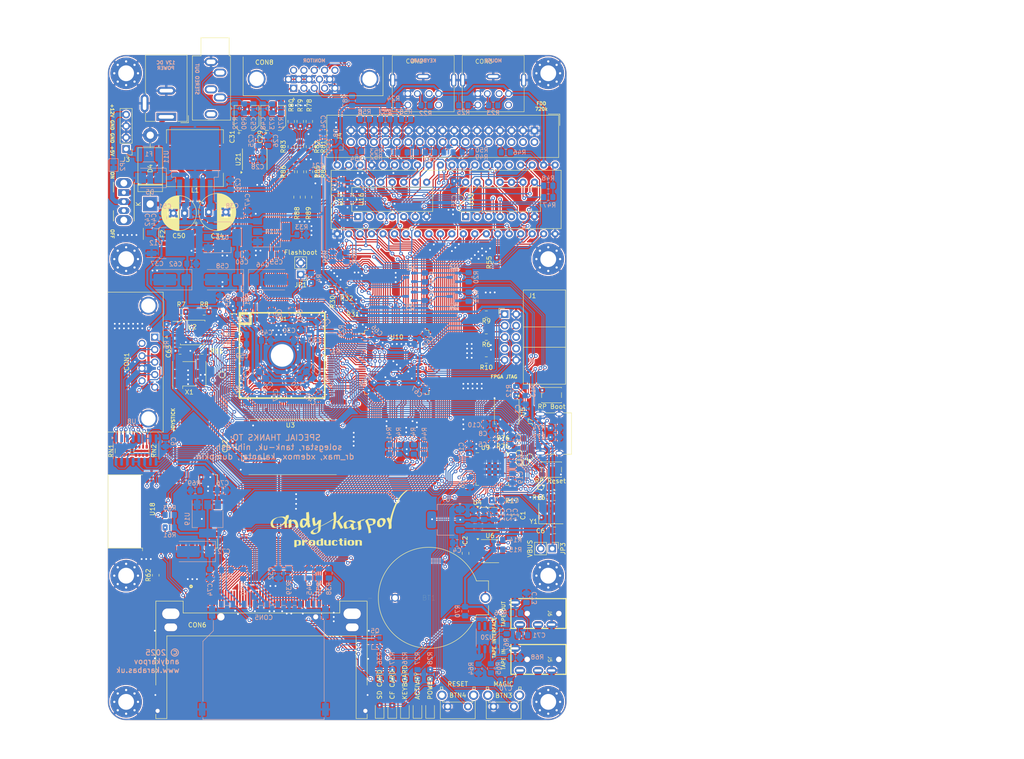
<source format=kicad_pcb>
(kicad_pcb (version 20241229) (generator "pcbnew") (generator_version "9.0")
  (title_block (title "Karabas Pro") (date "2024-05-01") (rev "F"))
  (layers (0 "F.Cu" signal) (2 "B.Cu" signal) (13 "F.Paste" user) (15 "B.Paste" user) (5 "F.SilkS" user "F.Silkscreen") (7 "B.SilkS" user "B.Silkscreen") (1 "F.Mask" user) (3 "B.Mask" user) (25 "Edge.Cuts" user))
  (net 0 "")
  (net 1 "GND")
  (net 2 "VCC3_3")
  (net 3 "VCC1_2")
  (net 4 "VCC2_5")
  (net 5 "TDI")
  (net 6 "TMS")
  (net 7 "TDO")
  (net 8 "TCK")
  (net 9 "VBat")
  (net 10 "NCSO")
  (net 11 "Net-(BTN1-Pad1)")
  (net 12 "DATA0")
  (net 13 "CONF_DONE")
  (net 14 "NCONFIG")
  (net 15 "NSTATUS")
  (net 16 "CLK_50MHZ")
  (net 17 "LSND_BS")
  (net 18 "LSND_WS")
  (net 19 "LSND_DAT")
  (net 20 "RP_RESET")
  (net 21 "+3.3VP")
  (net 22 "VGA_R2")
  (net 23 "VGA_R1")
  (net 24 "VGA_R0")
  (net 25 "VGA_G2")
  (net 26 "VGA_G1")
  (net 27 "VGA_G0")
  (net 28 "VGA_B2")
  (net 29 "VGA_B1")
  (net 30 "VGA_B0")
  (net 31 "VGA_HS")
  (net 32 "VGA_VS")
  (net 33 "Net-(U9-VREG_VOUT)")
  (net 34 "Net-(U9-XIN)")
  (net 35 "LFDC_STEP")
  (net 36 "SD_DI")
  (net 37 "~{RESET}")
  (net 38 "CPLD_CLK")
  (net 39 "CPLD_CLK2")
  (net 40 "SDIR")
  (net 41 "SA0")
  (net 42 "SA1")
  (net 43 "SD0")
  (net 44 "SD1")
  (net 45 "SD2")
  (net 46 "SD3")
  (net 47 "SD4")
  (net 48 "Net-(C7-Pad1)")
  (net 49 "SD5")
  (net 50 "SD6")
  (net 51 "Net-(C70-Pad1)")
  (net 52 "Net-(U20--)")
  (net 53 "Net-(C71-Pad1)")
  (net 54 "Net-(C71-Pad2)")
  (net 55 "/interfaces/VCC3_3_ESP")
  (net 56 "SD7")
  (net 57 "SD8")
  (net 58 "SD9")
  (net 59 "VCC")
  (net 60 "SD10")
  (net 61 "SD11")
  (net 62 "SD12")
  (net 63 "SD13")
  (net 64 "SD14")
  (net 65 "SD15")
  (net 66 "MA1")
  (net 67 "MA2")
  (net 68 "MA3")
  (net 69 "MA4")
  (net 70 "MA5")
  (net 71 "MA6")
  (net 72 "MA7")
  (net 73 "MA17")
  (net 74 "MA18")
  (net 75 "~{MWR}")
  (net 76 "MA19")
  (net 77 "MA8")
  (net 78 "MA9")
  (net 79 "MA10")
  (net 80 "MA11")
  (net 81 "MA12")
  (net 82 "MA13")
  (net 83 "MA14")
  (net 84 "MA15")
  (net 85 "MA16")
  (net 86 "MA20")
  (net 87 "MD7")
  (net 88 "MD6")
  (net 89 "MD5")
  (net 90 "MD4")
  (net 91 "MA0")
  (net 92 "MD0")
  (net 93 "MD1")
  (net 94 "MD2")
  (net 95 "MD3")
  (net 96 "TDI1")
  (net 97 "DCLK")
  (net 98 "~{SD_CS}")
  (net 99 "ASDO")
  (net 100 "UART_CTS")
  (net 101 "UART_RX")
  (net 102 "UART_TX")
  (net 103 "BTN1")
  (net 104 "BTN2")
  (net 105 "JOY_P7")
  (net 106 "LED2")
  (net 107 "Net-(Q2-D)")
  (net 109 "Net-(Q1-D)")
  (net 111 "Net-(Q4-D)")
  (net 112 "PS2_KB_CLK")
  (net 113 "PS2_KB_DATA")
  (net 114 "PS2_MS_CLK")
  (net 115 "PS2_MS_DATA")
  (net 116 "/mcu/L1")
  (net 117 "/mcu/L2")
  (net 118 "/mcu/L3")
  (net 120 "Net-(Q3-D)")
  (net 122 "Net-(SW1-A)")
  (net 123 "Net-(CON5-DAT1)")
  (net 125 "LED1")
  (net 126 "Net-(CON5-CARD_DETECT)")
  (net 128 "I2C_SCL")
  (net 129 "I2C_SDA")
  (net 130 "FDC_DS1")
  (net 131 "FDC_DS0")
  (net 132 "FDC_WDATA")
  (net 133 "~{FDC_SIDE}")
  (net 134 "FDC_RCLK")
  (net 135 "~{FDC_RAWR}")
  (net 136 "FDC_INTRQ")
  (net 137 "FDC_DRQ")
  (net 138 "FDC_WF_DE")
  (net 139 "FDC_WD")
  (net 140 "~{FDC_RDATA}")
  (net 141 "FDC_TR43")
  (net 142 "FDC_CLK")
  (net 143 "FDC_HLT")
  (net 144 "~{WR}")
  (net 145 "~{FDC_CS}")
  (net 146 "~{RD}")
  (net 147 "FDC_A0")
  (net 148 "FDC_A1")
  (net 149 "D0")
  (net 150 "D1")
  (net 151 "D2")
  (net 152 "D3")
  (net 153 "D4")
  (net 154 "D5")
  (net 155 "D6")
  (net 156 "D7")
  (net 157 "FDC_SL")
  (net 158 "FDC_SR")
  (net 160 "~{FDC_RST}")
  (net 161 "WD10")
  (net 162 "WD9")
  (net 163 "WD2")
  (net 164 "WD8")
  (net 166 "WD1")
  (net 167 "Net-(U13-VO)")
  (net 169 "WD0")
  (net 170 "WA0")
  (net 171 "WA1")
  (net 172 "WA2")
  (net 173 "~{WRESET}")
  (net 174 "~{LWWR}")
  (net 175 "~{LWRD}")
  (net 176 "~{LWCS1}")
  (net 177 "~{LWCS0}")
  (net 178 "WD15")
  (net 179 "WD7")
  (net 181 "WD14")
  (net 182 "WD6")
  (net 183 "WD13")
  (net 184 "WD5")
  (net 185 "WD12")
  (net 186 "WD4")
  (net 187 "WD11")
  (net 188 "WD3")
  (net 189 "LED_BUSY")
  (net 190 "~{WWR}")
  (net 191 "~{WRD}")
  (net 192 "~{WCS1}")
  (net 193 "~{WCS0}")
  (net 194 "/storage/L4")
  (net 195 "/storage/L5")
  (net 196 "FDC_SIDE")
  (net 197 "Net-(CON6-{slash}WE)")
  (net 200 "~{FDC_WPRT}")
  (net 203 "+12V")
  (net 204 "~{FDC_TR00}")
  (net 205 "Net-(CON6-{slash}REG)")
  (net 206 "Net-(CON6-{slash}PDIAG)")
  (net 208 "Net-(CON8-Pad9)")
  (net 209 "~{FDC_WGATE}")
  (net 210 "~{FDC_WDATA}")
  (net 211 "~{FDC_STEP}")
  (net 214 "~{FDC_DIR}")
  (net 215 "~{FDC_MOTOR}")
  (net 216 "~{FDC_DRIVE1}")
  (net 217 "~{FDC_DRIVE0}")
  (net 218 "~{FDC_INDEX}")
  (net 219 "FDC_IP")
  (net 220 "FDC_RDY")
  (net 221 "FDC_WGATE")
  (net 222 "FDC_DIR")
  (net 224 "FDC_STEP")
  (net 225 "SND_R")
  (net 226 "SND_L")
  (net 227 "Net-(D4-K)")
  (net 228 "Net-(U17-VDD)")
  (net 229 "Net-(F1-Pad1)")
  (net 230 "Net-(JP2-B)")
  (net 232 "/interfaces/VS")
  (net 233 "/interfaces/HS")
  (net 235 "SWCLK")
  (net 236 "SWDIO")
  (net 237 "TAPE_IN")
  (net 238 "Net-(JP2-A)")
  (net 241 "TAPE_OUT")
  (net 242 "/interfaces/B")
  (net 243 "/interfaces/G")
  (net 244 "/interfaces/R")
  (net 250 "VBUS")
  (net 251 "Net-(J7-CC1)")
  (net 252 "/interfaces/D+")
  (net 253 "/interfaces/D-")
  (net 255 "Net-(J7-CC2)")
  (net 257 "Net-(Q5-E)")
  (net 259 "Net-(U2-DO(IO1))")
  (net 260 "Net-(U2-IO2)")
  (net 261 "~{QSPI_CS}")
  (net 262 "Net-(U9-XOUT)")
  (net 263 "Net-(U10-INPUT{slash}OE2{slash}GCLK2)")
  (net 264 "Net-(U10-INPUT{slash}GCLK1)")
  (net 265 "Net-(R47-Pad2)")
  (net 266 "Net-(U18-EN)")
  (net 267 "Net-(U18-~{RST})")
  (net 268 "Net-(U20-+)")
  (net 269 "Net-(U18-GPIO15)")
  (net 270 "USB_D-")
  (net 271 "USB_D+")
  (net 272 "JOY_L_P9")
  (net 273 "JOY_L_P4")
  (net 274 "JOY_L_P3")
  (net 275 "JOY_L_P2")
  (net 276 "JOY_L_P6")
  (net 277 "Net-(X1-OUT)")
  (net 278 "JOY_L_P1")
  (net 281 "MCU_MISO")
  (net 282 "MCU_CS")
  (net 283 "MCU_SCK")
  (net 284 "MCU_MOSI")
  (net 285 "MSEL0")
  (net 297 "QSPI_D1")
  (net 298 "QSPI_D2")
  (net 299 "QSPI_D0")
  (net 300 "QSPI_CLK")
  (net 301 "QSPI_D3")
  (net 305 "JOY_DATA")
  (net 306 "JOY_SCK")
  (net 307 "JOY_LOAD")
  (net 308 "Net-(U9-GPIO26_ADC0)")
  (net 309 "Net-(U9-GPIO27_ADC1)")
  (net 310 "Net-(U9-GPIO28_ADC2)")
  (net 311 "Net-(U9-GPIO29_ADC3)")
  (net 313 "Net-(U18-ADC)")
  (net 331 "Net-(U1-CLK3)")
  (net 332 "Net-(U21-Vref(DAC))")
  (net 333 "Net-(U21-VOUTL)")
  (net 334 "Net-(U21-VOUTR)")
  (net 335 "Net-(C29-Pad2)")
  (net 336 "Net-(C31-Pad2)")
  (footprint "footprints:TE_1734451-1-LONG" (layer "F.Cu") (at 133.096 145.796)
    (property "Reference" "CON6")
    (property "Value" "CF CARD")
  )
  (footprint "Connector_Dsub:DSUB-15-HD_Female_Horizontal_P2.29x1.98mm_EdgePinOffset3.03mm_Housed_MountingHolesOffset4.94mm" (layer "F.Cu") (at 140.208 32.766 180)
    (property "Reference" "CON8")
    (property "Value" "VGA")
  )
  (footprint "Connector_Dsub:DSUB-9_Male_Horizontal_P2.77x2.84mm_EdgePinOffset7.70mm_Housed_MountingHolesOffset9.12mm" (layer "F.Cu") (at 109.474 87.884 -90)
    (property "Reference" "CON1")
    (property "Value" "JOYSTICK")
  )
  (footprint "footprints:MINI_DIN_6_33PRIMARY" (layer "F.Cu") (at 168.91 31.75)
    (property "Reference" "CON2")
    (property "Value" "KEYBOARD" (hide yes))
  )
  (footprint "footprints:MINI_DIN_6_33PRIMARY" (layer "F.Cu") (at 184.404 31.75)
    (property "Reference" "CON3")
    (property "Value" "MOUSE" (hide yes))
  )
  (footprint "Connector_Audio:Jack_3.5mm_CUI_SJ1-3535NG_Horizontal" (layer "F.Cu") (at 121.92 26.924)
    (property "Reference" "CON7" (hide yes))
    (property "Value" "SOUND")
  )
  (footprint "Connector_BarrelJack:BarrelJack_Wuerth_6941xx301002" (layer "F.Cu") (at 112.014 39.116 180)
    (property "Reference" "CON4" (hide yes))
    (property "Value" "12V")
  )
  (footprint "Connector_IDC:IDC-Header_2x17_P2.54mm_Vertical" (layer "F.Cu") (at 193.548 42.164 -90)
    (property "Reference" "J4")
    (property "Value" "FDD")
  )
  (footprint "Package_DIP:DIP-40_W15.24mm" (layer "F.Cu") (at 149.86 65.024 90)
    (property "Reference" "U17")
    (property "Value" "MB8877A")
  )
  (footprint "MountingHole:MountingHole_3.5mm_Pad_Via" (layer "F.Cu") (at 103.124 70.612)
    (property "Reference" "H1" (hide yes))
    (property "Value" "MountingHole" (hide yes))
  )
  (footprint "MountingHole:MountingHole_3.5mm_Pad_Via" (layer "F.Cu") (at 196.596 70.612)
    (property "Reference" "H3" (hide yes))
    (property "Value" "MountingHole" (hide yes))
  )
  (footprint "MountingHole:MountingHole_3.5mm_Pad_Via" (layer "F.Cu") (at 103.124 140.716)
    (property "Reference" "H5" (hide yes))
    (property "Value" "MountingHole" (hide yes))
  )
  (footprint "MountingHole:MountingHole_3.5mm_Pad_Via" (layer "F.Cu") (at 196.596 140.716)
    (property "Reference" "H7" (hide yes))
    (property "Value" "MountingHole" (hide yes))
  )
  (footprint "footprints:ALTERA-QFP-145" (layer "F.Cu") (at 137.668 91.948)
    (property "Reference" "U1")
    (property "Value" "EP4CE22E22C8N")
  )
  (footprint "footprints:SOIC-8_5.23x5.23mm_P1.27mm-LONG" (layer "F.Cu") (at 117.856 86.868)
    (property "Reference" "U2")
    (property "Value" "W25Q16")
  )
  (footprint "Oscillator:Oscillator_SMD_SeikoEpson_SG8002CA-4Pin_7.0x5.0mm" (layer "F.Cu") (at 117.094 96.012)
    (property "Reference" "X1")
    (property "Value" "50 MHz")
  )
  (footprint "Connector_IDC:IDC-Header_2x05_P2.54mm_Horizontal" (layer "F.Cu") (at 186.944 82.804)
    (property "Reference" "J1")
    (property "Value" "FPGA JTAG")
  )
  (footprint "MountingHole:MountingHole_3.5mm_Pad_Via" (layer "F.Cu") (at 103.124 29.464)
    (property "Reference" "H2" (hide yes))
    (property "Value" "MountingHole" (hide yes))
  )
  (footprint "MountingHole:MountingHole_3.5mm_Pad_Via" (layer "F.Cu") (at 103.124 168.656)
    (property "Reference" "H4" (hide yes))
    (property "Value" "MountingHole" (hide yes))
  )
  (footprint "MountingHole:MountingHole_3.5mm_Pad_Via" (layer "F.Cu") (at 196.596 29.464)
    (property "Reference" "H6" (hide yes))
    (property "Value" "MountingHole" (hide yes))
  )
  (footprint "MountingHole:MountingHole_3.5mm_Pad_Via" (layer "F.Cu") (at 196.596 168.656)
    (property "Reference" "H8" (hide yes))
    (property "Value" "MountingHole" (hide yes))
  )
  (footprint "Package_SO:SSOP-16_4.4x5.2mm_P0.65mm" (layer "F.Cu") (at 131.5974 48.514 90)
    (property "Reference" "U21")
    (property "Value" "UDA1334ATS")
  )
  (footprint "Connector_PinHeader_2.54mm:PinHeader_1x04_P2.54mm_Vertical" (layer "F.Cu") (at 103.124 46.228 180)
    (property "Reference" "J3")
    (property "Value" "FDD POWER")
  )
  (footprint "Package_DIP:DIP-14_W7.62mm" (layer "F.Cu") (at 178.308 61.214 90)
    (property "Reference" "U15")
    (property "Value" "74LS38")
  )
  (footprint "Package_SO:TSOP-I-48_18.4x12mm_P0.5mm" (layer "F.Cu") (at 139.4968 112.2172 180)
    (property "Reference" "U3")
    (property "Value" "CY62167EV30LL")
  )
  (footprint "Button_Switch_THT:SW_Tactile_SPST_Angled_PTS645Vx58-2LFS" (layer "F.Cu") (at 188.976 169.672 180)
    (property "Reference" "BTN3")
    (property "Value" "MAGIC")
  )
  (footprint "Button_Switch_THT:SW_Tactile_SPST_Angled_PTS645Vx58-2LFS" (layer "F.Cu") (at 178.816 169.672 180)
    (property "Reference" "BTN4")
    (property "Value" "RESET")
  )
  (footprint "Resistor_SMD:R_0805_2012Metric_Pad1.15x1.40mm_HandSolder" (layer "F.Cu") (at 182.88 87.884 180)
    (property "Reference" "R6")
    (property "Value" "2k4")
  )
  (footprint "Resistor_SMD:R_0805_2012Metric_Pad1.15x1.40mm_HandSolder" (layer "F.Cu") (at 182.88 82.804)
    (property "Reference" "R9")
    (property "Value" "2k4")
  )
  (footprint "Resistor_SMD:R_0805_2012Metric_Pad1.15x1.40mm_HandSolder" (layer "F.Cu") (at 182.88 92.964 180)
    (property "Reference" "R10")
    (property "Value" "2k4")
  )
  (footprint "Resistor_SMD:R_0805_2012Metric_Pad1.15x1.40mm_HandSolder" (layer "F.Cu") (at 115.316 82.296)
    (property "Reference" "R7")
    (property "Value" "27")
  )
  (footprint "Resistor_SMD:R_0805_2012Metric_Pad1.15x1.40mm_HandSolder" (layer "F.Cu") (at 120.396 82.296)
    (property "Reference" "R8")
    (property "Value" "10k")
  )
  (footprint "RF_Module:ESP-12E" (layer "F.Cu") (at 111.252 126.492 90)
    (property "Reference" "U18")
    (property "Value" "ESP-12E")
  )
  (footprint "Package_QFP:LQFP-100_14x14mm_P0.5mm" (layer "F.Cu") (at 163.068 93.472)
    (property "Reference" "U10")
    (property "Value" "EPM3128ATC100-10N")
  )
  (footprint "Resistor_SMD:R_0805_2012Metric_Pad1.15x1.40mm_HandSolder" (layer "F.Cu") (at 143.6878 40.132 90)
    (property "Reference" "R78")
    (property "Value" "2k")
  )
  (footprint "Resistor_SMD:R_0805_2012Metric_Pad1.15x1.40mm_HandSolder" (layer "F.Cu") (at 141.6812 40.132 90)
    (property "Reference" "R79")
    (property "Value" "1k")
  )
  (footprint "Resistor_SMD:R_0805_2012Metric_Pad1.15x1.40mm_HandSolder" (layer "F.Cu") (at 139.6746 40.132 90)
    (property "Reference" "R80")
    (property "Value" "510")
  )
  (footprint "Resistor_SMD:R_0805_2012Metric_Pad1.15x1.40mm_HandSolder" (layer "F.Cu") (at 143.7132 45.72 90)
    (property "Reference" "R81")
    (property "Value" "2k")
  )
  (footprint "Resistor_SMD:R_0805_2012Metric_Pad1.15x1.40mm_HandSolder" (layer "F.Cu") (at 141.7066 45.72 90)
    (property "Reference" "R82")
    (property "Value" "1k")
  )
  (footprint "Resistor_SMD:R_0805_2012Metric_Pad1.15x1.40mm_HandSolder" (layer "F.Cu") (at 139.7 45.72 90)
    (property "Reference" "R83")
    (property "Value" "510")
  )
  (footprint "Resistor_SMD:R_0805_2012Metric_Pad1.15x1.40mm_HandSolder" (layer "F.Cu") (at 143.7386 51.2826 90)
    (property "Reference" "R84")
    (property "Value" "2k")
  )
  (footprint "Resistor_SMD:R_0805_2012Metric_Pad1.15x1.40mm_HandSolder" (layer "F.Cu") (at 141.732 51.2826 90)
    (property "Reference" "R85")
    (property "Value" "1k")
  )
  (footprint "Resistor_SMD:R_0805_2012Metric_Pad1.15x1.40mm_HandSolder" (layer "F.Cu") (at 139.7254 51.2826 90)
    (property "Reference" "R86")
    (property "Value" "510")
  )
  (footprint "Resistor_SMD:R_0805_2012Metric_Pad1.15x1.40mm_HandSolder" (layer "F.Cu") (at 140.97 56.896 -90)
    (property "Reference" "R88")
    (property "Value" "75")
  )
  (footprint "Resistor_SMD:R_0805_2012Metric_Pad1.15x1.40mm_HandSolder" (layer "F.Cu") (at 143.51 56.896 -90)
    (property "Reference" "R89")
    (property "Value" "75")
  )
  (footprint "Package_DIP:DIP-14_W7.62mm" (layer "F.Cu") (at 154.432 61.214 90)
    (property "Reference" "U16")
    (property "Value" "74LS06")
  )
  (footprint "Resistor_SMD:R_0805_2012Metric_Pad1.15x1.40mm_HandSolder" (layer "F.Cu") (at 148.7805 76.7715 90)
    (property "Reference" "R30")
    (property "Value" "10k")
  )
  (footprint "LED_SMD:LED_0805_2012Metric_Pad1.15x1.40mm_HandSolder" (layer "F.Cu") (at 164.846 170.434 90)
    (property "Reference" "D1")
    (property "Value" "KEYBOARD")
  )
  (footprint "LED_SMD:LED_0805_2012Metric_Pad1.15x1.40mm_HandSolder" (layer "F.Cu") (at 167.64 170.434 90)
    (property "Reference" "D2")
    (property "Value" "ACTIVITY")
  )
  (footprint "Capacitor_SMD:C_0805_2012Metric_Pad1.18x1.45mm_HandSolder" (layer "F.Cu") (at 115.062 90.932)
    (property "Reference" "C63")
    (property "Value" "100n")
  )
  (footprint "Capacitor_THT:CP_Radial_D8.0mm_P3.80mm" (layer "F.Cu") (at 121.412 60.198)
    (property "Reference" "C34")
    (property "Value" "470uF")
  )
  (footprint "Capacitor_THT:CP_Radial_D7.5mm_P2.50mm" (layer "F.Cu") (at 116.078 60.452 180)
    (property "Reference" "C50")
    (property "Value" "220uF")
  )
  (footprint "Diode_THT:D_DO-201AD_P15.24mm_Horizontal" (layer "F.Cu") (at 108.458 58.42 90)
    (property "Reference" "D4")
    (property "Value" "1N5820")
  )
  (footprint "Inductor_SMD:L_12x12mm_H6mm" (layer "F.Cu") (at 118.364 48.26 180)
    (property "Reference" "L1")
    (property "Value" "68uH")
  )
  (footprint "Button_Switch_THT:SW_CuK_OS102011MA1QN1_SPDT_Angled" (layer "F.Cu") (at 102.616 55.88 -90)
    (property "Reference" "SW1" (hide yes))
    (property "Value" "SW_SPST")
  )
  (footprint "LED_SMD:LED_0805_2012Metric_Pad1.15x1.40mm_HandSolder" (layer "F.Cu") (at 159.258 170.434 90)
    (property "Reference" "D6")
    (property "Value" "SD CARD")
  )
  (footprint "LED_SMD:LED_0805_2012Metric_Pad1.15x1.40mm_HandSolder" (layer "F.Cu") (at 162.052 170.434 90)
    (property "Reference" "D7")
    (property "Value" "CF CARD")
  )
  (footprint "LED_SMD:LED_0805_2012Metric_Pad1.15x1.40mm_HandSolder" (layer "F.Cu") (at 170.434 170.434 90)
    (property "Reference" "D3")
    (property "Value" "POWER")
  )
  (footprint "Resistor_SMD:R_0805_2012Metric_Pad1.15x1.40mm_HandSolder" (layer "F.Cu") (at 119.9388 90.9574)
    (property "Reference" "R11")
    (property "Value" "27")
  )
  (footprint "Resistor_SMD:R_0805_2012Metric_Pad1.15x1.40mm_HandSolder" (layer "F.Cu") (at 153.3525 81.2165 180)
    (property "Reference" "R31")
    (property "Value" "27")
  )
  (footprint "Resistor_SMD:R_0805_2012Metric_Pad1.15x1.40mm_HandSolder" (layer "F.Cu") (at 151.9555 77.6605 180)
    (property "Reference" "R32")
    (property "Value" "27")
  )
  (footprint "Fuse:Fuse_1812_4532Metric_Castellated" (layer "F.Cu") (at 108.6485 65.024 -90)
    (property "Reference" "F2")
    (property "Value" "Polyfuse_Small")
  )
  (footprint "footprints:AUDIO_JACK_3.5MM_SMD_TRRS_rounded_mixed" (layer "F.Cu") (at 200.533 159.258 180)
    (property "Reference" "J5")
    (property "Value" "TAPE IN")
  )
  (footprint "footprints:AUDIO_JACK_3.5MM_SMD_TRRS_rounded_mixed" (layer "F.Cu") (at 200.533 149.098 180)
    (property "Reference" "J6")
    (property "Value" "TAPE OUT")
  )
  (footprint "Capacitor_SMD:C_0805_2012Metric_Pad1.18x1.45mm_HandSolder" (layer "F.Cu") (at 126.6952 112.0648 -90)
    (property "Reference" "C22")
    (property "Value" "100n")
  )
  (footprint "Capacitor_SMD:C_0805_2012Metric_Pad1.18x1.45mm_HandSolder" (layer "F.Cu") (at 197.993 130.683)
    (property "Reference" "C6")
    (property "Value" "22pF")
  )
  (footprint "Capacitor_SMD:C_0805_2012Metric_Pad1.18x1.45mm_HandSolder" (layer "F.Cu") (at 189.3062 127.381 -90)
    (property "Reference" "C1")
    (property "Value" "100n")
  )
  (footprint "Crystal:Crystal_SMD_3225-4Pin_3.2x2.5mm_HandSoldering" (layer "F.Cu") (at 197.1802 126.9746)
    (property "Reference" "Y1")
    (property "Value" "12MHz")
  )
  (footprint "Resistor_SMD:R_Array_Convex_4x0603" (layer "F.Cu") (at 102.3874 113.0808 90)
    (property "Reference" "RN1")
    (property "Value" "10k")
  )
  (footprint "footprints:SW_SPST_PTS810_handsoldering" (layer "F.Cu") (at 197.33 100.73)
    (property "Reference" "BTN1" (hide yes))
    (property "Value" "RP Boot")
  )
  (footprint "Package_SO:SO-8_3.9x4.9mm_P1.27mm" (layer "F.Cu") (at 183.677 128.143)
    (property "Reference" "U4")
    (property "Value" "24LC08B")
  )
  (footprint "Resistor_SMD:R_0805_2012Metric_Pad1.20x1.40mm_HandSolder" (layer "F.Cu") (at 185.0644 124.0536 180)
    (property "Reference" "R17")
    (property "Value" "10k")
  )
  (footprint "Connector_PinHeader_2.54mm:PinHeader_1x02_P2.54mm_Vertical" (layer "F.Cu") (at 141.7828 73.9902 180)
    (property "Reference" "JP1")
    (property "Value" "Flashboot")
  )
  (footprint "TestPoint:TestPoint_Pad_D1.0mm" (layer "F.Cu") (at 192.51 114.38)
    (property "Reference" "TP4" (hide yes))
    (property "Value" "A2" (hide yes))
  )
  (footprint "Resistor_SMD:R_0805_2012Metric_Pad1.20x1.40mm_HandSolder" (layer "F.Cu") (at 185.166 71.3486 90)
    (property "Reference" "R55")
    (property "Value" "27")
  )
  (footprint "Capacitor_SMD:C_0805_2012Metric_Pad1.18x1.45mm_HandSolder" (layer "F.Cu") (at 197.9676 121.0564)
    (property "Reference" "C7")
    (property "Value" "22pF")
  )
  (footprint "Capacitor_SMD:CP_Elec_5x5.9" (layer "F.Cu") (at 129.794 39.37 90)
    (property "Reference" "C31")
    (property "Value" "47uF")
  )
  (footprint "footprints:karabas_pro_logo4_copper" (layer "F.Cu") (at 132.98 166.54)
    (property "Reference" "LOGO_TOP1" (hide yes))
    (property "Value" "Logo_Open_Hardware_Small" (hide yes))
  )
  (footprint "Resistor_SMD:R_0805_2012Metric_Pad1.20x1.40mm_HandSolder" (layer "F.Cu") (at 190.119 112.3442 180)
    (property "Reference" "R75")
    (property "Value" "27")
  )
  (footprint "Capacitor_SMD:C_0805_2012Metric_Pad1.18x1.45mm_HandSolder" (layer "F.Cu") (at 178.2826 135.763 -90)
    (property "Reference" "C2")
    (property "Value" "100n")
  )
  (footprint "Package_SO:SOIC-8_5.23x5.23mm_P1.27mm" (layer "F.Cu") (at 187.4012 104.4194 -90)
    (property "Reference" "U5")
    (property "Value" "W25Q128JVS")
  )
  (footprint "footprints:BAT_BS-7-BLUE" (layer "F.Cu") (at 172.6692 145.6182)
    (property "Reference" "BT1")
    (property "Value" "3V")
  )
  (footprint "Resistor_SMD:R_0805_2012Metric_Pad1.20x1.40mm_HandSolder" (layer "F.Cu") (at 197.9676 123.3424 180)
    (property "Reference" "R16")
    (property "Value" "1k")
  )
  (footprint "RP2040_minimal:RP2040-QFN-56" (layer "F.Cu") (at 184.1923 117.1034)
    (property "Reference" "U9")
    (property "Value" "RP2040")
  )
  (footprint "footprints:andy_karpov_logo4_silk" (layer "F.Cu") (at 150.4442 128.016)
    (property "Reference" "LOGO_ANDY1" (hide yes))
    (property "Value" "Logo_Open_Hardware_Small" (hide yes))
  )
  (footprint "Resistor_SMD:R_0805_2012Metric_Pad1.20x1.40mm_HandSolder" (layer "F.Cu") (at 109.6772 140.6144 90)
    (property "Reference" "R62")
    (property "Value" "10k")
  )
  (footprint "TestPoint:TestPoint_Pad_D1.0mm" (layer "F.Cu") (at 124.3838 96.2406)
    (property "Reference" "TP1" (hide yes))
    (property "Value" "TP1" (hide yes))
  )
  (footprint "Package_SO:SOIC-8_3.9x4.9mm_P1.27mm" (layer "F.Cu") (at 183.704 135.2804)
    (property "Reference" "U6")
    (property "Value" "DS3231MZ")
  )
  (footprint "TestPoint:TestPoint_Pad_D1.0mm" (layer "F.Cu") (at 190.15 113.61)
    (property "Reference" "TP5" (hide yes))
    (property "Value" "A3" (hide yes))
  )
  (footprint "Capacitor_SMD:CP_Elec_5x5.9" (layer "F.Cu") (at 135.7122 39.3602 90)
    (property "Reference" "C29")
    (property "Value" "47uF")
  )
  (footprint "Resistor_SMD:R_Array_Convex_4x0603" (layer "F.Cu") (at 106.4832 113.0918 90)
    (property "Reference" "RN2")
    (property "Value" "10k")
  )
  (footprint "TestPoint:TestPoint_Pad_D1.0mm" (layer "F.Cu") (at 191.62 115.62)
    (property "Reference" "TP3" (hide yes))
    (property "Value" "A1" (hide yes))
  )
  (footprint "TestPoint:TestPoint_Pad_D1.0mm" (layer "F.Cu") (at 190.14 115.62)
    (property "Reference" "TP2" (hide yes))
    (property "Value" "A0" (hide yes))
  )
  (footprint "Connector_USB:USB_C_Receptacle_XKB_U262-16XN-4BVC11" (layer "F.Cu") (at 197.9478 109.2474 90)
    (property "Reference" "J7")
    (property "Value" "USB C")
  )
  (footprint "Connector_PinHeader_2.54mm:PinHeader_1x02_P2.54mm_Vertical" (layer "F.Cu") (at 197.475 134.72 -90)
    (property "Reference" "JP3")
    (property "Value" "VBUS")
  )
  (footprint "Resistor_SMD:R_0805_2012Metric_Pad1.20x1.40mm_HandSolder" (layer "F.Cu") (at 190.119 110.3122 180)
    (property "Reference" "R76")
    (property "Value" "27")
  )
  (footprint "footprints:SW_SPST_PTS810_handsoldering" (layer "F.Cu") (at 197.33 117.23)
    (property "Reference" "BTN2" (hide yes))
    (property "Value" "RP Reset")
  )
  (footprint "footprints:SD_TE_2041021-mod" (layer "B.Cu") (at 133.604 159.004 180)
    (property "Reference" "CON5")
    (property "Value" "SD CARD")
  )
  (footprint "Package_TO_SOT_SMD:TO-252-2" (layer "B.Cu") (at 112.962 67.056)
    (property "Reference" "U12")
    (property "Value" "AMS1117-3.3")
  )
  (footprint "Package_TO_SOT_SMD:SOT-223-3_TabPin2" (layer "B.Cu") (at 124.46 65.786)
    (property "Reference" "U13")
    (property "Value" "AMS1117-2.5")
  )
  (footprint "Package_TO_SOT_SMD:SOT-223-3_TabPin2" (layer "B.Cu") (at 135.382 64.516)
    (property "Reference" "U14")
    (property "Value" "AMS1117-1.2")
  )
  (footprint "Resistor_SMD:R_0805_2012Metric_Pad1.15x1.40mm_HandSolder" (layer "B.Cu") (at 187.198 46.99 180)
    (property "Reference" "R46")
    (property "Value" "1k")
  )
  (footprint "Resistor_SMD:R_0805_2012Metric_Pad1.15x1.40mm_HandSolder" (layer "B.Cu") (at 196.596 56.896 180)
    (property "Reference" "R47")
    (property "Value" "4k7")
  )
  (footprint "Resistor_SMD:R_0805_2012Metric_Pad1.15x1.40mm_HandSolder" (layer "B.Cu") (at 196.596 54.356 180)
    (property "Reference" "R48")
    (property "Value" "4k7")
  )
  (footprint "Resistor_SMD:R_0805_2012Metric_Pad1.15x1.40mm_HandSolder" (layer "B.Cu") (at 162.306 36.576 180)
    (property "Reference" "R24")
    (property "Value" "4k7")
  )
  (footprint "Resistor_SMD:R_0805_2012Metric_Pad1.15x1.40mm_HandSolder" (layer "B.Cu") (at 169.418 36.576)
    (property "Reference" "R22")
    (property "Value" "4k7")
  )
  (footprint "Resistor_SMD:R_0805_2012Metric_Pad1.15x1.40mm_HandSolder" (layer "B.Cu") (at 177.8 36.576 180)
    (property "Reference" "R25")
    (property "Value" "4k7")
  )
  (footprint "Resistor_SMD:R_0805_2012Metric_Pad1.15x1.40mm_HandSolder" (layer "B.Cu") (at 184.404 36.576)
    (property "Reference" "R23")
    (property "Value" "4k7")
  )
  (footprint "Resistor_SMD:R_0805_2012Metric_Pad1.20x1.40mm_HandSolder" (layer "B.Cu") (at 127.2032 37.2618 -90)
    (property "Reference" "R72")
    (property "Value" "220k")
  )
  (footprint "Resistor_SMD:R_0805_2012Metric_Pad1.20x1.40mm_HandSolder" (layer "B.Cu") (at 135.4328 37.2618 90)
    (property "Reference" "R73")
    (property "Value" "100")
  )
  (footprint "Resistor_SMD:R_0805_2012Metric_Pad1.15x1.40mm_HandSolder" (layer "B.Cu") (at 152.44 86.57 -90)
    (property "Reference" "R29")
    (property "Value" "10k")
  )
  (footprint "Resistor_SMD:R_0805_2012Metric_Pad1.15x1.40mm_HandSolder" (layer "B.Cu") (at 164.846 162.56 -90)
    (property "Reference" "R26")
    (property "Value" "1k")
  )
  (footprint "Resistor_SMD:R_0805_2012Metric_Pad1.15x1.40mm_HandSolder" (layer "B.Cu") (at 167.64 162.56 -90)
    (property "Reference" "R27")
    (property "Value" "1k")
  )
  (footprint "Resistor_SMD:R_0805_2012Metric_Pad1.15x1.40mm_HandSolder" (layer "B.Cu") (at 112.776 130.048)
    (property "Reference" "R61")
    (property "Value" "10k")
  )
  (footprint "Resistor_SMD:R_0805_2012Metric_Pad1.15x1.40mm_HandSolder" (layer "B.Cu") (at 112.776 127.254)
    (property "Reference" "R63")
    (property "Value" "10k")
  )
  (footprint "Resistor_SMD:R_0805_2012Metric_Pad1.15x1.40mm_HandSolder" (layer "B.Cu") (at 118.44 121.84)
    (property "Reference" "R69")
    (property "Value" "33")
  )
  (footprint "Resistor_SMD:R_0805_2012Metric_Pad1.15x1.40mm_HandSolder" (layer "B.Cu") (at 146.65 91.18 180)
    (property "Reference" "R1")
    (property "Value" "10k")
  )
  (footprint "Resistor_SMD:R_0805_2012Metric_Pad1.15x1.40mm_HandSolder" (layer "B.Cu") (at 128.778 89.408)
    (property "Reference" "R2")
    (property "Value" "10k")
  )
  (footprint "Resistor_SMD:R_0805_2012Metric_Pad1.15x1.40mm_HandSolder" (layer "B.Cu") (at 128.778 87.376)
    (property "Reference" "R3")
    (property "Value" "10k")
  )
  (footprint "Resistor_SMD:R_0805_2012Metric_Pad1.15x1.40mm_HandSolder" (layer "B.Cu") (at 125.3 139.46)
    (property "Reference" "R34")
    (property "Value" "10k")
  )
  (footprint "Resistor_SMD:R_0805_2012Metric_Pad1.15x1.40mm_HandSolder" (layer "B.Cu") (at 145.796 140.208 -90)
    (property "Reference" "R35")
    (property "Value" "10k")
  )
  (footprint "footprints:CP_EIA-7343-31_Kemet-D-uni" (layer "B.Cu") (at 124.714 75.184 180)
    (property "Reference" "C58")
    (property "Value" "10uF")
  )
  (footprint "footprints:CP_EIA-7343-31_Kemet-D-uni" (layer "B.Cu") (at 134.62 75.184)
    (property "Reference" "C46")
    (property "Value" "10uF")
  )
  (footprint "footprints:CP_EIA-7343-31_Kemet-D-uni" (layer "B.Cu") (at 113.284 75.184 180)
    (property "Reference" "C37")
    (property "Value" "10uF")
  )
  (footprint "Capacitor_SMD:C_0805_2012Metric_Pad1.18x1.45mm_HandSolder" (layer "B.Cu") (at 128.778 69.596)
    (property "Reference" "C60")
    (property "Value" "100n")
  )
  (footprint "Capacitor_SMD:C_0805_2012Metric_Pad1.18x1.45mm_HandSolder" (layer "B.Cu") (at 134.112 88.646)
    (property "Reference" "C49")
    (property "Value" "100n")
  )
  (footprint "Capacitor_SMD:C_0805_2012Metric_Pad1.18x1.45mm_HandSolder" (layer "B.Cu") (at 145.542 51.562 180)
    (property "Reference" "C21")
    (property "Value" "100n")
  )
  (footprint "Capacitor_SMD:C_0805_2012Metric_Pad1.18x1.45mm_HandSolder" (layer "B.Cu") (at 142.748 86.36 180)
    (property "Reference" "C30")
    (property "Value" "100n")
  )
  (footprint "Capacitor_SMD:C_0805_2012Metric_Pad1.18x1.45mm_HandSolder" (layer "B.Cu") (at 141.224 88.646 180)
    (property "Reference" "C53")
    (property "Value" "100n")
  )
  (footprint "Capacitor_SMD:C_0805_2012Metric_Pad1.18x1.45mm_HandSolder" (layer "B.Cu") (at 129.286 100.33 -135)
    (property "Reference" "C41")
    (property "Value" "100n")
  )
  (footprint "Capacitor_SMD:C_0805_2012Metric_Pad1.18x1.45mm_HandSolder" (layer "B.Cu") (at 136.8425 140.208 -90)
    (property "Reference" "C32")
    (property "Value" "100n")
  )
  (footprint "Capacitor_SMD:C_0805_2012Metric_Pad1.18x1.45mm_HandSolder" (layer "B.Cu") (at 131.826 96.266 45)
    (property "Reference" "C33")
    (property "Value" "100n")
  )
  (footprint "Capacitor_SMD:C_0805_2012Metric_Pad1.18x1.45mm_HandSolder" (layer "B.Cu") (at 136.398 69.596)
    (property "Reference" "C55")
    (property "Value" "100n")
  )
  (footprint "Capacitor_SMD:C_0805_2012Metric_Pad1.18x1.45mm_HandSolder" (layer "B.Cu") (at 139.954 83.058 90)
    (property "Reference" "C43")
    (property "Value" "100n")
  )
  (footprint "Capacitor_SMD:C_0805_2012Metric_Pad1.18x1.45mm_HandSolder" (layer "B.Cu") (at 133.35 97.79 45)
    (property "Reference" "C36")
    (property "Value" "100n")
  )
  (footprint "Capacitor_SMD:C_0805_2012Metric_Pad1.18x1.45mm_HandSolder" (layer "B.Cu") (at 145.0594 100.6348 -45)
    (property "Reference" "C45")
    (property "Value" "100n")
  )
  (footprint "Capacitor_SMD:C_0805_2012Metric_Pad1.18x1.45mm_HandSolder" (layer "B.Cu") (at 142.24 97.79 135)
    (property "Reference" "C40")
    (property "Value" "100n")
  )
  (footprint "Capacitor_SMD:C_0805_2012Metric_Pad1.18x1.45mm_HandSolder" (layer "B.Cu") (at 146.05 83.82 45)
    (property "Reference" "C54")
    (property "Value" "100n")
  )
  (footprint "Capacitor_SMD:C_0805_2012Metric_Pad1.18x1.45mm_HandSolder" (layer "B.Cu") (at 175.768 54.356 90)
    (property "Reference" "C35")
    (property "Value" "100n")
  )
  (footprint "Capacitor_SMD:C_0805_2012Metric_Pad1.18x1.45mm_HandSolder" (layer "B.Cu") (at 146.558 99.1108 -45)
    (property "Reference" "C56")
    (property "Value" "100n")
  )
  (footprint "Capacitor_SMD:C_0805_2012Metric_Pad1.18x1.45mm_HandSolder" (layer "B.Cu") (at 150.876 54.102 -90)
    (property "Reference" "C39")
    (property "Value" "100n")
  )
  (footprint "Capacitor_SMD:C_0805_2012Metric_Pad1.18x1.45mm_HandSolder" (layer "B.Cu") (at 137.922 100.7364 -90)
    (property "Reference" "C57")
    (property "Value" "100n")
  )
  (footprint "Capacitor_SMD:C_0805_2012Metric_Pad1.18x1.45mm_HandSolder" (layer "B.Cu") (at 128.83 93.726 180)
    (property "Reference" "C59")
    (property "Value" "100n")
  )
  (footprint "Capacitor_SMD:C_0805_2012Metric_Pad1.18x1.45mm_HandSolder" (layer "B.Cu") (at 135.382 83.058 90)
    (property "Reference" "C61")
    (property "Value" "100n")
  )
  (footprint "Capacitor_SMD:C_0805_2012Metric_Pad1.18x1.45mm_HandSolder" (layer "B.Cu") (at 117.602 71.628)
    (property "Reference" "C62")
    (property "Value" "100n")
  )
  (footprint "Capacitor_SMD:C_0805_2012Metric_Pad1.18x1.45mm_HandSolder" (layer "B.Cu") (at 168.872784 87.667216 45)
    (property "Reference" "C64")
    (property "Value" "100n")
  )
  (footprint "Capacitor_SMD:C_0805_2012Metric_Pad1.18x1.45mm_HandSolder" (layer "B.Cu") (at 123.952 79.756 90)
    (property "Reference" "C65")
    (property "Value" "100n")
  )
  (footprint "Capacitor_SMD:C_0805_2012Metric_Pad1.18x1.45mm_HandSolder" (layer "B.Cu") (at 157.48 87.63 135)
    (property "Reference" "C66")
    (property "Value" "100n")
  )
  (footprint "Capacitor_SMD:C_0805_2012Metric_Pad1.18x1.45mm_HandSolder" (layer "B.Cu") (at 168.656 98.806 -45)
    (property "Reference" "C67")
    (property "Value" "100n")
  )
  (footprint "Capacitor_SMD:C_0805_2012Metric_Pad1.18x1.45mm_HandSolder" (layer "B.Cu") (at 157.226 98.806 -135)
    (property "Reference" "C69")
    (property "Value" "100n")
  )
  (footprint "Resistor_SMD:R_0805_2012Metric_Pad1.15x1.40mm_HandSolder" (layer "B.Cu") (at 155.956 39.624 180)
    (property "Reference" "R56")
    (property "Value" "10k")
  )
  (footprint "Resistor_SMD:R_0805_2012Metric_Pad1.15x1.40mm_HandSolder" (layer "B.Cu") (at 160.528 39.624 180)
    (property "Reference" "R57")
    (property "Value" "10k")
  )
  (footprint "Resistor_SMD:R_0805_2012Metric_Pad1.15x1.40mm_HandSolder" (layer "B.Cu") (at 165.1 39.624 180)
    (property "Reference" "R58")
    (property "Value" "10k")
  )
  (footprint "Resistor_SMD:R_0805_2012Metric_Pad1.15x1.40mm_HandSolder" (layer "B.Cu") (at 148.844 70.104 -90)
    (property "Reference" "R59")
    (property "Value" "10k")
  )
  (footprint "Resistor_SMD:R_0805_2012Metric_Pad1.15x1.40mm_HandSolder" (layer "B.Cu") (at 151.892 70.104 -90)
    (property "Reference" "R60")
    (property "Value" "10k")
  )
  (footprint "Package_TO_SOT_SMD:SOT-23" (layer "B.Cu") (at 149.606 45.72 -90)
    (property "Reference" "D8")
    (property "Value" "BAT54C")
  )
  (footprint "Capacitor_SMD:C_0805_2012Metric_Pad1.18x1.45mm_HandSolder" (layer "B.Cu") (at 126.238 54.102 90)
    (property "Reference" "C20")
    (property "Value" "100n")
  )
  (footprint "Capacitor_SMD:C_0805_2012Metric_Pad1.18x1.45mm_HandSolder" (layer "B.Cu") (at 146.812 43.688 90)
    (property "Reference" "C24")
    (property "Value" "100n")
  )
  (footprint "Resistor_SMD:R_0805_2012Metric_Pad1.15x1.40mm_HandSolder" (layer "B.Cu") (at 148.0185 140.208 90)
    (property "Reference" "R38")
    (property "Value" "10k")
  )
  (footprint "Resistor_SMD:R_0805_2012Metric_Pad1.15x1.40mm_HandSolder" (layer "B.Cu") (at 153.162 35.56 90)
    (property "Reference" "R87")
    (property "Value" "X*")
  )
  (footprint "Capacitor_SMD:C_0805_2012Metric_Pad1.18x1.45mm_HandSolder" (layer "B.Cu") (at 123.19 58.928)
    (property "Reference" "C38")
    (property "Value" "100n")
  )
  (footprint "Capacitor_SMD:C_0805_2012Metric_Pad1.18x1.45mm_HandSolder" (layer "B.Cu") (at 115.062 58.928 180)
    (property "Reference" "C51")
    (property "Value" "100n")
  )
  (footprint "Package_TO_SOT_SMD:TO-263-5_TabPin3" (layer "B.Cu") (at 118.364 49.53 90)
    (property "Reference" "U11")
    (property "Value" "LM2596S-5")
  )
  (footprint "Resistor_SMD:R_0805_2012Metric_Pad1.15x1.40mm_HandSolder" (layer "B.Cu") (at 159.258 162.56 -90)
    (property "Reference" "R36")
    (property "Value" "1k")
  )
  (footprint "Resistor_SMD:R_0805_2012Metric_Pad1.15x1.40mm_HandSolder" (layer "B.Cu") (at 162.052 162.56 -90)
    (property "Reference" "R37")
    (property "Value" "1k")
  )
  (footprint "Resistor_SMD:R_0805_2012Metric_Pad1.15x1.40mm_HandSolder" (layer "B.Cu") (at 170.434 162.56 -90)
    (property "Reference" "R28")
    (property "Value" "1k")
  )
  (footprint "Jumper:SolderJumper-2_P1.3mm_Bridged_Pad1.0x1.5mm" (layer "B.Cu") (at 100.33 49.784 -90)
    (property "Reference" "JP2")
    (property "Value" "12V ON")
  )
  (footprint "Package_TO_SOT_SMD:SOT-23" (layer "B.Cu") (at 158.242 155.448 180)
    (property "Reference" "Q5")
    (property "Value" "BC856")
  )
  (footprint "Resistor_SMD:R_0805_2012Metric_Pad1.15x1.40mm_HandSolder" (layer "B.Cu") (at 112.0648 86.0298 -90)
    (property "Reference" "R5")
    (property "Value" "10k")
  )
  (footprint "Resistor_SMD:R_0805_2012Metric_Pad1.15x1.40mm_HandSolder" (layer "B.Cu") (at 141.986 65.1764 180)
    (property "Reference" "R33")
    (property "Value" "300")
  )
  (footprint "Capacitor_SMD:C_0805_2012Metric_Pad1.18x1.45mm_HandSolder" (layer "B.Cu") (at 129.286 82.55)
    (property "Reference" "C23")
    (property "Value" "1n")
  )
  (footprint "Capacitor_SMD:C_0805_2012Metric_Pad1.18x1.45mm_HandSolder" (layer "B.Cu") (at 143.764 96.266 135)
    (property "Reference" "C27")
    (property "Value" "1uF")
  )
  (footprint "Inductor_SMD:L_0805_2012Metric_Pad1.15x1.40mm_HandSolder" (layer "B.Cu") (at 128.27 79.502 -90)
    (property "Reference" "FB1")
    (property "Value" "Ferrite_Bead")
  )
  (footprint "Resistor_SMD:R_0805_2012Metric_Pad1.15x1.40mm_HandSolder" (layer "B.Cu") (at 178.562 46.99 180)
    (property "Reference" "R49")
    (property "Value" "330")
  )
  (footprint "Resistor_SMD:R_0805_2012Metric_Pad1.15x1.40mm_HandSolder" (layer "B.Cu") (at 174.498 46.99 180)
    (property "Reference" "R50")
    (property "Value" "330")
  )
  (footprint "Resistor_SMD:R_0805_2012Metric_Pad1.15x1.40mm_HandSolder" (layer "B.Cu") (at 170.434 46.99)
    (property "Reference" "R51")
    (property "Value" "330")
  )
  (footprint "Resistor_SMD:R_0805_2012Metric_Pad1.15x1.40mm_HandSolder" (layer "B.Cu") (at 166.379 46.99)
    (property "Reference" "R52")
    (property "Value" "330")
  )
  (footprint "Resistor_SMD:R_0805_2012Metric_Pad1.15x1.40mm_HandSolder" (layer "B.Cu") (at 162.306 46.99)
    (property "Reference" "R53")
    (property "Value" "330")
  )
  (footprint "Resistor_SMD:R_0805_2012Metric_Pad1.15x1.40mm_HandSolder" (layer "B.Cu") (at 154.178 46.736)
    (property "Reference" "R54")
    (property "Value" "330")
  )
  (footprint "Resistor_SMD:R_0805_2012Metric_Pad1.15x1.40mm_HandSolder" (layer "B.Cu") (at 161.3662 112.776 -90)
    (property "Reference" "R41")
    (property "Value" "100")
  )
  (footprint "Resistor_SMD:R_0805_2012Metric_Pad1.15x1.40mm_HandSolder" (layer "B.Cu") (at 163.576 112.776 -90)
    (property "Reference" "R42")
    (property "Value" "100")
  )
  (footprint "Resistor_SMD:R_0805_2012Metric_Pad1.15x1.40mm_HandSolder" (layer "B.Cu") (at 166.8145 112.776 -90)
    (property "Reference" "R43")
    (property "Value" "100")
  )
  (footprint "Resistor_SMD:R_0805_2012Metric_Pad1.15x1.40mm_HandSolder" (layer "B.Cu") (at 169.0624 112.776 -90)
    (property "Reference" "R44")
    (property "Value" "100")
  )
  (footprint "Resistor_SMD:R_0805_2012Metric_Pad1.15x1.40mm_HandSolder" (layer "B.Cu") (at 139.1285 140.208 -90)
    (property "Reference" "R39")
    (property "Value" "1k")
  )
  (footprint "Resistor_SMD:R_0805_2012Metric_Pad1.15x1.40mm_HandSolder" (layer "B.Cu") (at 129.0574 140.344 -90)
    (property "Reference" "R40")
    (property "Value" "1k")
  )
  (footprint "Resistor_SMD:R_0805_2012Metric_Pad1.15x1.40mm_HandSolder" (layer "B.Cu") (at 143.5735 140.208 90)
    (property "Reference" "R45")
    (property "Value" "1k")
  )
  (footprint "Capacitor_SMD:C_0805_2012Metric_Pad1.18x1.45mm_HandSolder" (layer "B.Cu") (at 111.379 61.468 90)
    (property "Reference" "C42")
    (property "Value" "100n")
  )
  (footprint "Capacitor_SMD:C_0805_2012Metric_Pad1.18x1.45mm_HandSolder" (layer "B.Cu") (at 118.6815 61.2775 90)
    (property "Reference" "C44")
    (property "Value" "100n")
  )
  (footprint "Capacitor_SMD:C_0805_2012Metric_Pad1.18x1.45mm_HandSolder" (layer "B.Cu") (at 129.9845 61.0235 90)
    (property "Reference" "C47")
    (property "Value" "100n")
  )
  (footprint "Diode_SMD:D_SMB" (layer "B.Cu") (at 108.458 52.6415 180)
    (property "Reference" "D5")
    (property "Value" "SM6T6V8A")
  )
  (footprint "Fuse:Fuse_1812_4532Metric_Castellated" (layer "B.Cu") (at 108.1405 47.371)
    (property "Reference" "F1")
    (property "Value" "Polyfuse_Small")
  )
  (footprint "Package_SO:SO-8_3.9x4.9mm_P1.27mm" (layer "B.Cu") (at 183.1975 154.432 90)
    (property "Reference" "U20")
    (property "Value" "LM311")
  )
  (footprint "Capacitor_SMD:C_0805_2012Metric_Pad1.18x1.45mm_HandSolder" (layer "B.Cu") (at 187.071 163.957 180)
    (property "Reference" "C70")
    (property "Value" "100n")
  )
  (footprint "Capacitor_SMD:C_0805_2012Metric_Pad1.18x1.45mm_HandSolder" (layer "B.Cu") (at 191.008 153.924)
    (property "Reference" "C71")
    (property "Value" "100n")
  )
  (footprint "Capacitor_SMD:C_0805_2012Metric_Pad1.18x1.45mm_HandSolder" (layer "B.Cu") (at 191.77 145.6055 -90)
    (property "Reference" "C73")
    (property "Value" "3n3")
  )
  (footprint "Resistor_SMD:R_0805_2012Metric_Pad1.20x1.40mm_HandSolder" (layer "B.Cu") (at 181.1655 161.29 -90)
    (property "Reference" "R64")
    (property "Value" "1M")
  )
  (footprint "Resistor_SMD:R_0805_2012Metric_Pad1.20x1.40mm_HandSolder" (layer "B.Cu") (at 183.896 161.2265 90)
    (property "Reference" "R65")
    (property "Value" "5k1")
  )
  (footprint "Resistor_SMD:R_0805_2012Metric_Pad1.20x1.40mm_HandSolder" (layer "B.Cu") (at 189.484 148.971 180)
    (property "Reference" "R66")
    (property "Value" "33k")
  )
  (footprint "Resistor_SMD:R_0805_2012Metric_Pad1.20x1.40mm_HandSolder" (layer "B.Cu") (at 187.3885 152.5905 -90)
    (property "Reference" "R67")
    (property "Value" "1k")
  )
  (footprint "Resistor_SMD:R_0805_2012Metric_Pad1.20x1.40mm_HandSolder" (layer "B.Cu") (at 189.2935 158.877)
    (property "Reference" "R68")
    (property "Value" "1k")
  )
  (footprint "Resistor_SMD:R_0805_2012Metric_Pad1.20x1.40mm_HandSolder" (layer "B.Cu") (at 178.181 148.59 -90)
    (property "Reference" "R70")
    (property "Value" "1k")
  )
  (footprint "footprints:CP_EIA-7343-31_Kemet-D-uni" (layer "B.Cu") (at 118.491 135.36 180)
    (property "Reference" "C72")
    (property "Value" "100uF")
  )
  (footprint "Capacitor_SMD:C_0805_2012Metric_Pad1.18x1.45mm_HandSolder" (layer "B.Cu") (at 185.19 124)
    (property "Reference" "C13")
    (property "Value" "100n")
  )
  (footprint "Package_TO_SOT_SMD:SOT-223-3_TabPin2" (layer "B.Cu") (at 121.158 128.143 -90)
    (property "Reference" "U19")
    (property "Value" "AMS1117-3.3")
  )
  (footprint "Capacitor_SMD:C_0805_2012Metric_Pad1.18x1.45mm_HandSolder" (layer "B.Cu") (at 188.7 115.23 -90)
    (property "Reference" "C18")
    (property "Value" "100n")
  )
  (footprint "Resistor_SMD:R_0805_2012Metric_Pad1.20x1.40mm_HandSolder" (layer "B.Cu") (at 169.291 74.676 90)
    (property "Reference" "R18")
    (property "Value" "4k7")
  )
  (footprint "Package_TO_SOT_SMD:SOT-23" (layer "B.Cu") (at 175.6918 78.8924 180)
    (property "Reference" "Q4")
    (property "Value" "IRLML2402")
  )
  (footprint "Resistor_SMD:R_0805_2012Metric_Pad1.20x1.40mm_HandSolder" (layer "B.Cu") (at 185.5216 132.7912 180)
    (property "Reference" "R14")
    (property "Value" "4k7")
  )
  (footprint "Resistor_SMD:R_0805_2012Metric_Pad1.20x1.40mm_HandSolder" (layer "B.Cu") (at 169.2656 78.8416 90)
    (property "Reference" "R19")
    (property "Value" "4k7")
  )
  (footprint "Resistor_SMD:R_0805_2012Metric_Pad1.20x1.40mm_HandSolder" (layer "B.Cu") (at 144.0942 74.8538 -90)
    (property "Reference" "R4")
    (property "Value" "10k")
  )
  (footprint "Resistor_SMD:R_0805_2012Metric_Pad1.20x1.40mm_HandSolder" (layer "B.Cu") (at 191.58 99.83 90)
    (property "Reference" "R13")
    (property "Value" "1k")
  )
  (footprint "Capacitor_SMD:C_0805_2012Metric_Pad1.18x1.45mm_HandSolder" (layer "B.Cu") (at 191.56 103.76 -90)
    (property "Reference" "C3")
    (property "Value" "100n")
  )
  (footprint "Capacitor_SMD:C_0805_2012Metric_Pad1.18x1.45mm_HandSolder" (layer "B.Cu") (at 111.8616 111.0234 -90)
    (property "Reference" "C9")
    (property "Value" "100n")
  )
  (footprint "footprints:karabas_pro_logo4_copper" (layer "B.Cu") (at 155.83 127.87 180)
    (property "Reference" "LOGO_BOTTOM1" (hide yes))
    (property "Value" "Logo_Open_Hardware_Small" (hide yes))
  )
  (footprint "Package_SO:SO-16_3.9x9.9mm_P1.27mm" (layer "B.Cu") (at 105.3084 112.903 -90)
    (property "Reference" "U8")
    (property "Value" "74HC597")
  )
  (footprint "Capacitor_SMD:C_0805_2012Metric_Pad1.18x1.45mm_HandSolder" (layer "B.Cu") (at 183.66 107.17 180)
    (property "Reference" "C10")
    (property "Value" "100n")
  )
  (footprint "Capacitor_SMD:C_0805_2012Metric_Pad1.18x1.45mm_HandSolder" (layer "B.Cu") (at 132.4864 44.4246 90)
    (property "Reference" "C25")
    (property "Value" "100n")
  )
  (footprint "Capacitor_SMD:C_0805_2012Metric_Pad1.18x1.45mm_HandSolder" (layer "B.Cu") (at 185.0644 111.5822 180)
    (property "Reference" "C5")
    (property "Value" "1u")
  )
  (footprint "Capacitor_SMD:C_0805_2012Metric_Pad1.18x1.45mm_HandSolder" (layer "B.Cu") (at 179.05 112.63 90)
    (property "Reference" "C15")
    (property "Value" "100n")
  )
  (footprint "Capacitor_SMD:C_0805_2012Metric_Pad1.18x1.45mm_HandSolder" (layer "B.Cu") (at 182.372 127.254 90)
    (property "Reference" "C12")
    (property "Value" "1u")
  )
  (footprint "Capacitor_SMD:C_0805_2012Metric_Pad1.18x1.45mm_HandSolder" (layer "B.Cu") (at 176.4538 133.477 180)
    (property "Reference" "C4")
    (property "Value" "10u")
  )
  (footprint "Resistor_SMD:R_0805_2012Metric_Pad1.20x1.40mm_HandSolder" (layer "B.Cu") (at 129.2098 37.2618 90)
    (property "Reference" "R90")
    (property "Value" "100")
  )
  (footprint "Package_TO_SOT_SMD:SOT-23" (layer "B.Cu") (at 166.0144 74.6506 180)
    (property "Reference" "Q1")
    (property "Value" "IRLML2402")
  )
  (footprint "Capacitor_SMD:C_0805_2012Metric_Pad1.18x1.45mm_HandSolder" (layer "B.Cu") (at 133.3754 37.2872 -90)
    (property "Reference" "C48")
    (property "Value" "100n")
  )
  (footprint "Capacitor_SMD:C_0805_2012Metric_Pad1.18x1.45mm_HandSolder" (layer "B.Cu") (at 131.2672 37.2872 -90)
    (property "Reference" "C52")
    (property "Value" "100n")
  )
  (footprint "Resistor_SMD:R_0805_2012Metric_Pad1.20x1.40mm_HandSolder" (layer "B.Cu") (at 198.07 110.04)
    (property "Reference" "R77")
    (property "Value" "5k1")
  )
  (footprint "Capacitor_SMD:C_0805_2012Metric_Pad1.18x1.45mm_HandSolder" (layer "B.Cu") (at 124.33 121.85)
    (property "Reference" "C76")
    (property "Value" "100n")
  )
  (footprint "Resistor_SMD:R_0805_2012Metric_Pad1.20x1.40mm_HandSolder" (layer "B.Cu") (at 178.9684 74.6252 90)
    (property "Reference" "R20")
    (property "Value" "4k7")
  )
  (footprint "Resistor_SMD:R_0805_2012Metric_Pad1.20x1.40mm_HandSolder" (layer "B.Cu") (at 137.4648 37.2618 -90)
    (property "Reference" "R71")
    (property "Value" "220k")
  )
  (footprint "Capacitor_SMD:C_0805_2012Metric_Pad1.18x1.45mm_HandSolder" (layer "B.Cu") (at 134.5692 44.4246 90)
    (property "Reference" "C26")
    (property "Value" "10uF")
  )
  (footprint "Package_TO_SOT_SMD:SOT-223-3_TabPin2" (layer "B.Cu") (at 173.9138 128.3329 180)
    (property "Reference" "U7")
    (property "Value" "LM1117MP-3.3")
  )
  (footprint "Resistor_SMD:R_0805_2012Metric_Pad1.20x1.40mm_HandSolder" (layer "B.Cu") (at 189.5094 99.806 -90)
    (property "Reference" "R12")
    (property "Value" "10k")
  )
  (footprint "Capacitor_SMD:C_0805_2012Metric_Pad1.18x1.45mm_HandSolder" (layer "B.Cu") (at 185.0644 109.2962 180)
    (property "Reference" "C8")
    (property "Value" "100n")
  )
  (footprint "Resistor_SMD:R_0805_2012Metric_Pad1.20x1.40mm_HandSolder" (layer "B.Cu") (at 185.5216 134.9248 180)
    (property "Reference" "R15")
    (property "Value" "4k7")
  )
  (footprint "Package_TO_SOT_SMD:SOT-23" (layer "B.Cu") (at 165.9636 78.867 180)
    (property "Reference" "Q3")
    (property "Value" "IRLML2402")
  )
  (footprint "Package_TO_SOT_SMD:SOT-23" (layer "B.Cu") (at 175.7195 74.6608 180)
    (property "Reference" "Q2")
    (property "Value" "IRLML2402")
  )
  (footprint "Resistor_SMD:R_0805_2012Metric_Pad1.20x1.40mm_HandSolder" (layer "B.Cu") (at 178.9684 78.9432 90)
    (property "Reference" "R21")
    (property "Value" "4k7")
  )
  (footprint "Resistor_SMD:R_0805_2012Metric_Pad1.20x1.40mm_HandSolder" (layer "B.Cu") (at 198.09 108)
    (property "Reference" "R74")
    (property "Value" "5k1")
  )
  (footprint "Capacitor_SMD:C_0805_2012Metric_Pad1.18x1.45mm_HandSolder" (layer "B.Cu") (at 184.6326 127.2794 90)
    (property "Reference" "C14")
    (property "Value" "100n")
  )
  (footprint "Capacitor_SMD:C_0805_2012Metric_Pad1.18x1.45mm_HandSolder" (layer "B.Cu") (at 180.1368 127.2286 90)
    (property "Reference" "C11")
    (property "Value" "10u")
  )
  (footprint "Capacitor_SMD:C_0805_2012Metric_Pad1.18x1.45mm_HandSolder" (layer "B.Cu") (at 132.2578 48.514)
    (property "Reference" "C28")
    (property "Value" "100n")
  )
  (footprint "Capacitor_SMD:C_0805_2012Metric_Pad1.18x1.45mm_HandSolder" (layer "B.Cu") (at 188.242485 110.657728 90)
    (property "Reference" "C17")
    (property "Value" "100n")
  )
  (footprint "Capacitor_SMD:C_0805_2012Metric_Pad1.18x1.45mm_HandSolder" (layer "B.Cu") (at 121.7 140.34 -90)
    (property "Reference" "C74")
    (property "Value" "100n")
  )
  (footprint "Capacitor_SMD:C_0805_2012Metric_Pad1.18x1.45mm_HandSolder" (layer "B.Cu") (at 188.68 119.12 -90)
    (property "Reference" "C19")
    (property "Value" "100n")
  )
  (footprint "Capacitor_SMD:C_0805_2012Metric_Pad1.18x1.45mm_HandSolder" (layer "B.Cu") (at 179.21 119.95 -90)
    (property "Reference" "C16")
    (property "Value" "100n")
  )
  (gr_line (start 99.06 168.656) (end 99.06 29.464) (stroke (width 0.05)) (layer "Edge.Cuts"))
  (gr_arc (start 200.66 168.656) (mid 199.469682 171.529682) (end 196.596 172.72) (stroke (width 0.05)) (layer "Edge.Cuts"))
  (gr_arc (start 196.596 25.4) (mid 199.469682 26.590318) (end 200.66 29.464) (stroke (width 0.05)) (layer "Edge.Cuts"))
  (gr_arc (start 99.06 29.464) (mid 100.250318 26.590318) (end 103.124 25.4) (stroke (width 0.05)) (layer "Edge.Cuts"))
  (gr_line (start 200.66 29.464) (end 200.66 168.656) (stroke (width 0.05)) (layer "Edge.Cuts"))
  (gr_line (start 103.124 25.4) (end 196.596 25.4) (stroke (width 0.05)) (layer "Edge.Cuts"))
  (gr_line (start 196.596 172.72) (end 103.124 172.72) (stroke (width 0.05)) (layer "Edge.Cuts"))
  (gr_arc (start 103.124 172.72) (mid 100.250318 171.529682) (end 99.06 168.656) (stroke (width 0.05)) (layer "Edge.Cuts"))
  (gr_text "+12V GND GND +5V" (at 100.0506 42.0116 270) (layer "F.SilkS") (effects (font (size 0.75 0.75) (thickness 0.175))))
  (gr_text "FPGA JTAG" (at 186.7916 96.6724 0) (layer "F.SilkS") (effects (font (size 0.75 0.75) (thickness 0.175))))
  (gr_text "FDD\n720k" (at 195.072 36.7792 0) (layer "F.SilkS") (effects (font (size 0.75 0.75) (thickness 0.175))))
  (gr_text "JOYSTICK" (at 113.538 106.172 90) (layer "F.SilkS") (effects (font (size 0.75 0.75) (thickness 0.175))))
  (gr_text "ON" (at 100.076 52.07 270) (layer "F.SilkS") (effects (font (size 0.75 0.75) (thickness 0.175))))
  (gr_text "OFF" (at 100.076 65.024 270) (layer "F.SilkS") (effects (font (size 0.75 0.75) (thickness 0.175))))
  (gr_text "TAPE INTERFACE" (at 184.6326 154.432 90) (layer "F.SilkS") (effects (font (size 0.75 0.75) (thickness 0.175))))
  (gr_text "SPECIAL THANKS TO:\nsolegstar, tank-uk, nihirash, \ndr_max, xdemox, kalantaj, dumpkin" (at 136.144 112.2426 0) (layer "B.SilkS") (effects (font (size 1.3 1.3) (thickness 0.2)) (justify mirror)))
  (gr_text "© 2025\nandykarpov\nwww.karabas.uk" (at 115.062 159.6898 0) (layer "B.SilkS") (effects (font (size 1.2 1.2) (thickness 0.2)) (justify left mirror)))
  (gr_text "MOUSE" (at 184.404 26.67 0) (layer "B.SilkS") (effects (font (size 0.75 0.75) (thickness 0.175)) (justify mirror)))
  (gr_text "KEYBOARD" (at 168.91 26.67 0) (layer "B.SilkS") (effects (font (size 0.75 0.75) (thickness 0.175)) (justify mirror)))
  (gr_text "MONITOR" (at 144.78 26.67 0) (layer "B.SilkS") (effects (font (size 0.75 0.75) (thickness 0.175)) (justify mirror)))
  (gr_text "12V DC\nPOWER\n" (at 111.9124 27.7114 0) (layer "B.SilkS") (effects (font (size 0.75 0.75) (thickness 0.175)) (justify mirror)))
  (gr_text "STEREO OUT" (at 118.8466 30.7594 270) (layer "B.SilkS") (effects (font (size 0.75 0.75) (thickness 0.175)) (justify mirror)))
  (segment (start 163.322 54.298998) (end 164.301002 55.278) (width 0.25) (layer "F.Cu") (net 1))
  (segment (start 127.968 93.698) (end 128.242 93.698) (width 0.25) (layer "F.Cu") (net 1))
  (segment (start 157.281522 89.27) (end 158.441522 90.43) (width 0.2) (layer "F.Cu") (net 1))
  (segment (start 130.7328 107.9672) (end 131.24 107.46) (width 0.2) (layer "F.Cu") (net 1))
  (segment (start 161.000025 90.977826) (end 161.000025 90.980025) (width 0.2) (layer "F.Cu") (net 1))
  (segment (start 159.568 85.797) (end 159.568 88.773) (width 0.25) (layer "F.Cu") (net 1))
  (segment (start 131.37601 101.092) (end 130.918 101.55001) (width 0.25) (layer "F.Cu") (net 1))
  (segment (start 164.068 85.797) (end 164.068 89.392) (width 0.25) (layer "F.Cu") (net 1))
  (segment (start 141.918 81.248) (end 141.918 83.576998) (width 0.25) (layer "F.Cu") (net 1))
  (segment (start 194.204 115.646) (end 194.204 117.254) (width 0.2) (layer "F.Cu") (net 1))
  (segment (start 136.112513 85.883487) (end 135.636 86.36) (width 0.25) (layer "F.Cu") (net 1))
  (segment (start 149.368 31.931) (end 148.223 30.786) (width 0.25) (layer "F.Cu") (net 1))
  (segment (start 134.62 148.082) (end 135.382 148.082) (width 0.25) (layer "F.Cu") (net 1))
  (segment (start 134.6835 145.796) (end 134.6835 148.0185) (width 0.25) (layer "F.Cu") (net 1))
  (segment (start 134.418 102.648) (end 134.418 95.746164) (width 0.25) (layer "F.Cu") (net 1))
  (segment (start 129.7468 107.9672) (end 130.7328 107.9672) (width 0.2) (layer "F.Cu") (net 1))
  (segment (start 128.382 101.092) (end 127.988 100.698) (width 0.2) (layer "F.Cu") (net 1))
  (segment (start 128.27 92.964) (end 128.27 93.218) (width 0.25) (layer "F.Cu") (net 1))
  (segment (start 128.27 92.964) (end 128.436718 93.130718) (width 0.25) (layer "F.Cu") (net 1))
  (segment (start 180.712 33.9) (end 177.673 30.861) (width 0.5) (layer "F.Cu") (net 1))
  (segment (start 128.524 101.092) (end 128.382 101.092) (width 0.2) (layer "F.Cu") (net 1))
  (segment (start 157.808692 100.02199) (end 157.818 100.031298) (width 0.25) (layer "F.Cu") (net 1))
  (segment (start 130.918 101.55001) (end 130.918 102.648) (width 0.25) (layer "F.Cu") (net 1))
  (segment (start 144.226299 94.013952) (end 140.749952 94.013952) (width 0.25) (layer "F.Cu") (net 1))
  (segment (start 127.988 100.698) (end 126.968 100.698) (width 0.2) (layer "F.Cu") (net 1))
  (segment (start 146.72725 89.151945) (end 146.12664 89.151945) (width 0.25) (layer "F.Cu") (net 1))
  (segment (start 144.368 97.028) (end 141.732 97.028) (width 0.25) (layer "F.Cu") (net 1))
  (segment (start 195.7574 113.5674) (end 194.8428 113.5674) (width 0.2) (layer "F.Cu") (net 1))
  (segment (start 129.7468 106.9672) (end 130.7472 106.9672) (width 0.2) (layer "F.Cu") (net 1))
  (segment (start 146.12664 89.151945) (end 144.600585 90.678) (width 0.25) (layer "F.Cu") (net 1))
  (segment (start 128.27 93.218) (end 128.27 93.396) (width 0.25) (layer "F.Cu") (net 1))
  (segment (start 156.685087 92.472) (end 157.130873 92.917786) (width 0.25) (layer "F.Cu") (net 1))
  (segment (start 157.09299 100.97101) (end 157.09299 100.256308) (width 0.25) (layer "F.Cu") (net 1))
  (segment (start 168.365095 97.028) (end 166.37 97.028) (width 0.25) (layer "F.Cu") (net 1))
  (segment (start 163.068 98.609002) (end 162.663341 98.204343) (width 0.25) (layer "F.Cu") (net 1))
  (segment (start 127.968 93.698) (end 126.968 93.698) (width 0.25) (layer "F.Cu") (net 1))
  (segment (start 170.329955 60.556045) (end 170.329955 58.051099) (width 0.25) (layer "F.Cu") (net 1))
  (segment (start 148.368 100.198) (end 147.078 100.198) (width 0.2) (layer "F.Cu") (net 1))
  (segment (start 131.2328 107.4672) (end 131.24 107.46) (width 0.2) (layer "F.Cu") (net 1))
  (segment (start 128.436718 93.130718) (end 132.128032 93.130718) (width 0.25) (layer "F.Cu") (net 1))
  (segment (start 158.04201 100.02199) (end 159.004 99.06) (width 0.25) (layer "F.Cu") (net 1))
  (segment (start 147.689979 89.696357) (end 147.271662 89.696357) (width 0.25) (layer "F.Cu") (net 1))
  (segment (start 159.004 99.06) (end 159.794501 99.06) (width 0.25) (layer "F.Cu") (net 1))
  (segment (start 159.568 88.773) (end 159.93 89.135) (width 0.25) (layer "F.Cu") (net 1))
  (segment (start 160.568 101.147) (end 160.568 99.382501) (width 0.25) (layer "F.Cu") (net 1))
  (segment (start 157.48 49.784) (end 156.718 49.022) (width 0.25) (layer "F.Cu") (net 1))
  (segment (start 138.918 99.510412) (end 137.014001 97.606413) (width 0.25) (layer "F.Cu") (net 1))
  (segment (start 160.02 98.834501) (end 160.02 97.282) (width 0.25) (layer "F.Cu") (net 1))
  (segment (start 197.91 111.86) (end 195.98 113.79) (width 0.2) (layer "F.Cu") (net 1))
  (segment (start 134.112 148.082) (end 134.62 148.082) (width 0.25) (layer "F.Cu") (net 1))
  (segment (start 129.7468 116.9672) (end 128.7728 116.9672) (width 0.2) (layer "F.Cu") (net 1))
  (segment (start 123.718999 84.690789) (end 123.444 84.41579) (width 0.25) (layer "F.Cu") (net 1))
  (segment (start 139.351998 97.245002) (end 138.974998 96.868002) (width 0.25) (layer "F.Cu") (net 1))
  (segment (start 148.368 83.198) (end 146.672004 83.198) (width 0.25) (layer "F.Cu") (net 1))
  (segment (start 128.27 93.396) (end 127.968 93.698) (width 0.25) (layer "F.Cu") (net 1))
  (segment (start 132.08 101.092) (end 131.37601 101.092) (width 0.25) (layer "F.Cu") (net 1))
  (segment (start 148.368 97.698) (end 145.038 97.698) (width 0.25) (layer "F.Cu") (net 1))
  (segment (start 164.301001 56.895024) (end 162.82607 58.369955) (width 0.25) (layer "F.Cu") (net 1))
  (segment (start 164.301002 55.278) (end 164.301001 56.895024) (width 0.25) (layer "F.Cu") (net 1))
  (segment (start 139.192 83.762998) (end 139.192 86.36) (width 0.25) (layer "F.Cu") (net 1))
  (segment (start 136.112513 83.539598) (end 136.112513 85.883487) (width 0.25) (layer "F.Cu") (net 1))
  (segment (start 130.918 79.967305) (end 131.658947 79.226358) (width 0.25) (layer "F.Cu") (net 1))
  (segment (start 155.393 92.472) (end 156.685087 92.472) (width 0.25) (layer "F.Cu") (net 1))
  (segment (start 138.918 102.648) (end 138.918 99.510412) (width 0.25) (layer "F.Cu") (net 1))
  (segment (start 135.382 148.082) (end 135.382 145.8595) (width 0.25) (layer "F.Cu") (net 1))
  (segment (start 157.818 100.031298) (end 157.827308 100.02199) (width 0.25) (layer "F.Cu") (net 1))
  (segment (start 160.02 97.282) (end 160.528 96.774) (width 0.25) (layer "F.Cu") (net 1))
  (segment (start 146.410347 96.198) (end 144.226299 94.013952) (width 0.25) (layer "F.Cu") (net 1))
  (segment (start 170.743 95.472) (end 165.64 95.472) (width 0.25) (layer "F.Cu") (net 1))
  (segment (start 163.068 101.147) (end 163.068 98.609002) (width 0.25) (layer "F.Cu") (net 1))
  (segment (start 147.100042 88.251945) (end 144.186557 88.251945) (width 0.25) (layer "F.Cu") (net 1))
  (segment (start 162.663341 97.178659) (end 163.06334 96.77866) (width 0.25) (layer "F.Cu") (net 1))
  (segment (start 165.568 101.147) (end 165.568 97.83) (width 0.25) (layer "F.Cu") (net 1))
  (segment (start 170.743 92.472) (end 167.174775 92.472) (width 0.25) (layer "F.Cu") (net 1))
  (segment (start 163.83 94.742) (end 164.592 95.504) (width 0.25) (layer "F.Cu") (net 1))
  (segment (start 139.063 30.786) (end 141.353 30.786) (width 0.25) (layer "F.Cu") (net 1))
  (segment (start 194.204 117.254) (end 195.255 118.305) (width 0.2) (layer "F.Cu") (net 1))
  (segment (start 144.600585 90.678) (end 141.13599 90.678) (width 0.25) (layer "F.Cu") (net 1))
  (segment (start 141.918 99.557004) (end 139.605998 97.245002) (width 0.25) (layer "F.Cu") (net 1))
  (segment (start 188.3957 127.508) (end 189.3062 128.4185) (width 0.2) (layer "F.Cu") (net 1))
  (segment (start 128.7272 117.4672) (end 128.5 117.24) (width 0.2) (layer "F.Cu") (net 1))
  (segment (start 159.794501 99.06) (end 160.02 98.834501) (width 0.25) (layer "F.Cu") (net 1))
  (segment (start 157.327308 100.02199) (end 157.808692 100.02199) (width 0.25) (layer "F.Cu") (net 1))
  (segment (start 197.91 106.94) (end 197.91 111.86) (width 0.2) (layer "F.Cu") (net 1))
  (segment (start 156.718 43.434) (end 155.448 42.164) (width 0.25) (layer "F.Cu") (net 1))
  (segment (start 156.718 49.022) (end 156.718 43.434) (width 0.25) (layer "F.Cu") (net 1))
  (segment (start 138.974998 95.540998) (end 138.684 95.25) (width 0.25) (layer "F.Cu") (net 1))
  (segment (start 128.25 93.198) (end 128.27 93.218) (width 0.25) (layer "F.Cu") (net 1))
  (segment (start 126.968 96.198) (end 128.299 96.198) (width 0.25) (layer "F.Cu") (net 1))
  (segment (start 162.663341 98.204343) (end 162.663341 97.178659) (width 0.25) (layer "F.Cu") (net 1))
  (segment (start 134.418 95.746164) (end 135.49513 94.669034) (width 0.25) (layer "F.Cu") (net 1))
  (segment (start 132.128032 93.130718) (end 132.54875 92.71) (width 0.25) (layer "F.Cu") (net 1))
  (segment (start 131.5085 148.463) (end 131.6355 148.59) (width 0.25) (layer "F.Cu") (net 1))
  (segment (start 163.322 52.578) (end 163.322 54.298998) (width 0.25) (layer "F.Cu") (net 1))
  (segment (start 194.57 115.28) (end 194.204 115.646) (width 0.2) (layer "F.Cu") (net 1))
  (segment (start 157.130873 89.349127) (end 157.130873 92.917786) (width 0.2) (layer "F.Cu") (net 1))
  (segment (start 130.7472 106.9672) (end 131.24 107.46) (width 0.2) (layer "F.Cu") (net 1))
  (segment (start 160.568 99.382501) (end 160.02 98.834501) (width 0.25) (layer "F.Cu") (net 1))
  (segment (start 195.8974 104.9274) (end 197.91 106.94) (width 0.2) (layer "F.Cu") (net 1))
  (segment (start 147.078 100.198) (end 146.96 100.08) (width 0.2) (layer "F.Cu") (net 1))
  (segment (start 131.658947 79.226358) (end 131.658947 79.154071) (width 0.25) (layer "F.Cu") (net 1))
  (segment (start 168.068 85.797) (end 168.068 87.456) (width 0.25) (layer "F.Cu") (net 1))
  (segment (start 135.418 82.845085) (end 136.112513 83.539598) (width 0.25) (layer "F.Cu") (net 1))
  (segment (start 145.038 97.698) (end 144.368 97.028) (width 0.25) (layer "F.Cu") (net 1))
  (segment (start 139.418 81.248) (end 139.418 83.536998) (width 0.25) (layer "F.Cu") (net 1))
  (segment (start 147.691622 89.698) (end 147.689979 89.696357) (width 0.25) (layer "F.Cu") (net 1))
  (segment (start 130.918 83.274) (end 130.88 83.312) (width 0.25) (layer "F.Cu") (net 1))
  (segment (start 128.299 96.198) (end 128.524 96.423) (width 0.25) (layer "F.Cu") (net 1))
  (segment (start 186.252 127.508) (end 188.3957 127.508) (width 0.2) (layer "F.Cu") (net 1))
  (segment (start 162.306 93.218) (end 163.068 93.98) (width 0.2) (layer "F.Cu") (net 1))
  (segment (start 147.546097 88.698) (end 147.100042 88.251945) (width 0.25) (layer "F.Cu") (net 1))
  (segment (start 128.7728 116.9672) (end 128.5 117.24) (width 0.2) (layer "F.Cu") (net 1))
  (segment (start 194.8428 104.9274) (end 195.8974 104.9274) (width 0.2) (layer "F.Cu") (net 1))
  (segment (start 157.09299 100.256308) (end 157.327308 100.02199) (width 0.25) (layer "F.Cu") (net 1))
  (segment (start 129.7468 107.4672) (end 131.2328 107.4672) (width 0.2) (layer "F.Cu") (net 1))
  (segment (start 163.068 93.98) (end 163.83 94.742) (width 0.2) (layer "F.Cu") (net 1))
  (segment (start 141.224 84.270998) (end 141.224 86.36) (width 0.25) (layer "F.Cu") (net 1))
  (segment (start 126.960789 84.690789) (end 123.718999 84.690789) (width 0.25) (layer "F.Cu") (net 1))
  (segment (start 138.974998 96.868002) (end 138.974998 95.540998) (width 0.25) (layer "F.Cu") (net 1))
  (segment (start 160.452199 90.43) (end 161.000025 90.977826) (width 0.2) (layer "F.Cu") (net 1))
  (segment (start 162.306 92.286) (end 162.306 93.218) (width 0.2) (layer "F.Cu") (net 1))
  (segment (start 157.21 89.27) (end 157.281522 89.27) (width 0.2) (layer "F.Cu") (net 1))
  (segment (start 148.368 96.198) (end 146.410347 96.198) (width 0.25) (layer "F.Cu") (net 1))
  (segment (start 141.732 97.028) (end 139.733952 95.029952) (width 0.25) (layer "F.Cu") (net 1))
  (segment (start 135.418 81.248) (end 135.418 82.845085) (width 0.25) (layer "F.Cu") (net 1))
  (segment (start 142.522502 89.916) (end 141.13599 89.916) (width 0.25) (layer "F.Cu") (net 1))
  (segment (start 195.98 113.79) (end 195.7574 113.5674) (width 0.2) (layer "F.Cu") (net 1))
  (segment (start 157.827308 100.02199) (end 158.04201 100.02199) (width 0.25) (layer "F.Cu") (net 1))
  (segment (start 148.368 88.698) (end 147.546097 88.698) (width 0.25) (layer "F.Cu") (net 1))
  (segment (start 169.809095 98.472) (end 168.365095 97.028) (width 0.25) (layer "F.Cu") (net 1))
  (segment (start 139.418 83.536998) (end 139.192 83.762998) (width 0.25) (layer "F.Cu") (net 1))
  (segment (start 164.068 89.392) (end 164.084 89.408) (width 0.25) (layer "F.Cu") (net 1))
  (segment (start 141.918 83.576998) (end 141.224 84.270998) (width 0.25) (layer "F.Cu") (net 1))
  (segment (start 158.441522 90.43) (end 160.452199 90.43) (width 0.2) (layer "F.Cu") (net 1))
  (segment (start 166.116 89.408) (end 168.068 87.456) (width 0.25) (layer "F.Cu") (net 1))
  (segment (start 185.2906 100.8194) (end 184.7 101.41) (width 0.2) (layer "F.Cu") (net 1))
  (segment (start 169.672 61.214) (end 170.329955 60.556045) (width 0.25) (layer "F.Cu") (net 1))
  (segment (start 165.64 95.472) (end 165.608 95.504) (width 0.25) (layer "F.Cu") (net 1))
  (segment (start 183.1923 118.1034) (end 184.1923 117.1034) (width 0.2) (layer "F.Cu") (net 1))
  (segment (start 129.7468 117.4672) (end 128.7272 117.4672) (width 0.2) (layer "F.Cu") (net 1))
  (segment (start 149.368 32.766) (end 149.368 31.931) (width 0.25) (layer "F.Cu") (net 1))
  (segment (start 130.918 81.248) (end 130.918 83.274) (width 0.25) (layer "F.Cu") (net 1))
  (segment (start 131.5085 145.796) (end 131.5085 148.463) (width 0.25) (layer "F.Cu") (net 1))
  (segment (start 141.918 102.648) (end 141.918 99.557004) (width 0.25) (layer "F.Cu") (net 1))
  (segment (start 132.54875 92.71) (end 134.366 92.71) (width 0.25) (layer "F.Cu") (net 1))
  (segment (start 137.014001 97.606413) (end 137.014001 95.649999) (width 0.25) (layer "F.Cu") (net 1))
  (segment (start 148.368 89.698) (end 147.691622 89.698) (width 0.25) (layer "F.Cu") (net 1))
  (segment (start 162.306 51.562) (end 163.322 52.578) (width 0.25) (layer "F.Cu") (net 1))
  (segment (start 167.174775 92.472) (end 167.003261 92.300486) (width 0.25) (layer "F.Cu") (net 1))
  (segment (start 170.743 87.972) (end 167.552 87.972) (width 0.25) (layer "F.Cu") (net 1))
  (segment (start 157.21 89.27) (end 157.130873 89.349127) (width 0.2) (layer "F.Cu") (net 1))
  (segment (start 130.918 81.248) (end 130.918 79.967305) (width 0.25) (layer "F.Cu") (net 1))
  (segment (start 199.0228 113.5674) (end 197.3102 115.28) (width 0.2) (layer "F.Cu") (net 1))
  (segment (start 183.1923 120.5409) (end 183.1923 118.1034) (width 0.2) (layer "F.Cu") (net 1))
  (segment (start 164.592 95.504) (end 165.608 95.504) (width 0.25) (layer "F.Cu") (net 1))
  (segment (start 170.743 98.472) (end 169.809095 98.472) (width 0.25) (layer "F.Cu") (net 1))
  (segment (start 161.000025 90.980025) (end 162.306 92.286) (width 0.2) (layer "F.Cu") (net 1))
  (segment (start 137.014001 95.649999) (end 137.414 95.25) (width 0.25) (layer "F.Cu") (net 1))
  (segment (start 126.968 93.198) (end 128.25 93.198) (width 0.25) (layer "F.Cu") (net 1))
  (segment (start 162.82607 58.369955) (end 162.56 58.369955) (width 0.25) (layer "F.Cu") (net 1))
  (segment (start 185.4962 100.8194) (end 185.2906 100.8194) (width 0.2) (layer "F.Cu") (net 1))
  (segment (start 128.242 93.698) (end 128.27 93.726) (width 0.25) (layer "F.Cu") (net 1))
  (segment (start 141.353 30.786) (end 143.643 30.786) (width 0.25) (layer "F.Cu") (net 1))
  (segment (start 147.271662 89.696357) (end 146.72725 89.151945) (width 0.25) (layer "F.Cu") (net 1))
  (segment (start 134.112 146.177) (end 134.112 148.082) (width 0.25) (layer "F.Cu") (net 1))
  (segment (start 165.568 97.83) (end 166.37 97.028) (width 0.25) (layer "F.Cu") (net 1))
  (segment (start 144.186557 88.251945) (end 142.522502 89.916) (width 0.25) (layer "F.Cu") (net 1))
  (segment (start 139.605998 97.245002) (end 139.351998 97.245002) (width 0.25) (layer "F.Cu") (net 1))
  (segment (start 197.3102 115.28) (end 194.57 115.28) (width 0.2) (layer "F.Cu") (net 1))
  (segment (start 134.6835 148.0185) (end 134.62 148.082) (width 0.25) (layer "F.Cu") (net 1))
  (via (at 141.5542 62.3062) (size 0.8) (drill 0.4) (layers "F.Cu" "B.Cu") (net 1))
  (via (at 142.621 62.3062) (size 0.8) (drill 0.4) (layers "F.Cu" "B.Cu") (net 1))
  (via (at 143.6878 62.3062) (size 0.8) (drill 0.4) (layers "F.Cu" "B.Cu") (net 1))
  (via (at 144.1704 63.3222) (size 0.8) (drill 0.4) (layers "F.Cu" "B.Cu") (net 1))
  (via (at 144.1704 64.3128) (size 0.8) (drill 0.4) (layers "F.Cu" "B.Cu") (net 1))
  (via (at 144.1704 65.3034) (size 0.8) (drill 0.4) (layers "F.Cu" "B.Cu") (net 1))
  (via (at 150.622 75.184) (size 0.8) (drill 0.4) (layers "F.Cu" "B.Cu") (net 1))
  (via (at 148.527977 73.11) (size 0.8) (drill 0.4) (layers "F.Cu" "B.Cu") (net 1))
  (via (at 149.2 73.73) (size 0.8) (drill 0.4) (layers "F.Cu" "B.Cu") (net 1))
  (via (at 149.606 41.402) (size 0.8) (drill 0.4) (layers "F.Cu" "B.Cu") (net 1))
  (via (at 149.606 42.418) (size 0.8) (drill 0.4) (layers "F.Cu" "B.Cu") (net 1))
  (via (at 149.606 40.386) (size 0.8) (drill 0.4) (layers "F.Cu" "B.Cu") (net 1))
  (via (at 157.21 89.27) (size 0.8) (drill 0.4) (layers "F.Cu" "B.Cu") (net 1))
  (via (at 163.83 94.742) (size 0.8) (drill 0.4) (layers "F.Cu" "B.Cu") (net 1))
  (via (at 163.068 93.98) (size 0.8) (drill 0.4) (layers "F.Cu" "B.Cu") (net 1))
  (via (at 165.95 93.32) (size 0.8) (drill 0.4) (layers "F.Cu" "B.Cu") (net 1))
  (via (at 162.306 93.218) (size 0.8) (drill 0.4) (layers "F.Cu" "B.Cu") (net 1))
  (via (at 171.257181 67.375819) (size 0.8) (drill 0.4) (layers "F.Cu" "B.Cu") (net 1))
  (via (at 170.422376 68.591624) (size 0.8) (drill 0.4) (layers "F.Cu" "B.Cu") (net 1))
  (via (at 150.258937 66.972827) (size 0.8) (drill 0.4) (layers "F.Cu" "B.Cu") (net 1))
  (via (at 152.146 61.976) (size 0.8) (drill 0.4) (layers "F.Cu" "B.Cu") (net 1))
  (via (at 150.368 61.976) (size 0.8) (drill 0.4) (layers "F.Cu" "B.Cu") (net 1))
  (via (at 152.146 59.182) (size 0.8) (drill 0.4) (layers "F.Cu" "B.Cu") (net 1))
  (via (at 152.146 57.404) (size 0.8) (drill 0.4) (layers "F.Cu" "B.Cu") (net 1))
  (via (at 152.146 55.626) (size 0.8) (drill 0.4) (layers "F.Cu" "B.Cu") (net 1))
  (via (at 152.146 54.61) (size 0.8) (drill 0.4) (layers "F.Cu" "B.Cu") (net 1))
  (via (at 178.6255 91.44) (size 0.8) (drill 0.4) (layers "F.Cu" "B.Cu") (net 1))
  (via (at 179.6415 91.44) (size 0.8) (drill 0.4) (layers "F.Cu" "B.Cu") (net 1))
  (via (at 178.6255 92.456) (size 0.8) (drill 0.4) (layers "F.Cu" "B.Cu") (net 1))
  (via (at 179.6415 92.456) (size 0.8) (drill 0.4) (layers "F.Cu" "B.Cu") (net 1))
  (via (at 178.6255 90.424) (size 0.8) (drill 0.4) (layers "F.Cu" "B.Cu") (net 1))
  (via (at 179.6415 90.424) (size 0.8) (drill 0.4) (layers "F.Cu" "B.Cu") (net 1))
  (via (at 179.6415 89.408) (size 0.8) (drill 0.4) (layers "F.Cu" "B.Cu") (net 1))
  (via (at 178.6255 89.408) (size 0.8) (drill 0.4) (layers "F.Cu" "B.Cu") (net 1))
  (via (at 174.498 59.69) (size 0.8) (drill 0.4) (layers "F.Cu" "B.Cu") (net 1))
  (via (at 175.514 59.69) (size 0.8) (drill 0.4) (layers "F.Cu" "B.Cu") (net 1))
  (via (at 175.514 60.706) (size 0.8) (drill 0.4) (layers "F.Cu" "B.Cu") (net 1))
  (via (at 154.178 55.626) (size 0.8) (drill 0.4) (layers "F.Cu" "B.Cu") (net 1))
  (via (at 154.178 57.404) (size 0.8) (drill 0.4) (layers "F.Cu" "B.Cu") (net 1))
  (via (at 154.178 59.182) (size 0.8) (drill 0.4) (layers "F.Cu" "B.Cu") (net 1))
  (via (at 154.432 51.562) (size 0.8) (drill 0.4) (layers "F.Cu" "B.Cu") (net 1))
  (via (at 155.448 51.562) (size 0.8) (drill 0.4) (layers "F.Cu" "B.Cu") (net 1))
  (via (at 139.7 36.576) (size 0.8) (drill 0.4) (layers "F.Cu" "B.Cu") (net 1))
  (via (at 140.716 36.576) (size 0.8) (drill 0.4) (layers "F.Cu" "B.Cu") (net 1))
  (via (at 141.732 36.576) (size 0.8) (drill 0.4) (layers "F.Cu" "B.Cu") (net 1))
  (via (at 142.748 36.576) (size 0.8) (drill 0.4) (layers "F.Cu" "B.Cu") (net 1))
  (via (at 143.51 42.926) (size 0.8) (drill 0.4) (layers "F.Cu" "B.Cu") (net 1))
  (via (at 143.018841 48.530841) (size 0.8) (drill 0.4) (layers "F.Cu" "B.Cu") (net 1))
  (via (at 144.018 48.514) (size 0.8) (drill 0.4) (layers "F.Cu" "B.Cu") (net 1))
  (via (at 145.034 53.848) (size 0.8) (drill 0.4) (layers "F.Cu" "B.Cu") (net 1))
  (via (at 116.3574 89.0016) (size 0.8) (drill 0.4) (layers "F.Cu" "B.Cu") (net 1))
  (via (at 117.348 89.027) (size 0.8) (drill 0.4) (layers "F.Cu" "B.Cu") (net 1))
  (via (at 175.768 53.34) (size 0.8) (drill 0.4) (layers "F.Cu" "B.Cu") (net 1))
  (via (at 120.0404 97.5106) (size 0.8) (drill 0.4) (layers "F.Cu" "B.Cu") (net 1))
  (via (at 119.634 96.266) (size 0.8) (drill 0.4) (layers "F.Cu" "B.Cu") (net 1))
  (via (at 120.591886 96.210235) (size 0.8) (drill 0.4) (layers "F.Cu" "B.Cu") (net 1))
  (via (at 116.84 96.266) (size 0.8) (drill 0.4) (layers "F.Cu" "B.Cu") (net 1))
  (via (at 116.84 97.282) (size 0.8) (drill 0.4) (layers "F.Cu" "B.Cu") (net 1))
  (via (at 116.84 95.25) (size 0.8) (drill 0.4) (layers "F.Cu" "B.Cu") (net 1))
  (via (at 135.89 148.59) (size 0.8) (drill 0.4) (layers "F.Cu" "B.Cu") (net 1))
  (via (at 137.668 148.59) (size 0.8) (drill 0.4) (layers "F.Cu" "B.Cu") (net 1))
  (via (at 138.684 149.098) (size 0.8) (drill 0.4) (layers "F.Cu" "B.Cu") (net 1))
  (via (at 134.874 148.59) (size 0.8) (drill 0.4) (layers "F.Cu" "B.Cu") (net 1))
  (via (at 142.24 149.098) (size 0.8) (drill 0.4) (layers "F.Cu" "B.Cu") (net 1))
  (via (at 139.7 149.098) (size 0.8) (drill 0.4) (layers "F.Cu" "B.Cu") (net 1))
  (via (at 106.553 137.033) (size 0.8) (drill 0.4) (layers "F.Cu" "B.Cu") (net 1))
  (via (at 107.569 137.033) (size 0.8) (drill 0.4) (layers "F.Cu" "B.Cu") (net 1))
  (via (at 116.7765 141.478) (size 0.8) (drill 0.4) (layers "F.Cu" "B.Cu") (net 1))
  (via (at 117.7925 141.478) (size 0.8) (drill 0.4) (layers "F.Cu" "B.Cu") (net 1))
  (via (at 118.8085 141.478) (size 0.8) (drill 0.4) (layers "F.Cu" "B.Cu") (net 1))
  (via (at 103.6574 84.9376) (size 0.8) (drill 0.4) (layers "F.Cu" "B.Cu") (net 1))
  (via (at 100.6094 84.9376) (size 0.8) (drill 0.4) (layers "F.Cu" "B.Cu") (net 1))
  (via (at 101.6254 84.9376) (size 0.8) (drill 0.4) (layers "F.Cu" "B.Cu") (net 1))
  (via (at 102.6414 84.9376) (size 0.8) (drill 0.4) (layers "F.Cu" "B.Cu") (net 1))
  (via (at 104.6734 84.9376) (size 0.8) (drill 0.4) (layers "F.Cu" "B.Cu") (net 1))
  (via (at 105.41 65.278) (size 0.8) (drill 0.4) (layers "F.Cu" "B.Cu") (net 1))
  (via (at 101.346 65.278) (size 0.8) (drill 0.4) (layers "F.Cu" "B.Cu") (net 1))
  (via (at 102.362 65.278) (size 0.8) (drill 0.4) (layers "F.Cu" "B.Cu") (net 1))
  (via (at 103.378 65.278) (size 0.8) (drill 0.4) (layers "F.Cu" "B.Cu") (net 1))
  (via (at 104.394 65.278) (size 0.8) (drill 0.4) (layers "F.Cu" "B.Cu") (net 1))
  (via (at 177.8 98.2345) (size 0.8) (drill 0.4) (layers "F.Cu" "B.Cu") (net 1))
  (via (at 178.816 98.2345) (size 0.8) (drill 0.4) (layers "F.Cu" "B.Cu") (net 1))
  (via (at 179.832 98.2345) (size 0.8) (drill 0.4) (layers "F.Cu" "B.Cu") (net 1))
  (via (at 180.848 98.2345) (size 0.8) (drill 0.4) (layers "F.Cu" "B.Cu") (net 1))
  (via (at 181.864 98.2345) (size 0.8) (drill 0.4) (layers "F.Cu" "B.Cu") (net 1))
  (via (at 100.6094 85.9536) (size 0.8) (drill 0.4) (layers "F.Cu" "B.Cu") (net 1))
  (via (at 101.6254 85.9536) (size 0.8) (drill 0.4) (layers "F.Cu" "B.Cu") (net 1))
  (via (at 102.6414 85.9536) (size 0.8) (drill 0.4) (layers "F.Cu" "B.Cu") (net 1))
  (via (at 103.6574 85.9536) (size 0.8) (drill 0.4) (layers "F.Cu" "B.Cu") (net 1))
  (via (at 104.6734 85.9536) (size 0.8) (drill 0.4) (layers "F.Cu" "B.Cu") (net 1))
  (via (at 124.46 76.708) (size 0.8) (drill 0.4) (layers "F.Cu" "B.Cu") (net 1))
  (via (at 124.46 75.692) (size 0.8) (drill 0.4) (layers "F.Cu" "B.Cu") (net 1))
  (via (at 124.46 68.834) (size 0.8) (drill 0.4) (layers "F.Cu" "B.Cu") (net 1))
  (via (at 125.476 69.85) (size 0.8) (drill 0.4) (layers "F.Cu" "B.Cu") (net 1))
  (via (at 124.46 69.85) (size 0.8) (drill 0.4) (layers "F.Cu" "B.Cu") (net 1))
  (via (at 108.966 73.152) (size 0.8) (drill 0.4) (layers "F.Cu" "B.Cu") (net 1))
  (via (at 109.982 73.152) (size 0.8) (drill 0.4) (layers "F.Cu" "B.Cu") (net 1))
  (via (at 149.86 74.422) (size 0.8) (drill 0.4) (layers "F.Cu" "B.Cu") (net 1))
  (via (at 123.155702 83.208787) (size 0.8) (drill 0.4) (layers "F.Cu" "B.Cu") (net 1))
  (via (at 126.897172 81.923058) (size 0.8) (drill 0.4) (layers "F.Cu" "B.Cu") (net 1))
  (via (at 105.6894 84.9376) (size 0.8) (drill 0.4) (layers "F.Cu" "B.Cu") (net 1))
  (via (at 105.6894 85.9536) (size 0.8) (drill 0.4) (layers "F.Cu" "B.Cu") (net 1))
  (via (at 128.524 98.044) (size 0.8) (drill 0.4) (layers "F.Cu" "B.Cu") (net 1))
  (via (at 128.543269 98.998) (size 0.8) (drill 0.4) (layers "F.Cu" "B.Cu") (net 1))
  (via (at 130.304989 82.589438) (size 0.8) (drill 0.4) (layers "F.Cu" "B.Cu") (net 1))
  (via (at 136.906 86.36) (size 0.8) (drill 0.4) (layers "F.Cu" "B.Cu") (net 1))
  (via (at 154.051 79.5655) (size 0.8) (drill 0.4) (layers "F.Cu" "B.Cu") (net 1))
  (via (at 151.13 79.248) (size 0.8) (drill 0.4) (layers "F.Cu" "B.Cu") (net 1))
  (via (at 151.13 80.264) (size 0.8) (drill 0.4) (layers "F.Cu" "B.Cu") (net 1))
  (via (at 146.304 75.7428) (size 0.8) (drill 0.4) (layers "F.Cu" "B.Cu") (net 1))
  (via (at 147.32 75.7428) (size 0.8) (drill 0.4) (layers "F.Cu" "B.Cu") (net 1))
  (via (at 116.84 98.298) (size 0.8) (drill 0.4) (layers "F.Cu" "B.Cu") (net 1))
  (via (at 106.7054 84.9376) (size 0.8) (drill 0.4) (layers "F.Cu" "B.Cu") (net 1))
  (via (at 106.7054 85.9536) (size 0.8) (drill 0.4) (layers "F.Cu" "B.Cu") (net 1))
  (via (at 176.784 67.31) (size 0.8) (drill 0.4) (layers "F.Cu" "B.Cu") (net 1))
  (via (at 176.022 68.072) (size 0.8) (drill 0.4) (layers "F.Cu" "B.Cu") (net 1))
  (via (at 175.26 68.834) (size 0.8) (drill 0.4) (layers "F.Cu" "B.Cu") (net 1))
  (via (at 136.398 101.092) (size 0.8) (drill 0.4) (layers "F.Cu" "B.Cu") (net 1))
  (via (at 135.382 101.092) (size 0.8) (drill 0.4) (layers "F.Cu" "B.Cu") (net 1))
  (via (at 139.7 101.092) (size 0.8) (drill 0.4) (layers "F.Cu" "B.Cu") (net 1))
  (via (at 142.7 101.16) (size 0.8) (drill 0.4) (layers "F.Cu" "B.Cu") (net 1))
  (via (at 143.66 101.15) (size 0.8) (drill 0.4) (layers "F.Cu" "B.Cu") (net 1))
  (via (at 132.08 101.092) (size 0.8) (drill 0.4) (layers "F.Cu" "B.Cu") (net 1))
  (via (at 128.524 101.092) (size 0.8) (drill 0.4) (layers "F.Cu" "B.Cu") (net 1))
  (via (at 137.414 85.344) (size 0.8) (drill 0.4) (layers "F.Cu" "B.Cu") (net 1))
  (via (at 137.414 87.376) (size 0.8) (drill 0.4) (layers "F.Cu" "B.Cu") (net 1))
  (via (at 138.43 85.344) (size 0.8) (drill 0.4) (layers "F.Cu" "B.Cu") (net 1))
  (via (at 136.398 85.344) (size 0.8) (drill 0.4) (layers "F.Cu" "B.Cu") (net 1))
  (via (at 177.8 99.2505) (size 0.8) (drill 0.4) (layers "F.Cu" "B.Cu") (net 1))
  (via (at 178.816 99.2505) (size 0.8) (drill 0.4) (layers "F.Cu" "B.Cu") (net 1))
  (via (at 179.832 99.2505) (size 0.8) (drill 0.4) (layers "F.Cu" "B.Cu") (net 1))
  (via (at 180.848 99.2505) (size 0.8) (drill 0.4) (layers "F.Cu" "B.Cu") (net 1))
  (via (at 181.864 99.2505) (size 0.8) (drill 0.4) (layers "F.Cu" "B.Cu") (net 1))
  (via (at 181.102 68.961) (size 0.8) (drill 0.4) (layers "F.Cu" "B.Cu") (net 1))
  (via (at 179.578 70.485) (size 0.8) (drill 0.4) (layers "F.Cu" "B.Cu") (net 1))
  (via (at 180.34 69.723) (size 0.8) (drill 0.4) (layers "F.Cu" "B.Cu") (net 1))
  (via (at 181.9275 68.2625) (size 0.8) (drill 0.4) (layers "F.Cu" "B.Cu") (net 1))
  (via (at 137.414 101.092) (size 0.8) (drill 0.4) (layers "F.Cu" "B.Cu") (net 1))
  (via (at 126.746 81.026) (size 0.8) (drill 0.4) (layers "F.Cu" "B.Cu") (net 1))
  (via (at 126.2 80.29) (size 0.8) (drill 0.4) (layers "F.Cu" "B.Cu") (net 1))
  (via (at 147.32 82.296) (size 0.8) (drill 0.4) (layers "F.Cu" "B.Cu") (net 1))
  (via (at 163.068 89.408) (size 0.8) (drill 0.4) (layers "F.Cu" "B.Cu") (net 1))
  (via (at 165.103173 89.351575) (size 0.8) (drill 0.4) (layers "F.Cu" "B.Cu") (net 1))
  (via (at 162.052 89.408) (size 0.8) (drill 0.4) (layers "F.Cu" "B.Cu") (net 1))
  (via (at 154.22 83.06) (size 0.8) (drill 0.4) (layers "F.Cu" "B.Cu") (net 1))
  (via (at 156.21 83.12) (size 0.8) (drill 0.4) (layers "F.Cu" "B.Cu") (net 1))
  (via (at 155.198606 83.090119) (size 0.8) (drill 0.4) (layers "F.Cu" "B.Cu") (net 1))
  (via (at 155.5242 85.115) (size 0.8) (drill 0.4) (layers "F.Cu" "B.Cu") (net 1))
  (via (at 156.2354 85.6996) (size 0.8) (drill 0.4) (layers "F.Cu" "B.Cu") (net 1))
  (via (at 132.588 97.028) (size 0.8) (drill 0.4) (layers "F.Cu" "B.Cu") (net 1))
  (via (at 143.002 97.028) (size 0.8) (drill 0.4) (layers "F.Cu" "B.Cu") (net 1))
  (via (at 136.398 87.376) (size 0.8) (drill 0.4) (layers "F.Cu" "B.Cu") (net 1))
  (via (at 138.43 87.376) (size 0.8) (drill 0.4) (layers "F.Cu" "B.Cu") (net 1))
  (via (at 137.922 86.36) (size 0.8) (drill 0.4) (layers "F.Cu" "B.Cu") (net 1))
  (via (at 127.254 148.463) (size 0.8) (drill 0.4) (layers "F.Cu" "B.Cu") (net 1))
  (via (at 127.889 149.225) (size 0.8) (drill 0.4) (layers "F.Cu" "B.Cu") (net 1))
  (via (at 165.2524 112.7125) (size 0.8) (drill 0.4) (layers "F.Cu" "B.Cu") (net 1))
  (via (at 165.2524 113.7285) (size 0.8) (drill 0.4) (layers "F.Cu" "B.Cu") (net 1))
  (via (at 165.1381 108.966) (size 0.8) (drill 0.4) (layers "F.Cu" "B.Cu") (net 1))
  (via (at 165.137599 107.95) (size 0.8) (drill 0.4) (layers "F.Cu" "B.Cu") (net 1))
  (via (at 153.502625 110.9811) (size 0.8) (drill 0.4) (layers "F.Cu" "B.Cu") (net 1))
  (via (at 153.52 109.06) (size 0.8) (drill 0.4) (layers "F.Cu" "B.Cu") (net 1))
  (via (at 153.520125 110.0171) (size 0.8) (drill 0.4) (layers "F.Cu" "B.Cu") (net 1))
  (via (at 153.502625 111.9411) (size 0.8) (drill 0.4) (layers "F.Cu" "B.Cu") (net 1))
  (via (at 136.2075 143.002) (size 0.8) (drill 0.4) (layers "F.Cu" "B.Cu") (net 1))
  (via (at 135.0645 143.002) (size 0.8) (drill 0.4) (layers "F.Cu" "B.Cu") (net 1))
  (via (at 131.6355 148.59) (size 0.8) (drill 0.4) (layers "F.Cu" "B.Cu") (net 1))
  (via (at 149.098 148.9075) (size 0.8) (drill 0.4) (layers "F.Cu" "B.Cu") (net 1))
  (via (at 149.098 149.86) (size 0.8) (drill 0.4) (layers "F.Cu" "B.Cu") (net 1))
  (via (at 149.098 150.8125) (size 0.8) (drill 0.4) (layers "F.Cu" "B.Cu") (net 1))
  (via (at 182.8165 68.961) (size 0.8) (drill 0.4) (layers "F.Cu" "B.Cu") (net 1))
  (via (at 181.1655 70.5485) (size 0.8) (drill 0.4) (layers "F.Cu" "B.Cu") (net 1))
  (via (at 181.991 69.7865) (size 0.8) (drill 0.4) (layers "F.Cu" "B.Cu") (net 1))
  (via (at 183.7055 68.2625) (size 0.8) (drill 0.4) (layers "F.Cu" "B.Cu") (net 1))
  (via (at 108.585 137.033) (size 0.8) (drill 0.4) (layers "F.Cu" "B.Cu") (net 1))
  (via (at 121.7676 118.8974) (size 0.8) (drill 0.4) (layers "F.Cu" "B.Cu") (net 1))
  (via (at 121.285 120.9802) (size 0.8) (drill 0.4) (layers "F.Cu" "B.Cu") (net 1))
  (via (at 121.2596 121.9454) (size 0.8) (drill 0.4) (layers "F.Cu" "B.Cu") (net 1))
  (via (at 119.888 128.143) (size 0.8) (drill 0.4) (layers "F.Cu" "B.Cu") (net 1))
  (via (at 140.7668 122.6566) (size 0.8) (drill 0.4) (layers "F.Cu" "B.Cu") (net 1))
  (via (at 140.7668 123.7488) (size 0.8) (drill 0.4) (layers "F.Cu" "B.Cu") (net 1))
  (via (at 140.7414 125.9078) (size 0.8) (drill 0.4) (layers "F.Cu" "B.Cu") (net 1))
  (via (at 140.7668 124.8156) (size 0.8) (drill 0.4) (layers "F.Cu" "B.Cu") (net 1))
  (via (at 156.845 99.6696) (size 0.8) (drill 0.4) (layers "F.Cu" "B.Cu") (net 1))
  (via (at 131.8514 68.7324) (size 0.8) (drill 0.4) (layers "F.Cu" "B.Cu") (net 1))
  (via (at 132.8674 68.7324) (size 0.8) (drill 0.4) (layers "F.Cu" "B.Cu") (net 1))
  (via (at 131.8514 69.7738) (size 0.8) (drill 0.4) (layers "F.Cu" "B.Cu") (net 1))
  (via (at 131.658947 79.154071) (size 0.8) (drill 0.4) (layers "F.Cu" "B.Cu") (net 1))
  (via (at 131.826 60.579) (size 0.8) (drill 0.4) (layers "F.Cu" "B.Cu") (net 1))
  (via (at 132.859166 76.860039) (size 0.8) (drill 0.4) (layers "F.Cu" "B.Cu") (net 1))
  (via (at 139.733952 95.029952) (size 0.8) (drill 0.4) (layers "F.Cu" "B.Cu") (net 1))
  (via (at 109.474 159.004) (size 0.8) (drill 0.4) (layers "F.Cu" "B.Cu") (net 1))
  (via (at 183.75 78.01) (size 0.8) (drill 0.4) (layers "F.Cu" "B.Cu") (net 1))
  (via (at 162.814 74.676) (size 0.8) (drill 0.4) (layers "F.Cu" "B.Cu") (net 1))
  (via (at 153.727951 73.58) (size 0.8) (drill 0.4) (layers "F.Cu" "B.Cu") (net 1))
  (via (at 146.96 100.08) (size 0.8) (drill 0.4) (layers "F.Cu" "B.Cu") (net 1))
  (via (at 141.13599 90.678) (size 0.8) (drill 0.4) (layers "F.Cu" "B.Cu") (net 1))
  (via (at 162.814 75.692) (size 0.8) (drill 0.4) (layers "F.Cu" "B.Cu") (net 1))
  (via (at 154.562291 73.578075) (size 0.8) (drill 0.4) (layers "F.Cu" "B.Cu") (net 1))
  (via (at 128.5 117.24) (size 0.8) (drill 0.4) (layers "F.Cu" "B.Cu") (net 1))
  (via (at 164.084 89.408) (size 0.8) (drill 0.4) (layers "F.Cu" "B.Cu") (net 1))
  (via (at 184.7 101.41) (size 0.8) (drill 0.4) (layers "F.Cu" "B.Cu") (net 1))
  (via (at 109.474 152.908) (size 0.8) (drill 0.4) (layers "F.Cu" "B.Cu") (net 1))
  (via (at 144.145 82.931) (size 0.8) (drill 0.4) (layers "F.Cu" "B.Cu") (net 1))
  (via (at 170.329955 58.051099) (size 0.8) (drill 0.4) (layers "F.Cu" "B.Cu") (net 1))
  (via (at 156.718 159.131) (size 0.8) (drill 0.4) (layers "F.Cu" "B.Cu") (net 1))
  (via (at 195.46 120.77) (size 0.8) (drill 0.4) (layers "F.Cu" "B.Cu") (net 1))
  (via (at 149.352 54.229) (size 0.8) (drill 0.4) (layers "F.Cu" "B.Cu") (net 1))
  (via (at 165.608 95.504) (size 0.8) (drill 0.4) (layers "F.Cu" "B.Cu") (net 1))
  (via (at 193.65 123.35) (size 0.8) (drill 0.4) (layers "F.Cu" "B.Cu") (net 1))
  (via (at 160.793 107.59) (size 0.8) (drill 0.4) (layers "F.Cu" "B.Cu") (net 1))
  (via (at 162.56 58.369955) (size 0.8) (drill 0.4) (layers "F.Cu" "B.Cu") (net 1))
  (via (at 160.528 96.774) (size 0.8) (drill 0.4) (layers "F.Cu" "B.Cu") (net 1))
  (via (at 166.116 89.408) (size 0.8) (drill 0.4) (layers "F.Cu" "B.Cu") (net 1))
  (via (at 177.78 107.2) (size 0.8) (drill 0.4) (layers "F.Cu" "B.Cu") (net 1))
  (via (at 109.601 167.132) (size 0.8) (drill 0.4) (layers "F.Cu" "B.Cu") (net 1))
  (via (at 157.130873 92.917786) (size 0.8) (drill 0.4) (layers "F.Cu" "B.Cu") (net 1))
  (via (at 162.814 73.66) (size 0.8) (drill 0.4) (layers "F.Cu" "B.Cu") (net 1))
  (via (at 188.09 124.02) (size 0.8) (drill 0.4) (layers "F.Cu" "B.Cu") (net 1))
  (via (at 199.4 118.31) (size 0.8) (drill 0.4) (layers "F.Cu" "B.Cu") (net 1))
  (via (at 133.200076 54.156766) (size 0.8) (drill 0.4) (layers "F.Cu" "B.Cu") (net 1))
  (via (at 102.94 95.52) (size 0.8) (drill 0.4) (layers "F.Cu" "B.Cu") (net 1))
  (via (at 146.672004 83.198) (size 0.8) (drill 0.4) (layers "F.Cu" "B.Cu") (net 1))
  (via (at 156.845 152.908) (size 0.8) (drill 0.4) (layers "F.Cu" "B.Cu") (net 1))
  (via (at 167.003261 92.300486) (size 0.8) (drill 0.4) (layers "F.Cu" "B.Cu") (net 1))
  (via (at 163.06334 96.77866) (size 0.8) (drill 0.4) (layers "F.Cu" "B.Cu") (net 1))
  (via (at 189.12 124.02) (size 0.8) (drill 0.4) (layers "F.Cu" "B.Cu") (net 1))
  (via (at 141.224 86.36) (size 0.8) (drill 0.4) (layers "F.Cu" "B.Cu") (net 1))
  (via (at 146.812 85.471) (size 0.8) (drill 0.4) (layers "F.Cu" "B.Cu") (net 1))
  (via (at 162.306 51.562) (size 0.8) (drill 0.4) (layers "F.Cu" "B.Cu") (net 1))
  (via (at 180.67 111.55) (size 0.8) (drill 0.4) (layers "F.Cu" "B.Cu") (net 1))
  (via (at 128.524 96.423) (size 0.8) (drill 0.4) (layers "F.Cu" "B.Cu") (net 1))
  (via (at 105.07 93.36) (size 0.8) (drill 0.4) (layers "F.Cu" "B.Cu") (net 1))
  (via (at 167.513 106.807) (size 0.8) (drill 0.4) (layers "F.Cu" "B.Cu") (net 1))
  (via (at 156.591 167.132) (size 0.8) (drill 0.4) (layers "F.Cu" "B.Cu") (net 1))
  (via (at 166.536929 106.495) (size 0.8) (drill 0.4) (layers "F.Cu" "B.Cu") (net 1))
  (via (at 177.83 108.26) (size 0.8) (drill 0.4) (layers "F.Cu" "B.Cu") (net 1))
  (via (at 184.74 77.99) (size 0.8) (drill 0.4) (layers "F.Cu" "B.Cu") (net 1))
  (via (at 192.63 123.35) (size 0.8) (drill 0.4) (layers "F.Cu" "B.Cu") (net 1))
  (via (at 123.444 84.41579) (size 0.8) (drill 0.4) (layers "F.Cu" "B.Cu") (net 1))
  (via (at 146.995313 101.57) (size 0.8) (drill 0.4) (layers "F.Cu" "B.Cu") (net 1))
  (via (at 195.07 121.72) (size 0.8) (drill 0.4) (layers "F.Cu" "B.Cu") (net 1))
  (via (at 166.37 97.028) (size 0.8) (drill 0.4) (layers "F.Cu" "B.Cu") (net 1))
  (via (at 135.49513 94.669034) (size 0.8) (drill 0.4) (layers "F.Cu" "B.Cu") (net 1))
  (via (at 177.78 106.13) (size 0.8) (drill 0.4) (layers "F.Cu" "B.Cu") (net 1))
  (via (at 138.684 95.25) (size 0.8) (drill 0.4) (layers "F.Cu" "B.Cu") (net 1))
  (via (at 139.192 86.36) (size 0.8) (drill 0.4) (layers "F.Cu" "B.Cu") (net 1))
  (via (at 132.1562 54.1782) (size 0.8) (drill 0.4) (layers "F.Cu" "B.Cu") (net 1))
  (via (at 159.93 89.135) (size 0.8) (drill 0.4) (layers "F.Cu" "B.Cu") (net 1))
  (via (at 189.3062 128.4185) (size 0.8) (drill 0.4) (layers "F.Cu" "B.Cu") (net 1))
  (via (at 131.24 107.46) (size 0.8) (drill 0.4) (layers "F.Cu" "B.Cu") (net 1))
  (via (at 183.896 89.662) (size 0.8) (drill 0.4) (layers "F.Cu" "B.Cu") (net 1))
  (via (at 141.13599 89.916) (size 0.8) (drill 0.4) (layers "F.Cu" "B.Cu") (net 1))
  (via (at 182.75 78.01) (size 0.8) (drill 0.4) (layers "F.Cu" "B.Cu") (net 1))
  (via (at 155.321 74.295) (size 0.8) (drill 0.4) (layers "F.Cu" "B.Cu") (net 1))
  (via (at 167.513 107.823) (size 0.8) (drill 0.4) (layers "F.Cu" "B.Cu") (net 1))
  (via (at 135.636 86.36) (size 0.8) (drill 0.4) (layers "F.Cu" "B.Cu") (net 1))
  (via (at 117.348 90.932) (size 0.8) (drill 0.4) (layers "F.Cu" "B.Cu") (net 1))
  (via (at 183.896 90.678) (size 0.8) (drill 0.4) (layers "F.Cu" "B.Cu") (net 1))
  (via (at 130.88 83.312) (size 0.8) (drill 0.4) (layers "F.Cu" "B.Cu") (net 1))
  (via (at 140.749952 94.013952) (size 0.8) (drill 0.4) (layers "F.Cu" "B.Cu") (net 1))
  (via (at 160.793 106.51) (size 0.8) (drill 0.4) (layers "F.Cu" "B.Cu") (net 1))
  (via (at 149.352 55.245) (size 0.8) (drill 0.4) (layers "F.Cu" "B.Cu") (net 1))
  (via (at 180.67 112.61) (size 0.8) (drill 0.4) (layers "F.Cu" "B.Cu") (net 1))
  (via (at 186 106.14) (size 0.8) (drill 0.4) (layers "F.Cu" "B.Cu") (net 1))
  (via (at 128.27 93.726) (size 0.8) (drill 0.4) (layers "F.Cu" "B.Cu") (net 1))
  (segment (start 188.7 116.2675) (end 189.6375 116.2675) (width 0.2) (layer "B.Cu") (net 1))
  (segment (start 189.9825 120.1575) (end 188.68 120.1575) (width 0.2) (layer "B.Cu") (net 1))
  (segment (start 159.766 51.562) (end 157.988 49.784) (width 0.25) (layer "B.Cu") (net 1))
  (segment (start 170.181983 58.199071) (end 170.329955 58.051099) (width 0.25) (layer "B.Cu") (net 1))
  (segment (start 190.84 117.47) (end 190.84 119.18) (width 0.2) (layer "B.Cu") (net 1))
  (segment (start 190.9 119.24) (end 189.9825 120.1575) (width 0.2) (layer "B.Cu") (net 1))
  (segment (start 162.306 51.562) (end 159.766 51.562) (width 0.25) (layer "B.Cu") (net 1))
  (segment (start 162.730884 58.199071) (end 170.181983 58.199071) (width 0.25) (layer "B.Cu") (net 1))
  (segment (start 146.734097 101.308784) (end 146.995313 101.57) (width 0.25) (layer "B.Cu") (net 1))
  (segment (start 162.56 58.369955) (end 162.730884 58.199071) (width 0.25) (layer "B.Cu") (net 1))
  (segment (start 166.107 34.175) (end 165.832 33.9) (width 0.25) (layer "B.Cu") (net 1))
  (segment (start 146.012784 101.308784) (end 146.734097 101.308784) (width 0.25) (layer "B.Cu") (net 1))
  (segment (start 189.6375 116.2675) (end 190.84 117.47) (width 0.2) (layer "B.Cu") (net 1))
  (segment (start 128.27 93.726) (end 127.753 93.726) (width 0.25) (layer "B.Cu") (net 1))
  (segment (start 190.84 119.18) (end 190.9 119.24) (width 0.2) (layer "B.Cu") (net 1))
  (segment (start 148.368 96.698) (end 146.245 96.698) (width 0.25) (layer "F.Cu") (net 2))
  (segment (start 141.418 102.648) (end 141.418 100.300989) (width 0.25) (layer "F.Cu") (net 2))
  (segment (start 130.418 101.10441) (end 131.446421 100.075989) (width 0.25) (layer "F.Cu") (net 2))
  (segment (start 132.7785 145.796) (end 132.7785 142.8115) (width 0.25) (layer "F.Cu") (net 2))
  (segment (start 173.225847 162.155847) (end 172.55 161.48) (width 0.25) (layer "F.Cu") (net 2))
  (segment (start 155.393 88.472) (end 156.262178 88.472) (width 0.25) (layer "F.Cu") (net 2))
  (segment (start 129.921 142.367) (end 129.794 142.494) (width 0.5) (layer "F.Cu") (net 2))
  (segment (start 131.446421 100.075989) (end 132.08 100.075989) (width 0.25) (layer "F.Cu") (net 2))
  (segment (start 131.2926 48.514) (end 131.2724 48.5342) (width 0.25) (layer "F.Cu") (net 2))
  (segment (start 142.418 79.999081) (end 142.418 81.248) (width 0.25) (layer "F.Cu") (net 2))
  (segment (start 169.83 99.472) (end 168.402 98.044) (width 0.25) (layer "F.Cu") (net 2))
  (segment (start 161.568 85.797) (end 161.568 88.114) (width 0.25) (layer "F.Cu") (net 2))
  (segment (start 121.6406 68.7578) (end 117.602 68.7578) (width 0.5) (layer "F.Cu") (net 2))
  (segment (start 180.27 85.0846) (end 181.5962 86.4108) (width 0.25) (layer "F.Cu") (net 2))
  (segment (start 182.9646 134.6454) (end 183.04 134.57) (width 0.5) (layer "F.Cu") (net 2))
  (segment (start 189.484 85.344) (end 188.132601 86.695399) (width 0.25) (layer "F.Cu") (net 2))
  (segment (start 183.043601 86.695399) (end 181.855 87.884) (width 0.25) (layer "F.Cu") (net 2))
  (segment (start 146.245 96.698) (end 145.97 96.973) (width 0.25) (layer "F.Cu") (net 2))
  (segment (start 128.530001 112.4672) (end 127.060801 110.998) (width 0.25) (layer "F.Cu") (net 2))
  (segment (start 133.223 142.367) (end 129.921 142.367) (width 0.5) (layer "F.Cu") (net 2))
  (segment (start 168.485056 91.972) (end 168.095896 91.58284) (width 0.25) (layer "F.Cu") (net 2))
  (segment (start 147.317187 90.596357) (end 146.583643 90.596357) (width 0.25) (layer "F.Cu") (net 2))
  (segment (start 141.50051 104.01011) (end 141.418 103.9276) (width 0.25) (layer "F.Cu") (net 2))
  (segment (start 126.968 91.198) (end 127.739765 91.198) (width 0.25) (layer "F.Cu") (net 2))
  (segment (start 157.226 163.576) (end 159.258 165.608) (width 0.25) (layer "F.Cu") (net 2))
  (segment (start 128.0922 48.514) (end 127.4572 49.149) (width 0.5) (layer "F.Cu") (net 2))
  (segment (start 127.4572 62.9412) (end 121.6406 68.7578) (width 0.5) (layer "F.Cu") (net 2))
  (segment (start 114.046 90.932) (end 114.046 93.404) (width 0.5) (layer "F.Cu") (net 2))
  (segment (start 168.402 98.044) (end 167.894 98.044) (width 0.25) (layer "F.Cu") (net 2))
  (segment (start 127.4572 49.149) (end 127.4572 62.9412) (width 0.5) (layer "F.Cu") (net 2))
  (segment (start 131.2724 48.5342) (end 131.2724 51.414) (width 0.25) (layer "F.Cu") (net 2))
  (segment (start 138.418 100.571989) (end 138.418 102.648) (width 0.25) (layer "F.Cu") (net 2))
  (segment (start 129.7468 112.4672) (end 128.530001 112.4672) (width 0.25) (layer "F.Cu") (net 2))
  (segment (start 137.922 100.075989) (end 138.418 100.571989) (width 0.25) (layer "F.Cu") (net 2))
  (segment (start 132.7785 148.0185) (end 132.842 148.082) (width 0.25) (layer "F.Cu") (net 2))
  (segment (start 133.244 84.074) (end 134.9375 84.074) (width 0.25) (layer "F.Cu") (net 2))
  (segment (start 142.49 79.927081) (end 142.418 79.999081) (width 0.25) (layer "F.Cu") (net 2))
  (segment (start 128.838 95.698) (end 129.794 94.742) (width 0.25) (layer "F.Cu") (net 2))
  (segment (start 127.060801 110.998) (end 126.7085 110.998) (width 0.25) (layer "F.Cu") (net 2))
  (segment (start 161.568 88.114) (end 161.544 88.138) (width 0.25) (layer "F.Cu") (net 2))
  (segment (start 132.7785 145.796) (end 132.7785 148.0185) (width 0.25) (layer "F.Cu") (net 2))
  (segment (start 132.842 148.082) (end 133.35 148.082) (width 0.25) (layer "F.Cu") (net 2))
  (segment (start 136.99 131.601244) (end 136.921244 131.67) (width 0.5) (layer "F.Cu") (net 2))
  (segment (start 158.058275 97.771573) (end 158.058275 97.973725) (width 0.25) (layer "F.Cu") (net 2))
  (segment (start 156.262178 88.472) (end 156.759455 87.974723) (width 0.25) (layer "F.Cu") (net 2))
  (segment (start 135.918 81.248) (end 135.918 82.708674) (width 0.25) (layer "F.Cu") (net 2))
  (segment (start 161.068 101.147) (end 161.068 98.076) (width 0.25) (layer "F.Cu") (net 2))
  (segment (start 130.418 102.648) (end 130.418 101.10441) (width 0.25) (layer "F.Cu") (net 2))
  (segment (start 189.3062 126.3435) (end 190.68 127.7173) (width 0.5) (layer "F.Cu") (net 2))
  (segment (start 170.743 99.472) (end 169.83 99.472) (width 0.25) (layer "F.Cu") (net 2))
  (segment (start 154.559 158.0388) (end 154.2288 158.0388) (width 0.25) (layer "F.Cu") (net 2))
  (segment (start 131.418 82.248) (end 133.244 84.074) (width 0.25) (layer "F.Cu") (net 2))
  (segment (start 142.49 77.4994) (end 142.49 79.927081) (width 0.25) (layer "F.Cu") (net 2))
  (segment (start 150.074669 153.884669) (end 150.074669 145.533741) (width 0.25) (layer "F.Cu") (net 2))
  (segment (start 181.229 134.6454) (end 182.9646 134.6454) (width 0.5) (layer "F.Cu") (net 2))
  (segment (start 136.8 115.26) (end 136.99 115.45) (width 0.5) (layer "F.Cu") (net 2))
  (segment (start 156.262178 95.972) (end 156.519 96.228822) (width 0.25) (layer "F.Cu") (net 2))
  (segment (start 148.368 90.698) (end 147.41883 90.698) (width 0.25) (layer "F.Cu") (net 2))
  (segment (start 141.50051 105.910991) (end 141.50051 104.01011) (width 0.25) (layer "F.Cu") (net 2))
  (segment (start 156.889695 96.645) (end 156.931702 96.645) (width 0.25) (layer "F.Cu") (net 2))
  (segment (start 146.583643 90.596357) (end 145.58 91.6) (width 0.25) (layer "F.Cu") (net 2))
  (segment (start 141.418 100.300989) (end 141.193 100.075989) (width 0.25) (layer "F.Cu") (net 2))
  (segment (start 190.68 131.51) (end 190.33 131.86) (width 0.5) (layer "F.Cu") (net 2))
  (segment (start 114.554 93.472) (end 114.554 98.112) (width 0.25) (layer "F.Cu") (net 2))
  (segment (start 142.418 83.998) (end 142.494 84.074) (width 0.25) (layer "F.Cu") (net 2))
  (segment (start 128.127764 91.585999) (end 129.394001 91.585999) (width 0.25) (layer "F.Cu") (net 2))
  (segment (start 132.7785 142.8115) (end 133.223 142.367) (width 0.25) (layer "F.Cu") (net 2))
  (segment (start 177.2 78.69) (end 177.13 78.62) (width 0.25) (layer "F.Cu") (net 2))
  (segment (start 142.418 81.248) (end 142.418 83.998) (width 0.25) (layer "F.Cu") (net 2))
  (segment (start 131.2926 48.514) (end 128.0922 48.514) (width 0.5) (layer "F.Cu") (net 2))
  (segment (start 163.568 98.052) (end 163.576 98.044) (width 0.25) (layer "F.Cu") (net 2))
  (segment (start 155.393 95.972) (end 156.262178 95.972) (width 0.25) (layer "F.Cu") (net 2))
  (segment (start 139.918 84.038) (end 139.954 84.074) (width 0.25) (layer "F.Cu") (net 2))
  (segment (start 180.27 77.99) (end 180.27 85.0846) (width 0.25) (layer "F.Cu") (net 2))
  (segment (start 149.2468 112.4672) (end 148.056719 112.4672) (width 0.25) (layer "F.Cu") (net 2))
  (segment (start 189.2007 126.238) (end 189.3062 126.3435) (width 0.5) (layer "F.Cu") (net 2))
  (segment (start 136.837523 83.628197) (end 136.837523 84.074) (width 0.25) (layer "F.Cu") (net 2))
  (segment (start 131.2724 48.4938) (end 131.2724 45.614) (width 0.25) (layer "F.Cu") (net 2))
  (segment (start 181.5962 87.6252) (end 181.855 87.884) (width 0.25) (layer "F.Cu") (net 2))
  (segment (start 172.0215 163.412) (end 173.277653 162.155847) (width 0.25) (layer "F.Cu") (net 2))
  (segment (start 135.918 82.708674) (end 136.837523 83.628197) (width 0.25) (layer "F.Cu") (net 2))
  (segment (start 189.3 126.33) (end 189.3 126.3373) (width 0.2) (layer "F.Cu") (net 2))
  (segment (start 158.033595 87.974723) (end 158.620744 88.561872) (width 0.25) (layer "F.Cu") (net 2))
  (segment (start 131.418 81.248) (end 131.418 82.248) (width 0.25) (layer "F.Cu") (net 2))
  (segment (start 126.968 95.698) (end 128.838 95.698) (width 0.25) (layer "F.Cu") (net 2))
  (segment (start 156.759455 87.974723) (end 158.033595 87.974723) (width 0.25) (layer "F.Cu") (net 2))
  (segment (start 136.99 115.45) (end 136.99 131.601244) (width 0.5) (layer "F.Cu") (net 2))
  (segment (start 166.068 85.797) (end 166.068 88.09) (width 0.25) (layer "F.Cu") (net 2))
  (segment (start 139.918 81.248) (end 139.918 84.038) (width 0.25) (layer "F.Cu") (net 2))
  (segment (start 163.568 101.147) (end 163.568 98.052) (width 0.25) (layer "F.Cu") (net 2))
  (segment (start 121.456 84.963) (end 121.456 82.331) (width 0.35) (layer "F.Cu") (net 2))
  (segment (start 186.252 126.238) (end 189.2007 126.238) (width 0.5) (layer "F.Cu") (net 2))
  (segment (start 172.55 161.48) (end 170.48 161.48) (width 0.25) (layer "F.Cu") (net 2))
  (segment (start 181.855 92.964) (end 181.855 87.884) (width 0.25) (layer "F.Cu") (net 2))
  (segment (start 131.2926 48.514) (end 131.2724 48.4938) (width 0.25) (layer "F.Cu") (net 2))
  (segment (start 127.739765 91.198) (end 128.127764 91.585999) (width 0.25) (layer "F.Cu") (net 2))
  (segment (start 141.418 103.9276) (end 141.418 102.648) (width 0.25) (layer "F.Cu") (net 2))
  (segment (start 133.35 148.082) (end 133.35 145.8595) (width 0.25) (layer "F.Cu") (net 2))
  (segment (start 144.0942 75.8952) (end 142.49 77.4994) (width 0.25) (layer "F.Cu") (net 2))
  (segment (start 129.394001 91.585999) (end 129.794 91.186) (width 0.25) (layer "F.Cu") (net 2))
  (segment (start 156.519 96.228822) (end 156.519 96.274305) (width 0.25) (layer "F.Cu") (net 2))
  (segment (start 170.743 91.972) (end 168.485056 91.972) (width 0.25) (layer "F.Cu") (net 2))
  (segment (start 159.258 165.608) (end 159.258 169.409) (width 0.25) (layer "F.Cu") (net 2))
  (segment (start 147.41883 90.698) (end 147.317187 90.596357) (width 0.25) (layer "F.Cu") (net 2))
  (segment (start 133.918 102.648) (end 133.918 100.300989) (width 0.25) (layer "F.Cu") (net 2))
  (segment (start 173.277653 162.155847) (end 173.225847 162.155847) (width 0.25) (layer "F.Cu") (net 2))
  (segment (start 166.068 88.09) (end 166.116 88.138) (width 0.25) (layer "F.Cu") (net 2))
  (segment (start 148.056719 112.4672) (end 141.50051 105.910991) (width 0.25) (layer "F.Cu") (net 2))
  (segment (start 133.4135 145.796) (end 133.4135 142.5575) (width 0.25) (layer "F.Cu") (net 2))
  (segment (start 188.132601 86.695399) (end 183.043601 86.695399) (width 0.25) (layer "F.Cu") (net 2))
  (segment (start 133.918 100.300989) (end 133.693 100.075989) (width 0.25) (layer "F.Cu") (net 2))
  (segment (start 154.2288 158.0388) (end 150.074669 153.884669) (width 0.25) (layer "F.Cu") (net 2))
  (segment (start 133.4135 142.5575) (end 133.223 142.367) (width 0.25) (layer "F.Cu") (net 2))
  (segment (start 181.5962 86.4108) (end 181.5962 87.6252) (width 0.25) (layer "F.Cu") (net 2))
  (segment (start 172.0215 164.211) (end 172.0215 163.412) (width 0.25) (layer "F.Cu") (net 2))
  (segment (start 178.3627 134.6454) (end 178.2826 134.7255) (width 0.5) (layer "F.Cu") (net 2))
  (segment (start 161.068 98.076) (end 161.036 98.044) (width 0.25) (layer "F.Cu") (net 2))
  (segment (start 189.3 126.3373) (end 189.3062 126.3435) (width 0.2) (layer "F.Cu") (net 2))
  (segment (start 177.13 78.62) (end 177.13 74.44) (width 0.25) (layer "F.Cu") (net 2))
  (segment (start 156.519 96.274305) (end 156.889695 96.645) (width 0.25) (layer "F.Cu") (net 2))
  (segment (start 190.68 127.7173) (end 190.68 131.51) (width 0.5) (layer "F.Cu") (net 2))
  (segment (start 181.229 134.6454) (end 178.3627 134.6454) (width 0.5) (layer "F.Cu") (net 2))
  (segment (start 156.931702 96.645) (end 158.058275 97.771573) (width 0.25) (layer "F.Cu") (net 2))
  (via (at 183.04 134.57) (size 0.8) (drill 0.4) (layers "F.Cu" "B.Cu") (net 2))
  (via (at 136.8 115.26) (size 0.8) (drill 0.4) (layers "F.Cu" "B.Cu") (net 2))
  (via (at 162.052 169.409) (size 0.8) (drill 0.4) (layers "F.Cu" "B.Cu") (net 2))
  (via (at 141.193 100.075989) (size 0.8) (drill 0.4) (layers "F.Cu" "B.Cu") (net 2))
  (via (at 161.544 88.138) (size 0.8) (drill 0.4) (layers "F.Cu" "B.Cu") (net 2))
  (via (at 158.620744 88.561872) (size 0.8) (drill 0.4) (layers "F.Cu" "B.Cu") (net 2))
  (via (at 129.794 94.742) (size 0.8) (drill 0.4) (layers "F.Cu" "B.Cu") (net 2))
  (via (at 117.602 68.7578) (size 0.8) (drill 0.4) (layers "F.Cu" "B.Cu") (net 2))
  (via (at 133.223 142.367) (size 0.8) (drill 0.4) (layers "F.Cu" "B.Cu") (net 2))
  (via (at 167.894 98.044) (size 0.8) (drill 0.4) (layers "F.Cu" "B.Cu") (net 2))
  (via (at 114.046 90.932) (size 0.8) (drill 0.4) (layers "F.Cu" "B.Cu") (net 2))
  (via (at 121.421 82.296008) (size 0.8) (drill 0.4) (layers "F.Cu" "B.Cu") (net 2))
  (via (at 129.794 91.186) (size 0.8) (drill 0.4) (layers "F.Cu" "B.Cu") (net 2))
  (via (at 177.2 78.69) (size 0.8) (drill 0.4) (layers "F.Cu" "B.Cu") (net 2))
  (via (at 181.5962 86.4108) (size 0.8) (drill 0.4) (layers "F.Cu" "B.Cu") (net 2))
  (via (at 190.33 131.86) (size 0.8) (drill 0.4) (layers "F.Cu" "B.Cu") (net 2))
  (via (at 177.13 74.44) (size 0.8) (drill 0.4) (layers "F.Cu" "B.Cu") (net 2))
  (via (at 150.074669 145.533741) (size 0.8) (drill 0.4) (layers "F.Cu" "B.Cu") (net 2))
  (via (at 158.058275 97.973725) (size 0.8) (drill 0.4) (layers "F.Cu" "B.Cu") (net 2))
  (via (at 136.837523 84.074) (size 0.8) (drill 0.4) (layers "F.Cu" "B.Cu") (net 2))
  (via (at 131.2926 48.514) (size 0.8) (drill 0.4) (layers "F.Cu" "B.Cu") (net 2))
  (via (at 173.277653 162.155847) (size 0.8) (drill 0.4) (layers "F.Cu" "B.Cu") (net 2))
  (via (at 145.97 96.973) (size 0.8) (drill 0.4) (layers "F.Cu" "B.Cu") (net 2))
  (via (at 139.954 84.074) (size 0.8) (drill 0.4) (layers "F.Cu" "B.Cu") (net 2))
  (via (at 172.0215 164.211) (size 0.8) (drill 0.4) (layers "F.Cu" "B.Cu") (net 2))
  (via (at 154.559 158.0388) (size 0.8) (drill 0.4) (layers "F.Cu" "B.Cu") (net 2))
  (via (at 166.116 88.138) (size 0.8) (drill 0.4) (layers "F.Cu" "B.Cu") (net 2))
  (via (at 168.095896 91.58284) (size 0.8) (drill 0.4) (layers "F.Cu" "B.Cu") (net 2))
  (via (at 157.226 163.576) (size 0.8) (drill 0.4) (layers "F.Cu" "B.Cu") (net 2))
  (via (at 180.27 77.99) (size 0.8) (drill 0.4) (layers "F.Cu" "B.Cu") (net 2))
  (via (at 145.58 91.6) (size 0.8) (drill 0.4) (layers "F.Cu" "B.Cu") (net 2))
  (via (at 159.258 169.409) (size 0.8) (drill 0.4) (layers "F.Cu" "B.Cu") (net 2))
  (via (at 134.9375 84.074) (size 0.8) (drill 0.4) (layers "F.Cu" "B.Cu") (net 2))
  (via (at 136.921244 131.67) (size 0.8) (drill 0.4) (layers "F.Cu" "B.Cu") (net 2))
  (via (at 144.0942 75.8952) (size 0.8) (drill 0.4) (layers "F.Cu" "B.Cu") (net 2))
  (via (at 129.794 142.494) (size 0.8) (drill 0.4) (layers "F.Cu" "B.Cu") (net 2))
  (via (at 137.922 100.075989) (size 0.8) (drill 0.4) (layers "F.Cu" "B.Cu") (net 2))
  (via (at 126.7085 110.998) (size 0.8) (drill 0.4) (layers "F.Cu" "B.Cu") (net 2))
  (via (at 170.48 161.48) (size 0.8) (drill 0.4) (layers "F.Cu" "B.Cu") (net 2))
  (via (at 142.494 84.074) (size 0.8) (drill 0.4) (layers "F.Cu" "B.Cu") (net 2))
  (via (at 163.576 98.044) (size 0.8) (drill 0.4) (layers "F.Cu" "B.Cu") (net 2))
  (via (at 133.693 100.075989) (size 0.8) (drill 0.4) (layers "F.Cu" "B.Cu") (net 2))
  (via (at 161.036 98.044) (size 0.8) (drill 0.4) (layers "F.Cu" "B.Cu") (net 2))
  (via (at 132.08 100.075989) (size 0.8) (drill 0.4) (layers "F.Cu" "B.Cu") (net 2))
  (segment (start 108.4834 115.478) (end 108.4834 113.65) (width 0.25) (layer "B.Cu") (net 2))
  (segment (start 137.922 100.075989) (end 144.168643 100.075989) (width 0.5) (layer "B.Cu") (net 2))
  (segment (start 137.922 100.075989) (end 130.607177 100.075989) (width 0.5) (layer "B.Cu") (net 2))
  (segment (start 185.1025 150.7617) (end 181.9308 147.59) (width 0.5) (layer "B.Cu") (net 2))
  (segment (start 144.0942 75.8538) (end 144.0942 75.8952) (width 0.25) (layer "B.Cu") (net 2))
  (segment (start 145.542 88.646) (end 145.542 91.562) (width 0.5) (layer "B.Cu") (net 2))
  (segment (start 151.093001 145.081094) (end 150.640354 145.533741) (width 0.25) (layer "B.Cu") (net 2))
  (segment (start 168.996888 91.58284) (end 168.095896 91.58284) (width 0.25) (layer "B.Cu") (net 2))
  (segment (start 170.48 161.489) (end 170.434 161.535) (width 0.25) (layer "B.Cu") (net 2))
  (segment (start 145.542 84.582) (end 145.034 84.074) (width 0.5) (layer "B.Cu") (net 2))
  (segment (start 167.78 97.93) (end 167.78 93.99) (width 0.5) (layer "B.Cu") (net 2))
  (segment (start 150.640354 145.533741) (end 150.074669 145.533741) (width 0.25) (layer "B.Cu") (net 2))
  (segment (start 136.837523 84.074) (end 134.9375 84.074) (width 0.5) (layer "B.Cu") (net 2))
  (segment (start 148.0185 139.183) (end 151.093001 142.257501) (width 0.25) (layer "B.Cu") (net 2))
  (segment (start 189.93 131.46) (end 184.98 131.46) (width 0.5) (layer "B.Cu") (net 2))
  (segment (start 118.131498 103.768502) (end 126.031498 111.668502) (width 0.5) (layer "B.Cu") (net 2))
  (segment (start 175.9425 147.59) (end 172.8216 150.7109) (width 0.25) (layer "B.Cu") (net 2))
  (segment (start 130.607177 100.075989) (end 129.54 99.008812) (width 0.5) (layer "B.Cu") (net 2))
  (segment (start 115.824 81.026) (end 123.707 81.026) (width 0.5) (layer "B.Cu") (net 2))
  (segment (start 166.116 88.138) (end 167.894 88.138) (width 0.5) (layer "B.Cu") (net 2))
  (segment (start 126.702 110.998) (end 126.031498 111.668502) (width 0.25) (layer "B.Cu") (net 2))
  (segment (start 181.5962 86.4108) (end 174.168928 86.4108) (width 0.25) (layer "B.Cu") (net 2))
  (segment (start 169.1902 77.917) (end 169.2656 77.8416) (width 0.25) (layer "B.Cu") (net 2))
  (segment (start 113.4528 87.0548) (end 113.538 86.9696) (width 0.25) (layer "B.Cu") (net 2))
  (segment (start 103.4034 114.3866) (end 103.4034 115.478) (width 0.25) (layer "B.Cu") (net 2))
  (segment (start 145.97 96.973) (end 145.97 91.99) (width 0.5) (layer "B.Cu") (net 2))
  (segment (start 116.4082 75.4497) (end 116.4082 80.4418) (width 0.5) (layer "B.Cu") (net 2))
  (segment (start 108.4834 113.65) (end 104.14 113.65) (width 0.25) (layer "B.Cu") (net 2))
  (segment (start 168.9735 164.973) (end 171.2595 164.973) (width 0.25) (layer "B.Cu") (net 2))
  (segment (start 129.032 139.3444) (end 129.0574 139.319) (width 0.25) (layer "B.Cu") (net 2))
  (segment (start 154.559 158.0388) (end 154.559 160.909) (width 0.25) (layer "B.Cu") (net 2))
  (segment (start 183.04 134.57) (end 184.1668 134.57) (width 0.5) (layer "B.Cu") (net 2))
  (segment (start 158.401051 88.342179) (end 158.620744 88.561872) (width 0.5) (layer "B.Cu") (net 2))
  (segment (start 111.7559 109.9859) (end 110.4 108.63) (width 0.2) (layer "B.Cu") (net 2))
  (segment (start 131.2926 48.514) (end 131.1949 48.4163) (width 0.25) (layer "B.Cu") (net 2))
  (segment (start 168.16762 88.41162) (end 168.16762 91.511116) (width 0.5) (layer "B.Cu") (net 2))
  (segment (start 176.6293 78.1193) (end 177.2 78.69) (width 0.25) (layer "B.Cu") (net 2))
  (segment (start 162.052 169.409) (end 164.5375 169.409) (width 0.25) (layer "B.Cu") (net 2))
  (segment (start 113.538 90.932) (end 113.538 99.175004) (width 0.5) (layer "B.Cu") (net 2))
  (segment (start 150.8918 87.595) (end 155.205 87.595) (width 0.5) (layer "B.Cu") (net 2))
  (segment (start 107.2134 110.328) (end 108.4834 110.328) (width 0.25) (layer "B.Cu") (net 2))
  (segment (start 178.181 147.59) (end 178.181 141.2654) (width 0.5) (layer "B.Cu") (net 2))
  (segment (start 164.5375 169.409) (end 168.9735 164.973) (width 0.25) (layer "B.Cu") (net 2))
  (segment (start 126.031498 111.668502) (end 129.612996 115.25) (width 0.5) (layer "B.Cu") (net 2))
  (segment (start 177.13 74.1838) (end 176.657 73.7108) (width 0.25) (layer "B.Cu") (net 2))
  (segment (start 174.168928 86.4108) (end 168.996888 91.58284) (width 0.25) (layer "B.Cu") (net 2))
  (segment (start 184.5216 131.9184) (end 184.5216 132.7912) (width 0.5) (layer "B.Cu") (net 2))
  (segment (start 115.316 84.328) (end 115.316 81.534) (width 0.5) (layer "B.Cu") (net 2))
  (segment (start 184.98 131.46) (end 184.5216 131.9184) (width 0.5) (layer "B.Cu") (net 2))
  (segment (start 129.54 99.008812) (end 129.54 94.996) (width 0.5) (layer "B.Cu") (net 2))
  (segment (start 167.894 98.044) (end 167.78 97.93) (width 0.5) (layer "B.Cu") (net 2))
  (segment (start 116.577 71.628) (end 116.577 73.143) (width 0.5) (layer "B.Cu") (net 2))
  (segment (start 158.620744 88.544366) (end 158.620744 88.561872) (width 0.5) (layer "B.Cu") (net 2))
  (segment (start 176.6293 77.9424) (end 176.6293 78.1193) (width 0.25) (layer "B.Cu") (net 2))
  (segment (start 163.576 98.044) (end 167.894 98.044) (width 0.5) (layer "B.Cu") (net 2))
  (segment (start 108.4834 109.1366) (end 108.4834 110.328) (width 0.2) (layer "B.Cu") (net 2))
  (segment (start 108.4834 113.65) (end 108.4834 110.328) (width 0.25) (layer "B.Cu") (net 2))
  (segment (start 178.181 141.2654) (end 184.5216 134.9248) (width 0.5) (layer "B.Cu") (net 2))
  (segment (start 145.796 139.183) (end 148.0185 139.183) (width 0.25) (layer "B.Cu") (net 2))
  (segment (start 145.542 88.646) (end 145.542 84.582) (width 0.5) (layer "B.Cu") (net 2))
  (segment (start 169.291 73.676) (end 176.6222 73.676) (width 0.25) (layer "B.Cu") (net 2))
  (segment (start 161.036 98.044) (end 158.12855 98.044) (width 0.5) (layer "B.Cu") (net 2))
  (segment (start 176.657 73.7108) (end 178.8828 73.7108) (width 0.25) (layer "B.Cu") (net 2))
  (segment (start 145.97 98.274632) (end 145.97 96.973) (width 0.5) (layer "B.Cu") (net 2))
  (segment (start 171.2595 164.973) (end 172.0215 164.211) (width 0.25) (layer "B.Cu") (net 2))
  (segment (start 178.9684 77.9432) (end 180.2232 77.9432) (width 0.25) (layer "B.Cu") (net 2))
  (segment (start 144.771 140.208) (end 145.796 139.183) (width 0.25) (layer "B.Cu") (net 2))
  (segment (start 116.688 68.072) (end 116.688 71.517) (width 0.5) (layer "B.Cu") (net 2))
  (segment (start 144.168643 100.075989) (end 145.97 98.274632) (width 0.5) (layer "B.Cu") (net 2))
  (segment (start 115.062 67.056) (end 116.7638 68.7578) (width 0.25) (layer "B.Cu") (net 2))
  (segment (start 112.0648 87.0548) (end 113.4528 87.0548) (width 0.25) (layer "B.Cu") (net 2))
  (segment (start 161.544 88.138) (end 159.02711 88.138) (width 0.5) (layer "B.Cu") (net 2))
  (segment (start 149.8228 86.526) (end 150.8918 87.595) (width 0.5) (layer "B.Cu") (net 2))
  (segment (start 136.8425 139.183) (end 136.8425 131.748744) (width 0.5) (layer "B.Cu") (net 2))
  (segment (start 104.14 113.65) (end 103.4034 114.3866) (width 0.25) (layer "B.Cu") (net 2))
  (segment (start 177.13 74.44) (end 177.13 74.1838) (width 0.25) (layer "B.Cu") (net 2))
  (segment (start 155.205 87.595) (end 155.952179 88.342179) (width 0.5) (layer "B.Cu") (net 2))
  (segment (start 139.954 84.074) (end 136.837523 84.074) (width 0.5) (layer "B.Cu") (net 2))
  (segment (start 116.4082 80.4418) (end 115.824 81.026) (width 0.5) (layer "B.Cu") (net 2))
  (segment (start 172.8216 150.7109) (end 172.8216 161.699794) (width 0.25) (layer "B.Cu") (net 2))
  (segment (start 184.5216 132.7912) (end 184.5216 134.9248) (width 0.5) (layer "B.Cu") (net 2))
  (segment (start 139.954 84.074) (end 145.034 84.074) (width 0.5) (layer "B.Cu") (net 2))
  (segment (start 135.587315 139.183) (end 133.223 141.547315) (width 0.5) (layer "B.Cu") (net 2))
  (segment (start 178.9676 77.9424) (end 178.9684 77.9432) (width 0.25) (layer "B.Cu") (net 2))
  (segment (start 190.33 131.86) (end 189.93 131.46) (width 0.5) (layer "B.Cu") (net 2))
  (segment (start 170.48 161.48) (end 170.48 161.489) (width 0.25) (layer "B.Cu") (net 2))
  (segment (start 129.612996 115.25) (end 136.79 115.25) (width 0.5) (layer "B.Cu") (net 2))
  (segment (start 139.1285 139.192) (end 140.1445 140.208) (width 0.25) (layer "B.Cu") (net 2))
  (segment (start 134.229 146.779) (end 129.944 142.494) (width 0.5) (layer "B.Cu") (net 2))
  (segment (start 139.1285 139.183) (end 136.8425 139.183) (width 0.25) (layer "B.Cu") (net 2))
  (segment (start 121.421 82.296008) (end 121.421 81.035) (width 0.25) (layer "B.Cu") (net 2))
  (segment (start 103.4034 116.352999) (end 103.4034 115.478) (width 0.2) (layer "B.Cu") (net 2))
  (segment (start 111.8616 109.9859) (end 111.7559 109.9859) (width 0.2) (layer "B.Cu") (net 2))
  (segment (start 129.54 94.996) (end 129.794 94.742) (width 0.5) (layer "B.Cu") (net 2))
  (segment (start 101.53 116.91) (end 102.846399 116.91) (width 0.2) (layer "B.Cu") (net 2))
  (segment (start 166.9519 73.7006) (end 169.2664 73.7006) (width 0.25) (layer "B.Cu") (net 2))
  (segment (start 178.8828 73.7108) (end 178.9684 73.6252) (width 0.25) (layer "B.Cu") (net 2))
  (segment (start 130.2258 142.0622) (end 129.794 142.494) (width 0.25) (layer "B.Cu") (net 2))
  (segment (start 113.538 99.175004) (end 118.131498 103.768502) (width 0.5) (layer "B.Cu") (net 2))
  (segment (start 185.1025 151.857) (end 185.1025 150.7617) (width 0.5) (layer "B.Cu") (net 2))
  (segment (start 140.1445 140.208) (end 144.771 140.208) (width 0.25) (layer "B.Cu") (net 2))
  (segment (start 115.316 84.328) (end 113.538 86.106) (width 0.5) (layer "B.Cu") (net 2))
  (segment (start 175.9425 147.59) (end 178.181 147.59) (width 0.25) (layer "B.Cu") (net 2))
  (segment (start 116.3965 75.438) (end 116.4082 75.4497) (width 0.5) (layer "B.Cu") (net 2))
  (segment (start 159.258 169.409) (end 162.052 169.409) (width 0.25) (layer "B.Cu") (net 2))
  (segment (start 166.116 88.138) (end 161.544 88.138) (width 0.5) (layer "B.Cu") (net 2))
  (segment (start 116.7638 68.7578) (end 117.602 68.7578) (width 0.25) (layer "B.Cu") (net 2))
  (segment (start 126.214975 82.442943) (end 126.214975 83.796975) (width 0.5) (layer "B.Cu") (net 2))
  (segment (start 129.794 91.186) (end 129.794 94.742) (width 0.5) (layer "B.Cu") (net 2))
  (segment (start 136.79 115.25) (end 136.8 115.26) (width 0.5) (layer "B.Cu") (net 2))
  (segment (start 123.707 81.026) (end 123.952 80.781) (width 0.5) (layer "B.Cu") (net 2))
  (segment (start 113.538 86.106) (end 113.538 86.9696) (width 0.5) (layer "B.Cu") (net 2))
  (segment (start 151.093001 142.257501) (end 151.093001 145.081094) (width 0.25) (layer "B.Cu") (net 2))
  (segment (start 176.5285 77.8416) (end 176.6293 77.9424) (width 0.25) (layer "B.Cu") (net 2))
  (segment (start 129.0574 139.319) (end 130.2258 140.4874) (width 0.25) (layer "B.Cu") (net 2))
  (segment (start 145.97 91.99) (end 145.58 91.6) (width 0.5) (layer "B.Cu") (net 2))
  (segment (start 126.7296 139.3444) (end 129.032 139.3444) (width 0.25) (layer "B.Cu") (net 2))
  (segment (start 100.8634 116.2434) (end 101.53 116.91) (width 0.2) (layer "B.Cu") (net 2))
  (segment (start 133.223 141.547315) (end 133.223 142.367) (width 0.5) (layer "B.Cu") (net 2))
  (segment (start 166.9011 77.917) (end 169.1902 77.917) (width 0.25) (layer "B.Cu") (net 2))
  (segment (start 116.577 75.0035) (end 116.3965 75.184) (width 0.5) (layer "B.Cu") (net 2))
  (segment (start 168.148 88.392) (end 168.16762 88.41162) (width 0.5) (layer "B.Cu") (net 2))
  (segment (start 145.542 88.646) (end 145.542 86.526) (width 0.5) (layer "B.Cu") (net 2))
  (segment (start 111.8616 109.9859) (end 111.9141 109.9859) (width 0.2) (layer "B.Cu") (net 2))
  (segment (start 176.6222 73.676) (end 176.657 73.7108) (width 0.25) (layer "B.Cu") (net 2))
  (segment (start 111.9141 109.9859) (end 118.131498 103.768502) (width 0.2) (layer "B.Cu") (net 2))
  (segment (start 145.542 86.526) (end 149.8228 86.526) (width 0.5) (layer "B.Cu") (net 2))
  (segment (start 115.316 81.534) (end 115.824 81.026) (width 0.5) (layer "B.Cu") (net 2))
  (segment (start 126.247 139.827) (end 126.7296 139.3444) (width 0.25) (layer "B.Cu") (net 2))
  (segment (start 102.846399 116.91) (end 103.4034 116.352999) (width 0.2) (layer "B.Cu") (net 2))
  (segment (start 129.794 87.376) (end 129.794 91.186) (width 0.5) (layer "B.Cu") (net 2))
  (segment (start 136.8425 131.748744) (end 136.921244 131.67) (width 0.5) (layer "B.Cu") (net 2))
  (segment (start 154.559 160.909) (end 157.226 163.576) (width 0.25) (layer "B.Cu") (net 2))
  (segment (start 172.8216 161.699794) (end 173.277653 162.155847) (width 0.25) (layer "B.Cu") (net 2))
  (segment (start 169.2664 73.7006) (end 169.291 73.676) (width 0.25) (layer "B.Cu") (net 2))
  (segment (start 184.1668 134.57) (end 184.5216 134.9248) (width 0.5) (layer "B.Cu") (net 2))
  (segment (start 155.952179 88.342179) (end 158.401051 88.342179) (width 0.5) (layer "B.Cu") (net 2))
  (segment (start 123.952 80.781) (end 124.553032 80.781) (width 0.5) (layer "B.Cu") (net 2))
  (segment (start 185.1025 151.857) (end 187.122 151.857) (width 0.5) (layer "B.Cu") (net 2))
  (segment (start 169.2656 77.8416) (end 176.5285 77.8416) (width 0.25) (layer "B.Cu") (net 2))
  (segment (start 116.577 73.143) (end 116.577 75.0035) (width 0.5) (layer "B.Cu") (net 2))
  (segment (start 108.99 108.63) (end 108.4834 109.1366) (width 0.2) (layer "B.Cu") (net 2))
  (segment (start 161.036 98.044) (end 163.576 98.044) (width 0.5) (layer "B.Cu") (net 2))
  (segment (start 100.8634 115.478) (end 100.8634 116.2434) (width 0.2) (layer "B.Cu") (net 2))
  (segment (start 167.894 88.138) (end 168.148 88.392) (width 0.5) (layer "B.Cu") (net 2))
  (segment (start 129.944 142.494) (end 129.794 142.494) (width 0.5) (layer "B.Cu") (net 2))
  (segment (start 110.4 108.63) (end 108.99 108.63) (width 0.2) (layer "B.Cu") (net 2))
  (segment (start 176.6293 77.9424) (end 178.9676 77.9424) (width 0.25) (layer "B.Cu") (net 2))
  (segment (start 113.538 86.9696) (end 113.538 90.932) (width 0.5) (layer "B.Cu") (net 2))
  (segment (start 181.9308 147.59) (end 178.181 147.59) (width 0.5) (layer "B.Cu") (net 2))
  (segment (start 136.8425 139.183) (end 135.587315 139.183) (width 0.5) (layer "B.Cu") (net 2))
  (segment (start 180.2232 77.9432) (end 180.27 77.99) (width 0.25) (layer "B.Cu") (net 2))
  (segment (start 159.02711 88.138) (end 158.620744 88.544366) (width 0.5) (layer "B.Cu") (net 2))
  (segment (start 130.2258 140.4874) (end 130.2258 142.0622) (width 0.25) (layer "B.Cu") (net 2))
  (segment (start 167.78 93.99) (end 168.095896 93.674104) (width 0.5) (layer "B.Cu") (net 2))
  (segment (start 124.553032 80.781) (end 126.214975 82.442943) (width 0.5) (layer "B.Cu") (net 2))
  (segment (start 126.7085 110.998) (end 126.702 110.998) (width 0.25) (layer "B.Cu") (net 2))
  (segment (start 168.16762 91.511116) (end 168.095896 91.58284) (width 0.5) (layer "B.Cu") (net 2))
  (segment (start 168.095896 93.674104) (end 168.095896 91.58284) (width 0.5) (layer "B.Cu") (net 2))
  (segment (start 126.214975 83.796975) (end 129.794 87.376) (width 0.5) (layer "B.Cu") (net 2))
  (segment (start 114.046 90.932) (end 113.538 90.932) (width 0.25) (layer "B.Cu") (net 2))
  (segment (start 145.542 91.562) (end 145.58 91.6) (width 0.5) (layer "B.Cu") (net 2))
  (segment (start 130.565305 85.09) (end 132.08 85.09) (width 0.25) (layer "F.Cu") (net 3))
  (segment (start 148.368 95.198) (end 146.046743 95.198) (width 0.25) (layer "F.Cu") (net 3))
  (segment (start 146.195 100.845) (end 148.221 100.845) (width 0.25) (layer "F.Cu") (net 3))
  (segment (start 142.918 82.72) (end 143.219001 83.021001) (width 0.25) (layer "F.Cu") (net 3))
  (segment (start 144.078 100.28) (end 143.27 100.28) (width 0.25) (layer "F.Cu") (net 3))
  (segment (start 133.918 81.248) (end 133.918 82.248) (width 0.25) (layer "F.Cu") (net 3))
  (segment (start 135.285502 83.348998) (end 135.662502 83.725998) (width 0.25) (layer "F.Cu") (net 3))
  (segment (start 129.418 102.648) (end 129.418 101.67798) (width 0.25) (layer "F.Cu") (net 3))
  (segment (start 140.918 102.648) (end 140.918 100.874002) (width 0.25) (layer "F.Cu") (net 3))
  (segment (start 135.662502 83.725998) (end 135.662502 84.924868) (width 0.25) (layer "F.Cu") (net 3))
  (segment (start 133.407685 87.179685) (end 132.842 87.179685) (width 0.25) (layer "F.Cu") (net 3))
  (segment (start 132.918 102.648) (end 132.918 100.254) (width 0.25) (layer "F.Cu") (net 3))
  (segment (start 129.878004 97.198) (end 133.350004 93.726) (width 0.25) (layer "F.Cu") (net 3))
  (segment (start 142.399013 98.965013) (end 139.7 96.266) (width 0.25) (layer "F.Cu") (net 3))
  (segment (start 146.418 81.248) (end 146.418 82.019765) (width 0.25) (layer "F.Cu") (net 3))
  (segment (start 126.968 97.198) (end 129.878004 97.198) (width 0.25) (layer "F.Cu") (net 3))
  (segment (start 148.221 100.845) (end 148.368 100.698) (width 0.25) (layer "F.Cu") (net 3))
  (segment (start 128.918 102.648) (end 128.918 101.7648) (width 0.25) (layer "F.Cu") (net 3))
  (segment (start 129.878004 98.598004) (end 129.878004 97.198) (width 0.2) (layer "F.Cu") (net 3))
  (segment (start 142.24 87.8332) (end 143.219001 86.854199) (width 0.25) (layer "F.Cu") (net 3))
  (segment (start 128.673305 83.198) (end 130.565305 85.09) (width 0.25) (layer "F.Cu") (net 3))
  (segment (start 132.967999 100.204001) (end 132.967999 98.934001) (width 0.25) (layer "F.Cu") (net 3))
  (segment (start 143.219001 86.854199) (end 143.219001 83.725999) (width 0.25) (layer "F.Cu") (net 3))
  (segment (start 132.967999 98.934001) (end 133.350004 98.551996) (width 0.25) (layer "F.Cu") (net 3))
  (segment (start 132.918 100.254) (end 132.967999 100.204001) (width 0.25) (layer "F.Cu") (net 3))
  (segment (start 148.368 98.198) (end 144.638 98.198) (width 0.25) (layer "F.Cu") (net 3))
  (segment (start 144.638 98.198) (end 144.305 97.865) (width 0.25) (layer "F.Cu") (net 3))
  (segment (start 129.418 101.67798) (end 129.31301 101.57299) (width 0.25) (layer "F.Cu") (net 3))
  (segment (start 145.418 101.62) (end 144.078 100.28) (width 0.25) (layer "F.Cu") (net 3))
  (segment (start 144.951305 86.198) (end 148.368 86.198) (width 0.25) (layer "F.Cu") (net 3))
  (segment (start 126.968 83.198) (end 128.673305 83.198) (width 0.25) (layer "F.Cu") (net 3))
  (segment (start 142.918 81.248) (end 142.918 82.72) (width 0.25) (layer "F.Cu") (net 3))
  (segment (start 131.918 82.019751) (end 132.292649 82.3944) (width 0.25) (layer "F.Cu") (net 3))
  (segment (start 133.350004 98.551996) (end 133.350004 93.726) (width 0.25) (layer "F.Cu") (net 3))
  (segment (start 142.24 87.8332) (end 143.2422 86.831) (width 0.25) (layer "F.Cu") (net 3))
  (segment (start 131.608998 99.277002) (end 132.624998 99.277002) (width 0.25) (layer "F.Cu") (net 3))
  (segment (start 128.882 99.698) (end 129.93 98.65) (width 0.2) (layer "F.Cu") (net 3))
  (segment (start 143.2422 86.831) (end 144.318305 86.831) (width 0.25) (layer "F.Cu") (net 3))
  (segment (start 131.972 85.198) (end 132.08 85.09) (width 0.25) (layer "F.Cu") (net 3))
  (segment (start 134.0644 82.3944) (end 135.018998 83.348998) (width 0.25) (layer "F.Cu") (net 3))
  (segment (start 138.015498 97.9715) (end 138.015498 96.680502) (width 0.25) (layer "F.Cu") (net 3))
  (segment (start 143.27 100.28) (end 142.399013 99.409013) (width 0.25) (layer "F.Cu") (net 3))
  (segment (start 132.292649 82.3944) (end 134.0644 82.3944) (width 0.25) (layer "F.Cu") (net 3))
  (segment (start 126.968 85.198) (end 131.972 85.198) (width 0.25) (layer "F.Cu") (net 3))
  (segment (start 133.918 82.248) (end 134.0644 82.3944) (width 0.25) (layer "F.Cu") (net 3))
  (segment (start 126.968 99.698) (end 128.882 99.698) (width 0.2) (layer "F.Cu") (net 3))
  (segment (start 129.93 98.65) (end 129.878004 98.598004) (width 0.2) (layer "F.Cu") (net 3))
  (segment (start 146.418 82.019765) (end 144.711766 83.725999) (width 0.25) (layer "F.Cu") (net 3))
  (segment (start 129.31301 101.57299) (end 131.608998 99.277002) (width 0.25) (layer "F.Cu") (net 3))
  (segment (start 129.10981 101.57299) (end 129.31301 101.57299) (width 0.25) (layer "F.Cu") (net 3))
  (segment (start 135.018998 83.348998) (end 135.285502 83.348998) (width 0.25) (layer "F.Cu") (net 3))
  (segment (start 142.399013 99.409013) (end 142.399013 98.965013) (width 0.25) (layer "F.Cu") (net 3))
  (segment (start 144.305 97.865) (end 141.299 97.865) (width 0.25) (layer "F.Cu") (net 3))
  (segment (start 132.624998 99.277002) (end 132.967999 98.934001) (width 0.25) (layer "F.Cu") (net 3))
  (segment (start 135.662502 84.924868) (end 133.407685 87.179685) (width 0.25) (layer "F.Cu") (net 3))
  (segment (start 143.219001 83.021001) (end 143.219001 83.725999) (width 0.25) (layer "F.Cu") (net 3))
  (segment (start 144.137695 93.288952) (end 142.494 93.288952) (width 0.25) (layer "F.Cu") (net 3))
  (segment (start 145.418 102.648) (end 145.418 101.622) (width 0.25) (layer "F.Cu") (net 3))
  (segment (start 141.299 97.865) (end 142.399013 98.965013) (width 0.25) (layer "F.Cu") (net 3))
  (segment (start 128.918 101.7648) (end 129.10981 101.57299) (width 0.25) (layer "F.Cu") (net 3))
  (segment (start 144.711766 83.725999) (end 143.219001 83.725999) (width 0.25) (layer "F.Cu") (net 3))
  (segment (start 131.918 81.248) (end 131.918 82.019751) (width 0.25) (layer "F.Cu") (net 3))
  (segment (start 145.418 101.622) (end 146.195 100.845) (width 0.25) (layer "F.Cu") (net 3))
  (segment (start 144.318305 86.831) (end 144.951305 86.198) (width 0.25) (layer "F.Cu") (net 3))
  (segment (start 140.918 100.874002) (end 138.015498 97.9715) (width 0.25) (layer "F.Cu") (net 3))
  (segment (start 146.046743 95.198) (end 144.137695 93.288952) (width 0.25) (layer "F.Cu") (net 3))
  (via (at 138.015498 96.680502) (size 0.8) (drill 0.4) (layers "F.Cu" "B.Cu") (net 3))
  (via (at 132.842 87.179685) (size 0.8) (drill 0.4) (layers "F.Cu" "B.Cu") (net 3))
  (via (at 132.08 85.09) (size 0.8) (drill 0.4) (layers "F.Cu" "B.Cu") (net 3))
  (via (at 142.494 93.288952) (size 0.8) (drill 0.4) (layers "F.Cu" "B.Cu") (net 3))
  (via (at 139.7 96.266) (size 0.8) (drill 0.4) (layers "F.Cu" "B.Cu") (net 3))
  (via (at 142.24 87.8332) (size 0.8) (drill 0.4) (layers "F.Cu" "B.Cu") (net 3))
  (via (at 133.350004 93.726) (size 0.8) (drill 0.4) (layers "F.Cu" "B.Cu") (net 3))
  (segment (start 131.73 73.938999) (end 131.73 76.657918) (width 0.5) (layer "B.Cu") (net 3))
  (segment (start 133.0325 87.370185) (end 133.0325 93.4085) (width 0.5) (layer "B.Cu") (net 3))
  (segment (start 132.969 85.979) (end 132.08 85.09) (width 0.5) (layer "B.Cu") (net 3))
  (segment (start 142.24 87.8332) (end 142.494 88.0872) (width 0.5) (layer "B.Cu") (net 3))
  (segment (start 132.842 87.179685) (end 133.0325 87.370185) (width 0.5) (layer "B.Cu") (net 3))
  (segment (start 142.494 88.0872) (end 142.494 93.472) (width 0.5) (layer "B.Cu") (net 3))
  (segment (start 139.357999 96.608001) (end 136.232005 96.608001) (width 0.5) (layer "B.Cu") (net 3))
  (segment (start 136.232005 96.608001) (end 133.350004 93.726) (width 0.5) (layer "B.Cu") (net 3))
  (segment (start 135.373 69.596) (end 135.373 70.295999) (width 0.5) (layer "B.Cu") (net 3))
  (segment (start 132.842 87.179685) (end 132.969 87.052685) (width 0.5) (layer "B.Cu") (net 3))
  (segment (start 132.508947 78.801989) (end 132.508947 79.506153) (width 0.5) (layer "B.Cu") (net 3))
  (segment (start 140.961 65.532) (end 139.548 65.532) (width 0.5) (layer "B.Cu") (net 3))
  (segment (start 131.73 80.2851) (end 131.73 84.74) (width 0.5) (layer "B.Cu") (net 3))
  (segment (start 135.373 70.295999) (end 131.73 73.938999) (width 0.5) (layer "B.Cu") (net 3))
  (segment (start 131.84 76.767918) (end 131.84 78.133042) (width 0.5) (layer "B.Cu") (net 3))
  (segment (start 139.548 65.532) (end 138.532 64.516) (width 0.5) (layer "B.Cu") (net 3))
  (segment (start 132.969 87.052685) (end 132.969 85.979) (width 0.5) (layer "B.Cu") (net 3))
  (segment (start 131.73 84.74) (end 132.08 85.09) (width 0.5) (layer "B.Cu") (net 3))
  (segment (start 132.232 64.516) (end 138.532 64.516) (width 0.5) (layer "B.Cu") (net 3))
  (segment (start 131.73 76.657918) (end 131.84 76.767918) (width 0.5) (layer "B.Cu") (net 3))
  (segment (start 142.494 93.472) (end 139.357999 96.608001) (width 0.5) (layer "B.Cu") (net 3))
  (segment (start 135.373 69.596) (end 135.373 67.675) (width 0.5) (layer "B.Cu") (net 3))
  (segment (start 133.35 93.726) (end 133.350004 93.726) (width 0.5) (layer "B.Cu") (net 3))
  (segment (start 132.508947 79.506153) (end 131.73 80.2851) (width 0.5) (layer "B.Cu") (net 3))
  (segment (start 133.0325 93.4085) (end 133.35 93.726) (width 0.5) (layer "B.Cu") (net 3))
  (segment (start 131.84 78.133042) (end 132.508947 78.801989) (width 0.5) (layer "B.Cu") (net 3))
  (segment (start 135.373 67.675) (end 138.532 64.516) (width 0.5) (layer "B.Cu") (net 3))
  (segment (start 144.344 85.706001) (end 145.491003 85.706001) (width 0.25) (layer "F.Cu") (net 4))
  (segment (start 145.491003 85.706001) (end 147.499004 83.698) (width 0.25) (layer "F.Cu") (net 4))
  (segment (start 143.944001 86.106) (end 144.344 85.706001) (width 0.25) (layer "F.Cu") (net 4))
  (segment (start 147.24995 99.38) (end 143.94 99.38) (width 0.2) (layer "F.Cu") (net 4))
  (segment (start 147.499004 83.698) (end 148.368 83.698) (width 0.25) (layer "F.Cu") (net 4))
  (segment (start 128.5524 84.198) (end 128.6002 84.1502) (width 0.25) (layer "F.Cu") (net 4))
  (segment (start 147.56795 99.698) (end 147.24995 99.38) (width 0.2) (layer "F.Cu") (net 4))
  (segment (start 126.968 84.198) (end 128.5524 84.198) (width 0.25) (layer "F.Cu") (net 4))
  (segment (start 147.409701 89.198) (end 146.913646 88.701945) (width 0.25) (layer "F.Cu") (net 4))
  (segment (start 143.94 99.38) (end 143.15 98.59) (width 0.2) (layer "F.Cu") (net 4))
  (segment (start 145.232055 88.701945) (end 144.526 89.408) (width 0.25) (layer "F.Cu") (net 4))
  (segment (start 126.968 100.198) (end 129.164 100.198) (width 0.25) (layer "F.Cu") (net 4))
  (segment (start 148.368 89.198) (end 147.409701 89.198) (width 0.25) (layer "F.Cu") (net 4))
  (segment (start 129.164 100.198) (end 131.572 97.79) (width 0.25) (layer "F.Cu") (net 4))
  (segment (start 148.368 99.698) (end 147.56795 99.698) (width 0.2) (layer "F.Cu") (net 4))
  (segment (start 146.913646 88.701945) (end 145.232055 88.701945) (width 0.25) (layer "F.Cu") (net 4))
  (via (at 143.15 98.59) (size 0.8) (drill 0.4) (layers "F.Cu" "B.Cu") (net 4))
  (via (at 144.526 89.408) (size 0.8) (drill 0.4) (layers "F.Cu" "B.Cu") (net 4))
  (via (at 131.572 97.79) (size 0.8) (drill 0.4) (layers "F.Cu" "B.Cu") (net 4))
  (via (at 128.6002 84.1502) (size 0.8) (drill 0.4) (layers "F.Cu" "B.Cu") (net 4))
  (via (at 143.944001 86.106) (size 0.8) (drill 0.4) (layers "F.Cu" "B.Cu") (net 4))
  (segment (start 144.526 96.774) (end 142.856001 98.443999) (width 0.5) (layer "B.Cu") (net 4))
  (segment (start 128.261 82.55) (end 128.261 83.811) (width 0.5) (layer "B.Cu") (net 4))
  (segment (start 131.16 97.378) (end 131.572 97.79) (width 0.5) (layer "B.Cu") (net 4))
  (segment (start 128.261 83.811) (end 128.27 83.82) (width 0.5) (layer "B.Cu") (net 4))
  (segment (start 144.526 86.687999) (end 144.526 96.774) (width 0.5) (layer "B.Cu") (net 4))
  (segment (start 128.6002 84.1502) (end 131.16 86.71) (width 0.5) (layer "B.Cu") (net 4))
  (segment (start 143.944001 86.106) (end 144.526 86.687999) (width 0.5) (layer "B.Cu") (net 4))
  (segment (start 142.856001 98.443999) (end 132.225999 98.443999) (width 0.5) (layer "B.Cu") (net 4))
  (segment (start 142.964784 98.514784) (end 143.04 98.59) (width 0.2) (layer "B.Cu") (net 4))
  (segment (start 143.04 98.59) (end 143.15 98.59) (width 0.2) (layer "B.Cu") (net 4))
  (segment (start 131.16 86.71) (end 131.16 97.378) (width 0.5) (layer "B.Cu") (net 4))
  (segment (start 132.225999 98.443999) (end 131.572 97.79) (width 0.5) (layer "B.Cu") (net 4))
  (segment (start 128.261 82.55) (end 128.261 80.536) (width 0.5) (layer "B.Cu") (net 4))
  (segment (start 128.27 83.82) (end 128.6002 84.1502) (width 0.5) (layer "B.Cu") (net 4))
  (segment (start 155.393 88.972) (end 156.398574 88.972) (width 0.25) (layer "F.Cu") (net 5))
  (segment (start 165.04703 93.442335) (end 166.351355 94.74666) (width 0.25) (layer "F.Cu") (net 5))
  (segment (start 158.06663 89.185924) (end 158.740706 89.86) (width 0.25) (layer "F.Cu") (net 5))
  (segment (start 165.04703 90.35) (end 165.04703 93.442335) (width 0.25) (layer "F.Cu") (net 5))
  (segment (start 186.944 92.964) (end 183.905 92.964) (width 0.25) (layer "F.Cu") (net 5))
  (segment (start 158.06663 89.029401) (end 158.06663 89.185924) (width 0.25) (layer "F.Cu") (net 5))
  (segment (start 158.740706 89.86) (end 160.96 89.86) (width 0.25) (layer "F.Cu") (net 5))
  (segment (start 156.945851 88.424723) (end 157.461952 88.424723) (width 0.25) (layer "F.Cu") (net 5))
  (segment (start 156.398574 88.972) (end 156.945851 88.424723) (width 0.25) (layer "F.Cu") (net 5))
  (segment (start 157.461952 88.424723) (end 158.06663 89.029401) (width 0.25) (layer "F.Cu") (net 5))
  (segment (start 166.351355 94.74666) (end 168.73 94.74666) (width 0.25) (layer "F.Cu") (net 5))
  (via (at 160.96 89.86) (size 0.8) (drill 0.4) (layers "F.Cu" "B.Cu") (net 5))
  (via (at 168.73 94.74666) (size 0.8) (drill 0.4) (layers "F.Cu" "B.Cu") (net 5))
  (via (at 165.04703 90.35) (size 0.8) (drill 0.4) (layers "F.Cu" "B.Cu") (net 5))
  (segment (start 186.944 93.981411) (end 185.0476 95.877811) (width 0.25) (layer "B.Cu") (net 5))
  (segment (start 169.861151 95.877811) (end 168.73 94.74666) (width 0.25) (layer "B.Cu") (net 5))
  (segment (start 161.725 90.625) (end 160.96 89.86) (width 0.25) (layer "B.Cu") (net 5))
  (segment (start 186.944 92.964) (end 186.944 93.981411) (width 0.25) (layer "B.Cu") (net 5))
  (segment (start 164.77203 90.625) (end 161.725 90.625) (width 0.25) (layer "B.Cu") (net 5))
  (segment (start 185.0476 95.877811) (end 169.861151 95.877811) (width 0.25) (layer "B.Cu") (net 5))
  (segment (start 165.04703 90.35) (end 164.77203 90.625) (width 0.25) (layer "B.Cu") (net 5))
  (segment (start 162.432 94.472) (end 164.226 96.266) (width 0.25) (layer "F.Cu") (net 6))
  (segment (start 157.271284 93.907739) (end 157.27229 93.907739) (width 0.25) (layer "F.Cu") (net 6))
  (segment (start 157.024319 93.919095) (end 157.024319 93.963066) (width 0.25) (layer "F.Cu") (net 6))
  (segment (start 157.033252 94.044758) (end 157.033252 94.101425) (width 0.25) (layer "F.Cu") (net 6))
  (segment (start 157.0228 93.891884) (end 157.0228 93.895165) (width 0.25) (layer "F.Cu") (net 6))
  (segment (start 157.019394 93.990603) (end 157.019394 93.89529) (width 0.25) (layer "F.Cu") (net 6))
  (segment (start 157.029706 93.965358) (end 157.029706 94.041212) (width 0.25) (layer "F.Cu") (net 6))
  (segment (start 157.023856 93.896221) (end 157.023856 93.918632) (width 0.25) (layer "F.Cu") (net 6))
  (segment (start 156.859972 94.150025) (end 157.18533 94.150025) (width 0.25) (layer "F.Cu") (net 6))
  (segment (start 157.0228 93.891884) (end 157.0228 93.895165) (width 0.25) (layer "F.Cu") (net 6))
  (segment (start 157.036305 94.141204) (end 157.037819 94.141204) (width 0.25) (layer "F.Cu") (net 6))
  (segment (start 126.968 91.698) (end 125.699694 91.698) (width 0.25) (layer "F.Cu") (net 6))
  (segment (start 157.029706 93.965358) (end 157.029706 94.041212) (width 0.25) (layer "F.Cu") (net 6))
  (segment (start 157.035934 94.140833) (end 157.036305 94.141204) (width 0.25) (layer "F.Cu") (net 6))
  (segment (start 157.019394 93.990603) (end 157.019394 93.89529) (width 0.25) (layer "F.Cu") (net 6))
  (segment (start 157.024319 93.963066) (end 157.026328 93.965075) (width 0.25) (layer "F.Cu") (net 6))
  (segment (start 156.58472 94.150025) (end 156.849972 94.150025) (width 0.25) (layer "F.Cu") (net 6))
  (segment (start 157.271284 93.907739) (end 157.037819 94.141204) (width 0.25) (layer "F.Cu") (net 6))
  (segment (start 157.507305 94.472) (end 162.432 94.472) (width 0.25) (layer "F.Cu") (net 6))
  (segment (start 157.271284 93.907739) (end 157.27229 93.907739) (width 0.25) (layer "F.Cu") (net 6))
  (segment (start 157.035934 94.140833) (end 157.036305 94.141204) (width 0.25) (layer "F.Cu") (net 6))
  (segment (start 157.033252 94.101425) (end 157.035934 94.104107) (width 0.25) (layer "F.Cu") (net 6))
  (segment (start 125.699694 91.698) (end 125.189936 92.207758) (width 0.25) (layer "F.Cu") (net 6))
  (segment (start 157.019394 93.89529) (end 157.0228 93.891884) (width 0.25) (layer "F.Cu") (net 6))
  (segment (start 157.0228 93.895165) (end 157.023856 93.896221) (width 0.25) (layer "F.Cu") (net 6))
  (segment (start 157.023856 93.896221) (end 157.023856 93.918632) (width 0.25) (layer "F.Cu") (net 6))
  (segment (start 157.026328 93.958667) (end 157.026594 93.958933) (width 0.25) (layer "F.Cu") (net 6))
  (segment (start 168.6284 96.266) (end 168.73 96.3676) (width 0.25) (layer "F.Cu") (net 6))
  (segment (start 157.035934 94.104107) (end 157.035934 94.140833) (width 0.25) (layer "F.Cu") (net 6))
  (segment (start 157.019394 93.990603) (end 156.859972 94.150025) (width 0.25) (layer "F.Cu") (net 6))
  (segment (start 157.024319 93.963066) (end 157.026328 93.965075) (width 0.25) (layer "F.Cu") (net 6))
  (segment (start 157.27229 93.907739) (end 157.272667 93.907362) (width 0.25) (layer "F.Cu") (net 6))
  (segment (start 157.18533 94.150025) (end 157.507305 94.472) (width 0.25) (layer "F.Cu") (net 6))
  (segment (start 156.355373 94.379372) (end 156.262745 94.472) (width 0.25) (layer "F.Cu") (net 6))
  (segment (start 157.026594 93.962246) (end 157.029706 93.965358) (width 0.25) (layer "F.Cu") (net 6))
  (segment (start 157.026594 93.958933) (end 157.026594 93.962246) (width 0.25) (layer "F.Cu") (net 6))
  (segment (start 125.189936 92.207758) (end 124.908252 92.207758) (width 0.25) (layer "F.Cu") (net 6))
  (segment (start 164.226 96.266) (end 168.6284 96.266) (width 0.25) (layer "F.Cu") (net 6))
  (segment (start 157.035934 94.104107) (end 157.035934 94.140833) (width 0.25) (layer "F.Cu") (net 6))
  (segment (start 157.033252 94.101425) (end 157.035934 94.104107) (width 0.25) (layer "F.Cu") (net 6))
  (segment (start 157.026328 93.965075) (end 157.026328 93.958667) (width 0.25) (layer "F.Cu") (net 6))
  (segment (start 157.029706 94.041212) (end 157.033252 94.044758) (width 0.25) (layer "F.Cu") (net 6))
  (segment (start 157.029706 94.041212) (end 157.033252 94.044758) (width 0.25) (layer "F.Cu") (net 6))
  (segment (start 156.38772 94.347025) (end 156.58472 94.150025) (width 0.25) (layer "F.Cu") (net 6))
  (segment (start 157.024319 93.919095) (end 157.024319 93.963066) (width 0.25) (layer "F.Cu") (net 6))
  (segment (start 156.262745 94.472) (end 155.393 94.472) (width 0.25) (layer "F.Cu") (net 6))
  (segment (start 157.019394 93.89529) (end 157.0228 93.891884) (width 0.25) (layer "F.Cu") (net 6))
  (segment (start 186.944 87.884) (end 183.905 87.884) (width 0.25) (layer "F.Cu") (net 6))
  (segment (start 157.27229 93.907739) (end 157.272667 93.907362) (width 0.25) (layer "F.Cu") (net 6))
  (segment (start 157.036305 94.141204) (end 157.037819 94.141204) (width 0.25) (layer "F.Cu") (net 6))
  (segment (start 157.033252 94.044758) (end 157.033252 94.101425) (width 0.25) (layer "F.Cu") (net 6))
  (segment (start 157.271284 93.907739) (end 157.037819 94.141204) (width 0.25) (layer "F.Cu") (net 6))
  (segment (start 157.026328 93.965075) (end 157.026328 93.958667) (width 0.25) (layer "F.Cu") (net 6))
  (segment (start 157.026594 93.962246) (end 157.029706 93.965358) (width 0.25) (layer "F.Cu") (net 6))
  (segment (start 157.0228 93.895165) (end 157.023856 93.896221) (width 0.25) (layer "F.Cu") (net 6))
  (segment (start 157.023856 93.918632) (end 157.024319 93.919095) (width 0.25) (layer "F.Cu") (net 6))
  (segment (start 157.026594 93.958933) (end 157.026594 93.962246) (width 0.25) (layer "F.Cu") (net 6))
  (segment (start 157.023856 93.918632) (end 157.024319 93.919095) (width 0.25) (layer "F.Cu") (net 6))
  (segment (start 157.026328 93.958667) (end 157.026594 93.958933) (width 0.25) (layer "F.Cu") (net 6))
  (via (at 168.73 96.3676) (size 0.8) (drill 0.4) (layers "F.Cu" "B.Cu") (net 6))
  (via (at 124.908252 92.207758) (size 0.8) (drill 0.4) (layers "F.Cu" "B.Cu") (net 6))
  (via (at 157.272667 93.907362) (size 0.8) (drill 0.4) (layers "F.Cu" "B.Cu") (net 6))
  (segment (start 151.118506 91.74) (end 149.819915 93.038591) (width 0.25) (layer "B.Cu") (net 6))
  (segment (start 124.745001 100.436252) (end 124.744999 93.806191) (width 0.25) (layer "B.Cu") (net 6))
  (segment (start 150.675001 97.905483) (end 150.675001 102.969474) (width 0.25) (layer "B.Cu") (net 6))
  (segment (start 157.27141 93.906859) (end 157.034031 93.906859) (width 0.25) (layer "B.Cu") (net 6))
  (segment (start 157.271913 93.907362) (end 157.272667 93.907362) (width 0.25) (layer "B.Cu") (net 6))
  (segment (start 149.819915 97.050397) (end 150.675001 97.905483) (width 0.25) (layer "B.Cu") (net 6))
  (segment (start 157.27141 93.906859) (end 157.27229 93.907739) (width 0.25) (layer "B.Cu") (net 6))
  (segment (start 129.178562 104.869813) (end 124.745001 100.436252) (width 0.25) (layer "B.Cu") (net 6))
  (segment (start 185.29953 96.3676) (end 168.73 96.3676) (width 0.25) (layer "B.Cu") (net 6))
  (segment (start 124.584 93.645192) (end 124.584 92.53201) (width 0.25) (layer "B.Cu") (net 6))
  (segment (start 124.744999 93.806191) (end 124.584 93.645192) (width 0.25) (layer "B.Cu") (net 6))
  (segment (start 154.867172 91.74) (end 151.118506 91.74) (width 0.25) (layer "B.Cu") (net 6))
  (segment (start 188.132601 89.072601) (end 188.132601 93.534529) (width 0.25) (layer "B.Cu") (net 6))
  (segment (start 157.034031 93.906859) (end 154.867172 91.74) (width 0.25) (layer "B.Cu") (net 6))
  (segment (start 149.819915 93.038591) (end 149.819915 97.050397) (width 0.25) (layer "B.Cu") (net 6))
  (segment (start 186.944 87.884) (end 188.132601 89.072601) (width 0.25) (layer "B.Cu") (net 6))
  (segment (start 157.27141 93.906859) (end 157.271913 93.907362) (width 0.25) (layer "B.Cu") (net 6))
  (segment (start 188.132601 93.534529) (end 185.29953 96.3676) (width 0.25) (layer "B.Cu") (net 6))
  (segment (start 148.774663 104.869813) (end 129.178562 104.869813) (width 0.25) (layer "B.Cu") (net 6))
  (segment (start 124.584 92.53201) (end 124.908252 92.207758) (width 0.25) (layer "B.Cu") (net 6))
  (segment (start 150.675001 102.969474) (end 148.774663 104.869813) (width 0.25) (layer "B.Cu") (net 6))
  (segment (start 181.5962 85.344) (end 186.944 85.344) (width 0.25) (layer "F.Cu") (net 7))
  (segment (start 167.893979 90.384463) (end 167.29672 90.981722) (width 0.25) (layer "F.Cu") (net 7))
  (segment (start 125.763548 92.698) (end 125.309 93.152548) (width 0.25) (layer "F.Cu") (net 7))
  (segment (start 169.16996 90.384463) (end 167.893979 90.384463) (width 0.25) (layer "F.Cu") (net 7))
  (segment (start 126.968 92.698) (end 125.763548 92.698) (width 0.25) (layer "F.Cu") (net 7))
  (via (at 181.5962 85.344) (size 0.8) (drill 0.4) (layers "F.Cu" "B.Cu") (net 7))
  (via (at 169.16996 90.384463) (size 0.8) (drill 0.4) (layers "F.Cu" "B.Cu") (net 7))
  (via (at 167.29672 90.981722) (size 0.8) (drill 0.4) (layers "F.Cu" "B.Cu") (net 7))
  (via (at 125.309 93.152548) (size 0.8) (drill 0.4) (layers "F.Cu" "B.Cu") (net 7))
  (segment (start 125.040689 93.131136) (end 125.040689 93.101563) (width 0.25) (layer "B.Cu") (net 7))
  (segment (start 155.054982 91.29) (end 150.93211 91.29) (width 0.25) (layer "B.Cu") (net 7))
  (segment (start 125.227285 93.152079) (end 125.224096 93.14889) (width 0.25) (layer "B.Cu") (net 7))
  (segment (start 181.5962 85.344) (end 181.5708 85.3694) (width 0.25) (layer "B.Cu") (net 7))
  (segment (start 125.227285 93.152079) (end 125.224096 93.14889) (width 0.25) (layer "B.Cu") (net 7))
  (segment (start 125.299531 93.152079) (end 125.3 93.152548) (width 0.25) (layer "B.Cu") (net 7))
  (segment (start 125.3 93.152548) (end 125.309 93.152548) (width 0.25) (layer "B.Cu") (net 7))
  (segment (start 125.203 93.130856) (end 125.072834 93.130856) (width 0.25) (layer "B.Cu") (net 7))
  (segment (start 125.285001 95.610197) (end 125.295002 95.600196) (width 0.25) (layer "B.Cu") (net 7))
  (segment (start 149.369915 97.236793) (end 150.225001 98.091879) (width 0.25) (layer "B.Cu") (net 7))
  (segment (start 165.799034 92.418776) (end 157.657475 92.418776) (width 0.25) (layer "B.Cu") (net 7))
  (segment (start 125.044054 93.102076) (end 125.040176 93.102076) (width 0.25) (layer "B.Cu") (net 7))
  (segment (start 125.040672 93.147438) (end 125.042124 93.14889) (width 0.25) (layer "B.Cu") (net 7))
  (segment (start 125.040176 93.102076) (end 125.040689 93.101563) (width 0.25) (layer "B.Cu") (net 7))
  (segment (start 166.797442 91.418954) (end 166.797442 91.420368) (width 0.25) (layer "B.Cu") (net 7))
  (segment (start 149.369915 92.852195) (end 149.369915 97.236793) (width 0.25) (layer "B.Cu") (net 7))
  (segment (start 167.29672 90.981722) (end 167.234674 90.981722) (width 0.25) (layer "B.Cu") (net 7))
  (segment (start 125.040176 93.102076) (end 125.040689 93.101563) (width 0.25) (layer "B.Cu") (net 7))
  (segment (start 150.225001 98.091879) (end 150.225001 102.783078) (width 0.25) (layer "B.Cu") (net 7))
  (segment (start 125.227285 93.152079) (end 125.299531 93.152079) (width 0.25) (layer "B.Cu") (net 7))
  (segment (start 125.040689 93.131136) (end 125.040689 93.101563) (width 0.25) (layer "B.Cu") (net 7))
  (segment (start 166.797442 91.420368) (end 165.799034 92.418776) (width 0.25) (layer "B.Cu") (net 7))
  (segment (start 125.044317 93.102076) (end 125.040176 93.102076) (width 0.25) (layer "B.Cu") (net 7))
  (segment (start 125.227285 93.152079) (end 125.299531 93.152079) (width 0.25) (layer "B.Cu") (net 7))
  (segment (start 125.3 93.152548) (end 125.309 93.152548) (width 0.25) (layer "B.Cu") (net 7))
  (segment (start 157.657475 92.418776) (end 157.431485 92.192786) (width 0.25) (layer "B.Cu") (net 7))
  (segment (start 125.285001 100.339856) (end 125.285001 95.610197) (width 0.25) (layer "B.Cu") (net 7))
  (segment (start 125.040672 93.147438) (end 125.040672 93.131153) (width 0.25) (layer "B.Cu") (net 7))
  (segment (start 125.224096 93.14889) (end 125.042124 93.14889) (width 0.25) (layer "B.Cu") (net 7))
  (segment (start 150.225001 102.783078) (end 148.588267 104.419813) (width 0.25) (layer "B.Cu") (net 7))
  (segment (start 181.5708 85.3694) (end 174.573932 85.3694) (width 0.25) (layer "B.Cu") (net 7))
  (segment (start 125.299531 93.152079) (end 125.3 93.152548) (width 0.25) (layer "B.Cu") (net 7))
  (segment (start 174.573932 85.3694) (end 169.558869 90.384463) (width 0.25) (layer "B.Cu") (net 7))
  (segment (start 125.224096 93.14889) (end 125.042124 93.14889) (width 0.25) (layer "B.Cu") (net 7))
  (segment (start 125.295002 95.600196) (end 125.295002 93.352761) (width 0.25) (layer "B.Cu") (net 7))
  (segment (start 125.040672 93.147438) (end 125.040672 93.131153) (width 0.25) (layer "B.Cu") (net 7))
  (segment (start 169.558869 90.384463) (end 169.16996 90.384463) (width 0.25) (layer "B.Cu") (net 7))
  (segment (start 167.234674 90.981722) (end 166.797442 91.418954) (width 0.25) (layer "B.Cu") (net 7))
  (segment (start 157.431485 92.192786) (end 155.957768 92.192786) (width 0.25) (layer "B.Cu") (net 7))
  (segment (start 155.957768 92.192786) (end 155.054982 91.29) (width 0.25) (layer "B.Cu") (net 7))
  (segment (start 125.072834 93.130856) (end 125.044054 93.102076) (width 0.25) (layer "B.Cu") (net 7))
  (segment (start 150.93211 91.29) (end 149.369915 92.852195) (width 0.25) (layer "B.Cu") (net 7))
  (segment (start 125.040672 93.147438) (end 125.042124 93.14889) (width 0.25) (layer "B.Cu") (net 7))
  (segment (start 125.040689 93.131136) (end 125.040672 93.131153) (width 0.25) (layer "B.Cu") (net 7))
  (segment (start 148.588267 104.419813) (end 129.364958 104.419813) (width 0.25) (layer "B.Cu") (net 7))
  (segment (start 125.295002 93.352761) (end 125.044317 93.102076) (width 0.25) (layer "B.Cu") (net 7))
  (segment (start 129.364958 104.419813) (end 125.285001 100.339856) (width 0.25) (layer "B.Cu") (net 7))
  (segment (start 125.040689 93.131136) (end 125.040672 93.131153) (width 0.25) (layer "B.Cu") (net 7))
  (segment (start 157.256717 95.55) (end 156.82502 95.118303) (width 0.25) (layer "F.Cu") (net 8))
  (segment (start 126.968 90.698) (end 125.674389 90.698) (width 0.25) (layer "F.Cu") (net 8))
  (segment (start 125.674389 90.698) (end 125.137906 91.234483) (width 0.25) (layer "F.Cu") (net 8))
  (segment (start 169.352315 93.972) (end 169.164 93.783685) (width 0.25) (layer "F.Cu") (net 8))
  (segment (start 161.8 95.55) (end 157.256717 95.55) (width 0.25) (layer "F.Cu") (net 8))
  (segment (start 166.94224 93.218) (end 166.91021 93.25003) (width 0.25) (layer "F.Cu") (net 8))
  (segment (start 170.743 93.972) (end 169.352315 93.972) (width 0.25) (layer "F.Cu") (net 8))
  (segment (start 162.27 96.02) (end 161.8 95.55) (width 0.25) (layer "F.Cu") (net 8))
  (segment (start 166.91021 93.252361) (end 166.979123 93.321274) (width 0.25) (layer "F.Cu") (net 8))
  (segment (start 186.944 82.804) (end 183.905 82.804) (width 0.25) (layer "F.Cu") (net 8))
  (segment (start 169.164 93.783685) (end 169.164 93.218) (width 0.25) (layer "F.Cu") (net 8))
  (segment (start 169.164 93.218) (end 166.94224 93.218) (width 0.25) (layer "F.Cu") (net 8))
  (segment (start 166.91021 93.25003) (end 166.91021 93.252361) (width 0.25) (layer "F.Cu") (net 8))
  (via (at 156.82502 95.118303) (size 0.8) (drill 0.4) (layers "F.Cu" "B.Cu") (net 8))
  (via (at 125.137906 91.234483) (size 0.8) (drill 0.4) (layers "F.Cu" "B.Cu") (net 8))
  (via (at 162.27 96.02) (size 0.8) (drill 0.4) (layers "F.Cu" "B.Cu") (net 8))
  (via (at 169.164 93.218) (size 0.8) (drill 0.4) (layers "F.Cu" "B.Cu") (net 8))
  (via (at 166.979123 93.321274) (size 0.8) (drill 0.4) (layers "F.Cu" "B.Cu") (net 8))
  (segment (start 171.3738 95.4278) (end 169.164 93.218) (width 0.25) (layer "B.Cu") (net 8))
  (segment (start 166.000397 94.3) (end 166.979123 93.321274) (width 0.25) (layer "B.Cu") (net 8))
  (segment (start 153.897717 92.191) (end 151.305316 92.191) (width 0.25) (layer "B.Cu") (net 8))
  (segment (start 127.384264 103.711911) (end 127.38285 103.711911) (width 0.25) (layer "B.Cu") (net 8))
  (segment (start 165.542 94.3) (end 166.000397 94.3) (width 0.25) (layer "B.Cu") (net 8))
  (segment (start 184.8612 95.4278) (end 171.3738 95.4278) (width 0.25) (layer "B.Cu") (net 8))
  (segment (start 151.305316 92.191) (end 150.270915 93.225401) (width 0.25) (layer "B.Cu") (net 8))
  (segment (start 124.295 93.992588) (end 124.133 93.830589) (width 0.25) (layer "B.Cu") (net 8))
  (segment (start 151.125001 97.717673) (end 151.125001 103.15587) (width 0.25) (layer "B.Cu") (net 8))
  (segment (start 162.27 96.02) (end 162.568999 95.721001) (width 0.25) (layer "B.Cu") (net 8))
  (segment (start 128.992166 105.319813) (end 128.840353 105.168) (width 0.25) (layer "B.Cu") (net 8))
  (segment (start 151.125001 103.15587) (end 148.961059 105.319813) (width 0.25) (layer "B.Cu") (net 8))
  (segment (start 124.133 92.3452) (end 124.134 92.344199) (width 0.25) (layer "B.Cu") (net 8))
  (segment (start 128.840353 105.168) (end 128.838939 105.168) (width 0.25) (layer "B.Cu") (net 8))
  (segment (start 124.744768 91.234483) (end 125.137906 91.234483) (width 0.25) (layer "B.Cu") (net 8))
  (segment (start 185.166 95.123) (end 184.8612 95.4278) (width 0.25) (layer "B.Cu") (net 8))
  (segment (start 156.82502 95.118303) (end 153.897717 92.191) (width 0.25) (layer "B.Cu") (net 8))
  (segment (start 127.38285 103.711911) (end 124.295 100.624061) (width 0.25) (layer "B.Cu") (net 8))
  (segment (start 124.134 91.845251) (end 124.744768 91.234483) (width 0.25) (layer "B.Cu") (net 8))
  (segment (start 127.808959 104.13802) (end 127.808959 104.136606) (width 0.25) (layer "B.Cu") (net 8))
  (segment (start 186.944 82.804) (end 185.166 84.582) (width 0.25) (layer "B.Cu") (net 8))
  (segment (start 164.120999 95.721001) (end 165.542 94.3) (width 0.25) (layer "B.Cu") (net 8))
  (segment (start 150.270915 93.225401) (end 150.270915 96.863587) (width 0.25) (layer "B.Cu") (net 8))
  (segment (start 128.838939 105.168) (end 127.808959 104.13802) (width 0.25) (layer "B.Cu") (net 8))
  (segment (start 127.808959 104.136606) (end 127.384264 103.711911) (width 0.25) (layer "B.Cu") (net 8))
  (segment (start 148.961059 105.319813) (end 128.992166 105.319813) (width 0.25) (layer "B.Cu") (net 8))
  (segment (start 124.134 92.344199) (end 124.134 91.845251) (width 0.25) (layer "B.Cu") (net 8))
  (segment (start 185.166 84.582) (end 185.166 95.123) (width 0.25) (layer "B.Cu") (net 8))
  (segment (start 150.270915 96.863587) (end 151.125001 97.717673) (width 0.25) (layer "B.Cu") (net 8))
  (segment (start 162.568999 95.721001) (end 164.120999 95.721001) (width 0.25) (layer "B.Cu") (net 8))
  (segment (start 124.295 100.624061) (end 124.295 93.992588) (width 0.25) (layer "B.Cu") (net 8))
  (segment (start 124.133 93.830589) (end 124.133 92.3452) (width 0.25) (layer "B.Cu") (net 8))
  (segment (start 184.8446 135.9154) (end 182.6692 138.0908) (width 0.35) (layer "F.Cu") (net 9))
  (segment (start 186.179 135.9154) (end 184.8446 135.9154) (width 0.35) (layer "F.Cu") (net 9))
  (segment (start 182.6692 138.0908) (end 182.6692 145.6182) (width 0.35) (layer "F.Cu") (net 9))
  (segment (start 122.621574 86.85801) (end 119.126 86.85801) (width 0.25) (layer "F.Cu") (net 10))
  (segment (start 116.3966 86.651) (end 116.1896 86.858) (width 0.25) (layer "F.Cu") (net 10))
  (segment (start 112.1066 84.963) (end 112.0648 85.0048) (width 0.25) (layer "F.Cu") (net 10))
  (segment (start 116.1896 86.858) (end 113.343001 86.858) (width 0.25) (layer "F.Cu") (net 10))
  (segment (start 124.906906 86.698) (end 124.188906 85.98) (width 0.25) (layer "F.Cu") (net 10))
  (segment (start 114.756 84.963) (end 112.1066 84.963) (width 0.25) (layer "F.Cu") (net 10))
  (segment (start 119.126 86.85801) (end 118.91899 86.651) (width 0.25) (layer "F.Cu") (net 10))
  (segment (start 113.343001 86.858) (end 112.0648 85.579799) (width 0.25) (layer "F.Cu") (net 10))
  (segment (start 123.499584 85.98) (end 122.621574 86.85801) (width 0.25) (layer "F.Cu") (net 10))
  (segment (start 112.0648 85.579799) (end 112.0648 85.0048) (width 0.25) (layer "F.Cu") (net 10))
  (segment (start 124.188906 85.98) (end 123.499584 85.98) (width 0.25) (layer "F.Cu") (net 10))
  (segment (start 126.968 86.698) (end 124.906906 86.698) (width 0.25) (layer "F.Cu") (net 10))
  (segment (start 118.91899 86.651) (end 116.3966 86.651) (width 0.25) (layer "F.Cu") (net 10))
  (via (at 112.0648 85.0048) (size 0.8) (drill 0.4) (layers "F.Cu" "B.Cu") (net 10))
  (segment (start 192.2 96.46) (end 192.2 100.83) (width 0.2) (layer "F.Cu") (net 11))
  (segment (start 199.405 99.655) (end 195.255 99.655) (width 0.2) (layer "F.Cu") (net 11))
  (segment (start 193.74 94.92) (end 192.2 96.46) (width 0.2) (layer "F.Cu") (net 11))
  (via (at 192.2 100.83) (size 0.8) (drill 0.4) (layers "F.Cu" "B.Cu") (net 11))
  (via (at 195.255 99.655) (size 0.8) (drill 0.4) (layers "F.Cu" "B.Cu") (net 11))
  (via (at 193.74 94.92) (size 0.8) (drill 0.4) (layers "F.Cu" "B.Cu") (net 11))
  (segment (start 195.255 99.655) (end 193.74 98.14) (width 0.2) (layer "B.Cu") (net 11))
  (segment (start 193.74 98.14) (end 193.74 94.92) (width 0.2) (layer "B.Cu") (net 11))
  (segment (start 122.385 94.235) (end 122.56 94.06) (width 0.25) (layer "F.Cu") (net 12))
  (segment (start 118.512085 88.407963) (end 119.575622 89.4715) (width 0.25) (layer "F.Cu") (net 12))
  (segment (start 126.968 89.198) (end 123.318174 89.198) (width 0.25) (layer "F.Cu") (net 12))
  (segment (start 129.228029 130.9482) (end 128.8034 130.523571) (width 0.25) (layer "F.Cu") (net 12))
  (segment (start 173.2 137.26) (end 153.34 137.26) (width 0.2) (layer "F.Cu") (net 12))
  (segment (start 122.56 93.276457) (end 122.04 92.756457) (width 0.25) (layer "F.Cu") (net 12))
  (segment (start 122.290441 89.4715) (end 122.856199 88.905742) (width 0.25) (layer "F.Cu") (net 12))
  (segment (start 153.34 137.26) (end 152.91 136.83) (width 0.2) (layer "F.Cu") (net 12))
  (segment (start 182.3923 121.652014) (end 181.16 122.884314) (width 0.2) (layer "F.Cu") (net 12))
  (segment (start 128.8034 130.523571) (end 128.8034 120.672608) (width 0.25) (layer "F.Cu") (net 12))
  (segment (start 122.56 94.06) (end 122.56 93.276457) (width 0.25) (layer "F.Cu") (net 12))
  (segment (start 181.16 122.884314) (end 181.16 123.04) (width 0.2) (layer "F.Cu") (net 12))
  (segment (start 173.76 136.7) (end 173.2 137.26) (width 0.2) (layer "F.Cu") (net 12))
  (segment (start 123.318174 89.198) (end 122.856199 88.736025) (width 0.25) (layer "F.Cu") (net 12))
  (segment (start 121.565 97.709259) (end 121.565 96.898604) (width 0.25) (layer "F.Cu") (net 12))
  (segment (start 122.385 96.078604) (end 122.385 94.235) (width 0.25) (layer "F.Cu") (net 12))
  (segment (start 128.8034 120.672608) (end 123.593 115.462208) (width 0.25) (layer "F.Cu") (net 12))
  (segment (start 122.856199 88.905742) (end 122.856199 88.736025) (width 0.25) (layer "F.Cu") (net 12))
  (segment (start 123.593 99.737259) (end 121.565 97.709259) (width 0.25) (layer "F.Cu") (net 12))
  (segment (start 121.565 96.898604) (end 122.385 96.078604) (width 0.25) (layer "F.Cu") (net 12))
  (segment (start 119.575622 89.4715) (end 122.290441 89.4715) (width 0.25) (layer "F.Cu") (net 12))
  (segment (start 182.3923 120.5409) (end 182.3923 121.652014) (width 0.2) (layer "F.Cu") (net 12))
  (segment (start 123.593 115.462208) (end 123.593 99.737259) (width 0.25) (layer "F.Cu") (net 12))
  (via (at 122.04 92.756457) (size 0.8) (drill 0.4) (layers "F.Cu" "B.Cu") (net 12))
  (via (at 118.512085 88.407963) (size 0.8) (drill 0.4) (layers "F.Cu" "B.Cu") (net 12))
  (via (at 122.856199 88.736025) (size 0.8) (drill 0.4) (layers "F.Cu" "B.Cu") (net 12))
  (via (at 173.76 136.7) (size 0.8) (drill 0.4) (layers "F.Cu" "B.Cu") (net 12))
  (via (at 152.91 136.83) (size 0.8) (drill 0.4) (layers "F.Cu" "B.Cu") (net 12))
  (via (at 116.340988 82.296) (size 0.8) (drill 0.4) (layers "F.Cu" "B.Cu") (net 12))
  (via (at 129.228029 130.9482) (size 0.8) (drill 0.4) (layers "F.Cu" "B.Cu") (net 12))
  (via (at 181.16 123.04) (size 0.8) (drill 0.4) (layers "F.Cu" "B.Cu") (net 12))
  (segment (start 173.895 125.485) (end 173.895001 136.564999) (width 0.2) (layer "B.Cu") (net 12))
  (segment (start 181.16 123.04) (end 180.25 123.95) (width 0.2) (layer "B.Cu") (net 12))
  (segment (start 122.204392 89.564568) (end 122.856199 88.912761) (width 0.25) (layer "B.Cu") (net 12))
  (segment (start 118.406611 88.302489) (end 118.512085 88.407963) (width 0.25) (layer "B.Cu") (net 12))
  (segment (start 131.8442 134.738404) (end 129.228029 132.122233) (width 0.25) (layer "B.Cu") (net 12))
  (segment (start 175.43 123.95) (end 173.895 125.485) (width 0.2) (layer "B.Cu") (net 12))
  (segment (start 173.895001 136.564999) (end 173.76 136.7) (width 0.2) (layer "B.Cu") (net 12))
  (segment (start 141.732 146.812) (end 140.716 145.796) (width 0.25) (layer "B.Cu") (net 12))
  (segment (start 135.567413 145.796) (end 131.8442 142.072787) (width 0.25) (layer "B.Cu") (net 12))
  (segment (start 147.32 136.83) (end 152.91 136.83) (width 0.2) (layer "B.Cu") (net 12))
  (segment (start 131.044314 130.46) (end 131.914315 129.59) (width 0.2) (layer "B.Cu") (net 12))
  (segment (start 116.340988 82.296) (end 116.340988 87.257988) (width 0.25) (layer "B.Cu") (net 12))
  (segment (start 122.04 92.756457) (end 122.204392 92.592065) (width 0.25) (layer "B.Cu") (net 12))
  (segment (start 131.8442 142.072787) (end 131.8442 134.738404) (width 0.25) (layer "B.Cu") (net 12))
  (segment (start 131.914315 129.59) (end 140.08 129.59) (width 0.2) (layer "B.Cu") (net 12))
  (segment (start 140.08 129.59) (end 147.32 136.83) (width 0.2) (layer "B.Cu") (net 12))
  (segment (start 140.716 145.796) (end 135.567413 145.796) (width 0.25) (layer "B.Cu") (net 12))
  (segment (start 116.340988 87.257988) (end 117.385489 88.302489) (width 0.25) (layer "B.Cu") (net 12))
  (segment (start 129.228029 132.122233) (end 129.228029 130.9482) (width 0.25) (layer "B.Cu") (net 12))
  (segment (start 122.204392 92.592065) (end 122.204392 89.564568) (width 0.25) (layer "B.Cu") (net 12))
  (segment (start 122.856199 88.912761) (end 122.856199 88.736025) (width 0.25) (layer "B.Cu") (net 12))
  (segment (start 180.25 123.95) (end 175.43 123.95) (width 0.2) (layer "B.Cu") (net 12))
  (segment (start 129.716229 130.46) (end 131.044314 130.46) (width 0.2) (layer "B.Cu") (net 12))
  (segment (start 117.385489 88.302489) (end 118.406611 88.302489) (width 0.25) (layer "B.Cu") (net 12))
  (segment (start 129.228029 130.9482) (end 129.716229 130.46) (width 0.2) (layer "B.Cu") (net 12))
  (segment (start 190.76 120.68) (end 191.58 121.5) (width 0.2) (layer "F.Cu") (net 13))
  (segment (start 186.9314 120.68) (end 190.76 120.68) (width 0.2) (layer "F.Cu") (net 13))
  (segment (start 160.34 91.305552) (end 160.302224 91.267776) (width 0.25) (layer "F.Cu") (net 13))
  (segment (start 148.368 91.198) (end 147.140239 91.198) (width 0.25) (layer "F.Cu") (net 13))
  (segment (start 186.7923 120.5409) (end 186.9314 120.68) (width 0.2) (layer "F.Cu") (net 13))
  (segment (start 160.34 93.2) (end 160.34 91.305552) (width 0.25) (layer "F.Cu") (net 13))
  (segment (start 160.302224 91.267776) (end 160.300025 91.267776) (width 0.25) (layer "F.Cu") (net 13))
  (segment (start 147.140239 91.198) (end 147.016882 91.321357) (width 0.25) (layer "F.Cu") (net 13))
  (via (at 160.300025 91.267776) (size 0.8) (drill 0.4) (layers "F.Cu" "B.Cu") (net 13))
  (via (at 147.016882 91.321357) (size 0.8) (drill 0.4) (layers "F.Cu" "B.Cu") (net 13))
  (via (at 191.58 121.5) (size 0.8) (drill 0.4) (layers "F.Cu" "B.Cu") (net 13))
  (via (at 160.34 93.2) (size 0.8) (drill 0.4) (layers "F.Cu" "B.Cu") (net 13))
  (segment (start 147.104782 91.369406) (end 148.400594 91.369406) (width 0.25) (layer "B.Cu") (net 13))
  (segment (start 147.173304 91.354689) (end 147.119499 91.354689) (width 0.25) (layer "B.Cu") (net 13))
  (segment (start 195.616612 116.486612) (end 195.616612 119.548693) (width 0.25) (layer "B.Cu") (net 13))
  (segment (start 193.445 108.716632) (end 193.445 114.315) (width 0.25) (layer "B.Cu") (net 13))
  (segment (start 147.043024 91.322262) (end 147.017787 91.322262) (width 0.25) (layer "B.Cu") (net 13))
  (segment (start 148.400594 91.369406) (end 150.18 89.59) (width 0.25) (layer "B.Cu") (net 13))
  (segment (start 192.940305 122.225) (end 192.339695 122.225) (width 0.25) (layer "B.Cu") (net 13))
  (segment (start 193.445 114.315) (end 195.616612 116.486612) (width 0.25) (layer "B.Cu") (net 13))
  (segment (start 160.471638 102.227) (end 186.95537 102.227) (width 0.25) (layer "B.Cu") (net 13))
  (segment (start 156.646516 98.401878) (end 160.471638 102.227) (width 0.25) (layer "B.Cu") (net 13))
  (segment (start 147.093082 91.37232) (end 147.043024 91.322262) (width 0.25) (layer "B.Cu") (net 13))
  (segment (start 156.46 89.59) (end 156.935 90.065) (width 0.25) (layer "B.Cu") (net 13))
  (segment (start 159.175 90.065) (end 160.300025 91.190025) (width 0.25) (layer "B.Cu") (net 13))
  (segment (start 192.339695 122.225) (end 191.614695 121.5) (width 0.25) (layer "B.Cu") (net 13))
  (segment (start 160.34 93.2) (end 160.34 93.764242) (width 0.25) (layer "B.Cu") (net 13))
  (segment (start 156.935 90.065) (end 159.175 90.065) (width 0.25) (layer "B.Cu") (net 13))
  (segment (start 195.616612 119.548693) (end 192.940305 122.225) (width 0.25) (layer "B.Cu") (net 13))
  (segment (start 147.093082 91.37232) (end 147.043024 91.322262) (width 0.25) (layer "B.Cu") (net 13))
  (segment (start 160.34 93.764242) (end 156.646516 97.457726) (width 0.25) (layer "B.Cu") (net 13))
  (segment (start 147.094494 91.37232) (end 147.093082 91.37232) (width 0.25) (layer "B.Cu") (net 13))
  (segment (start 186.95537 102.227) (end 193.445 108.716632) (width 0.25) (layer "B.Cu") (net 13))
  (segment (start 147.119499 91.354689) (end 147.104782 91.369406) (width 0.25) (layer "B.Cu") (net 13))
  (segment (start 160.300025 91.190025) (end 160.300025 91.267776) (width 0.25) (layer "B.Cu") (net 13))
  (segment (start 147.043024 91.322262) (end 147.017787 91.322262) (width 0.25) (layer "B.Cu") (net 13))
  (segment (start 147.267718 91.449103) (end 147.173304 91.354689) (width 0.25) (layer "B.Cu") (net 13))
  (segment (start 147.017787 91.322262) (end 147.016882 91.321357) (width 0.25) (layer "B.Cu") (net 13))
  (segment (start 147.094494 91.37232) (end 147.093082 91.37232) (width 0.25) (layer "B.Cu") (net 13))
  (segment (start 191.614695 121.5) (end 191.58 121.5) (width 0.25) (layer "B.Cu") (net 13))
  (segment (start 147.405897 91.449103) (end 147.267718 91.449103) (width 0.25) (layer "B.Cu") (net 13))
  (segment (start 156.646516 97.457726) (end 156.646516 98.401878) (width 0.25) (layer "B.Cu") (net 13))
  (segment (start 147.097408 91.369406) (end 147.094494 91.37232) (width 0.25) (layer "B.Cu") (net 13))
  (segment (start 147.675 91.18) (end 147.405897 91.449103) (width 0.25) (layer "B.Cu") (net 13))
  (segment (start 147.097408 91.369406) (end 147.104782 91.369406) (width 0.25) (layer "B.Cu") (net 13))
  (segment (start 147.097408 91.369406) (end 147.104782 91.369406) (width 0.25) (layer "B.Cu") (net 13))
  (segment (start 147.017787 91.322262) (end 147.016882 91.321357) (width 0.25) (layer "B.Cu") (net 13))
  (segment (start 147.097408 91.369406) (end 147.094494 91.37232) (width 0.25) (layer "B.Cu") (net 13))
  (segment (start 150.18 89.59) (end 156.46 89.59) (width 0.25) (layer "B.Cu") (net 13))
  (segment (start 126.968 89.698) (end 128.05859 89.698) (width 0.25) (layer "F.Cu") (net 14))
  (segment (start 159.31 93.2) (end 159.29 93.18) (width 0.2) (layer "F.Cu") (net 14))
  (segment (start 159.29 93.18) (end 159.29 91.23) (width 0.2) (layer "F.Cu") (net 14))
  (segment (start 188.2064 120.28) (end 191.384744 120.28) (width 0.2) (layer "F.Cu") (net 14))
  (segment (start 192.604744 121.5) (end 192.64 121.5) (width 0.2) (layer "F.Cu") (net 14))
  (segment (start 187.6298 119.7034) (end 188.2064 120.28) (width 0.2) (layer "F.Cu") (net 14))
  (segment (start 191.384744 120.28) (end 192.604744 121.5) (width 0.2) (layer "F.Cu") (net 14))
  (segment (start 128.05859 89.698) (end 128.252856 89.503734) (width 0.25) (layer "F.Cu") (net 14))
  (via (at 192.64 121.5) (size 0.8) (drill 0.4) (layers "F.Cu" "B.Cu") (net 14))
  (via (at 128.252856 89.503734) (size 0.8) (drill 0.4) (layers "F.Cu" "B.Cu") (net 14))
  (via (at 159.29 91.23) (size 0.8) (drill 0.4) (layers "F.Cu" "B.Cu") (net 14))
  (via (at 159.31 93.2) (size 0.8) (drill 0.4) (layers "F.Cu" "B.Cu") (net 14))
  (segment (start 192.945636 121.5) (end 192.64 121.5) (width 0.2) (layer "B.Cu") (net 14))
  (segment (start 126.858999 98.560383) (end 128.148616 99.85) (width 0.2) (layer "B.Cu") (net 14))
  (segment (start 158.551 90.491) (end 159.29 91.23) (width 0.2) (layer "B.Cu") (net 14))
  (segment (start 158.672 94.82696) (end 158.672 94.829788) (width 0.2) (layer "B.Cu") (net 14))
  (segment (start 193.019 114.633364) (end 195.191612 116.805977) (width 0.2) (layer "B.Cu") (net 14))
  (segment (start 159.31 94.18896) (end 158.672 94.82696) (width 0.2) (layer "B.Cu") (net 14))
  (segment (start 148.060144 103.144813) (end 148.95 102.254957) (width 0.2) (layer "B.Cu") (net 14))
  (segment (start 148.95 102.254957) (end 148.95 98.62) (width 0.2) (layer "B.Cu") (net 14))
  (segment (start 127.753 89.408) (end 126.859 90.302) (width 0.2) (layer "B.Cu") (net 14))
  (segment (start 156.758546 90.491) (end 158.551 90.491) (width 0.2) (layer "B.Cu") (net 14))
  (segment (start 195.191612 116.805977) (end 195.191612 119.254024) (width 0.2) (layer "B.Cu") (net 14))
  (segment (start 158.672 94.829788) (end 155.36444 98.137348) (width 0.2) (layer "B.Cu") (net 14))
  (segment (start 155.361955 99.665731) (end 155.36444 99.668216) (width 0.2) (layer "B.Cu") (net 14))
  (segment (start 155.36444 99.668216) (end 155.36444 100.236825) (width 0.2) (layer "B.Cu") (net 14))
  (segment (start 148.09 97.76) (end 148.09 92.32616) (width 0.2) (layer "B.Cu") (net 14))
  (segment (start 155.36444 100.236825) (end 157.780615 102.653) (width 0.2) (layer "B.Cu") (net 14))
  (segment (start 159.31 93.2) (end 159.31 94.18896) (width 0.2) (layer "B.Cu") (net 14))
  (segment (start 148.09 92.32616) (end 150.40116 90.015) (width 0.2) (layer "B.Cu") (net 14))
  (segment (start 186.778914 102.653) (end 193.019 108.893087) (width 0.2) (layer "B.Cu") (net 14))
  (segment (start 156.282546 90.015) (end 156.758546 90.491) (width 0.2) (layer "B.Cu") (net 14))
  (segment (start 195.191612 119.254024) (end 192.945636 121.5) (width 0.2) (layer "B.Cu") (net 14))
  (segment (start 128.595284 99.85) (end 131.890097 103.144813) (width 0.2) (layer "B.Cu") (net 14))
  (segment (start 155.361955 99.219061) (end 155.361955 99.665731) (width 0.2) (layer "B.Cu") (net 14))
  (segment (start 193.019 108.893087) (end 193.019 114.633364) (width 0.2) (layer "B.Cu") (net 14))
  (segment (start 155.36444 99.216576) (end 155.361955 99.219061) (width 0.2) (layer "B.Cu") (net 14))
  (segment (start 126.859 90.302) (end 126.858999 98.560383) (width 0.2) (layer "B.Cu") (net 14))
  (segment (start 155.36444 98.137348) (end 155.36444 99.216576) (width 0.2) (layer "B.Cu") (net 14))
  (segment (start 157.780615 102.653) (end 186.778914 102.653) (width 0.2) (layer "B.Cu") (net 14))
  (segment (start 148.95 98.62) (end 148.09 97.76) (width 0.2) (layer "B.Cu") (net 14))
  (segment (start 150.40116 90.015) (end 156.282546 90.015) (width 0.2) (layer "B.Cu") (net 14))
  (segment (start 128.148616 99.85) (end 128.595284 99.85) (width 0.2) (layer "B.Cu") (net 14))
  (segment (start 131.890097 103.144813) (end 148.060144 103.144813) (width 0.2) (layer "B.Cu") (net 14))
  (segment (start 158.27 92.358079) (end 158.25 92.338079) (width 0.2) (layer "F.Cu") (net 15))
  (segment (start 186.3923 120.5409) (end 186.3923 121.0823) (width 0.2) (layer "F.Cu") (net 15))
  (segment (start 186.3923 120.5409) (end 186.3923 120.9506) (width 0.2) (layer "F.Cu") (net 15))
  (segment (start 126.968 87.198) (end 128.126879 87.198) (width 0.25) (layer "F.Cu") (net 15))
  (segment (start 128.126879 87.198) (end 128.12817 87.199291) (width 0.25) (layer "F.Cu") (net 15))
  (segment (start 186.83 121.52) (end 190.51 121.52) (width 0.2) (layer "F.Cu") (net 15))
  (segment (start 186.3923 121.0823) (end 186.83 121.52) (width 0.2) (layer "F.Cu") (net 15))
  (segment (start 158.25 92.338079) (end 158.25 91.24) (width 0.2) (layer "F.Cu") (net 15))
  (segment (start 158.27 93.18) (end 158.27 92.358079) (width 0.2) (layer "F.Cu") (net 15))
  (via (at 190.51 121.52) (size 0.8) (drill 0.4) (layers "F.Cu" "B.Cu") (net 15))
  (via (at 158.25 91.24) (size 0.8) (drill 0.4) (layers "F.Cu" "B.Cu") (net 15))
  (via (at 158.27 93.18) (size 0.8) (drill 0.4) (layers "F.Cu" "B.Cu") (net 15))
  (via (at 128.12817 87.199291) (size 0.8) (drill 0.4) (layers "F.Cu" "B.Cu") (net 15))
  (segment (start 154.96444 97.968834) (end 154.96444 99.05089) (width 0.2) (layer "B.Cu") (net 15))
  (segment (start 192.619 109.058772) (end 192.619 114.79905) (width 0.2) (layer "B.Cu") (net 15))
  (segment (start 149.35 98.454314) (end 148.491915 97.596229) (width 0.2) (layer "B.Cu") (net 15))
  (segment (start 154.961955 99.053376) (end 154.961955 99.831417) (width 0.2) (layer "B.Cu") (net 15))
  (segment (start 192.300435 120.611235) (end 192.298157 120.613513) (width 0.2) (layer "B.Cu") (net 15))
  (segment (start 129.727395 103.544813) (end 148.22583 103.544813) (width 0.2) (layer "B.Cu") (net 15))
  (segment (start 192.298157 120.613513) (end 191.416487 120.613513) (width 0.2) (layer "B.Cu") (net 15))
  (segment (start 154.96444 99.833901) (end 154.96444 100.402511) (width 0.2) (layer "B.Cu") (net 15))
  (segment (start 126.459 88.67) (end 126.459 95.673636) (width 0.2) (layer "B.Cu") (net 15))
  (segment (start 148.22583 103.544813) (end 149.35 102.420642) (width 0.2) (layer "B.Cu") (net 15))
  (segment (start 156.11686 90.415) (end 156.94186 91.24) (width 0.2) (layer "B.Cu") (net 15))
  (segment (start 126.160001 99.977419) (end 129.727395 103.544813) (width 0.2) (layer "B.Cu") (net 15))
  (segment (start 126.160001 95.972635) (end 126.160001 99.977419) (width 0.2) (layer "B.Cu") (net 15))
  (segment (start 149.35 102.420642) (end 149.35 98.454314) (width 0.2) (layer "B.Cu") (net 15))
  (segment (start 156.94186 91.24) (end 158.25 91.24) (width 0.2) (layer "B.Cu") (net 15))
  (segment (start 194.791612 116.971662) (end 194.791612 119.088338) (width 0.2) (layer "B.Cu") (net 15))
  (segment (start 194.791612 119.088338) (end 193.268715 120.611235) (width 0.2) (layer "B.Cu") (net 15))
  (segment (start 126.459 95.673636) (end 126.160001 95.972635) (width 0.2) (layer "B.Cu") (net 15))
  (segment (start 186.613228 103.053) (end 192.619 109.058772) (width 0.2) (layer "B.Cu") (net 15))
  (segment (start 158.27 94.663274) (end 154.96444 97.968834) (width 0.2) (layer "B.Cu") (net 15))
  (segment (start 150.566845 90.415) (end 156.11686 90.415) (width 0.2) (layer "B.Cu") (net 15))
  (segment (start 154.961955 99.831417) (end 154.96444 99.833901) (width 0.2) (layer "B.Cu") (net 15))
  (segment (start 127.753 87.376) (end 126.459 88.67) (width 0.2) (layer "B.Cu") (net 15))
  (segment (start 148.491915 92.48993) (end 150.566845 90.415) (width 0.2) (layer "B.Cu") (net 15))
  (segment (start 154.96444 100.402511) (end 157.61493 103.053) (width 0.2) (layer "B.Cu") (net 15))
  (segment (start 158.27 93.18) (end 158.27 94.663274) (width 0.2) (layer "B.Cu") (net 15))
  (segment (start 154.96444 99.05089) (end 154.961955 99.053376) (width 0.2) (layer "B.Cu") (net 15))
  (segment (start 193.268715 120.611235) (end 192.300435 120.611235) (width 0.2) (layer "B.Cu") (net 15))
  (segment (start 148.491915 97.596229) (end 148.491915 92.48993) (width 0.2) (layer "B.Cu") (net 15))
  (segment (start 157.61493 103.053) (end 186.613228 103.053) (width 0.2) (layer "B.Cu") (net 15))
  (segment (start 192.619 114.79905) (end 194.791612 116.971662) (width 0.2) (layer "B.Cu") (net 15))
  (segment (start 191.416487 120.613513) (end 190.51 121.52) (width 0.2) (layer "B.Cu") (net 15))
  (segment (start 126.968 94.198) (end 125.022638 94.198) (width 0.25) (layer "F.Cu") (net 16))
  (segment (start 125.022638 94.198) (end 121.782038 90.9574) (width 0.25) (layer "F.Cu") (net 16))
  (segment (start 121.782038 90.9574) (end 120.9638 90.9574) (width 0.25) (layer "F.Cu") (net 16))
  (segment (start 128.94299 79.21195) (end 128.835 79.10396) (width 0.25) (layer "F.Cu") (net 17))
  (segment (start 129.3224 52.6276) (end 129.3224 51.414) (width 0.25) (layer "F.Cu") (net 17))
  (segment (start 128.835 53.115) (end 129.3224 52.6276) (width 0.25) (layer "F.Cu") (net 17))
  (segment (start 128.94299 81.22301) (end 128.94299 79.21195) (width 0.25) (layer "F.Cu") (net 17))
  (segment (start 128.835 79.10396) (end 128.835 53.115) (width 0.25) (layer "F.Cu") (net 17))
  (segment (start 129.9724 52.654996) (end 129.9724 51.414) (width 0.25) (layer "F.Cu") (net 18))
  (segment (start 129.418 81.248) (end 129.418 79.050564) (width 0.25) (layer "F.Cu") (net 18))
  (segment (start 129.285 78.917564) (end 129.285 53.342396) (width 0.25) (layer "F.Cu") (net 18))
  (segment (start 129.285 53.342396) (end 129.9724 52.654996) (width 0.25) (layer "F.Cu") (net 18))
  (segment (start 129.418 79.050564) (end 129.285 78.917564) (width 0.25) (layer "F.Cu") (net 18))
  (segment (start 129.735 78.731168) (end 129.735 53.528792) (width 0.25) (layer "F.Cu") (net 19))
  (segment (start 129.918 81.248) (end 129.918 78.914168) (width 0.25) (layer "F.Cu") (net 19))
  (segment (start 130.6224 52.641392) (end 130.6224 51.414) (width 0.25) (layer "F.Cu") (net 19))
  (segment (start 129.735 53.528792) (end 130.6224 52.641392) (width 0.25) (layer "F.Cu") (net 19))
  (segment (start 129.918 78.914168) (end 129.735 78.731168) (width 0.25) (layer "F.Cu") (net 19))
  (segment (start 185.9923 121.3179) (end 186.0644 121.39) (width 0.2) (layer "F.Cu") (net 20))
  (segment (start 195.255 116.155) (end 199.405 116.155) (width 0.2) (layer "F.Cu") (net 20))
  (segment (start 196.306 118.808184) (end 194.02 121.094184) (width 0.2) (layer "F.Cu") (net 20))
  (segment (start 194.02 121.094184) (end 194.02 121.10995) (width 0.2) (layer "F.Cu") (net 20))
  (segment (start 185.9923 120.5409) (end 185.9923 121.3179) (width 0.2) (layer "F.Cu") (net 20))
  (segment (start 186.0644 121.39) (end 186.0644 121.65) (width 0.2) (layer "F.Cu") (net 20))
  (segment (start 186.6644 122.25) (end 186.0644 121.65) (width 0.2) (layer "F.Cu") (net 20))
  (segment (start 192.87995 122.25) (end 186.6644 122.25) (width 0.2) (layer "F.Cu") (net 20))
  (segment (start 195.255 116.155) (end 196.306 117.206) (width 0.2) (layer "F.Cu") (net 20))
  (segment (start 196.306 117.206) (end 196.306 118.808184) (width 0.2) (layer "F.Cu") (net 20))
  (segment (start 194.02 121.10995) (end 192.87995 122.25) (width 0.2) (layer "F.Cu") (net 20))
  (segment (start 186.0644 121.65) (end 186.0644 124.0536) (width 0.2) (layer "F.Cu") (net 20))
  (segment (start 180.7548 118.1034) (end 181.769 118.1034) (width 0.2) (layer "F.Cu") (net 21))
  (segment (start 187.919 112.241) (end 186.7923 113.3677) (width 0.2) (layer "F.Cu") (net 21))
  (segment (start 185.571566 119.2677) (end 186.035753 118.803513) (width 0.2) (layer "F.Cu") (net 21))
  (segment (start 189.59 98.88) (end 191.5 100.79) (width 0.2) (layer "F.Cu") (net 21))
  (segment (start 190.118835 108.832035) (end 190.118835 111.340903) (width 0.2) (layer "F.Cu") (net 21))
  (segment (start 188.1832 113.95) (end 188.36 113.95) (width 0.2) (layer "F.Cu") (net 21))
  (segment (start 180.7548 114.5034) (end 181.4832 114.5034) (width 0.2) (layer "F.Cu") (net 21))
  (segment (start 186.035753 118.803513) (end 186.037501 118.803513) (width 0.2) (layer "F.Cu") (net 21))
  (segment (start 184.42995 122.474686) (end 184.42995 123.70005) (width 0.2) (layer "F.Cu") (net 21))
  (segment (start 187.039 118.1034) (end 187.6298 118.1034) (width 0.2) (layer "F.Cu") (net 21))
  (segment (start 180.7548 114.5034) (end 179.986793 114.5034) (width 0.2) (layer "F.Cu") (net 21))
  (segment (start 186.3923 114.4707) (end 186.055 114.808) (width 0.2) (layer "F.Cu") (net 21))
  (segment (start 186.54 118.301014) (end 186.54 117.6044) (width 0.2) (layer "F.Cu") (net 21))
  (segment (start 184.42995 123.70005) (end 184.09 124.04) (width 0.2) (layer "F.Cu") (net 21))
  (segment (start 186.055 114.808) (end 186.5376 115.2906) (width 0.35) (layer "F.Cu") (net 21))
  (segment (start 184.643583 121.598021) (end 184.643583 122.261053) (width 0.2) (layer "F.Cu") (net 21))
  (segment (start 170.87 128.21) (end 177 128.21) (width 0.2) (layer "F.Cu") (net 21))
  (segment (start 189.3062 108.0194) (end 190.118835 108.832035) (width 0.2) (layer "F.Cu") (net 21))
  (segment (start 184.3923 120.5409) (end 184.3923 121.346738) (width 0.2) (layer "F.Cu") (net 21))
  (segment (start 184.078 124.04) (end 184.09 124.04) (width 0.2) (layer "F.Cu") (net 21))
  (segment (start 184.3923 120.5409) (end 184.3923 119.7577) (width 0.2) (layer "F.Cu") (net 21))
  (segment (start 187.6298 118.1034) (end 189.360333 118.1034) (width 0.2) (layer "F.Cu") (net 21))
  (segment (start 187.0454 114.5034) (end 186.3979 115.1509) (width 0.2) (layer "F.Cu") (net 21))
  (segment (start 184.643583 122.261053) (end 184.42995 122.474686) (width 0.2) (layer "F.Cu") (net 21))
  (segment (start 181.7878 114.808) (end 186.055 114.808) (width 0.35) (layer "F.Cu") (net 21))
  (segment (start 184.3923 113.6659) (end 184.3923 114.7963) (width 0.2) (layer "F.Cu") (net 21))
  (segment (start 186.5376 115.2906) (end 186.5376 117.602) (width 0.35) (layer "F.Cu") (net 21))
  (segment (start 180.7548 118.1034) (end 179.292166 118.1034) (width 0.2) (layer "F.Cu") (net 21))
  (segment (start 187.6298 114.5034) (end 187.0454 114.5034) (width 0.2) (layer "F.Cu") (net 21))
  (segment (start 184.7923 113.6659) (end 184.3923 113.6659) (width 0.2) (layer "F.Cu") (net 21))
  (segment (start 186.7923 113.6659) (end 186.3923 113.6659) (width 0.2) (layer "F.Cu") (net 21))
  (segment (start 181.769 118.1034) (end 181.7878 118.0846) (width 0.2) (layer "F.Cu") (net 21))
  (segment (start 184.3923 121.346738) (end 184.643583 121.598021) (width 0.2) (layer "F.Cu") (net 21))
  (segment (start 189.3062 108.0194) (end 189.3062 107.0513) (width 0.2) (layer "F.Cu") (net 21))
  (segment (start 186.3923 113.6659) (end 186.3923 114.4707) (width 0.2) (layer "F.Cu") (net 21))
  (segment (start 191.5 104.7375) (end 191.56 104.7975) (width 0.2) (layer "F.Cu") (net 21))
  (segment (start 189.360333 118.1034) (end 189.660333 118.4034) (width 0.2) (layer "F.Cu") (net 21))
  (segment (start 187.6298 114.5034) (end 188.1832 113.95) (width 0.2) (layer "F.Cu") (net 21))
  (segment (start 186.7923 113.3677) (end 186.7923 113.6659) (width 0.2) (layer "F.Cu") (net 21))
  (segment (start 184.0644 124.0536) (end 184.078 124.04) (width 0.2) (layer "F.Cu") (net 21))
  (segment (start 177 128.21) (end 177.11 128.32) (width 0.2) (layer "F.Cu") (net 21))
  (segment (start 184.8823 119.2677) (end 185.571566 119.2677) (width 0.2) (layer "F.Cu") (net 21))
  (segment (start 181.7878 114.808) (end 181.7878 118.0846) (width 0.35) (layer "F.Cu") (net 21))
  (segment (start 181.4832 114.5034) (end 181.7878 114.808) (width 0.2) (layer "F.Cu") (net 21))
  (segment (start 186.037501 118.803513) (end 186.54 118.301014) (width 0.2) (layer "F.Cu") (net 21))
  (segment (start 179.292166 118.1034) (end 178.81101 118.584556) (width 0.2) (layer "F.Cu") (net 21))
  (segment (start 191.5 100.79) (end 191.5 104.7375) (width 0.2) (layer "F.Cu") (net 21))
  (segment (start 184.3923 119.7577) (end 184.8823 119.2677) (width 0.2) (layer "F.Cu") (net 21))
  (segment (start 189.3062 107.0513) (end 191.56 104.7975) (width 0.2) (layer "F.Cu") (net 21))
  (segment (start 186.54 117.6044) (end 186.5376 117.602) (width 0.2) (layer "F.Cu") (net 21))
  (segment (start 179.986793 114.5034) (end 179.183679 113.700286) (width 0.2) (layer "F.Cu") (net 21))
  (segment (start 187.919 112.14) (end 187.919 112.241) (width 0.2) (layer "F.Cu") (net 21))
  (segment (start 186.5376 117.602) (end 187.039 118.1034) (width 0.2) (layer "F.Cu") (net 21))
  (via (at 188.36 113.95) (size 0.8) (drill 0.4) (layers "F.Cu" "B.Cu") (net 21))
  (via (at 179.183679 113.700286) (size 0.8) (drill 0.4) (layers "F.Cu" "B.Cu") (net 21))
  (via (at 187.919 112.14) (size 0.8) (drill 0.4) (layers "F.Cu" "B.Cu") (net 21))
  (via (at 189.660333 118.4034) (size 0.8) (drill 0.4) (layers "F.Cu" "B.Cu") (net 21))
  (via (at 190.118835 111.340903) (size 0.8) (drill 0.4) (layers "F.Cu" "B.Cu") (net 21))
  (via (at 189.59 98.88) (size 0.8) (drill 0.4) (layers "F.Cu" "B.Cu") (net 21))
  (via (at 178.81101 118.584556) (size 0.8) (drill 0.4) (layers "F.Cu" "B.Cu") (net 21))
  (via (at 184.09 124.04) (size 0.8) (drill 0.4) (layers "F.Cu" "B.Cu") (net 21))
  (via (at 170.87 128.21) (size 0.8) (drill 0.4) (layers "F.Cu" "B.Cu") (net 21))
  (via (at 191.56 104.7975) (size 0.8) (drill 0.4) (layers "F.Cu" "B.Cu") (net 21))
  (via (at 177.11 128.32) (size 0.8) (drill 0.4) (layers "F.Cu" "B.Cu") (net 21))
  (segment (start 184.6072 128.2915) (end 184.6326 128.3169) (width 0.5) (layer "B.Cu") (net 21))
  (segment (start 180.07 128.3329) (end 180.1368 128.2661) (width 0.5) (layer "B.Cu") (net 21))
  (segment (start 188.68 118.0825) (end 189.442833 118.0825) (width 0.2) (layer "B.Cu") (net 21))
  (segment (start 182.372 128.2915) (end 184.6072 128.2915) (width 0.5) (layer "B.Cu") (net 21))
  (segment (start 186.16 125.94) (end 184.26 124.04) (width 0.5) (layer "B.Cu") (net 21))
  (segment (start 189.5834 98.88) (end 189.5094 98.806) (width 0.2) (layer "B.Cu") (net 21))
  (segment (start 177.11 128.32) (end 177.0767 128.32) (width 0.2) (layer "B.Cu") (net 21))
  (segment (start 185.5831 128.3169) (end 186.16 127.74) (width 0.5) (layer "B.Cu") (net 21))
  (segment (start 178.689609 118.705957) (end 178.81101 118.584556) (width 0.2) (layer "B.Cu") (net 21))
  (segment (start 184.6326 128.3169) (end 185.5831 128.3169) (width 0.5) (layer "B.Cu") (net 21))
  (segment (start 180.5815 128.2915) (end 182.372 128.2915) (width 0.5) (layer "B.Cu") (net 21))
  (segment (start 188.242485 111.695228) (end 189.76451 111.695228) (width 0.2) (layer "B.Cu") (net 21))
  (segment (start 186.16 127.74) (end 186.16 125.94) (width 0.5) (layer "B.Cu") (net 21))
  (segment (start 177.0767 128.32) (end 177.0638 128.3329) (width 0.2) (layer "B.Cu") (net 21))
  (segment (start 189.76451 111.695228) (end 190.118835 111.340903) (width 0.2) (layer "B.Cu") (net 21))
  (segment (start 187.919 112.14) (end 187.919 112.018713) (width 0.2) (layer "B.Cu") (net 21))
  (segment (start 178.689609 118.749509) (end 178.689609 118.705957) (width 0.2) (layer "B.Cu") (net 21))
  (segment (start 189.442833 118.0825) (end 189.660333 118.3) (width 0.2) (layer "B.Cu") (net 21))
  (segment (start 180.5561 128.2661) (end 180.5815 128.2915) (width 0.5) (layer "B.Cu") (net 21))
  (segment (start 177.0638 128.3329) (end 180.07 128.3329) (width 0.5) (layer "B.Cu") (net 21))
  (segment (start 184.26 124.04) (end 184.09 124.04) (width 0.5) (layer "B.Cu") (net 21))
  (segment (start 187.919 112.018713) (end 188.242485 111.695228) (width 0.2) (layer "B.Cu") (net 21))
  (segment (start 170.7638 128.3162) (end 170.87 128.21) (width 0.2) (layer "B.Cu") (net 21))
  (segment (start 180.1368 128.2661) (end 180.5561 128.2661) (width 0.5) (layer "B.Cu") (net 21))
  (segment (start 189.660333 118.3) (end 189.660333 118.4034) (width 0.2) (layer "B.Cu") (net 21))
  (segment (start 178.9137 118.9736) (end 178.689609 118.749509) (width 0.2) (layer "B.Cu") (net 21))
  (segment (start 189.59 98.88) (end 189.5834 98.88) (width 0.2) (layer "B.Cu") (net 21))
  (segment (start 170.7638 128.3329) (end 170.7638 128.3162) (width 0.2) (layer "B.Cu") (net 21))
  (segment (start 132.418 80.082483) (end 134.416001 78.084482) (width 0.25) (layer "F.Cu") (net 22))
  (segment (start 132.418 81.248) (end 132.418 80.082483) (width 0.25) (layer "F.Cu") (net 22))
  (segment (start 134.416001 78.084482) (end 134.416001 54.050401) (width 0.25) (layer "F.Cu") (net 22))
  (segment (start 134.416001 54.050401) (end 134.112 53.7464) (width 0.25) (layer "F.Cu") (net 22))
  (via (at 139.674602 41.157) (size 0.8) (drill 0.4) (layers "F.Cu" "B.Cu") (net 22))
  (via (at 134.112 53.7464) (size 0.8) (drill 0.4) (layers "F.Cu" "B.Cu") (net 22))
  (segment (start 133.841085 52.284416) (end 141.1986 44.926901) (width 0.25) (layer "B.Cu") (net 22))
  (segment (start 141.1986 42.680998) (end 139.674602 41.157) (width 0.25) (layer "B.Cu") (net 22))
  (segment (start 141.1986 44.926901) (end 141.1986 42.680998) (width 0.25) (layer "B.Cu") (net 22))
  (segment (start 134.112 53.7464) (end 133.841085 53.475485) (width 0.25) (layer "B.Cu") (net 22))
  (segment (start 133.841085 53.475485) (end 133.841085 52.284416) (width 0.25) (layer "B.Cu") (net 22))
  (segment (start 132.918 81.248) (end 132.918 80.218879) (width 0.25) (layer "F.Cu") (net 23))
  (segment (start 134.866001 78.270878) (end 134.866001 52.983201) (width 0.25) (layer "F.Cu") (net 23))
  (segment (start 132.918 80.218879) (end 134.866001 78.270878) (width 0.25) (layer "F.Cu") (net 23))
  (segment (start 134.866001 52.983201) (end 134.675328 52.792528) (width 0.25) (layer "F.Cu") (net 23))
  (via (at 141.681202 41.157) (size 0.8) (drill 0.4) (layers "F.Cu" "B.Cu") (net 23))
  (via (at 134.675328 52.792528) (size 0.8) (drill 0.4) (layers "F.Cu" "B.Cu") (net 23))
  (segment (start 134.7978 51.964097) (end 134.7978 52.670056) (width 0.25) (layer "B.Cu") (net 23))
  (segment (start 141.681202 45.080695) (end 134.7978 51.964097) (width 0.25) (layer "B.Cu") (net 23))
  (segment (start 141.681202 41.157) (end 141.681202 45.080695) (width 0.25) (layer "B.Cu") (net 23))
  (segment (start 134.7978 52.670056) (end 134.675328 52.792528) (width 0.25) (layer "B.Cu") (net 23))
  (segment (start 135.535615 52.251588) (end 135.78048 52.006723) (width 0.25) (layer "F.Cu") (net 24))
  (segment (start 133.418 81.248) (end 133.418 80.355275) (width 0.25) (layer "F.Cu") (net 24))
  (segment (start 135.316001 78.457274) (end 135.316001 53.131885) (width 0.25) (layer "F.Cu") (net 24))
  (segment (start 135.316001 53.131885) (end 135.535615 52.912271) (width 0.25) (layer "F.Cu") (net 24))
  (segment (start 133.418 80.355275) (end 135.316001 78.457274) (width 0.25) (layer "F.Cu") (net 24))
  (segment (start 135.535615 52.912271) (end 135.535615 52.251588) (width 0.25) (layer "F.Cu") (net 24))
  (via (at 135.78048 52.006723) (size 0.8) (drill 0.4) (layers "F.Cu" "B.Cu") (net 24))
  (via (at 143.687802 41.157) (size 0.8) (drill 0.4) (layers "F.Cu" "B.Cu") (net 24))
  (segment (start 142.1892 42.655602) (end 143.687802 41.157) (width 0.25) (layer "B.Cu") (net 24))
  (segment (start 135.78048 51.62072) (end 142.1892 45.212) (width 0.25) (layer "B.Cu") (net 24))
  (segment (start 135.78048 52.006723) (end 135.78048 51.62072) (width 0.25) (layer "B.Cu") (net 24))
  (segment (start 142.1892 45.212) (end 142.1892 42.655602) (width 0.25) (layer "B.Cu") (net 24))
  (segment (start 139.4624 46.745) (end 139.4968 46.745) (width 0.25) (layer "F.Cu") (net 25))
  (segment (start 136.504 51.704938) (end 136.504 49.7034) (width 0.25) (layer "F.Cu") (net 25))
  (segment (start 134.418 79.991671) (end 135.766001 78.64367) (width 0.25) (layer "F.Cu") (net 25))
  (segment (start 136.50548 52.578802) (end 136.50548 51.706418) (width 0.25) (layer "F.Cu") (net 25))
  (segment (start 136.50548 51.706418) (end 136.504 51.704938) (width 0.25) (layer "F.Cu") (net 25))
  (segment (start 135.766001 53.318281) (end 136.50548 52.578802) (width 0.25) (layer "F.Cu") (net 25))
  (segment (start 135.766001 78.64367) (end 135.766001 53.318281) (width 0.25) (layer "F.Cu") (net 25))
  (segment (start 134.418 81.248) (end 134.418 79.991671) (width 0.25) (layer "F.Cu") (net 25))
  (segment (start 136.504 49.7034) (end 139.4624 46.745) (width 0.25) (layer "F.Cu") (net 25))
  (segment (start 140.818388 48.005011) (end 141.5034 47.319999) (width 0.25) (layer "F.Cu") (net 26))
  (segment (start 136.95548 49.91232) (end 138.862789 48.005011) (width 0.25) (layer "F.Cu") (net 26))
  (segment (start 136.95548 52.765198) (end 136.95548 49.91232) (width 0.25) (layer "F.Cu") (net 26))
  (segment (start 138.862789 48.005011) (end 140.818388 48.005011) (width 0.25) (layer "F.Cu") (net 26))
  (segment (start 134.918 81.248) (end 134.918 80.128067) (width 0.25) (layer "F.Cu") (net 26))
  (segment (start 136.216001 78.830066) (end 136.216001 53.504677) (width 0.25) (layer "F.Cu") (net 26))
  (segment (start 141.5034 47.319999) (end 141.5034 46.745) (width 0.25) (layer "F.Cu") (net 26))
  (segment (start 136.216001 53.504677) (end 136.95548 52.765198) (width 0.25) (layer "F.Cu") (net 26))
  (segment (start 134.918 80.128067) (end 136.216001 78.830066) (width 0.25) (layer "F.Cu") (net 26))
  (segment (start 136.666001 53.691073) (end 137.40548 52.951594) (width 0.25) (layer "F.Cu") (net 27))
  (segment (start 137.40548 50.12272) (end 139.072189 48.456011) (width 0.25) (layer "F.Cu") (net 27))
  (segment (start 136.666001 79.016462) (end 136.666001 53.691073) (width 0.25) (layer "F.Cu") (net 27))
  (segment (start 139.072189 48.456011) (end 141.798989 48.456011) (width 0.25) (layer "F.Cu") (net 27))
  (segment (start 136.418 81.248) (end 136.418 79.264463) (width 0.25) (layer "F.Cu") (net 27))
  (segment (start 141.798989 48.456011) (end 143.51 46.745) (width 0.25) (layer "F.Cu") (net 27))
  (segment (start 137.40548 52.951594) (end 137.40548 50.12272) (width 0.25) (layer "F.Cu") (net 27))
  (segment (start 136.418 79.264463) (end 136.666001 79.016462) (width 0.25) (layer "F.Cu") (net 27))
  (segment (start 136.918 81.248) (end 136.918 79.400859) (width 0.25) (layer "F.Cu") (net 28))
  (segment (start 136.918 79.400859) (end 137.116001 79.202858) (width 0.25) (layer "F.Cu") (net 28))
  (segment (start 137.116001 54.713799) (end 139.4968 52.333) (width 0.25) (layer "F.Cu") (net 28))
  (segment (start 137.116001 79.202858) (end 137.116001 54.713799) (width 0.25) (layer "F.Cu") (net 28))
  (segment (start 137.566001 79.389254) (end 137.566001 56.134399) (width 0.25) (layer "F.Cu") (net 29))
  (segment (start 137.418 81.248) (end 137.418 79.537255) (width 0.25) (layer "F.Cu") (net 29))
  (segment (start 141.3928 52.3076) (end 141.732 52.3076) (width 0.25) (layer "F.Cu") (net 29))
  (segment (start 137.418 79.537255) (end 137.566001 79.389254) (width 0.25) (layer "F.Cu") (net 29))
  (segment (start 137.566001 56.134399) (end 141.3928 52.3076) (width 0.25) (layer "F.Cu") (net 29))
  (segment (start 138.016001 57.228485) (end 141.675886 53.5686) (width 0.25) (layer "F.Cu") (net 30))
  (segment (start 137.918 81.248) (end 137.918 79.673651) (width 0.25) (layer "F.Cu") (net 30))
  (segment (start 141.675886 53.5686) (end 142.2744 53.5686) (width 0.25) (layer "F.Cu") (net 30))
  (segment (start 137.918 79.673651) (end 138.016001 79.57565) (width 0.25) (layer "F.Cu") (net 30))
  (segment (start 142.2744 53.5686) (end 143.51 52.333) (width 0.25) (layer "F.Cu") (net 30))
  (segment (start 138.016001 79.57565) (end 138.016001 57.228485) (width 0.25) (layer "F.Cu") (net 30))
  (segment (start 138.418 79.782099) (end 138.466001 79.734098) (width 0.25) (layer "F.Cu") (net 31))
  (segment (start 138.466001 59.725) (end 140.270001 57.921) (width 0.25) (layer "F.Cu") (net 31))
  (segment (start 140.270001 57.921) (end 140.97 57.921) (width 0.25) (layer "F.Cu") (net 31))
  (segment (start 138.418 81.248) (end 138.418 79.782099) (width 0.25) (layer "F.Cu") (net 31))
  (segment (start 138.466001 79.734098) (end 138.466001 59.725) (width 0.25) (layer "F.Cu") (net 31))
  (segment (start 138.918 81.248) (end 138.918 79.922493) (width 0.25) (layer "F.Cu") (net 32))
  (segment (start 138.916001 61.815) (end 142.810001 57.921) (width 0.25) (layer "F.Cu") (net 32))
  (segment (start 138.918 79.922493) (end 138.916001 79.920494) (width 0.25) (layer "F.Cu") (net 32))
  (segment (start 138.916001 79.920494) (end 138.916001 61.815) (width 0.25) (layer "F.Cu") (net 32))
  (segment (start 142.810001 57.921) (end 143.51 57.921) (width 0.25) (layer "F.Cu") (net 32))
  (segment (start 185.9923 113.6659) (end 185.9923 112.962178) (width 0.2) (layer "F.Cu") (net 33))
  (segment (start 183.9923 113.6659) (end 183.9923 112.460792) (width 0.2) (layer "F.Cu") (net 33))
  (segment (start 185.343099 121.580898) (end 185.273088 121.580898) (width 0.2) (layer "F.Cu") (net 33))
  (segment (start 183.9923 112.460792) (end 186.110686 110.342406) (width 0.2) (layer "F.Cu") (net 33))
  (segment (start 185.273088 121.580898) (end 184.7923 121.10011) (width 0.2) (layer "F.Cu") (net 33))
  (segment (start 185.343444 121.580553) (end 185.343099 121.580898) (width 0.2) (layer "F.Cu") (net 33))
  (segment (start 185.9923 112.962178) (end 186.32597 112.628508) (width 0.2) (layer "F.Cu") (net 33))
  (segment (start 184.7923 121.10011) (end 184.7923 120.5409) (width 0.2) (layer "F.Cu") (net 33))
  (via (at 186.32597 112.628508) (size 0.8) (drill 0.4) (layers "F.Cu" "B.Cu") (net 33))
  (via (at 186.110686 110.342406) (size 0.8) (drill 0.4) (layers "F.Cu" "B.Cu") (net 33))
  (via (at 185.343444 121.580553) (size 0.8) (drill 0.4) (layers "F.Cu" "B.Cu") (net 33))
  (segment (start 184.6975 107.17) (end 186.1019 108.5744) (width 0.25) (layer "B.Cu") (net 33))
  (segment (start 187.24 113.542538) (end 186.32597 112.628508) (width 0.2) (layer "B.Cu") (net 33))
  (segment (start 185.499102 121.580898) (end 187.24 119.84) (width 0.2) (layer "B.Cu") (net 33))
  (segment (start 185.343444 121.580553) (end 185.343789 121.580898) (width 0.2) (layer "B.Cu") (net 33))
  (segment (start 186.1019 109.2962) (end 186.1019 111.5822) (width 0.25) (layer "B.Cu") (net 33))
  (segment (start 184.8065 107.061) (end 184.6975 107.17) (width 0.25) (layer "B.Cu") (net 33))
  (segment (start 186.32597 112.628508) (end 186.32597 111.80627) (width 0.2) (layer "B.Cu") (net 33))
  (segment (start 185.343789 121.580898) (end 185.499102 121.580898) (width 0.2) (layer "B.Cu") (net 33))
  (segment (start 187.24 119.84) (end 187.24 113.542538) (width 0.2) (layer "B.Cu") (net 33))
  (segment (start 186.1019 108.5744) (end 186.1019 109.2962) (width 0.25) (layer "B.Cu") (net 33))
  (segment (start 186.32597 111.80627) (end 186.1019 111.5822) (width 0.2) (layer "B.Cu") (net 33))
  (segment (start 183.5923 121.094245) (end 183.1923 121.494245) (width 0.2) (layer "F.Cu") (net 34))
  (segment (start 195.7302 128.1246) (end 195.4456 127.84) (width 0.2) (layer "F.Cu") (net 34))
  (segment (start 195.4456 127.84) (end 195.09 127.84) (width 0.2) (layer "F.Cu") (net 34))
  (segment (start 183.1923 122.53107) (end 183.426439 122.765209) (width 0.2) (layer "F.Cu") (net 34))
  (segment (start 183.1923 121.494245) (end 183.1923 122.53107) (width 0.2) (layer "F.Cu") (net 34))
  (segment (start 196.9555 130.683) (end 196.9555 129.7055) (width 0.2) (layer "F.Cu") (net 34))
  (segment (start 183.5923 120.5409) (end 183.5923 121.094245) (width 0.2) (layer "F.Cu") (net 34))
  (segment (start 196.9555 129.7055) (end 195.09 127.84) (width 0.2) (layer "F.Cu") (net 34))
  (via (at 183.426439 122.765209) (size 0.8) (drill 0.4) (layers "F.Cu" "B.Cu") (net 34))
  (via (at 195.09 127.84) (size 0.8) (drill 0.4) (layers "F.Cu" "B.Cu") (net 34))
  (segment (start 183.426439 122.765209) (end 190.305409 122.765209) (width 0.2) (layer "B.Cu") (net 34))
  (segment (start 195.09 127.5498) (end 195.09 127.84) (width 0.2) (layer "B.Cu") (net 34))
  (segment (start 190.305409 122.765209) (end 195.09 127.5498) (width 0.2) (layer "B.Cu") (net 34))
  (segment (start 141.418 81.248) (end 141.418 79.962) (width 0.2) (layer "F.Cu") (net 35))
  (segment (start 152.711644 68.701644) (end 152.131744 68.701644) (width 0.2) (layer "F.Cu") (net 35))
  (segment (start 178.96 71.26) (end 178.87 71.35) (width 0.2) (layer "F.Cu") (net 35))
  (segment (start 147.5 72.68) (end 147.77 72.41) (width 0.2) (layer "F.Cu") (net 35))
  (segment (start 151.721694 67.711694) (end 151.92 67.513388) (width 0.2) (layer "F.Cu") (net 35))
  (segment (start 152.131744 68.701644) (end 151.721694 68.291594) (width 0.2) (layer "F.Cu") (net 35))
  (segment (start 141.8 79.58) (end 141.8 76.62) (width 0.2) (layer "F.Cu") (net 35))
  (segment (start 153.093288 68.32) (end 152.711644 68.701644) (width 0.2) (layer "F.Cu") (net 35))
  (segment (start 184.0774 71.26) (end 178.96 71.26) (width 0.2) (layer "F.Cu") (net 35))
  (segment (start 151.721694 68.291594) (end 151.721694 67.711694) (width 0.2) (layer "F.Cu") (net 35))
  (segment (start 145.74 72.68) (end 147.5 72.68) (width 0.2) (layer "F.Cu") (net 35))
  (segment (start 153.91 68.5) (end 153.73 68.32) (width 0.2) (layer "F.Cu") (net 35))
  (segment (start 151.92 67.513388) (end 151.92 66.51) (width 0.2) (layer "F.Cu") (net 35))
  (segment (start 153.73 68.32) (end 153.093288 68.32) (width 0.2) (layer "F.Cu") (net 35))
  (segment (start 185.166 72.3486) (end 184.0774 71.26) (width 0.2) (layer "F.Cu") (net 35))
  (segment (start 154.88 68.5) (end 153.91 68.5) (width 0.2) (layer "F.Cu") (net 35))
  (segment (start 141.418 79.962) (end 141.8 79.58) (width 0.2) (layer "F.Cu") (net 35))
  (segment (start 141.8 76.62) (end 145.74 72.68) (width 0.2) (layer "F.Cu") (net 35))
  (via (at 151.92 66.51) (size 0.8) (drill 0.4) (layers "F.Cu" "B.Cu") (net 35))
  (via (at 178.87 71.35) (size 0.8) (drill 0.4) (layers "F.Cu" "B.Cu") (net 35))
  (via (at 147.77 72.41) (size 0.8) (drill 0.4) (layers "F.Cu" "B.Cu") (net 35))
  (via (at 154.88 68.5) (size 0.8) (drill 0.4) (layers "F.Cu" "B.Cu") (net 35))
  (segment (start 153.27 71.31216) (end 152.17216 72.41) (width 0.2) (layer "B.Cu") (net 35))
  (segment (start 178.87 71.35) (end 163.543804 71.35) (width 0.2) (layer "B.Cu") (net 35))
  (segment (start 162.94384 71.35) (end 160.25 71.35) (width 0.2) (layer "B.Cu") (net 35))
  (segment (start 153.27 67.12) (end 153.27 71.31216) (width 0.2) (layer "B.Cu") (net 35))
  (segment (start 151.92 66.51) (end 152.66 66.51) (width 0.2) (layer "B.Cu") (net 35))
  (segment (start 152.17216 72.41) (end 147.77 72.41) (width 0.2) (layer "B.Cu") (net 35))
  (segment (start 163.543804 71.35) (end 163.533772 71.360032) (width 0.2) (layer "B.Cu") (net 35))
  (segment (start 152.66 66.51) (end 153.27 67.12) (width 0.2) (layer "B.Cu") (net 35))
  (segment (start 160.25 71.35) (end 157.4 68.5) (width 0.2) (layer "B.Cu") (net 35))
  (segment (start 163.533772 71.360032) (end 162.953872 71.360032) (width 0.2) (layer "B.Cu") (net 35))
  (segment (start 162.953872 71.360032) (end 162.94384 71.35) (width 0.2) (layer "B.Cu") (net 35))
  (segment (start 157.4 68.5) (end 154.88 68.5) (width 0.2) (layer "B.Cu") (net 35))
  (segment (start 137.8712 132.9182) (end 129.144897 132.9182) (width 0.25) (layer "F.Cu") (net 36))
  (segment (start 147.7264 123.063) (end 137.8712 132.9182) (width 0.25) (layer "F.Cu") (net 36))
  (segment (start 171.747685 119.032315) (end 167.042201 123.737799) (width 0.25) (layer "F.Cu") (net 36))
  (segment (start 176.853396 91.369194) (end 174.26 93.96259) (width 0.25) (layer "F.Cu") (net 36))
  (segment (start 177.094505 83.153) (end 176.853396 83.394109) (width 0.25) (layer "F.Cu") (net 36))
  (segment (start 125.792097 136.271) (end 125.29052 136.271) (width 0.25) (layer "F.Cu") (net 36))
  (segment (start 147.7264 122.4534) (end 147.7264 123.063) (width 0.25) (layer "F.Cu") (net 36))
  (segment (start 146.224978 76.8604) (end 147.447 76.8604) (width 0.25) (layer "F.Cu") (net 36))
  (segment (start 167.042201 123.737799) (end 163.399815 123.737799) (width 0.25) (layer "F.Cu") (net 36))
  (segment (start 163.038614 124.100414) (end 163.041442 124.103242) (width 0.25) (layer "F.Cu") (net 36))
  (segment (start 129.144897 132.9182) (end 125.792097 136.271) (width 0.25) (layer "F.Cu") (net 36))
  (segment (start 174.26 93.96259) (end 174.26 116.53) (width 0.25) (layer "F.Cu") (net 36))
  (segment (start 171.757685 119.032315) (end 171.747685 119.032315) (width 0.25) (layer "F.Cu") (net 36))
  (segment (start 174.26 116.53) (end 171.757685 119.032315) (width 0.25) (layer "F.Cu") (net 36))
  (segment (start 143.418 79.667378) (end 146.224978 76.8604) (width 0.25) (layer "F.Cu") (net 36))
  (segment (start 163.038614 124.099) (end 163.038614 124.100414) (width 0.25) (layer "F.Cu") (net 36))
  (segment (start 176.853396 83.394109) (end 176.853396 91.369194) (width 0.25) (layer "F.Cu") (net 36))
  (segment (start 163.399815 123.737799) (end 163.038614 124.099) (width 0.25) (layer "F.Cu") (net 36))
  (segment (start 143.418 81.248) (end 143.418 79.667378) (width 0.25) (layer "F.Cu") (net 36))
  (via (at 125.29052 136.271) (size 0.8) (drill 0.4) (layers "F.Cu" "B.Cu") (net 36))
  (via (at 163.041442 124.103242) (size 0.8) (drill 0.4) (layers "F.Cu" "B.Cu") (net 36))
  (via (at 147.447 76.8604) (size 0.8) (drill 0.4) (layers "F.Cu" "B.Cu") (net 36))
  (via (at 177.094505 83.153) (size 0.8) (drill 0.4) (layers "F.Cu" "B.Cu") (net 36))
  (via (at 147.7264 122.4534) (size 0.8) (drill 0.4) (layers "F.Cu" "B.Cu") (net 36))
  (segment (start 125.29052 143.70552) (end 125.29052 136.271) (width 0.25) (layer "B.Cu") (net 36))
  (segment (start 147.447 76.8604) (end 148.917403 76.8604) (width 0.25) (layer "B.Cu") (net 36))
  (segment (start 176.402505 83.845) (end 177.094505 83.153) (width 0.25) (layer "B.Cu") (net 36))
  (segment (start 161.0182 122.08) (end 163.041442 124.103242) (width 0.25) (layer "B.Cu") (net 36))
  (segment (start 153.637998 83.845) (end 176.402505 83.845) (width 0.25) (layer "B.Cu") (net 36))
  (segment (start 148.917403 76.8604) (end 150.404999 78.347996) (width 0.25) (layer "B.Cu") (net 36))
  (segment (start 128.614 147.029) (end 125.29052 143.70552) (width 0.25) (layer "B.Cu") (net 36))
  (segment (start 150.404999 80.612001) (end 153.637998 83.845) (width 0.25) (layer "B.Cu") (net 36))
  (segment (start 150.404999 78.347996) (end 150.404999 80.612001) (width 0.25) (layer "B.Cu") (net 36))
  (segment (start 148.0998 122.08) (end 161.0182 122.08) (width 0.25) (layer "B.Cu") (net 36))
  (segment (start 129.229 147.029) (end 128.614 147.029) (width 0.25) (layer "B.Cu") (net 36))
  (segment (start 147.7264 122.4534) (end 148.0998 122.08) (width 0.25) (layer "B.Cu") (net 36))
  (segment (start 153.8732 84.455) (end 153.17273 84.455) (width 0.25) (layer "F.Cu") (net 37))
  (segment (start 153.17273 84.455) (end 150.704762 81.987032) (width 0.25) (layer "F.Cu") (net 37))
  (segment (start 154.7992 86.8782) (end 154.7992 85.381) (width 0.25) (layer "F.Cu") (net 37))
  (segment (start 143.918 81.248) (end 143.918 79.803789) (width 0.25) (layer "F.Cu") (net 37))
  (segment (start 154.7992 85.381) (end 153.8732 84.455) (width 0.25) (layer "F.Cu") (net 37))
  (segment (start 145.925289 77.7965) (end 148.780502 77.7965) (width 0.25) (layer "F.Cu") (net 37))
  (segment (start 155.393 87.472) (end 154.7992 86.8782) (width 0.25) (layer "F.Cu") (net 37))
  (segment (start 143.918 79.803789) (end 145.925289 77.7965) (width 0.25) (layer "F.Cu") (net 37))
  (via (at 150.704762 81.987032) (size 0.8) (drill 0.4) (layers "F.Cu" "B.Cu") (net 37))
  (via (at 148.780502 77.7965) (size 0.8) (drill 0.4) (layers "F.Cu" "B.Cu") (net 37))
  (segment (start 149.954988 78.970986) (end 148.780502 77.7965) (width 0.25) (layer "B.Cu") (net 37))
  (segment (start 149.954988 81.237258) (end 149.954988 78.970986) (width 0.25) (layer "B.Cu") (net 37))
  (segment (start 150.704762 81.987032) (end 149.954988 81.237258) (width 0.25) (layer "B.Cu") (net 37))
  (segment (start 145.66169 78.69651) (end 149.89449 78.69651) (width 0.25) (layer "F.Cu") (net 38))
  (segment (start 144.418 79.9402) (end 145.66169 78.69651) (width 0.25) (layer "F.Cu") (net 38))
  (segment (start 149.89449 78.69651) (end 150.9305 77.6605) (width 0.25) (layer "F.Cu") (net 38))
  (segment (start 144.418 81.248) (end 144.418 79.9402) (width 0.25) (layer "F.Cu") (net 38))
  (segment (start 144.918 81.248) (end 144.918 80.11159) (width 0.25) (layer "F.Cu") (net 39))
  (segment (start 147.63297 79.27297) (end 149.5765 81.2165) (width 0.25) (layer "F.Cu") (net 39))
  (segment (start 144.918 80.11159) (end 145.75662 79.27297) (width 0.25) (layer "F.Cu") (net 39))
  (segment (start 145.75662 79.27297) (end 147.63297 79.27297) (width 0.25) (layer "F.Cu") (net 39))
  (segment (start 149.5765 81.2165) (end 152.3275 81.2165) (width 0.25) (layer "F.Cu") (net 39))
  (segment (start 153.087211 85.3948) (end 153.7462 85.3948) (width 0.25) (layer "F.Cu") (net 40))
  (segment (start 145.418 81.248) (end 145.418 80.248) (width 0.25) (layer "F.Cu") (net 40))
  (segment (start 147.415391 79.72298) (end 153.087211 85.3948) (width 0.25) (layer "F.Cu") (net 40))
  (segment (start 154.267 85.9156) (end 153.7462 85.3948) (width 0.25) (layer "F.Cu") (net 40))
  (segment (start 154.523822 87.972) (end 154.267 87.715178) (width 0.25) (layer "F.Cu") (net 40))
  (segment (start 155.393 87.972) (end 154.523822 87.972) (width 0.25) (layer "F.Cu") (net 40))
  (segment (start 154.267 87.715178) (end 154.267 85.9156) (width 0.25) (layer "F.Cu") (net 40))
  (segment (start 145.94302 79.72298) (end 147.415391 79.72298) (width 0.25) (layer "F.Cu") (net 40))
  (segment (start 145.418 80.248) (end 145.94302 79.72298) (width 0.25) (layer "F.Cu") (net 40))
  (via (at 153.7462 85.3948) (size 0.8) (drill 0.4) (layers "F.Cu" "B.Cu") (net 40))
  (segment (start 152.654 85.3948) (end 153.7462 85.3948) (width 0.25) (layer "B.Cu") (net 40))
  (segment (start 153.73088 86.67488) (end 153.73088 88.679058) (width 0.25) (layer "F.Cu") (net 41))
  (segment (start 154.523822 89.472) (end 155.393 89.472) (width 0.25) (layer "F.Cu") (net 41))
  (segment (start 145.918 81.248) (end 145.918 80.396) (width 0.25) (layer "F.Cu") (net 41))
  (segment (start 145.918 80.396) (end 146.141009 80.172991) (width 0.25) (layer "F.Cu") (net 41))
  (segment (start 153.73088 88.679058) (end 154.523822 89.472) (width 0.25) (layer "F.Cu") (net 41))
  (segment (start 146.141009 80.172991) (end 147.181291 80.172991) (width 0.25) (layer "F.Cu") (net 41))
  (segment (start 147.181291 80.172991) (end 148.695576 81.687276) (width 0.25) (layer "F.Cu") (net 41))
  (segment (start 148.695576 81.687276) (end 148.743276 81.687276) (width 0.25) (layer "F.Cu") (net 41))
  (segment (start 148.743276 81.687276) (end 153.73088 86.67488) (width 0.25) (layer "F.Cu") (net 41))
  (segment (start 150.585652 84.198) (end 153.28088 86.893228) (width 0.25) (layer "F.Cu") (net 42))
  (segment (start 154.387426 89.972) (end 155.393 89.972) (width 0.25) (layer "F.Cu") (net 42))
  (segment (start 148.368 84.198) (end 150.585652 84.198) (width 0.25) (layer "F.Cu") (net 42))
  (segment (start 153.28088 88.865454) (end 154.387426 89.972) (width 0.25) (layer "F.Cu") (net 42))
  (segment (start 153.28088 86.893228) (end 153.28088 88.865454) (width 0.25) (layer "F.Cu") (net 42))
  (segment (start 154.249616 90.472) (end 155.393 90.472) (width 0.25) (layer "F.Cu") (net 43))
  (segment (start 152.83088 89.053264) (end 154.249616 90.472) (width 0.25) (layer "F.Cu") (net 43))
  (segment (start 150.449256 84.698) (end 152.83088 87.079624) (width 0.25) (layer "F.Cu") (net 43))
  (segment (start 152.83088 87.079624) (end 152.83088 89.053264) (width 0.25) (layer "F.Cu") (net 43))
  (segment (start 148.368 84.698) (end 150.449256 84.698) (width 0.25) (layer "F.Cu") (net 43))
  (segment (start 152.38088 89.23966) (end 154.11322 90.972) (width 0.25) (layer "F.Cu") (net 44))
  (segment (start 148.368 85.198) (end 150.31286 85.198) (width 0.25) (layer "F.Cu") (net 44))
  (segment (start 154.11322 90.972) (end 155.393 90.972) (width 0.25) (layer "F.Cu") (net 44))
  (segment (start 152.38088 87.26602) (end 152.38088 89.23966) (width 0.25) (layer "F.Cu") (net 44))
  (segment (start 150.31286 85.198) (end 152.38088 87.26602) (width 0.25) (layer "F.Cu") (net 44))
  (segment (start 150.176464 85.698) (end 151.93088 87.452416) (width 0.25) (layer "F.Cu") (net 45))
  (segment (start 153.976824 91.472) (end 155.393 91.472) (width 0.25) (layer "F.Cu") (net 45))
  (segment (start 151.93088 87.452416) (end 151.93088 89.426056) (width 0.25) (layer "F.Cu") (net 45))
  (segment (start 148.368 85.698) (end 150.176464 85.698) (width 0.25) (layer "F.Cu") (net 45))
  (segment (start 151.93088 89.426056) (end 153.976824 91.472) (width 0.25) (layer "F.Cu") (net 45))
  (segment (start 153.840428 91.972) (end 155.393 91.972) (width 0.25) (layer "F.Cu") (net 46))
  (segment (start 150.540068 86.698) (end 151.48088 87.638812) (width 0.25) (layer "F.Cu") (net 46))
  (segment (start 151.48088 89.612452) (end 153.840428 91.972) (width 0.25) (layer "F.Cu") (net 46))
  (segment (start 151.48088 87.638812) (end 151.48088 89.612452) (width 0.25) (layer "F.Cu") (net 46))
  (segment (start 148.368 86.698) (end 150.540068 86.698) (width 0.25) (layer "F.Cu") (net 46))
  (segment (start 154.204032 92.972) (end 155.393 92.972) (width 0.25) (layer "F.Cu") (net 47))
  (segment (start 151.03088 87.825208) (end 151.03088 89.798848) (width 0.25) (layer "F.Cu") (net 47))
  (segment (start 148.368 87.198) (end 150.403672 87.198) (width 0.25) (layer "F.Cu") (net 47))
  (segment (start 150.403672 87.198) (end 151.03088 87.825208) (width 0.25) (layer "F.Cu") (net 47))
  (segment (start 151.03088 89.798848) (end 154.204032 92.972) (width 0.25) (layer "F.Cu") (net 47))
  (segment (start 198.9676 123.3424) (end 198.9676 123.0939) (width 0.2) (layer "F.Cu") (net 48))
  (segment (start 198.6302 125.8246) (end 198.6302 123.6798) (width 0.2) (layer "F.Cu") (net 48))
  (segment (start 198.9676 123.0939) (end 196.9301 121.0564) (width 0.2) (layer "F.Cu") (net 48))
  (segment (start 198.6302 123.6798) (end 198.9676 123.3424) (width 0.2) (layer "F.Cu") (net 48))
  (segment (start 148.368 87.698) (end 150.267276 87.698) (width 0.25) (layer "F.Cu") (net 49))
  (segment (start 150.58088 88.011604) (end 150.58088 89.985244) (width 0.25) (layer "F.Cu") (net 49))
  (segment (start 154.067636 93.472) (end 155.393 93.472) (width 0.25) (layer "F.Cu") (net 49))
  (segment (start 150.267276 87.698) (end 150.58088 88.011604) (width 0.25) (layer "F.Cu") (net 49))
  (segment (start 150.58088 89.985244) (end 154.067636 93.472) (width 0.25) (layer "F.Cu") (net 49))
  (segment (start 149.61888 88.198) (end 150.13088 88.71) (width 0.25) (layer "F.Cu") (net 50))
  (segment (start 148.368 88.198) (end 149.61888 88.198) (width 0.25) (layer "F.Cu") (net 50))
  (segment (start 150.13088 88.71) (end 150.13088 90.19088) (width 0.25) (layer "F.Cu") (net 50))
  (segment (start 150.13088 90.19088) (end 153.912 93.972) (width 0.25) (layer "F.Cu") (net 50))
  (segment (start 153.912 93.972) (end 155.393 93.972) (width 0.25) (layer "F.Cu") (net 50))
  (segment (start 188.1085 163.93306) (end 190.3349 161.70666) (width 0.25) (layer "B.Cu") (net 51))
  (segment (start 181.1655 160.29) (end 181.9595 160.29) (width 0.25) (layer "B.Cu") (net 52))
  (segment (start 182.5625 158.893) (end 181.1655 160.29) (width 0.25) (layer "B.Cu") (net 52))
  (segment (start 185.6265 163.957) (end 183.896 162.2265) (width 0.25) (layer "B.Cu") (net 52))
  (segment (start 182.5625 157.007) (end 182.5625 158.893) (width 0.25) (layer "B.Cu") (net 52))
  (segment (start 181.9595 160.29) (end 183.896 162.2265) (width 0.25) (layer "B.Cu") (net 52))
  (segment (start 189.9705 153.924) (end 189.9705 151.91106) (width 0.25) (layer "B.Cu") (net 53))
  (segment (start 192.0455 150.5325) (end 190.484 148.971) (width 0.25) (layer "B.Cu") (net 54))
  (segment (start 192.0455 153.924) (end 192.0455 150.5325) (width 0.25) (layer "B.Cu") (net 54))
  (segment (start 190.484 148.971) (end 190.484 147.929) (width 0.25) (layer "B.Cu") (net 54))
  (segment (start 190.484 147.929) (end 191.77 146.643) (width 0.25) (layer "B.Cu") (net 54))
  (via (at 121.666 133.985) (size 0.8) (drill 0.4) (layers "F.Cu" "B.Cu") (net 55))
  (segment (start 113.801 127.254) (end 113.801 130.048) (width 0.5) (layer "B.Cu") (net 55))
  (segment (start 121.158 124.993) (end 121.158 131.293) (width 0.5) (layer "B.Cu") (net 55))
  (segment (start 121.539 133.858) (end 121.666 133.985) (width 0.5) (layer "B.Cu") (net 55))
  (segment (start 121.158 133.858) (end 121.539 133.858) (width 0.5) (layer "B.Cu") (net 55))
  (segment (start 121.158 133.858) (end 121.158 135.8255) (width 0.5) (layer "B.Cu") (net 55))
  (segment (start 121.158 131.293) (end 115.046 131.293) (width 0.5) (layer "B.Cu") (net 55))
  (segment (start 115.046 131.293) (end 113.801 130.048) (width 0.5) (layer "B.Cu") (net 55))
  (segment (start 121.158 131.293) (end 121.158 133.858) (width 0.5) (layer "B.Cu") (net 55))
  (segment (start 121.6035 136.271) (end 121.6035 139.206) (width 0.5) (layer "B.Cu") (net 55))
  (segment (start 151.733097 96.52951) (end 153.290607 94.972) (width 0.25) (layer "F.Cu") (net 56))
  (segment (start 149.443 95.364839) (end 150.283097 96.204936) (width 0.25) (layer "F.Cu") (net 56))
  (segment (start 153.290607 94.972) (end 155.393 94.972) (width 0.25) (layer "F.Cu") (net 56))
  (segment (start 150.283097 96.61035) (end 150.707792 97.035045) (width 0.25) (layer "F.Cu") (net 56))
  (segment (start 150.707792 97.035045) (end 151.308402 97.035045) (width 0.25) (layer "F.Cu") (net 56))
  (segment (start 151.733097 96.61035) (end 151.733097 96.52951) (width 0.25) (layer "F.Cu") (net 56))
  (segment (start 149.443 95.001249) (end 149.443 95.364839) (width 0.25) (layer "F.Cu") (net 56))
  (segment (start 148.368 94.698) (end 149.139751 94.698) (width 0.25) (layer "F.Cu") (net 56))
  (segment (start 149.139751 94.698) (end 149.443 95.001249) (width 0.25) (layer "F.Cu") (net 56))
  (segment (start 151.308402 97.035045) (end 151.733097 96.61035) (width 0.25) (layer "F.Cu") (net 56))
  (segment (start 150.283097 96.204936) (end 150.283097 96.61035) (width 0.25) (layer "F.Cu") (net 56))
  (segment (start 146.9 92.42819) (end 146.9 92.58) (width 0.2) (layer "F.Cu") (net 57))
  (segment (start 155.393 95.472) (end 153.81994 95.472) (width 0.25) (layer "F.Cu") (net 57))
  (segment (start 153.94 103.19) (end 148.515381 103.19) (width 0.2) (layer "F.Cu") (net 57))
  (segment (start 147.63019 91.698) (end 146.9 92.42819) (width 0.2) (layer "F.Cu") (net 57))
  (segment (start 148.368 91.698) (end 147.63019 91.698) (width 0.2) (layer "F.Cu") (net 57))
  (segment (start 154.51 102.62) (end 153.94 103.19) (width 0.2) (layer "F.Cu") (net 57))
  (segment (start 153.81994 95.472) (end 153.030945 96.260995) (width 0.25) (layer "F.Cu") (net 57))
  (segment (start 148.515381 103.19) (end 147.770194 102.444813) (width 0.2) (layer "F.Cu") (net 57))
  (via (at 147.770194 102.444813) (size 0.8) (drill 0.4) (layers "F.Cu" "B.Cu") (net 57))
  (via (at 146.9 92.58) (size 0.8) (drill 0.4) (layers "F.Cu" "B.Cu") (net 57))
  (via (at 154.51 102.62) (size 0.8) (drill 0.4) (layers "F.Cu" "B.Cu") (net 57))
  (via (at 153.030945 96.260995) (size 0.8) (drill 0.4) (layers "F.Cu" "B.Cu") (net 57))
  (segment (start 154.225 101.536903) (end 154.225 102.335) (width 0.25) (layer "B.Cu") (net 57))
  (segment (start 148.55 101.73795) (end 147.843137 102.444813) (width 0.2) (layer "B.Cu") (net 57))
  (segment (start 148.55 99.6) (end 148.55 101.73795) (width 0.2) (layer "B.Cu") (net 57))
  (segment (start 153.63944 98.502058) (end 153.636954 98.504544) (width 0.25) (layer "B.Cu") (net 57))
  (segment (start 154.225 102.335) (end 154.51 102.62) (width 0.25) (layer "B.Cu") (net 57))
  (segment (start 153.63944 97.686527) (end 153.63944 98.502058) (width 0.25) (layer "B.Cu") (net 57))
  (segment (start 153.63944 100.382735) (end 153.63944 100.951343) (width 0.25) (layer "B.Cu") (net 57))
  (segment (start 146.9 97.95) (end 148.55 99.6) (width 0.2) (layer "B.Cu") (net 57))
  (segment (start 147.843137 102.444813) (end 147.770194 102.444813) (width 0.2) (layer "B.Cu") (net 57))
  (segment (start 153.636954 98.504544) (end 153.636955 100.38025) (width 0.25) (layer "B.Cu") (net 57))
  (segment (start 153.030945 97.078032) (end 153.63944 97.686527) (width 0.25) (layer "B.Cu") (net 57))
  (segment (start 153.030945 96.260995) (end 153.030945 97.078032) (width 0.25) (layer "B.Cu") (net 57))
  (segment (start 153.636955 100.38025) (end 153.63944 100.382735) (width 0.25) (layer "B.Cu") (net 57))
  (segment (start 153.63944 100.951343) (end 154.225 101.536903) (width 0.25) (layer "B.Cu") (net 57))
  (segment (start 146.9 92.58) (end 146.9 97.95) (width 0.2) (layer "B.Cu") (net 57))
  (segment (start 149.833097 96.391332) (end 149.833097 96.796746) (width 0.25) (layer "F.Cu") (net 58))
  (segment (start 149.833097 96.796746) (end 150.521396 97.485045) (width 0.25) (layer "F.Cu") (net 58))
  (segment (start 152.8322 97.485045) (end 153.845245 96.472) (width 0.25) (layer "F.Cu") (net 58))
  (segment (start 153.845245 96.472) (end 155.393 96.472) (width 0.25) (layer "F.Cu") (net 58))
  (segment (start 149.139765 95.698) (end 149.833097 96.391332) (width 0.25) (layer "F.Cu") (net 58))
  (segment (start 150.521396 97.485045) (end 152.8322 97.485045) (width 0.25) (layer "F.Cu") (net 58))
  (segment (start 148.368 95.698) (end 149.139765 95.698) (width 0.25) (layer "F.Cu") (net 58))
  (segment (start 106.8832 113.9918) (end 107.6832 113.9918) (width 0.25) (layer "F.Cu") (net 59))
  (segment (start 105.2722 113.9808) (end 105.2832 113.9918) (width 0.25) (layer "F.Cu") (net 59))
  (segment (start 108.077 97.567) (end 108.077 86.0425) (width 0.5) (layer "F.Cu") (net 59))
  (segment (start 113.414 49.152) (end 116.586 52.324) (width 1) (layer "F.Cu") (net 59))
  (segment (start 101.1874 113.9808) (end 101.9874 113.9808) (width 0.25) (layer "F.Cu") (net 59))
  (segment (start 106.0832 113.9918) (end 106.8832 113.9918) (width 0.25) (layer "F.Cu") (net 59))
  (segment (start 108.077 86.0425) (end 108.1405 85.979) (width 0.5) (layer "F.Cu") (net 59))
  (segment (start 102.7874 113.9808) (end 103.5874 113.9808) (width 0.25) (layer "F.Cu") (net 59))
  (segment (start 103.5874 113.9808) (end 105.2722 113.9808) (width 0.25) (layer "F.Cu") (net 59))
  (segment (start 113.991959 103.481959) (end 113.991959 115.91) (width 0.5) (layer "F.Cu") (net 59))
  (segment (start 101.9874 113.9808) (end 102.7874 113.9808) (width 0.25) (layer "F.Cu") (net 59))
  (segment (start 112.073759 113.9918) (end 113.991959 115.91) (width 0.25) (layer "F.Cu") (net 59))
  (segment (start 105.2832 113.9918) (end 106.0832 113.9918) (width 0.25) (layer "F.Cu") (net 59))
  (segment (start 107.6832 113.9918) (end 112.073759 113.9918) (width 0.25) (layer "F.Cu") (net 59))
  (segment (start 109.474 98.964) (end 113.991959 103.481959) (width 0.5) (layer "F.Cu") (net 59))
  (segment (start 109.474 98.964) (end 108.077 97.567) (width 0.5) (layer "F.Cu") (net 59))
  (via (at 116.586 52.324) (size 0.8) (drill 0.4) (layers "F.Cu" "B.Cu") (net 59))
  (via (at 108.1405 85.979) (size 0.8) (drill 0.4) (layers "F.Cu" "B.Cu") (net 59))
  (via (at 113.991959 115.91) (size 0.8) (drill 0.4) (layers "F.Cu" "B.Cu") (net 59))
  (segment (start 110.608 47.676) (end 110.303 47.371) (width 1) (layer "B.Cu") (net 59))
  (segment (start 175.26 55.372) (end 175.841988 54.790012) (width 0.25) (layer "B.Cu") (net 59))
  (segment (start 113.575499 51.924001) (end 116.186001 51.924001) (width 1) (layer "B.Cu") (net 59))
  (segment (start 176.775 36.576) (end 176.775 34.045) (width 0.25) (layer "B.Cu") (net 59))
  (segment (start 116.078 60.452) (end 116.078 59.182) (width 1) (layer "B.Cu") (net 59))
  (segment (start 187.804 33.4228) (end 187.804 33.9) (width 0.5) (layer "B.Cu") (net 59))
  (segment (start 164.075 39.107) (end 163.068 38.1) (width 0.25) (layer "B.Cu") (net 59))
  (segment (start 161.281 46.99) (end 160.706 46.99) (width 0.25) (layer "B.Cu") (net 59))
  (segment (start 195.3271 130.6329) (end 194.935 131.025) (width 0.5) (layer "B.Cu") (net 59))
  (segment (start 123.2955 124.8305) (end 123.2955 118.596888) (width 0.5) (layer "B.Cu") (net 59))
  (segment (start 116.586 52.324) (end 116.586 55.227) (width 1) (layer "B.Cu") (net 59))
  (segment (start 159.339399 45.623399) (end 159.339399 39.787601) (width 0.25) (layer "B.Cu") (net 59))
  (segment (start 108.1405 85.979) (end 111.506 82.6135) (width 0.5) (layer "B.Cu") (net 59))
  (segment (start 175.26 55.372) (end 156.21 55.372) (width 0.25) (layer "B.Cu") (net 59))
  (segment (start 146.05 60.96) (end 146.812 60.198) (width 0.5) (layer "B.Cu") (net 59))
  (segment (start 154.931 36.585) (end 154.94 36.576) (width 0.25) (layer "B.Cu") (net 59))
  (segment (start 124.982 63.486) (end 126.252 62.216) (width 1) (layer "B.Cu") (net 59))
  (segment (start 116.586 52.324) (end 116.186001 51.924001) (width 1) (layer "B.Cu") (net 59))
  (segment (start 148.844 71.129) (end 146.821 71.129) (width 0.25) (layer "B.Cu") (net 59))
  (segment (start 150.556 37.912) (end 151.892 36.576) (width 0.5) (layer "B.Cu") (net 59))
  (segment (start 146.812 47.752) (end 146.812 60.198) (width 0.5) (layer "B.Cu") (net 59))
  (segment (start 176.775 34.045) (end 176.92 33.9) (width 0.25) (layer "B.Cu") (net 59))
  (segment (start 150.556 44.72) (end 150.556 39.558) (width 0.5) (layer "B.Cu") (net 59))
  (segment (start 192.142 33.9) (end 195.58 37.338) (width 0.5) (layer "B.Cu") (net 59))
  (segment (start 185.029282 130.6329) (end 177.0638 130.6329) (width 0.5) (layer "B.Cu") (net 59))
  (segment (start 186.7154 32.3342) (end 187.804 33.4228) (width 0.5) (layer "B.Cu") (net 59))
  (segment (start 177.111988 54.790012) (end 175.841988 54.790012) (width 0.25) (layer "B.Cu") (net 59))
  (segment (start 192.786 46.99) (end 195.58 49.784) (width 0.25) (layer "B.Cu") (net 59))
  (segment (start 195.58 49.784) (end 198.12 49.784) (width 0.25) (layer "B.Cu") (net 59))
  (segment (start 120.608612 115.91) (end 113.991959 115.91) (width 0.5) (layer "B.Cu") (net 59))
  (segment (start 151.393 53.594) (end 150.876 53.077) (width 0.5) (layer "B.Cu") (net 59))
  (segment (start 193.1 96.07) (end 193.1 105.87) (width 0.5) (layer "B.Cu") (net 59))
  (segment (start 170.443 36.275) (end 172.818 33.9) (width 0.25) (layer "B.Cu") (net 59))
  (segment (start 146.812 60.198) (end 146.812 73.66) (width 0.5) (layer "B.Cu") (net 59))
  (segment (start 180.1876 32.3342) (end 186.7154 32.3342) (width 0.5) (layer "B.Cu") (net 59))
  (segment (start 191.89 94.86) (end 193.1 96.07) (width 0.5) (layer "B.Cu") (net 59))
  (segment (start 177.0638 130.6329) (end 177.0638 133.0495) (width 0.2) (layer "B.Cu") (net 59))
  (segment (start 133.488 60.96) (end 146.05 60.96) (width 0.5) (layer "B.Cu") (net 59))
  (segment (start 178.308 53.594) (end 177.111988 54.790012) (width 0.25) (layer "B.Cu") (net 59))
  (segment (start 180.85 82.27) (end 181.94 81.18) (width 0.5) (layer "B.Cu") (net 59))
  (segment (start 160.706 46.99) (end 159.339399 45.623399) (width 0.25) (layer "B.Cu") (net 59))
  (segment (start 165.251931 48.108069) (end 168.290931 48.108069) (width 0.25) (layer "B.Cu") (net 59))
  (segment (start 155.422 82.27) (end 180.85 82.27) (width 0.5) (layer "B.Cu") (net 59))
  (segment (start 197.621 50.283) (end 198.12 49.784) (width 0.25) (layer "B.Cu") (net 59))
  (segment (start 154.432 53.594) (end 156.21 55.372) (width 0.25) (layer "B.Cu") (net 59))
  (segment (start 123.2955 118.596888) (end 120.608612 115.91) (width 0.5) (layer "B.Cu") (net 59))
  (segment (start 194.935 131.025) (end 194.935 134.72) (width 0.5) (layer "B.Cu") (net 59))
  (segment (start 161.281 35.5436) (end 164.465 32.3596) (width 0.5) (layer "B.Cu") (net 59))
  (segment (start 112.858 52.6415) (end 113.575499 51.924001) (width 1) (layer "B.Cu") (net 59))
  (segment (start 148.844 45.72) (end 146.812 47.752) (width 0.5) (layer "B.Cu") (net 59))
  (segment (start 175.523 46.99) (end 176.54801 48.01501) (width 0.25) (layer "B.Cu") (net 59))
  (segment (start 196.75 129.21) (end 195.3271 130.6329) (width 0.5) (layer "B.Cu") (net 59))
  (segment (start 146.812 73.66) (end 155.422 82.27) (width 0.5) (layer "B.Cu") (net 59))
  (segment (start 150.556 44.72) (end 149.556 45.72) (width 0.5) (layer "B.Cu") (net 59))
  (segment (start 193.1 105.87) (end 195.03 107.8) (width 0.5) (layer "B.Cu") (net 59))
  (segment (start 196.687918 112.53) (end 196.747918 112.53) (width 0.5) (layer "B.Cu") (net 59))
  (segment (start 178.56199 48.01501) (end 179.587 46.99) (width 0.25) (layer "B.Cu") (net 59))
  (segment (start 168.290931 48.108069) (end 169.409 46.99) (width 0.25) (layer "B.Cu") (net 59))
  (segment (start 195.03 107.8) (end 195.03 110.872082) (width 0.5) (layer "B.Cu") (net 59))
  (segment (start 161.281 46.99) (end 161.281 47.743) (width 0.25) (layer "B.Cu") (net 59))
  (segment (start 159.512 36.585) (end 159.503 36.576) (width 0.25) (layer "B.Cu") (net 59))
  (segment (start 165.251931 48.108069) (end 165.251931 47.092069) (width 0.25) (layer "B.Cu") (net 59))
  (segment (start 121.31 63.486) (end 124.982 63.486) (width 1) (layer "B.Cu") (net 59))
  (segment (start 176.92 33.9) (end 172.818 33.9) (width 0.5) (layer "B.Cu") (net 59))
  (segment (start 163.068 38.1) (end 159.512 38.1) (width 0.25) (layer "B.Cu") (net 59))
  (segment (start 187.804 33.9) (end 192.142 33.9) (width 0.5) (layer "B.Cu") (net 59))
  (segment (start 185.429 36.275) (end 187.804 33.9) (width 0.25) (layer "B.Cu") (net 59))
  (segment (start 151.892 71.129) (end 148.844 71.129) (width 0.25) (layer "B.Cu") (net 59))
  (segment (start 161.281 36.576) (end 161.281 35.5436) (width 0.5) (layer "B.Cu") (net 59))
  (segment (start 159.503 36.576) (end 161.281 36.576) (width 0.5) (layer "B.Cu") (net 59))
  (segment (start 195.58 37.338) (end 195.58 49.784) (width 0.5) (layer "B.Cu") (net 59))
  (segment (start 116.078 60.452) (end 116.078 62.484) (width 1) (layer "B.Cu") (net 59))
  (segment (start 110.608 52.6415) (end 110.608 47.676) (width 1) (layer "B.Cu") (net 59))
  (segment (start 154.94 36.576) (end 159.503 36.576) (width 0.5) (layer "B.Cu") (net 59))
  (segment (start 110.9472 69.9516) (end 110.9472 66.9612) (width 0.5) (layer "B.Cu") (net 59))
  (segment (start 111.506 80.01) (end 107.823 76.327) (width 0.5) (layer "B.Cu") (net 59))
  (segment (start 148.082 53.077) (end 146.567 51.562) (width 0.5) (layer "B.Cu") (net 59))
  (segment (start 153.153 46.736) (end 152.572 46.736) (width 0.25) (layer "B.Cu") (net 59))
  (segment (start 149.556 45.72) (end 148.844 45.72) (width 0.5) (layer "B.Cu") (net 59))
  (segment (start 161.646069 48.108069) (end 165.251931 48.108069) (width 0.25) (layer "B.Cu") (net 59))
  (segment (start 116.078 59.182) (end 116.664 58.596) (width 1) (layer "B.Cu") (net 59))
  (segment (start 196.75 112.532082) (end 196.75 129.21) (width 0.5) (layer "B.Cu") (net 59))
  (segment (start 159.503 38.109) (end 159.512 38.1) (width 0.25) (layer "B.Cu") (net 59))
  (segment (start 151.892 36.576) (end 154.94 36.576) (width 0.5) (layer "B.Cu") (net 59))
  (segment (start 159.503 39.624) (end 159.503 38.109) (width 0.25) (layer "B.Cu") (net 59))
  (segment (start 176.54801 48.01501) (end 178.56199 48.01501) (width 0.25) (layer "B.Cu") (net 59))
  (segment (start 110.9472 66.9612) (end 108.762 64.776) (width 0.5) (layer "B.Cu") (net 59))
  (segment (start 152.572 46.736) (end 150.556 44.72) (width 0.25) (layer "B.Cu") (net 59))
  (segment (start 154.931 39.624) (end 154.931 36.585) (width 0.25) (layer "B.Cu") (net 59))
  (segment (start 181.94 81.18) (end 190.4 81.18) (width 0.5) (layer "B.Cu") (net 59))
  (segment (start 120.308 62.484) (end 121.31 63.486) (width 1) (layer "B.Cu") (net 59))
  (segment (start 174.44901 48.06399) (end 175.523 46.99) (width 0.25) (layer "B.Cu") (net 59))
  (segment (start 164.465 32.3596) (end 171.2776 32.3596) (width 0.5) (layer "B.Cu") (net 59))
  (segment (start 189.873618 130.64) (end 185.036382 130.64) (width 0.5) (layer "B.Cu") (net 59))
  (segment (start 107.823 76.327) (end 107.823 73.0758) (width 0.5) (layer "B.Cu") (net 59))
  (segment (start 196.747918 112.53) (end 196.75 112.532082) (width 0.5) (layer "B.Cu") (net 59))
  (segment (start 116.664 58.596) (end 116.664 55.305) (width 1) (layer "B.Cu") (net 59))
  (segment (start 171.2776 32.3596) (end 172.818 33.9) (width 0.5) (layer "B.Cu") (net 59))
  (segment (start 170.74599 48.06399) (end 174.44901 48.06399) (width 0.25) (layer "B.Cu") (net 59))
  (segment (start 177.0638 133.0495) (end 177.4913 133.477) (width 0.2) (layer "B.Cu") (net 59))
  (segment (start 188.223 46.99) (end 192.786 46.99) (width 0.25) (layer "B.Cu") (net 59))
  (segment (start 111.054 62.484) (end 116.078 62.484) (width 1) (layer "B.Cu") (net 59))
  (segment (start 190.4 81.18) (end 191.89 82.67) (width 0.5) (layer "B.Cu") (net 59))
  (segment (start 195.03 110.872082) (end 196.687918 112.53) (width 0.5) (layer "B.Cu") (net 59))
  (segment (start 154.432 53.594) (end 151.393 53.594) (width 0.5) (layer "B.Cu") (net 59))
  (segment (start 150.876 53.077) (end 148.082 53.077) (width 0.5) (layer "B.Cu") (net 59))
  (segment (start 169.672 46.99) (end 170.74599 48.06399) (width 0.25) (layer "B.Cu") (net 59))
  (segment (start 150.556 39.558) (end 150.556 37.912) (width 0.5) (layer "B.Cu") (net 59))
  (segment (start 159.512 38.1) (end 159.512 36.585) (width 0.25) (layer "B.Cu") (net 59))
  (segment (start 108.762 64.776) (end 111.054 62.484) (width 1) (layer "B.Cu") (net 59))
  (segment (start 176.92 33.9) (end 178.6218 33.9) (width 0.5) (layer "B.Cu") (net 59))
  (segment (start 197.621 54.356) (end 197.621 50.283) (width 0.25) (layer "B.Cu") (net 59))
  (segment (start 185.036382 130.64) (end 185.029282 130.6329) (width 0.5) (layer "B.Cu") (net 59))
  (segment (start 191.89 82.67) (end 191.89 94.86) (width 0.5) (layer "B.Cu") (net 59))
  (segment (start 175.768 55.381) (end 175.768 54.864) (width 0.25) (layer "B.Cu") (net 59))
  (segment (start 110.608 52.6415) (end 112.858 52.6415) (width 1) (layer "B.Cu") (net 59))
  (segment (start 107.823 73.0758) (end 110.9472 69.9516) (width 0.5) (layer "B.Cu") (net 59))
  (segment (start 161.281 47.743) (end 161.646069 48.108069) (width 0.25) (layer "B.Cu") (net 59))
  (segment (start 178.6218 33.9) (end 180.1876 32.3342) (width 0.5) (layer "B.Cu") (net 59))
  (segment (start 116.078 62.484) (end 120.308 62.484) (width 1) (layer "B.Cu") (net 59))
  (segment (start 132.232 62.216) (end 133.488 60.96) (width 0.5) (layer "B.Cu") (net 59))
  (segment (start 126.252 62.216) (end 132.232 62.216) (width 1) (layer "B.Cu") (net 59))
  (segment (start 197.621 56.896) (end 197.621 54.356) (width 0.25) (layer "B.Cu") (net 59))
  (segment (start 189.880718 130.6329) (end 189.873618 130.64) (width 0.5) (layer "B.Cu") (net 59))
  (segment (start 111.506 82.6135) (end 111.506 80.01) (width 0.5) (layer "B.Cu") (net 59))
  (segment (start 195.3271 130.6329) (end 189.880718 130.6329) (width 0.5) (layer "B.Cu") (net 59))
  (segment (start 153.01861 97.935045) (end 153.981655 96.972) (width 0.25) (layer "F.Cu") (net 60))
  (segment (start 150.335 97.935045) (end 153.01861 97.935045) (width 0.25) (layer "F.Cu") (net 60))
  (segment (start 149.597955 97.198) (end 150.335 97.935045) (width 0.25) (layer "F.Cu") (net 60))
  (segment (start 148.368 97.198) (end 149.597955 97.198) (width 0.25) (layer "F.Cu") (net 60))
  (segment (start 153.981655 96.972) (end 155.393 96.972) (width 0.25) (layer "F.Cu") (net 60))
  (segment (start 148.368 98.698) (end 152.892065 98.698) (width 0.25) (layer "F.Cu") (net 61))
  (segment (start 154.118065 97.472) (end 155.393 97.472) (width 0.25) (layer "F.Cu") (net 61))
  (segment (start 152.892065 98.698) (end 154.118065 97.472) (width 0.25) (layer "F.Cu") (net 61))
  (segment (start 154.254477 97.972) (end 155.393 97.972) (width 0.25) (layer "F.Cu") (net 62))
  (segment (start 153.028477 99.198) (end 154.254477 97.972) (width 0.25) (layer "F.Cu") (net 62))
  (segment (start 148.368 99.198) (end 153.028477 99.198) (width 0.25) (layer "F.Cu") (net 62))
  (segment (start 154.458136 98.472) (end 152.755816 100.17432) (width 0.25) (layer "F.Cu") (net 63))
  (segment (start 149.277561 94.198) (end 150.374512 95.294951) (width 0.25) (layer "F.Cu") (net 63))
  (segment (start 150.374512 95.294951) (end 150.374512 95.612375) (width 0.25) (layer "F.Cu") (net 63))
  (segment (start 151.008097 96.24596) (end 151.008097 96.310045) (width 0.25) (layer "F.Cu") (net 63))
  (segment (start 150.374512 95.612375) (end 151.008097 96.24596) (width 0.25) (layer "F.Cu") (net 63))
  (segment (start 148.368 94.198) (end 149.277561 94.198) (width 0.25) (layer "F.Cu") (net 63))
  (segment (start 152.755816 100.17432) (end 152.011954 100.17432) (width 0.25) (layer "F.Cu") (net 63))
  (segment (start 155.393 98.472) (end 154.458136 98.472) (width 0.25) (layer "F.Cu") (net 63))
  (via (at 152.011954 100.17432) (size 0.8) (drill 0.4) (layers "F.Cu" "B.Cu") (net 63))
  (via (at 151.008097 96.310045) (size 0.8) (drill 0.4) (layers "F.Cu" "B.Cu") (net 63))
  (segment (start 152.011954 100.171834) (end 152.011954 100.17432) (width 0.25) (layer "B.Cu") (net 63))
  (segment (start 151.032761 96.989037) (end 151.736 97.692275) (width 0.25) (layer "B.Cu") (net 63))
  (segment (start 151.008097 96.310045) (end 151.032761 96.334709) (width 0.25) (layer "B.Cu") (net 63))
  (segment (start 151.736 97.692275) (end 151.736 99.89588) (width 0.25) (layer "B.Cu") (net 63))
  (segment (start 151.736 99.89588) (end 152.011954 100.171834) (width 0.25) (layer "B.Cu") (net 63))
  (segment (start 151.032761 96.334709) (end 151.032761 96.989037) (width 0.25) (layer "B.Cu") (net 63))
  (segment (start 152.370466 101.16071) (end 151.850001 101.16071) (width 0.2) (layer "F.Cu") (net 64))
  (segment (start 154.559176 98.972) (end 152.370466 101.16071) (width 0.2) (layer "F.Cu") (net 64))
  (segment (start 130.418 81.248) (end 130.418 79.442) (width 0.2) (layer "F.Cu") (net 64))
  (segment (start 125.36 78.88) (end 125.67 78.88) (width 0.2) (layer "F.Cu") (net 64))
  (segment (start 130.418 79.442) (end 130.66 79.2) (width 0.2) (layer "F.Cu") (net 64))
  (segment (start 123.88 82.3) (end 123.88 80.36) (width 0.2) (layer "F.Cu") (net 64))
  (segment (start 155.393 98.972) (end 154.559176 98.972) (width 0.2) (layer "F.Cu") (net 64))
  (segment (start 123.88 80.36) (end 125.36 78.88) (width 0.2) (layer "F.Cu") (net 64))
  (via (at 130.66 79.2) (size 0.8) (drill 0.4) (layers "F.Cu" "B.Cu") (net 64))
  (via (at 151.850001 101.16071) (size 0.8) (drill 0.4) (layers "F.Cu" "B.Cu") (net 64))
  (via (at 123.88 82.3) (size 0.8) (drill 0.4) (layers "F.Cu" "B.Cu") (net 64))
  (via (at 125.67 78.88) (size 0.8) (drill 0.4) (layers "F.Cu" "B.Cu") (net 64))
  (segment (start 126.383252 104.727568) (end 126.793302 105.137618) (width 0.2) (layer "B.Cu") (net 64))
  (segment (start 126.383252 104.726155) (end 126.383252 104.727568) (width 0.2) (layer "B.Cu") (net 64))
  (segment (start 123.47 101.812902) (end 126.383252 104.726155) (width 0.2) (layer "B.Cu") (net 64))
  (segment (start 123.18 90.027839) (end 123.18 94.044314) (width 0.2) (layer "B.Cu") (net 64))
  (segment (start 123.468999 94.334729) (end 123.469001 100.964789) (width 0.2) (layer "B.Cu") (net 64))
  (segment (start 149.137099 105.744813) (end 151.850001 103.03191) (width 0.2) (layer "B.Cu") (net 64))
  (segment (start 127.73 79.68) (end 127.731 79.679) (width 0.12) (layer "B.Cu") (net 64))
  (segment (start 123.47 100.965789) (end 123.47 101.812902) (width 0.2) (layer "B.Cu") (net 64))
  (segment (start 127.226081 79.68) (end 127.73 79.68) (width 0.12) (layer "B.Cu") (net 64))
  (segment (start 130.181 79.679) (end 130.66 79.2) (width 0.12) (layer "B.Cu") (net 64))
  (segment (start 126.793302 105.137618) (end 126.946858 105.137618) (width 0.2) (layer "B.Cu") (net 64))
  (segment (start 123.18 94.044314) (end 123.308 94.172315) (width 0.2) (layer "B.Cu") (net 64))
  (segment (start 123.308 94.172315) (end 123.308001 94.17373) (width 0.2) (layer "B.Cu") (net 64))
  (segment (start 123.308001 94.17373) (end 123.468999 94.334729) (width 0.2) (layer "B.Cu") (net 64))
  (segment (start 127.731 79.679) (end 130.181 79.679) (width 0.12) (layer "B.Cu") (net 64))
  (segment (start 126.42608 78.88) (end 127.226081 79.68) (width 0.12) (layer "B.Cu") (net 64))
  (segment (start 123.469001 100.964789) (end 123.47 100.965789) (width 0.2) (layer "B.Cu") (net 64))
  (segment (start 123.88 82.84) (end 125.8 84.76) (width 0.2) (layer "B.Cu") (net 64))
  (segment (start 127.554053 105.744813) (end 149.137099 105.744813) (width 0.2) (layer "B.Cu") (net 64))
  (segment (start 125.67 78.88) (end 126.42608 78.88) (width 0.12) (layer "B.Cu") (net 64))
  (segment (start 125.8 84.76) (end 125.8 87.407839) (width 0.2) (layer "B.Cu") (net 64))
  (segment (start 125.8 87.407839) (end 123.18 90.027839) (width 0.2) (layer "B.Cu") (net 64))
  (segment (start 126.946858 105.137618) (end 127.554053 105.744813) (width 0.2) (layer "B.Cu") (net 64))
  (segment (start 123.88 82.3) (end 123.88 82.84) (width 0.2) (layer "B.Cu") (net 64))
  (segment (start 151.850001 103.03191) (end 151.850001 101.16071) (width 0.2) (layer "B.Cu") (net 64))
  (segment (start 152.655 102.21) (end 152.6 102.21) (width 0.2) (layer "F.Cu") (net 65))
  (segment (start 125.432211 86.198) (end 125.1 85.865789) (width 0.25) (layer "F.Cu") (net 65))
  (segment (start 126.968 86.198) (end 125.432211 86.198) (width 0.25) (layer "F.Cu") (net 65))
  (segment (start 126.968 86.198) (end 126.94301 86.17301) (width 0.25) (layer "F.Cu") (net 65))
  (segment (start 155.393 99.472) (end 152.655 102.21) (width 0.2) (layer "F.Cu") (net 65))
  (via (at 152.6 102.21) (size 0.8) (drill 0.4) (layers "F.Cu" "B.Cu") (net 65))
  (via (at 125.1 85.865789) (size 0.8) (drill 0.4) (layers "F.Cu" "B.Cu") (net 65))
  (segment (start 123.07 101.131474) (end 123.069001 101.130474) (width 0.2) (layer "B.Cu") (net 65))
  (segment (start 152.6 102.847597) (end 149.302785 106.144813) (width 0.2) (layer "B.Cu") (net 65))
  (segment (start 123.069001 101.130474) (end 123.068999 94.500414) (width 0.2) (layer "B.Cu") (net 65))
  (segment (start 122.74 94.17) (end 122.74 89.902154) (width 0.2) (layer "B.Cu") (net 65))
  (segment (start 123.07 101.978587) (end 123.07 101.131474) (width 0.2) (layer "B.Cu") (net 65))
  (segment (start 126.627616 105.537618) (end 125.983252 104.893253) (width 0.2) (layer "B.Cu") (net 65))
  (segment (start 125.983252 104.89184) (end 123.07 101.978587) (width 0.2) (layer "B.Cu") (net 65))
  (segment (start 122.908 94.339415) (end 122.908 94.338) (width 0.2) (layer "B.Cu") (net 65))
  (segment (start 122.74 89.902154) (end 124.74967 87.892484) (width 0.2) (layer "B.Cu") (net 65))
  (segment (start 127.388368 106.144813) (end 126.781173 105.537618) (width 0.2) (layer "B.Cu") (net 65))
  (segment (start 123.068999 94.500414) (end 122.908 94.339415) (width 0.2) (layer "B.Cu") (net 65))
  (segment (start 149.302785 106.144813) (end 127.388368 106.144813) (width 0.2) (layer "B.Cu") (net 65))
  (segment (start 122.908 94.338) (end 122.74 94.17) (width 0.2) (layer "B.Cu") (net 65))
  (segment (start 125.983252 104.893253) (end 125.983252 104.89184) (width 0.2) (layer "B.Cu") (net 65))
  (segment (start 152.6 102.21) (end 152.6 102.847597) (width 0.2) (layer "B.Cu") (net 65))
  (segment (start 126.781173 105.537618) (end 126.627616 105.537618) (width 0.2) (layer "B.Cu") (net 65))
  (segment (start 124.74967 87.892484) (end 124.74967 86.216119) (width 0.2) (layer "B.Cu") (net 65))
  (segment (start 124.74967 86.216119) (end 125.1 85.865789) (width 0.2) (layer "B.Cu") (net 65))
  (segment (start 146.418 102.648) (end 146.418 104.4384) (width 0.25) (layer "F.Cu") (net 66))
  (segment (start 146.418 104.4384) (end 148.4468 106.4672) (width 0.25) (layer "F.Cu") (net 66))
  (segment (start 148.4468 106.4672) (end 149.2468 106.4672) (width 0.25) (layer "F.Cu") (net 66))
  (segment (start 145.918 105.237193) (end 145.918 102.648) (width 0.25) (layer "F.Cu") (net 67))
  (segment (start 149.2468 106.9672) (end 147.648007 106.9672) (width 0.25) (layer "F.Cu") (net 67))
  (segment (start 147.648007 106.9672) (end 145.918 105.237193) (width 0.25) (layer "F.Cu") (net 67))
  (segment (start 174.71 105.48) (end 175 105.77) (width 0.25) (layer "F.Cu") (net 68))
  (segment (start 177.32 84.51) (end 177.32 91.56) (width 0.25) (layer "F.Cu") (net 68))
  (segment (start 151.0728 107.4672) (end 151.09 107.45) (width 0.2) (layer "F.Cu") (net 68))
  (segment (start 140.918 79.092) (end 140.96 79.05) (width 0.25) (layer "F.Cu") (net 68))
  (segment (start 149.2468 107.4672) (end 151.0728 107.4672) (width 0.2) (layer "F.Cu") (net 68))
  (segment (start 140.918 81.248) (end 140.918 79.092) (width 0.25) (layer "F.Cu") (net 68))
  (segment (start 178.19 83.16) (end 178.19 83.64) (width 0.25) (layer "F.Cu") (net 68))
  (segment (start 174.71 94.17) (end 174.71 105.48) (width 0.25) (layer "F.Cu") (net 68))
  (segment (start 177.32 91.56) (end 174.71 94.17) (width 0.25) (layer "F.Cu") (net 68))
  (segment (start 178.19 83.64) (end 177.32 84.51) (width 0.25) (layer "F.Cu") (net 68))
  (via (at 178.19 83.16) (size 0.8) (drill 0.4) (layers "F.Cu" "B.Cu") (net 68))
  (via (at 140.96 79.05) (size 0.8) (drill 0.4) (layers "F.Cu" "B.Cu") (net 68))
  (via (at 151.09 107.45) (size 0.8) (drill 0.4) (layers "F.Cu" "B.Cu") (net 68))
  (via (at 175 105.77) (size 0.8) (drill 0.4) (layers "F.Cu" "B.Cu") (net 68))
  (segment (start 141.898224 79.76) (end 141.188224 79.05) (width 0.25) (layer "B.Cu") (net 68))
  (segment (start 175 105.77) (end 174.6 105.37) (width 0.25) (layer "B.Cu") (net 68))
  (segment (start 178.19 83.16) (end 178.19 83.29) (width 0.25) (layer "B.Cu") (net 68))
  (segment (start 177.09 84.39) (end 151.45 84.39) (width 0.25) (layer "B.Cu") (net 68))
  (segment (start 141.188224 79.05) (end 140.96 79.05) (width 0.25) (layer "B.Cu") (net 68))
  (segment (start 178.19 83.29) (end 177.09 84.39) (width 0.25) (layer "B.Cu") (net 68))
  (segment (start 174.6 105.37) (end 153.17 105.37) (width 0.25) (layer "B.Cu") (net 68))
  (segment (start 153.17 105.37) (end 151.09 107.45) (width 0.25) (layer "B.Cu") (net 68))
  (segment (start 146.82 79.76) (end 141.898224 79.76) (width 0.25) (layer "B.Cu") (net 68))
  (segment (start 151.45 84.39) (end 146.82 79.76) (width 0.25) (layer "B.Cu") (net 68))
  (segment (start 144.918 105.510015) (end 144.918 102.648) (width 0.25) (layer "F.Cu") (net 69))
  (segment (start 147.375185 107.9672) (end 144.918 105.510015) (width 0.25) (layer "F.Cu") (net 69))
  (segment (start 149.2468 107.9672) (end 147.375185 107.9672) (width 0.25) (layer "F.Cu") (net 69))
  (segment (start 149.2468 108.4672) (end 147.238774 108.4672) (width 0.25) (layer "F.Cu") (net 70))
  (segment (start 147.238774 108.4672) (end 144.418 105.646426) (width 0.25) (layer "F.Cu") (net 70))
  (segment (start 144.418 105.646426) (end 144.418 102.648) (width 0.25) (layer "F.Cu") (net 70))
  (segment (start 149.2468 108.9672) (end 147.102363 108.9672) (width 0.25) (layer "F.Cu") (net 71))
  (segment (start 147.102363 108.9672) (end 143.918 105.782837) (width 0.25) (layer "F.Cu") (net 71))
  (segment (start 143.918 105.782837) (end 143.918 102.648) (width 0.25) (layer "F.Cu") (net 71))
  (segment (start 146.965952 109.4672) (end 143.418 105.919248) (width 0.25) (layer "F.Cu") (net 72))
  (segment (start 143.418 105.919248) (end 143.418 102.648) (width 0.25) (layer "F.Cu") (net 72))
  (segment (start 149.2468 109.4672) (end 146.965952 109.4672) (width 0.25) (layer "F.Cu") (net 72))
  (segment (start 149.2468 109.9672) (end 146.829541 109.9672) (width 0.25) (layer "F.Cu") (net 73))
  (segment (start 142.918 106.055659) (end 142.918 102.648) (width 0.25) (layer "F.Cu") (net 73))
  (segment (start 146.829541 109.9672) (end 142.918 106.055659) (width 0.25) (layer "F.Cu") (net 73))
  (segment (start 142.418 106.19207) (end 142.418 102.648) (width 0.25) (layer "F.Cu") (net 74))
  (segment (start 146.69313 110.4672) (end 142.418 106.19207) (width 0.25) (layer "F.Cu") (net 74))
  (segment (start 149.2468 110.4672) (end 146.69313 110.4672) (width 0.25) (layer "F.Cu") (net 74))
  (segment (start 141.05051 106.097402) (end 141.05051 104.28051) (width 0.25) (layer "F.Cu") (net 75))
  (segment (start 147.920308 112.9672) (end 141.05051 106.097402) (width 0.25) (layer "F.Cu") (net 75))
  (segment (start 149.2468 112.9672) (end 147.920308 112.9672) (width 0.25) (layer "F.Cu") (net 75))
  (segment (start 140.418 103.648) (end 140.418 102.648) (width 0.25) (layer "F.Cu") (net 75))
  (segment (start 141.05051 104.28051) (end 140.418 103.648) (width 0.25) (layer "F.Cu") (net 75))
  (segment (start 140.600499 106.283802) (end 140.600499 104.874959) (width 0.25) (layer "F.Cu") (net 76))
  (segment (start 139.918 104.19246) (end 139.918 102.648) (width 0.25) (layer "F.Cu") (net 76))
  (segment (start 149.2468 113.9672) (end 148.283897 113.9672) (width 0.25) (layer "F.Cu") (net 76))
  (segment (start 140.600499 104.874959) (end 139.918 104.19246) (width 0.25) (layer "F.Cu") (net 76))
  (segment (start 148.283897 113.9672) (end 140.600499 106.283802) (width 0.25) (layer "F.Cu") (net 76))
  (segment (start 140.150488 105.061359) (end 139.418 104.328871) (width 0.25) (layer "F.Cu") (net 77))
  (segment (start 148.147486 114.4672) (end 140.150488 106.470202) (width 0.25) (layer "F.Cu") (net 77))
  (segment (start 139.418 104.328871) (end 139.418 102.648) (width 0.25) (layer "F.Cu") (net 77))
  (segment (start 140.150488 106.470202) (end 140.150488 105.061359) (width 0.25) (layer "F.Cu") (net 77))
  (segment (start 149.2468 114.4672) (end 148.147486 114.4672) (width 0.25) (layer "F.Cu") (net 77))
  (segment (start 137.918 103.465282) (end 137.918 102.648) (width 0.25) (layer "F.Cu") (net 78))
  (segment (start 139.700477 106.656602) (end 139.700477 105.247759) (width 0.25) (layer "F.Cu") (net 78))
  (segment (start 139.700477 105.247759) (end 137.918 103.465282) (width 0.25) (layer "F.Cu") (net 78))
  (segment (start 149.2468 114.9672) (end 148.011075 114.9672) (width 0.25) (layer "F.Cu") (net 78))
  (segment (start 148.011075 114.9672) (end 139.700477 106.656602) (width 0.25) (layer "F.Cu") (net 78))
  (segment (start 137.418 103.601694) (end 137.418 102.648) (width 0.25) (layer "F.Cu") (net 79))
  (segment (start 147.874664 115.4672) (end 139.250466 106.843002) (width 0.25) (layer "F.Cu") (net 79))
  (segment (start 139.250466 105.434159) (end 137.418 103.601694) (width 0.25) (layer "F.Cu") (net 79))
  (segment (start 149.2468 115.4672) (end 147.874664 115.4672) (width 0.25) (layer "F.Cu") (net 79))
  (segment (start 139.250466 106.843002) (end 139.250466 105.434159) (width 0.25) (layer "F.Cu") (net 79))
  (segment (start 138.800455 107.029402) (end 138.800455 105.620559) (width 0.25) (layer "F.Cu") (net 80))
  (segment (start 136.918 103.738105) (end 136.918 102.648) (width 0.25) (layer "F.Cu") (net 80))
  (segment (start 138.800455 105.620559) (end 136.918 103.738105) (width 0.25) (layer "F.Cu") (net 80))
  (segment (start 147.738253 115.9672) (end 138.800455 107.029402) (width 0.25) (layer "F.Cu") (net 80))
  (segment (start 149.2468 115.9672) (end 147.738253 115.9672) (width 0.25) (layer "F.Cu") (net 80))
  (segment (start 138.350444 105.806959) (end 136.418 103.874516) (width 0.25) (layer "F.Cu") (net 81))
  (segment (start 136.418 103.874516) (end 136.418 102.648) (width 0.25) (layer "F.Cu") (net 81))
  (segment (start 138.350444 107.215802) (end 138.350444 105.806959) (width 0.25) (layer "F.Cu") (net 81))
  (segment (start 147.601842 116.4672) (end 138.350444 107.215802) (width 0.25) (layer "F.Cu") (net 81))
  (segment (start 149.2468 116.4672) (end 147.601842 116.4672) (width 0.25) (layer "F.Cu") (net 81))
  (segment (start 149.19681 116.91721) (end 147.415441 116.91721) (width 0.25) (layer "F.Cu") (net 82))
  (segment (start 149.2468 116.9672) (end 149.19681 116.91721) (width 0.25) (layer "F.Cu") (net 82))
  (segment (start 135.918 104.010927) (end 135.918 102.648) (width 0.25) (layer "F.Cu") (net 82))
  (segment (start 147.415441 116.91721) (end 137.900433 107.402202) (width 0.25) (layer "F.Cu") (net 82))
  (segment (start 137.900433 107.402202) (end 137.900433 105.993359) (width 0.25) (layer "F.Cu") (net 82))
  (segment (start 137.900433 105.993359) (end 135.918 104.010927) (width 0.25) (layer "F.Cu") (net 82))
  (segment (start 137.450422 107.588602) (end 137.450422 106.179759) (width 0.25) (layer "F.Cu") (net 83))
  (segment (start 149.196801 117.417201) (end 148.436799 117.417201) (width 0.25) (layer "F.Cu") (net 83))
  (segment (start 147.22904 117.36722) (end 137.450422 107.588602) (width 0.25) (layer "F.Cu") (net 83))
  (segment (start 148.386818 117.36722) (end 147.22904 117.36722) (width 0.25) (layer "F.Cu") (net 83))
  (segment (start 149.2468 117.4672) (end 149.196801 117.417201) (width 0.25) (layer "F.Cu") (net 83))
  (segment (start 137.450422 106.179759) (end 135.418 104.147338) (width 0.25) (layer "F.Cu") (net 83))
  (segment (start 148.436799 117.417201) (end 148.386818 117.36722) (width 0.25) (layer "F.Cu") (net 83))
  (segment (start 135.418 104.147338) (end 135.418 102.648) (width 0.25) (layer "F.Cu") (net 83))
  (segment (start 134.918 104.283749) (end 134.918 102.648) (width 0.25) (layer "F.Cu") (net 84))
  (segment (start 137.000411 106.366159) (end 134.918 104.283749) (width 0.25) (layer "F.Cu") (net 84))
  (segment (start 147.192609 117.9672) (end 137.000411 107.775002) (width 0.25) (layer "F.Cu") (net 84))
  (segment (start 147.192609 117.9672) (end 149.2468 117.9672) (width 0.25) (layer "F.Cu") (net 84))
  (segment (start 137.000411 107.775002) (end 137.000411 106.366159) (width 0.25) (layer "F.Cu") (net 84))
  (segment (start 149.242734 117.971266) (end 149.2468 117.9672) (width 0.25) (layer "F.Cu") (net 84))
  (segment (start 135.3566 112.9942) (end 130.3836 117.9672) (width 0.25) (layer "F.Cu") (net 85))
  (segment (start 133.418 102.648) (end 133.418 104.4874) (width 0.25) (layer "F.Cu") (net 85))
  (segment (start 135.3566 106.426) (end 135.3566 112.9942) (width 0.25) (layer "F.Cu") (net 85))
  (segment (start 130.3836 117.9672) (end 129.7468 117.9672) (width 0.25) (layer "F.Cu") (net 85))
  (segment (start 133.418 104.4874) (end 135.3566 106.426) (width 0.25) (layer "F.Cu") (net 85))
  (segment (start 134.9066 112.693996) (end 131.133396 116.4672) (width 0.25) (layer "F.Cu") (net 86))
  (segment (start 132.418 102.648) (end 132.418 104.123796) (width 0.25) (layer "F.Cu") (net 86))
  (segment (start 134.9066 106.612396) (end 134.9066 112.693996) (width 0.25) (layer "F.Cu") (net 86))
  (segment (start 132.418 104.123796) (end 134.9066 106.612396) (width 0.25) (layer "F.Cu") (net 86))
  (segment (start 131.133396 116.4672) (end 129.7468 116.4672) (width 0.25) (layer "F.Cu") (net 86))
  (segment (start 130.997 115.9672) (end 129.7468 115.9672) (width 0.25) (layer "F.Cu") (net 87))
  (segment (start 134.4566 106.798792) (end 134.4566 112.5076) (width 0.25) (layer "F.Cu") (net 87))
  (segment (start 134.4566 112.5076) (end 130.997 115.9672) (width 0.25) (layer "F.Cu") (net 87))
  (segment (start 131.918 104.260192) (end 134.4566 106.798792) (width 0.25) (layer "F.Cu") (net 87))
  (segment (start 131.918 102.648) (end 131.918 104.260192) (width 0.25) (layer "F.Cu") (net 87))
  (segment (start 131.261796 114.9672) (end 129.7468 114.9672) (width 0.25) (layer "F.Cu") (net 88))
  (segment (start 131.418 102.648) (end 131.418 104.396588) (width 0.25) (layer "F.Cu") (net 88))
  (segment (start 134.0066 112.222396) (end 131.261796 114.9672) (width 0.25) (layer "F.Cu") (net 88))
  (segment (start 131.418 104.396588) (end 134.0066 106.985188) (width 0.25) (layer "F.Cu") (net 88))
  (segment (start 134.0066 106.985188) (end 134.0066 112.222396) (width 0.25) (layer "F.Cu") (net 88))
  (segment (start 129.918 103.532984) (end 133.5566 107.171584) (width 0.25) (layer "F.Cu") (net 89))
  (segment (start 129.918 102.648) (end 129.918 103.532984) (width 0.25) (layer "F.Cu") (net 89))
  (segment (start 133.5566 112.036) (end 131.6254 113.9672) (width 0.25) (layer "F.Cu") (net 89))
  (segment (start 133.5566 107.171584) (end 133.5566 112.036) (width 0.25) (layer "F.Cu") (net 89))
  (segment (start 131.6254 113.9672) (end 129.7468 113.9672) (width 0.25) (layer "F.Cu") (net 89))
  (segment (start 124.55 110.91) (end 124.55 108.859382) (width 0.2) (layer "F.Cu") (net 90))
  (segment (start 127.521761 112.06) (end 125.7 112.06) (width 0.2) (layer "F.Cu") (net 90))
  (segment (start 126.592157 106.338552) (end 126.668228 106.414623) (width 0.2) (layer "F.Cu") (net 90))
  (segment (start 130.99 77.55) (end 130.99 77.12) (width 0.25) (layer "F.Cu") (net 90))
  (segment (start 140.418 81.248) (end 140.418 80.248) (width 0.25) (layer "F.Cu") (net 90))
  (segment (start 126.970369 78.689631) (end 126.07 79.59) (width 0.2) (layer "F.Cu") (net 90))
  (segment (start 125.18 80.32005) (end 125.18 82.89) (width 0.2) (layer "F.Cu") (net 90))
  (segment (start 127.083959 104.436911) (end 126.592157 104.928713) (width 0.2) (layer "F.Cu") (net 90))
  (segment (start 131.3 77.86) (end 130.99 77.55) (width 0.25) (layer "F.Cu") (net 90))
  (segment (start 140.418 80.248) (end 140.032164 79.862164) (width 0.25) (layer "F.Cu") (net 90))
  (segment (start 125.91005 79.59) (end 125.18 80.32005) (width 0.2) (layer "F.Cu") (net 90))
  (segment (start 132.85 77.86) (end 131.3 77.86) (width 0.25) (layer "F.Cu") (net 90))
  (segment (start 128.428961 112.9672) (end 127.521761 112.06) (width 0.2) (layer "F.Cu") (net 90))
  (segment (start 126.07 79.59) (end 125.91005 79.59) (width 0.2) (layer "F.Cu") (net 90))
  (segment (start 140.032164 79.862164) (end 139.641001 79.862164) (width 0.25) (layer "F.Cu") (net 90))
  (segment (start 126.970369 78.420418) (end 126.970369 78.689631) (width 0.2) (layer "F.Cu") (net 90))
  (segment (start 124.55 108.859382) (end 124.365309 108.674691) (width 0.2) (layer "F.Cu") (net 90))
  (segment (start 125.7 112.06) (end 124.55 110.91) (width 0.2) (layer "F.Cu") (net 90))
  (segment (start 129.7468 112.9672) (end 128.428961 112.9672) (width 0.2) (layer "F.Cu") (net 90))
  (segment (start 126.592157 104.928713) (end 126.592157 106.338552) (width 0.2) (layer "F.Cu") (net 90))
  (via (at 126.668228 106.414623) (size 0.8) (drill 0.4) (layers "F.Cu" "B.Cu") (net 90))
  (via (at 139.641001 79.862164) (size 0.8) (drill 0.4) (layers "F.Cu" "B.Cu") (net 90))
  (via (at 126.970369 78.420418) (size 0.8) (drill 0.4) (layers "F.Cu" "B.Cu") (net 90))
  (via (at 132.85 77.86) (size 0.8) (drill 0.4) (layers "F.Cu" "B.Cu") (net 90))
  (via (at 125.18 82.89) (size 0.8) (drill 0.4) (layers "F.Cu" "B.Cu") (net 90))
  (via (at 127.083959 104.436911) (size 0.8) (drill 0.4) (layers "F.Cu" "B.Cu") (net 90))
  (via (at 124.365309 108.674691) (size 0.8) (drill 0.4) (layers "F.Cu" "B.Cu") (net 90))
  (via (at 130.99 77.12) (size 0.8) (drill 0.4) (layers "F.Cu" "B.Cu") (net 90))
  (segment (start 139.641001 79.862164) (end 139.322333 79.543496) (width 0.25) (layer "B.Cu") (net 90))
  (segment (start 126.661571 106.429091) (end 126.623757 106.466905) (width 0.2) (layer "B.Cu") (net 90))
  (segment (start 126.759304 106.281983) (end 126.759304 106.286088) (width 0.2) (layer "B.Cu") (net 90))
  (segment (start 126.708541 106.379925) (end 126.708541 106.385923) (width 0.2) (layer "B.Cu") (net 90))
  (segment (start 123.708 90.177686) (end 126.2 87.685686) (width 0.2) (layer "B.Cu") (net 90))
  (segment (start 126.771017 106.27027) (end 126.759304 106.281983) (width 0.2) (layer "B.Cu") (net 90))
  (segment (start 123.87 101.222952) (end 123.87 94.168629) (width 0.2) (layer "B.Cu") (net 90))
  (segment (start 126.623757 106.466905) (end 126.615946 106.466905) (width 0.2) (layer "B.Cu") (net 90))
  (segment (start 123.708 94.006628) (end 123.708 90.177686) (width 0.2) (layer "B.Cu") (net 90))
  (segment (start 126.970369 78.820419) (end 126.970369 78.420418) (width 0.12) (layer "B.Cu") (net 90))
  (segment (start 130.99 77.64) (end 129.317 79.313) (width 0.12) (layer "B.Cu") (net 90))
  (segment (start 126.771017 106.268983) (end 124.365309 108.674691) (width 0.2) (layer "B.Cu") (net 90))
  (segment (start 126.738081 106.307311) (end 126.738081 106.322148) (width 0.2) (layer "B.Cu") (net 90))
  (segment (start 126.711299 106.34893) (end 126.711299 106.377167) (width 0.2) (layer "B.Cu") (net 90))
  (segment (start 126.711299 106.34893) (end 126.711299 106.377167) (width 0.2) (layer "B.Cu") (net 90))
  (segment (start 126.711299 106.377167) (end 126.708541 106.379925) (width 0.2) (layer "B.Cu") (net 90))
  (segment (start 130.99 77.12) (end 130.99 77.64) (width 0.12) (layer "B.Cu") (net 90))
  (segment (start 126.771017 106.268983) (end 126.771017 106.27027) (width 0.2) (layer "B.Cu") (net 90))
  (segment (start 126.711299 106.377167) (end 126.708541 106.379925) (width 0.2) (layer "B.Cu") (net 90))
  (segment (start 126.759304 106.281983) (end 126.759304 106.286088) (width 0.2) (layer "B.Cu") (net 90))
  (segment (start 126.70816 106.386304) (end 126.70816 106.386317) (width 0.2) (layer "B.Cu") (net 90))
  (segment (start 126.708541 106.385923) (end 126.70816 106.386304) (width 0.2) (layer "B.Cu") (net 90))
  (segment (start 126.738081 106.322148) (end 126.711299 106.34893) (width 0.2) (layer "B.Cu") (net 90))
  (segment (start 125.21 83.569817) (end 125.21 82.92) (width 0.2) (layer "B.Cu") (net 90))
  (segment (start 134.533496 79.543496) (end 132.85 77.86) (width 0.25) (layer "B.Cu") (net 90))
  (segment (start 126.665386 106.429091) (end 126.661571 106.429091) (width 0.2) (layer "B.Cu") (net 90))
  (segment (start 126.665386 106.429091) (end 126.661571 106.429091) (width 0.2) (layer "B.Cu") (net 90))
  (segment (start 129.317 79.313) (end 127.46295 79.313) (width 0.12) (layer "B.Cu") (net 90))
  (segment (start 123.87 94.168629) (end 123.708 94.006628) (width 0.2) (layer "B.Cu") (net 90))
  (segment (start 126.708541 106.385923) (end 126.70816 106.386304) (width 0.2) (layer "B.Cu") (net 90))
  (segment (start 126.70816 106.386304) (end 126.70816 106.386317) (width 0.2) (layer "B.Cu") (net 90))
  (segment (start 126.738081 106.322148) (end 126.711299 106.34893) (width 0.2) (layer "B.Cu") (net 90))
  (segment (start 126.771017 106.27027) (end 126.759304 106.281983) (width 0.2) (layer "B.Cu") (net 90))
  (segment (start 126.2 87.685686) (end 126.2 84.559818) (width 0.2) (layer "B.Cu") (net 90))
  (segment (start 126.668228 106.414623) (end 126.615946 106.466905) (width 0.2) (layer "B.Cu") (net 90))
  (segment (start 126.623757 106.466905) (end 126.615946 106.466905) (width 0.2) (layer "B.Cu") (net 90))
  (segment (start 139.322333 79.543496) (end 134.533496 79.543496) (width 0.25) (layer "B.Cu") (net 90))
  (segment (start 126.70816 106.386317) (end 126.665386 106.429091) (width 0.2) (layer "B.Cu") (net 90))
  (segment (start 126.759304 106.286088) (end 126.738081 106.307311) (width 0.2) (layer "B.Cu") (net 90))
  (segment (start 126.70816 106.386317) (end 126.665386 106.429091) (width 0.2) (layer "B.Cu") (net 90))
  (segment (start 125.21 82.92) (end 125.18 82.89) (width 0.2) (layer "B.Cu") (net 90))
  (segment (start 126.759304 106.286088) (end 126.738081 106.307311) (width 0.2) (layer "B.Cu") (net 90))
  (segment (start 126.2 84.559818) (end 125.21 83.569817) (width 0.2) (layer "B.Cu") (net 90))
  (segment (start 127.083959 104.436911) (end 123.87 101.222952) (width 0.2) (layer "B.Cu") (net 90))
  (segment (start 126.668228 106.414623) (end 126.615946 106.466905) (width 0.2) (layer "B.Cu") (net 90))
  (segment (start 126.661571 106.429091) (end 126.623757 106.466905) (width 0.2) (layer "B.Cu") (net 90))
  (segment (start 124.481903 108.558097) (end 126.771017 106.268983) (width 0.2) (layer "B.Cu") (net 90))
  (segment (start 126.738081 106.307311) (end 126.738081 106.322148) (width 0.2) (layer "B.Cu") (net 90))
  (segment (start 127.46295 79.313) (end 126.970369 78.820419) (width 0.12) (layer "B.Cu") (net 90))
  (segment (start 126.708541 106.379925) (end 126.708541 106.385923) (width 0.2) (layer "B.Cu") (net 90))
  (segment (start 126.771017 106.268983) (end 126.771017 106.27027) (width 0.2) (layer "B.Cu") (net 90))
  (segment (start 129.7468 106.074447) (end 129.7468 106.4672) (width 0.25) (layer "F.Cu") (net 91))
  (segment (start 126.968 99.198) (end 125.968 99.198) (width 0.25) (layer "F.Cu") (net 91))
  (segment (start 125.968 99.198) (end 125.893 99.273) (width 0.25) (layer "F.Cu") (net 91))
  (segment (start 125.893 99.273) (end 125.893 102.220647) (width 0.25) (layer "F.Cu") (net 91))
  (segment (start 125.893 102.220647) (end 129.7468 106.074447) (width 0.25) (layer "F.Cu") (net 91))
  (segment (start 126.968 98.698) (end 125.831604 98.698) (width 0.25) (layer "F.Cu") (net 92))
  (segment (start 125.443 106.214701) (end 127.695499 108.4672) (width 0.25) (layer "F.Cu") (net 92))
  (segment (start 127.695499 108.4672) (end 129.7468 108.4672) (width 0.25) (layer "F.Cu") (net 92))
  (segment (start 125.443 99.086604) (end 125.443 106.214701) (width 0.25) (layer "F.Cu") (net 92))
  (segment (start 125.831604 98.698) (end 125.443 99.086604) (width 0.25) (layer "F.Cu") (net 92))
  (segment (start 125.695208 98.198) (end 124.993 98.900208) (width 0.25) (layer "F.Cu") (net 93))
  (segment (start 128.059103 109.4672) (end 129.7468 109.4672) (width 0.25) (layer "F.Cu") (net 93))
  (segment (start 126.968 98.198) (end 125.695208 98.198) (width 0.25) (layer "F.Cu") (net 93))
  (segment (start 124.993 106.401097) (end 128.059103 109.4672) (width 0.25) (layer "F.Cu") (net 93))
  (segment (start 124.993 98.900208) (end 124.993 106.401097) (width 0.25) (layer "F.Cu") (net 93))
  (segment (start 126.968 97.698) (end 125.558812 97.698) (width 0.25) (layer "F.Cu") (net 94))
  (segment (start 124.5108 106.555293) (end 128.422707 110.4672) (width 0.25) (layer "F.Cu") (net 94))
  (segment (start 128.422707 110.4672) (end 129.7468 110.4672) (width 0.25) (layer "F.Cu") (net 94))
  (segment (start 124.5108 98.746012) (end 124.5108 106.555293) (width 0.25) (layer "F.Cu") (net 94))
  (segment (start 125.558812 97.698) (end 124.5108 98.746012) (width 0.25) (layer "F.Cu") (net 94))
  (segment (start 128.786311 111.4672) (end 129.7468 111.4672) (width 0.25) (layer "F.Cu") (net 95))
  (segment (start 124.0608 98.559616) (end 124.0608 106.741689) (width 0.25) (layer "F.Cu") (net 95))
  (segment (start 124.0608 106.741689) (end 128.786311 111.4672) (width 0.25) (layer "F.Cu") (net 95))
  (segment (start 125.922416 96.698) (end 124.0608 98.559616) (width 0.25) (layer "F.Cu") (net 95))
  (segment (start 126.968 96.698) (end 125.922416 96.698) (width 0.25) (layer "F.Cu") (net 95))
  (segment (start 126.968 90.198) (end 124.760866 90.198) (width 0.25) (layer "F.Cu") (net 96))
  (segment (start 124.760866 90.198) (end 124.409 90.549866) (width 0.25) (layer "F.Cu") (net 96))
  (segment (start 170.743 88.472) (end 168.531443 88.472) (width 0.25) (layer "F.Cu") (net 96))
  (segment (start 168.531443 88.472) (end 166.346442 90.657001) (width 0.25) (layer "F.Cu") (net 96))
  (via (at 166.346442 90.657001) (size 0.8) (drill 0.4) (layers "F.Cu" "B.Cu") (net 96))
  (via (at 124.409 90.549866) (size 0.8) (drill 0.4) (layers "F.Cu" "B.Cu") (net 96))
  (segment (start 157.618295 91.741786) (end 156.144578 91.741786) (width 0.2) (layer "B.Cu") (net 96))
  (segment (start 156.144578 91.741786) (end 155.242792 90.84) (width 0.2) (layer "B.Cu") (net 96))
  (segment (start 148.918915 97.422189) (end 149.775001 98.278275) (width 0.2) (layer "B.Cu") (net 96))
  (segment (start 124.611002 90.347864) (end 124.409 90.549866) (width 0.2) (layer "B.Cu") (net 96))
  (segment (start 126.034 95.497595) (end 126.034 91.048465) (width 0.2) (layer "B.Cu") (net 96))
  (segment (start 166.346442 90.657001) (end 166.346442 91.233558) (width 0.2) (layer "B.Cu") (net 96))
  (segment (start 155.242792 90.84) (end 150.7443 90.84) (width 0.2) (layer "B.Cu") (net 96))
  (segment (start 166.346442 91.233558) (end 165.612224 91.967776) (width 0.2) (layer "B.Cu") (net 96))
  (segment (start 125.735001 95.796594) (end 126.034 95.497595) (width 0.2) (layer "B.Cu") (net 96))
  (segment (start 149.775001 98.278275) (end 149.775001 102.596682) (width 0.2) (layer "B.Cu") (net 96))
  (segment (start 129.551354 103.969813) (end 125.735001 100.15346) (width 0.2) (layer "B.Cu") (net 96))
  (segment (start 125.333399 90.347864) (end 124.611002 90.347864) (width 0.2) (layer "B.Cu") (net 96))
  (segment (start 148.401871 103.969813) (end 129.551354 103.969813) (width 0.2) (layer "B.Cu") (net 96))
  (segment (start 165.612224 91.967776) (end 157.844285 91.967776) (width 0.2) (layer "B.Cu") (net 96))
  (segment (start 149.775001 102.596682) (end 148.401871 103.969813) (width 0.2) (layer "B.Cu") (net 96))
  (segment (start 150.7443 90.84) (end 148.918915 92.665385) (width 0.2) (layer "B.Cu") (net 96))
  (segment (start 125.735001 100.15346) (end 125.735001 95.796594) (width 0.2) (layer "B.Cu") (net 96))
  (segment (start 148.918915 92.665385) (end 148.918915 97.422189) (width 0.2) (layer "B.Cu") (net 96))
  (segment (start 157.844285 91.967776) (end 157.618295 91.741786) (width 0.2) (layer "B.Cu") (net 96))
  (segment (start 126.034 91.048465) (end 125.333399 90.347864) (width 0.2) (layer "B.Cu") (net 96))
  (segment (start 121.115 96.712208) (end 121.897669 95.929539) (width 0.25) (layer "F.Cu") (net 97))
  (segment (start 182.160001 123.038275) (end 182.222652 122.975624) (width 0.2) (layer "F.Cu") (net 97))
  (segment (start 123.143 99.923655) (end 121.115 97.895655) (width 0.25) (layer "F.Cu") (net 97))
  (segment (start 172.75 137.67) (end 152.43 137.67) (width 0.2) (layer "F.Cu") (net 97))
  (segment (start 122.662389 87.503) (end 123.857389 88.698) (width 0.25) (layer "F.Cu") (net 97))
  (segment (start 128.1176 120.623204) (end 123.143 115.648604) (width 0.25) (layer "F.Cu") (net 97))
  (segment (start 130.4218 131.6482) (end 128.1176 131.6482) (width 0.2) (layer "F.Cu") (net 97))
  (segment (start 128.1176 131.6482) (end 128.1176 120.623204) (width 0.25) (layer "F.Cu") (net 97))
  (segment (start 173.78 138.7) (end 172.75 137.67) (width 0.2) (layer "F.Cu") (net 97))
  (segment (start 152.43 137.67) (end 152.21 137.89) (width 0.2) (layer "F.Cu") (net 97))
  (segment (start 120.956 87.503) (end 122.662389 87.503) (width 0.25) (layer "F.Cu") (net 97))
  (segment (start 130.49 131.58) (end 130.4218 131.6482) (width 0.2) (layer "F.Cu") (net 97))
  (segment (start 121.115 97.895655) (end 121.115 96.712208) (width 0.25) (layer "F.Cu") (net 97))
  (segment (start 123.143 115.648604) (end 123.143 99.923655) (width 0.25) (layer "F.Cu") (net 97))
  (segment (start 123.857389 88.698) (end 126.968 88.698) (width 0.25) (layer "F.Cu") (net 97))
  (segment (start 182.7923 122.413324) (end 182.7923 120.5409) (width 0.2) (layer "F.Cu") (net 97))
  (segment (start 182.222652 122.975624) (end 182.23 122.975624) (width 0.2) (layer "F.Cu") (net 97))
  (segment (start 182.23 122.975624) (end 182.7923 122.413324) (width 0.2) (layer "F.Cu") (net 97))
  (segment (start 121.897669 93.805667) (end 121.825097 93.733095) (width 0.25) (layer "F.Cu") (net 97))
  (segment (start 121.897669 95.929539) (end 121.897669 93.805667) (width 0.25) (layer "F.Cu") (net 97))
  (via (at 130.49 131.58) (size 0.8) (drill 0.4) (layers "F.Cu" "B.Cu") (net 97))
  (via (at 182.160001 123.038275) (size 0.8) (drill 0.4) (layers "F.Cu" "B.Cu") (net 97))
  (via (at 122.839385 87.736163) (size 0.8) (drill 0.4) (layers "F.Cu" "B.Cu") (net 97))
  (via (at 173.78 138.7) (size 0.8) (drill 0.4) (layers "F.Cu" "B.Cu") (net 97))
  (via (at 121.825097 93.733095) (size 0.8) (drill 0.4) (layers "F.Cu" "B.Cu") (net 97))
  (via (at 128.1176 131.6482) (size 0.8) (drill 0.4) (layers "F.Cu" "B.Cu") (net 97))
  (via (at 152.21 137.89) (size 0.8) (drill 0.4) (layers "F.Cu" "B.Cu") (net 97))
  (segment (start 131.3942 142.4442) (end 131.3942 134.9248) (width 0.25) (layer "B.Cu") (net 97))
  (segment (start 182.160001 123.119999) (end 180.93 124.35) (width 0.2) (layer "B.Cu") (net 97))
  (segment (start 135.979 147.029) (end 131.3942 142.4442) (width 0.25) (layer "B.Cu") (net 97))
  (segment (start 174.46 137.01) (end 173.78 137.69) (width 0.2) (layer "B.Cu") (net 97))
  (segment (start 152.21 137.89) (end 152.21 137.753898) (width 0.2) (layer "B.Cu") (net 97))
  (segment (start 121.479392 89.653172) (end 121.865 89.267564) (width 0.25) (layer "B.Cu") (net 97))
  (segment (start 121.865 88.379744) (end 122.508581 87.736163) (width 0.25) (layer "B.Cu") (net 97))
  (segment (start 121.315 92.456152) (end 121.479392 92.29176) (width 0.25) (layer "B.Cu") (net 97))
  (segment (start 131.3942 134.9248) (end 128.1176 131.6482) (width 0.25) (layer "B.Cu") (net 97))
  (segment (start 174.46 136.36) (end 174.46 137.01) (width 0.2) (layer "B.Cu") (net 97))
  (segment (start 175.63 124.35) (end 174.295 125.685) (width 0.2) (layer "B.Cu") (net 97))
  (segment (start 151.686102 137.23) (end 147.154314 137.23) (width 0.2) (layer "B.Cu") (net 97))
  (segment (start 139.914314 129.99) (end 132.08 129.99) (width 0.2) (layer "B.Cu") (net 97))
  (segment (start 136.729 147.029) (end 135.979 147.029) (width 0.25) (layer "B.Cu") (net 97))
  (segment (start 147.154314 137.23) (end 139.914314 129.99) (width 0.2) (layer "B.Cu") (net 97))
  (segment (start 121.825097 93.733095) (end 121.315 93.222998) (width 0.25) (layer "B.Cu") (net 97))
  (segment (start 152.21 137.753898) (end 151.686102 137.23) (width 0.2) (layer "B.Cu") (net 97))
  (segment (start 121.479392 92.29176) (end 121.479392 89.653172) (width 0.25) (layer "B.Cu") (net 97))
  (segment (start 122.508581 87.736163) (end 122.839385 87.736163) (width 0.25) (layer "B.Cu") (net 97))
  (segment (start 180.93 124.35) (end 175.63 124.35) (width 0.2) (layer "B.Cu") (net 97))
  (segment (start 182.160001 123.038275) (end 182.160001 123.119999) (width 0.2) (layer "B.Cu") (net 97))
  (segment (start 132.08 129.99) (end 130.49 131.58) (width 0.2) (layer "B.Cu") (net 97))
  (segment (start 121.865 89.267564) (end 121.865 88.379744) (width 0.25) (layer "B.Cu") (net 97))
  (segment (start 174.295 125.685) (end 174.295001 136.195001) (width 0.2) (layer "B.Cu") (net 97))
  (segment (start 174.295001 136.195001) (end 174.46 136.36) (width 0.2) (layer "B.Cu") (net 97))
  (segment (start 173.78 137.69) (end 173.78 138.7) (width 0.2) (layer "B.Cu") (net 97))
  (segment (start 121.315 93.222998) (end 121.315 92.456152) (width 0.25) (layer "B.Cu") (net 97))
  (segment (start 124.845977 117.987977) (end 122.693 115.835) (width 0.25) (layer "F.Cu") (net 98))
  (segment (start 126.968 88.198) (end 124.382694 88.198) (width 0.25) (layer "F.Cu") (net 98))
  (segment (start 124.845977 131.20393) (end 124.845977 117.987977) (width 0.25) (layer "F.Cu") (net 98))
  (segment (start 122.693 100.159659) (end 121.873919 99.340578) (width 0.25) (layer "F.Cu") (net 98))
  (segment (start 122.693 115.835) (end 122.693 100.159659) (width 0.25) (layer "F.Cu") (net 98))
  (segment (start 143.287511 150.590489) (end 130.429 150.590489) (width 0.25) (layer "F.Cu") (net 98))
  (segment (start 124.382694 88.198) (end 123.913252 87.728558) (width 0.25) (layer "F.Cu") (net 98))
  (segment (start 124.921419 131.279372) (end 124.845977 131.20393) (width 0.25) (layer "F.Cu") (net 98))
  (segment (start 143.51 150.368) (end 143.287511 150.590489) (width 0.25) (layer "F.Cu") (net 98))
  (segment (start 121.873919 99.340578) (end 121.534617 99.340578) (width 0.25) (layer "F.Cu") (net 98))
  (via (at 121.534617 99.340578) (size 0.8) (drill 0.4) (layers "F.Cu" "B.Cu") (net 98))
  (via (at 143.51 150.368) (size 0.8) (drill 0.4) (layers "F.Cu" "B.Cu") (net 98))
  (via (at 123.913252 87.728558) (size 0.8) (drill 0.4) (layers "F.Cu" "B.Cu") (net 98))
  (via (at 130.429 150.590489) (size 0.8) (drill 0.4) (layers "F.Cu" "B.Cu") (net 98))
  (via (at 124.921419 131.279372) (size 0.8) (drill 0.4) (layers "F.Cu" "B.Cu") (net 98))
  (segment (start 124.197 141.605) (end 124.197 132.003791) (width 0.25) (layer "B.Cu") (net 98))
  (segment (start 118.756022 91.733978) (end 118.756022 97.723409) (width 0.25) (layer "B.Cu") (net 98))
  (segment (start 124.197 132.003791) (end 124.921419 131.279372) (width 0.25) (layer "B.Cu") (net 98))
  (segment (start 123.133833 87.005305) (end 122.522226 87.005305) (width 0.25) (layer "B.Cu") (net 98))
  (segment (start 121.089068 98.895029) (end 121.534617 99.340578) (width 0.25) (layer "B.Cu") (net 98))
  (segment (start 159.176 154.432) (end 147.574 154.432) (width 0.25) (layer "B.Cu") (net 98))
  (segment (start 126.729 147.029) (end 124.206 144.506) (width 0.25) (layer "B.Cu") (net 98))
  (segment (start 126.867511 147.029) (end 126.729 147.029) (width 0.25) (layer "B.Cu") (net 98))
  (segment (start 124.206 144.506) (end 124.206 141.614) (width 0.25) (layer "B.Cu") (net 98))
  (segment (start 123.913252 87.728558) (end 123.857086 87.728558) (width 0.25) (layer "B.Cu") (net 98))
  (segment (start 130.429 150.590489) (end 126.867511 147.029) (width 0.25) (layer "B.Cu") (net 98))
  (segment (start 119.927642 98.895029) (end 121.089068 98.895029) (width 0.25) (layer "B.Cu") (net 98))
  (segment (start 122.522226 87.005305) (end 121.415 88.112531) (width 0.25) (layer "B.Cu") (net 98))
  (segment (start 123.857086 87.728558) (end 123.133833 87.005305) (width 0.25) (layer "B.Cu") (net 98))
  (segment (start 121.415 88.112531) (end 121.415 89.075) (width 0.25) (layer "B.Cu") (net 98))
  (segment (start 118.756022 97.723409) (end 119.927642 98.895029) (width 0.25) (layer "B.Cu") (net 98))
  (segment (start 121.415 89.075) (end 118.756022 91.733978) (width 0.25) (layer "B.Cu") (net 98))
  (segment (start 147.574 154.432) (end 143.51 150.368) (width 0.25) (layer "B.Cu") (net 98))
  (segment (start 123.702399 85.140789) (end 123.56205 85.281138) (width 0.25) (layer "F.Cu") (net 99))
  (segment (start 119.926391 88.773) (end 119.595605 88.442214) (width 0.25) (layer "F.Cu") (net 99))
  (segment (start 126.968 85.698) (end 126.094396 85.698) (width 0.25) (layer "F.Cu") (net 99))
  (segment (start 125.537185 85.140789) (end 123.702399 85.140789) (width 0.25) (layer "F.Cu") (net 99))
  (segment (start 126.094396 85.698) (end 125.537185 85.140789) (width 0.25) (layer "F.Cu") (net 99))
  (segment (start 123.56205 85.281138) (end 122.836792 85.281138) (width 0.25) (layer "F.Cu") (net 99))
  (via (at 119.595605 88.442214) (size 0.8) (drill 0.4) (layers "F.Cu" "B.Cu") (net 99))
  (via (at 122.836792 85.281138) (size 0.8) (drill 0.4) (layers "F.Cu" "B.Cu") (net 99))
  (segment (start 122.634225 85.495775) (end 122.634225 85.412529) (width 0.25) (layer "B.Cu") (net 99))
  (segment (start 122.634225 85.412529) (end 122.744087 85.302667) (width 0.25) (layer "B.Cu") (net 99))
  (segment (start 119.687786 88.442214) (end 122.634225 85.495775) (width 0.25) (layer "B.Cu") (net 99))
  (segment (start 119.595605 88.442214) (end 119.687786 88.442214) (width 0.25) (layer "B.Cu") (net 99))
  (segment (start 122.744087 85.302667) (end 122.815263 85.302667) (width 0.25) (layer "B.Cu") (net 99))
  (segment (start 122.815263 85.302667) (end 122.836792 85.281138) (width 0.25) (layer "B.Cu") (net 99))
  (segment (start 120.927 135.667) (end 122.4732 135.667) (width 0.25) (layer "F.Cu") (net 100))
  (segment (start 176.47 115.965999) (end 176.47 116.132419) (width 0.2) (layer "F.Cu") (net 100))
  (segment (start 122.4732 135.667) (end 126.111 132.0292) (width 0.25) (layer "F.Cu") (net 100))
  (segment (start 119.752 134.092) (end 119.752 134.492) (width 0.25) (layer "F.Cu") (net 100))
  (segment (start 179.068231 115.7034) (end 178.609123 115.244292) (width 0.2) (layer "F.Cu") (net 100))
  (segment (start 178.609123 115.244292) (end 177.191707 115.244292) (width 0.2) (layer "F.Cu") (net 100))
  (segment (start 177.191707 115.244292) (end 176.47 115.965999) (width 0.2) (layer "F.Cu") (net 100))
  (segment (start 119.752 134.492) (end 120.927 135.667) (width 0.25) (layer "F.Cu") (net 100))
  (segment (start 180.7548 115.7034) (end 179.068231 115.7034) (width 0.2) (layer "F.Cu") (net 100))
  (segment (start 126.111 132.0292) (end 126.111 127.0254) (width 0.25) (layer "F.Cu") (net 100))
  (via (at 126.111 127.0254) (size 0.8) (drill 0.4) (layers "F.Cu" "B.Cu") (net 100))
  (via (at 176.47 116.132419) (size 0.8) (drill 0.4) (layers "F.Cu" "B.Cu") (net 100))
  (segment (start 176.47 116.2154) (end 176.47 116.132419) (width 0.25) (layer "B.Cu") (net 100))
  (segment (start 171.005356 122.789193) (end 172.35155 122.789193) (width 0.25) (layer "B.Cu") (net 100))
  (segment (start 169.846163 121.63) (end 171.005356 122.789193) (width 0.25) (layer "B.Cu") (net 100))
  (segment (start 131.5064 121.63) (end 169.846163 121.63) (width 0.25) (layer "B.Cu") (net 100))
  (segment (start 172.35155 122.789193) (end 174.844225 120.296518) (width 0.25) (layer "B.Cu") (net 100))
  (segment (start 126.111 127.0254) (end 131.5064 121.63) (width 0.25) (layer "B.Cu") (net 100))
  (segment (start 174.844225 117.841175) (end 176.47 116.2154) (width 0.25) (layer "B.Cu") (net 100))
  (segment (start 174.844225 120.296518) (end 174.844225 117.841175) (width 0.25) (layer "B.Cu") (net 100))
  (segment (start 180.7548 115.3034) (end 179.233917 115.3034) (width 0.2) (layer "F.Cu") (net 101))
  (segment (start 107.752 118.892) (end 107.752 120.7972) (width 0.25) (layer "F.Cu") (net 101))
  (segment (start 175.720299 115.3034) (end 175.02 116.003699) (width 0.2) (layer "F.Cu") (net 101))
  (segment (start 178.774809 114.844292) (end 177.02602 114.844292) (width 0.2) (layer "F.Cu") (net 101))
  (segment (start 179.233917 115.3034) (end 178.774809 114.844292) (width 0.2) (layer "F.Cu") (net 101))
  (segment (start 107.752 120.7972) (end 107.7468 120.8024) (width 0.25) (layer "F.Cu") (net 101))
  (segment (start 177.02602 114.844292) (end 176.566912 115.3034) (width 0.2) (layer "F.Cu") (net 101))
  (segment (start 176.566912 115.3034) (end 175.720299 115.3034) (width 0.2) (layer "F.Cu") (net 101))
  (via (at 175.02 116.003699) (size 0.8) (drill 0.4) (layers "F.Cu" "B.Cu") (net 101))
  (via (at 107.7468 120.8024) (size 0.8) (drill 0.4) (layers "F.Cu" "B.Cu") (net 101))
  (segment (start 171.391102 121.881356) (end 171.396323 121.886577) (width 0.25) (layer "B.Cu") (net 101))
  (segment (start 107.7468 120.3198) (end 114.1002 113.9664) (width 0.25) (layer "B.Cu") (net 101))
  (segment (start 171.396323 121.886577) (end 171.980631 121.886577) (width 0.25) (layer "B.Cu") (net 101))
  (segment (start 174.683411 116.003699) (end 175.02 116.003699) (width 0.25) (layer "B.Cu") (net 101))
  (segment (start 171.985852 121.881356) (end 171.986056 121.881356) (width 0.25) (layer "B.Cu") (net 101))
  (segment (start 171.980631 121.886577) (end 171.985852 121.881356) (width 0.25) (layer "B.Cu") (net 101))
  (segment (start 171.986056 121.881356) (end 173.944225 119.923187) (width 0.25) (layer "B.Cu") (net 101))
  (segment (start 107.7468 120.8024) (end 107.7468 120.3198) (width 0.25) (layer "B.Cu") (net 101))
  (segment (start 128.242816 120.73) (end 170.23409 120.73) (width 0.25) (layer "B.Cu") (net 101))
  (segment (start 173.944225 116.742885) (end 174.683411 116.003699) (width 0.25) (layer "B.Cu") (net 101))
  (segment (start 173.944225 119.923187) (end 173.944225 116.742885) (width 0.25) (layer "B.Cu") (net 101))
  (segment (start 171.385446 121.881356) (end 171.391102 121.881356) (width 0.25) (layer "B.Cu") (net 101))
  (segment (start 114.1002 113.9664) (end 121.479216 113.9664) (width 0.25) (layer "B.Cu") (net 101))
  (segment (start 121.479216 113.9664) (end 128.242816 120.73) (width 0.25) (layer "B.Cu") (net 101))
  (segment (start 170.23409 120.73) (end 171.385446 121.881356) (width 0.25) (layer "B.Cu") (net 101))
  (segment (start 175.11047 114.9034) (end 175.010125 115.003745) (width 0.2) (layer "F.Cu") (net 102))
  (segment (start 109.752 118.892) (end 109.752 120.674) (width 0.25) (layer "F.Cu") (net 102))
  (segment (start 178.940495 114.444292) (end 176.860335 114.444292) (width 0.2) (layer "F.Cu") (net 102))
  (segment (start 180.7548 114.9034) (end 179.399603 114.9034) (width 0.2) (layer "F.Cu") (net 102))
  (segment (start 176.401227 114.9034) (end 175.11047 114.9034) (width 0.2) (layer "F.Cu") (net 102))
  (segment (start 176.860335 114.444292) (end 176.401227 114.9034) (width 0.2) (layer "F.Cu") (net 102))
  (segment (start 109.752 120.674) (end 109.855 120.777) (width 0.25) (layer "F.Cu") (net 102))
  (segment (start 179.399603 114.9034) (end 178.940495 114.444292) (width 0.2) (layer "F.Cu") (net 102))
  (via (at 175.010125 115.003745) (size 0.8) (drill 0.4) (layers "F.Cu" "B.Cu") (net 102))
  (via (at 109.855 120.777) (size 0.8) (drill 0.4) (layers "F.Cu" "B.Cu") (net 102))
  (segment (start 171.209927 122.336577) (end 172.167027 122.336577) (width 0.25) (layer "B.Cu") (net 102))
  (segment (start 109.855 118.847996) (end 114.286596 114.4164) (width 0.25) (layer "B.Cu") (net 102))
  (segment (start 174.394225 120.109583) (end 174.394225 117.654779) (width 0.25) (layer "B.Cu") (net 102))
  (segment (start 175.045351 115.003745) (end 175.010125 115.003745) (width 0.25) (layer "B.Cu") (net 102))
  (segment (start 114.286596 114.4164) (end 121.29282 114.4164) (width 0.25) (layer "B.Cu") (net 102))
  (segment (start 175.745 115.703394) (end 175.045351 115.003745) (width 0.25) (layer "B.Cu") (net 102))
  (segment (start 171.204706 122.331356) (end 171.209927 122.336577) (width 0.25) (layer "B.Cu") (net 102))
  (segment (start 109.855 120.777) (end 109.855 118.847996) (width 0.25) (layer "B.Cu") (net 102))
  (segment (start 175.745 116.304004) (end 175.745 115.703394) (width 0.25) (layer "B.Cu") (net 102))
  (segment (start 172.172248 122.331356) (end 172.172452 122.331356) (width 0.25) (layer "B.Cu") (net 102))
  (segment (start 121.29282 114.4164) (end 128.05642 121.18) (width 0.25) (layer "B.Cu") (net 102))
  (segment (start 128.05642 121.18) (end 170.047694 121.18) (width 0.25) (layer "B.Cu") (net 102))
  (segment (start 174.394225 117.654779) (end 175.745 116.304004) (width 0.25) (layer "B.Cu") (net 102))
  (segment (start 171.19905 122.331356) (end 171.204706 122.331356) (width 0.25) (layer "B.Cu") (net 102))
  (segment (start 170.047694 121.18) (end 171.19905 122.331356) (width 0.25) (layer "B.Cu") (net 102))
  (segment (start 172.172452 122.331356) (end 174.394225 120.109583) (width 0.25) (layer "B.Cu") (net 102))
  (segment (start 172.167027 122.336577) (end 172.172248 122.331356) (width 0.25) (layer "B.Cu") (net 102))
  (segment (start 176.885034 118.954896) (end 176.885034 118.96329) (width 0.2) (layer "F.Cu") (net 103))
  (segment (start 180.7548 117.3034) (end 178.53653 117.3034) (width 0.2) (layer "F.Cu") (net 103))
  (segment (start 178.53653 117.3034) (end 176.885034 118.954896) (width 0.2) (layer "F.Cu") (net 103))
  (via (at 176.885034 118.96329) (size 0.8) (drill 0.4) (layers "F.Cu" "B.Cu") (net 103))
  (segment (start 172.371589 162.275089) (end 172.371589 136.566178) (width 0.25) (layer "B.Cu") (net 103))
  (segment (start 178.145924 117.7024) (end 179.59856 117.7024) (width 0.2) (layer "B.Cu") (net 103))
  (segment (start 180.236 118.33984) (end 180.236 119.78316) (width 0.2) (layer "B.Cu") (net 103))
  (segment (start 175.641 165.5445) (end 172.371589 162.275089) (width 0.25) (layer "B.Cu") (net 103))
  (segment (start 184.8485 165.5445) (end 175.641 165.5445) (width 0.25) (layer "B.Cu") (net 103))
  (segment (start 172.371589 136.566178) (end 173.47 135.467766) (width 0.25) (layer "B.Cu") (net 103))
  (segment (start 188.976 169.672) (end 184.8485 165.5445) (width 0.25) (layer "B.Cu") (net 103))
  (segment (start 180.236 119.78316) (end 179.92016 120.099) (width 0.2) (layer "B.Cu") (net 103))
  (segment (start 174.84 122.96) (end 176.71 121.09) (width 0.25) (layer "B.Cu") (net 103))
  (segment (start 174.84 123.93896) (end 174.84 122.96) (width 0.25) (layer "B.Cu") (net 103))
  (segment (start 179.92016 120.099) (end 177.701 120.099) (width 0.2) (layer "B.Cu") (net 103))
  (segment (start 173.47 125.30896) (end 174.84 123.93896) (width 0.25) (layer "B.Cu") (net 103))
  (segment (start 173.47 135.467766) (end 173.47 125.30896) (width 0.25) (layer "B.Cu") (net 103))
  (segment (start 177.701 120.099) (end 176.71 121.09) (width 0.2) (layer "B.Cu") (net 103))
  (segment (start 179.59856 117.7024) (end 180.236 118.33984) (width 0.2) (layer "B.Cu") (net 103))
  (segment (start 176.885034 118.96329) (end 178.145924 117.7024) (width 0.2) (layer "B.Cu") (net 103))
  (segment (start 177.885 118.520615) (end 177.885 119.214259) (width 0.2) (layer "F.Cu") (net 104))
  (segment (start 178.702215 117.7034) (end 177.885 118.520615) (width 0.2) (layer "F.Cu") (net 104))
  (segment (start 180.7548 117.7034) (end 178.702215 117.7034) (width 0.2) (layer "F.Cu") (net 104))
  (via (at 177.885 119.214259) (size 0.8) (drill 0.4) (layers "F.Cu" "B.Cu") (net 104))
  (segment (start 174.414 122.766) (end 177.885 119.295) (width 0.2) (layer "B.Cu") (net 104))
  (segment (start 173.045 135.291725) (end 173.045 125.131506) (width 0.2) (layer "B.Cu") (net 104))
  (segment (start 173.045 125.131506) (end 174.414 123.762506) (width 0.2) (layer "B.Cu") (net 104))
  (segment (start 171.919589 136.417137) (end 173.045 135.291725) (width 0.2) (layer "B.Cu") (net 104))
  (segment (start 171.919589 162.775589) (end 171.919589 136.417137) (width 0.2) (layer "B.Cu") (net 104))
  (segment (start 174.414 123.762506) (end 174.414 122.766) (width 0.2) (layer "B.Cu") (net 104))
  (segment (start 177.885 119.295) (end 177.885 119.214259) (width 0.2) (layer "B.Cu") (net 104))
  (segment (start 178.816 169.672) (end 171.919589 162.775589) (width 0.2) (layer "B.Cu") (net 104))
  (segment (start 179.086816 119.284556) (end 178.421372 119.95) (width 0.2) (layer "F.Cu") (net 105))
  (segment (start 114.841959 103.386559) (end 110.599 99.1436) (width 0.25) (layer "F.Cu") (net 105))
  (segment (start 178.421372 119.95) (end 174.45299 119.95) (width 0.2) (layer "F.Cu") (net 105))
  (segment (start 179.10096 119.284556) (end 179.086816 119.284556) (width 0.2) (layer "F.Cu") (net 105))
  (segment (start 180.7548 118.5034) (end 179.882116 118.5034) (width 0.2) (layer "F.Cu") (net 105))
  (segment (start 110.599 95.0288) (end 110.363 94.7928) (width 0.25) (layer "F.Cu") (net 105))
  (segment (start 114.841959 111.6076) (end 114.841959 103.386559) (width 0.25) (layer "F.Cu") (net 105))
  (segment (start 174.45299 119.95) (end 173.219499 118.716509) (width 0.2) (layer "F.Cu") (net 105))
  (segment (start 179.882116 118.5034) (end 179.10096 119.284556) (width 0.2) (layer "F.Cu") (net 105))
  (segment (start 110.599 99.1436) (end 110.599 95.0288) (width 0.25) (layer "F.Cu") (net 105))
  (via (at 173.219499 118.716509) (size 0.8) (drill 0.4) (layers "F.Cu" "B.Cu") (net 105))
  (via (at 114.841959 111.6076) (size 0.8) (drill 0.4) (layers "F.Cu" "B.Cu") (net 105))
  (via (at 110.363 94.7928) (size 0.8) (drill 0.4) (layers "F.Cu" "B.Cu") (net 105))
  (segment (start 115.400759 112.1664) (end 122.2248 112.1664) (width 0.25) (layer "B.Cu") (net 105))
  (segment (start 114.841959 111.6076) (end 115.400759 112.1664) (width 0.25) (layer "B.Cu") (net 105))
  (segment (start 173.006008 118.93) (end 173.219499 118.716509) (width 0.25) (layer "B.Cu") (net 105))
  (segment (start 128.9884 118.93) (end 173.006008 118.93) (width 0.25) (layer "B.Cu") (net 105))
  (segment (start 110.599 94.5568) (end 110.363 94.7928) (width 0.25) (layer "B.Cu") (net 105))
  (segment (start 106.634 92.039) (end 109.679991 92.039) (width 0.25) (layer "B.Cu") (net 105))
  (segment (start 109.679991 92.039) (end 110.599 92.958009) (width 0.25) (layer "B.Cu") (net 105))
  (segment (start 122.2248 112.1664) (end 128.9884 118.93) (width 0.25) (layer "B.Cu") (net 105))
  (segment (start 110.599 92.958009) (end 110.599 94.5568) (width 0.25) (layer "B.Cu") (net 105))
  (segment (start 186.525816 119.3034) (end 186.325703 119.503513) (width 0.2) (layer "F.Cu") (net 106))
  (segment (start 173.724 123.26) (end 175.85 123.26) (width 0.2) (layer "F.Cu") (net 106))
  (segment (start 187.6298 119.3034) (end 186.525816 119.3034) (width 0.2) (layer "F.Cu") (net 106))
  (segment (start 173.714 123.27) (end 173.724 123.26) (width 0.2) (layer "F.Cu") (net 106))
  (segment (start 175.85 123.26) (end 175.86 123.25) (width 0.2) (layer "F.Cu") (net 106))
  (via (at 186.325703 119.503513) (size 0.8) (drill 0.4) (layers "F.Cu" "B.Cu") (net 106))
  (via (at 173.714 123.27) (size 0.8) (drill 0.4) (layers "F.Cu" "B.Cu") (net 106))
  (via (at 175.86 123.25) (size 0.8) (drill 0.4) (layers "F.Cu" "B.Cu") (net 106))
  (segment (start 184.639216 121.19) (end 182.02005 121.19) (width 0.2) (layer "B.Cu") (net 106))
  (segment (start 176.12 123.51) (end 175.86 123.25) (width 0.2) (layer "B.Cu") (net 106))
  (segment (start 179.70005 123.51) (end 176.12 123.51) (width 0.2) (layer "B.Cu") (net 106))
  (segment (start 172.645 135.12604) (end 172.645 124.339) (width 0.2) (layer "B.Cu") (net 106))
  (segment (start 171.515 158.359999) (end 171.515 136.25604) (width 0.2) (layer "B.Cu") (net 106))
  (segment (start 171.515 136.25604) (end 172.645 135.12604) (width 0.2) (layer "B.Cu") (net 106))
  (segment (start 182.02005 121.19) (end 179.70005 123.51) (width 0.2) (layer "B.Cu") (net 106))
  (segment (start 186.325703 119.503513) (end 184.639216 121.19) (width 0.2) (layer "B.Cu") (net 106))
  (segment (start 168.339999 161.535) (end 171.515 158.359999) (width 0.2) (layer "B.Cu") (net 106))
  (segment (start 167.64 161.535) (end 168.339999 161.535) (width 0.2) (layer "B.Cu") (net 106))
  (segment (start 172.645 124.339) (end 173.714 123.27) (width 0.2) (layer "B.Cu") (net 106))
  (segment (start 146.246011 58.6064) (end 146.246011 68.877991) (width 0.25) (layer "F.Cu") (net 107))
  (segment (start 147.386439 57.465972) (end 146.246011 58.6064) (width 0.25) (layer "F.Cu") (net 107))
  (segment (start 166.094922 37.846) (end 149.292176 37.846) (width 0.25) (layer "F.Cu") (net 107))
  (segment (start 168.118 35.822922) (end 166.094922 37.846) (width 0.25) (layer "F.Cu") (net 107))
  (segment (start 149.292176 37.846) (end 147.386439 39.751737) (width 0.25) (layer "F.Cu") (net 107))
  (segment (start 155.37363 77.279346) (end 155.37363 77.715953) (width 0.25) (layer "F.Cu") (net 107))
  (segment (start 168.118 33.9) (end 168.118 35.822922) (width 0.25) (layer "F.Cu") (net 107))
  (segment (start 152.57302 75.205) (end 153.299284 75.205) (width 0.25) (layer "F.Cu") (net 107))
  (segment (start 153.299284 75.205) (end 155.37363 77.279346) (width 0.25) (layer "F.Cu") (net 107))
  (segment (start 147.386439 39.751737) (end 147.386439 57.465972) (width 0.25) (layer "F.Cu") (net 107))
  (segment (start 146.246011 68.877991) (end 152.57302 75.205) (width 0.25) (layer "F.Cu") (net 107))
  (via (at 155.37363 77.715953) (size 0.8) (drill 0.4) (layers "F.Cu" "B.Cu") (net 107))
  (segment (start 168.393 36.576) (end 168.393 34.175) (width 0.25) (layer "B.Cu") (net 107))
  (segment (start 156.9146 76.867) (end 156.065647 77.715953) (width 0.25) (layer "B.Cu") (net 107))
  (segment (start 171.927714 74.6608) (end 169.721514 76.867) (width 0.25) (layer "B.Cu") (net 107))
  (segment (start 169.721514 76.867) (end 156.9146 76.867) (width 0.25) (layer "B.Cu") (net 107))
  (segment (start 168.393 34.175) (end 168.118 33.9) (width 0.25) (layer "B.Cu") (net 107))
  (segment (start 156.065647 77.715953) (end 155.37363 77.715953) (width 0.25) (layer "B.Cu") (net 107))
  (segment (start 174.782 74.6608) (end 171.927714 74.6608) (width 0.25) (layer "B.Cu") (net 107))
  (segment (start 146.936439 39.565341) (end 146.936439 57.279561) (width 0.25) (layer "F.Cu") (net 109))
  (segment (start 145.796 69.064376) (end 152.600254 75.86863) (width 0.25) (layer "F.Cu") (net 109))
  (segment (start 146.936439 57.279561) (end 145.796 58.42) (width 0.25) (layer "F.Cu") (net 109))
  (segment (start 149.106458 37.396) (end 149.10578 37.396) (width 0.25) (layer "F.Cu") (net 109))
  (segment (start 165.08 37.338) (end 149.164458 37.338) (width 0.25) (layer "F.Cu") (net 109))
  (segment (start 145.796 58.42) (end 145.796 69.064376) (width 0.25) (layer "F.Cu") (net 109))
  (segment (start 152.600254 75.86863) (end 152.600254 75.93) (width 0.25) (layer "F.Cu") (net 109))
  (segment (start 166.018 36.4) (end 165.08 37.338) (width 0.25) (layer "F.Cu") (net 109))
  (segment (start 149.164458 37.338) (end 149.106458 37.396) (width 0.25) (layer "F.Cu") (net 109))
  (segment (start 149.10578 37.396) (end 146.936439 39.565341) (width 0.25) (layer "F.Cu") (net 109))
  (via (at 152.600254 75.93) (size 0.8) (drill 0.4) (layers "F.Cu" "B.Cu") (net 109))
  (segment (start 152.801254 75.729) (end 152.600254 75.93) (width 0.25) (layer "B.Cu") (net 109))
  (segment (start 163.331 36.576) (end 165.842 36.576) (width 0.25) (layer "B.Cu") (net 109))
  (segment (start 156.5772 75.729) (end 152.801254 75.729) (width 0.25) (layer "B.Cu") (net 109))
  (segment (start 165.0769 74.6506) (end 163.3105 76.417) (width 0.25) (layer "B.Cu") (net 109))
  (segment (start 157.2652 76.417) (end 156.5772 75.729) (width 0.25) (layer "B.Cu") (net 109))
  (segment (start 163.3105 76.417) (end 157.2652 76.417) (width 0.25) (layer "B.Cu") (net 109))
  (segment (start 183.104 33.9) (end 183.104 35.966002) (width 0.25) (layer "F.Cu") (net 111))
  (segment (start 180.32398 38.746022) (end 149.664976 38.746022) (width 0.25) (layer "F.Cu") (net 111))
  (segment (start 149.664976 38.746022) (end 148.286439 40.124559) (width 0.25) (layer "F.Cu") (net 111))
  (segment (start 152.945812 74.305) (end 153.672754 74.305) (width 0.25) (layer "F.Cu") (net 111))
  (segment (start 148.286439 40.124559) (end 148.286439 57.838764) (width 0.25) (layer "F.Cu") (net 111))
  (segment (start 148.285479 57.965342) (end 147.146033 59.104788) (width 0.25) (layer "F.Cu") (net 111))
  (segment (start 155.821754 76.454) (end 156.21 76.454) (width 0.25) (layer "F.Cu") (net 111))
  (segment (start 148.285479 57.839739) (end 148.285479 57.965342) (width 0.25) (layer "F.Cu") (net 111))
  (segment (start 153.672754 74.305) (end 155.821754 76.454) (width 0.25) (layer "F.Cu") (net 111))
  (segment (start 183.104 35.966002) (end 180.32398 38.746022) (width 0.25) (layer "F.Cu") (net 111))
  (segment (start 148.285959 57.839244) (end 148.285959 57.839259) (width 0.25) (layer "F.Cu") (net 111))
  (segment (start 147.146033 59.104788) (end 147.146033 68.505221) (width 0.25) (layer "F.Cu") (net 111))
  (segment (start 148.285959 57.839259) (end 148.285479 57.839739) (width 0.25) (layer "F.Cu") (net 111))
  (segment (start 147.146033 68.505221) (end 152.945812 74.305) (width 0.25) (layer "F.Cu") (net 111))
  (segment (start 148.286439 57.838764) (end 148.285959 57.839244) (width 0.25) (layer "F.Cu") (net 111))
  (via (at 156.21 76.454) (size 0.8) (drill 0.4) (layers "F.Cu" "B.Cu") (net 111))
  (segment (start 154.9908 76.454) (end 156.21 76.454) (width 0.25) (layer "B.Cu") (net 111))
  (segment (start 154.3232 77.1216) (end 154.9908 76.454) (width 0.25) (layer "B.Cu") (net 111))
  (segment (start 183.379 36.576) (end 183.379 34.175) (width 0.25) (layer "B.Cu") (net 111))
  (segment (start 156.025688 79.375) (end 155.314488 78.6638) (width 0.25) (layer "B.Cu") (net 111))
  (segment (start 154.94 78.6638) (end 154.3232 78.047) (width 0.25) (layer "B.Cu") (net 111))
  (segment (start 171.836314 78.8924) (end 169.962114 80.7666) (width 0.25) (layer "B.Cu") (net 111))
  (segment (start 174.7543 78.8924) (end 171.836314 78.8924) (width 0.25) (layer "B.Cu") (net 111))
  (segment (start 155.314488 78.6638) (end 154.94 78.6638) (width 0.25) (layer "B.Cu") (net 111))
  (segment (start 163.446705 79.375) (end 156.025688 79.375) (width 0.25) (layer "B.Cu") (net 111))
  (segment (start 154.3232 78.047) (end 154.3232 77.1216) (width 0.25) (layer "B.Cu") (net 111))
  (segment (start 164.838305 80.7666) (end 163.446705 79.375) (width 0.25) (layer "B.Cu") (net 111))
  (segment (start 169.962114 80.7666) (end 164.838305 80.7666) (width 0.25) (layer "B.Cu") (net 111))
  (segment (start 194.564314 103.75) (end 193.6 102.785685) (width 0.2) (layer "F.Cu") (net 112))
  (segment (start 197.17 104.955686) (end 195.964314 103.75) (width 0.2) (layer "F.Cu") (net 112))
  (segment (start 194.44 95.18) (end 194.87 94.75) (width 0.2) (layer "F.Cu") (net 112))
  (segment (start 196.004313 114.45) (end 198.43 112.024314) (width 0.2) (layer "F.Cu") (net 112))
  (segment (start 191.980914 116.5034) (end 194.034315 114.45) (width 0.2) (layer "F.Cu") (net 112))
  (segment (start 193.6 98.835685) (end 194.44 97.995686) (width 0.2) (layer "F.Cu") (net 112))
  (segment (start 194.034315 114.45) (end 196.004313 114.45) (width 0.2) (layer "F.Cu") (net 112))
  (segment (start 198.43 106.75) (end 197.17 105.489999) (width 0.2) (layer "F.Cu") (net 112))
  (segment (start 198.43 112.024314) (end 198.43 106.75) (width 0.2) (layer "F.Cu") (net 112))
  (segment (start 195.964314 103.75) (end 194.564314 103.75) (width 0.2) (layer "F.Cu") (net 112))
  (segment (start 194.44 97.995686) (end 194.44 95.18) (width 0.2) (layer "F.Cu") (net 112))
  (segment (start 193.6 102.785685) (end 193.6 98.835685) (width 0.2) (layer "F.Cu") (net 112))
  (segment (start 187.6298 116.5034) (end 191.980914 116.5034) (width 0.2) (layer "F.Cu") (net 112))
  (segment (start 197.17 105.489999) (end 197.17 104.955686) (width 0.2) (layer "F.Cu") (net 112))
  (segment (start 170.59 74.55) (end 170.59 76.815855) (width 0.25) (layer "F.Cu") (net 112))
  (segment (start 170.59 76.815855) (end 170.693982 76.919837) (width 0.25) (layer "F.Cu") (net 112))
  (via (at 170.59 74.55) (size 0.8) (drill 0.4) (layers "F.Cu" "B.Cu") (net 112))
  (via (at 194.87 94.75) (size 0.8) (drill 0.4) (layers "F.Cu" "B.Cu") (net 112))
  (via (at 170.693982 76.919837) (size 0.8) (drill 0.4) (layers "F.Cu" "B.Cu") (net 112))
  (segment (start 195.22 94.2801) (end 195.22 83.23) (width 0.2) (layer "B.Cu") (net 112))
  (segment (start 188.32 76.33) (end 180.35 76.33) (width 0.2) (layer "B.Cu") (net 112))
  (segment (start 166.9519 75.6006) (end 169.2156 75.6006) (width 0.25) (layer "B.Cu") (net 112))
  (segment (start 195.22 83.23) (end 188.32 76.33) (width 0.2) (layer "B.Cu") (net 112))
  (segment (start 194.87 94.75) (end 194.87 94.6301) (width 0.2) (layer "B.Cu") (net 112))
  (segment (start 169.2156 75.6006) (end 169.291 75.676) (width 0.25) (layer "B.Cu") (net 112))
  (segment (start 179.760163 76.919837) (end 180.32 76.36) (width 0.25) (layer "B.Cu") (net 112))
  (segment (start 169.291 75.676) (end 169.464 75.676) (width 0.25) (layer "B.Cu") (net 112))
  (segment (start 170.693982 76.919837) (end 179.760163 76.919837) (width 0.25) (layer "B.Cu") (net 112))
  (segment (start 180.35 76.33) (end 180.32 76.36) (width 0.2) (layer "B.Cu") (net 112))
  (segment (start 169.464 75.676) (end 170.59 74.55) (width 0.25) (layer "B.Cu") (net 112))
  (segment (start 194.87 94.6301) (end 195.22 94.2801) (width 0.2) (layer "B.Cu") (net 112))
  (segment (start 198.83 112.189999) (end 198.83 106.584314) (width 0.2) (layer "F.Cu") (net 113))
  (segment (start 196.169999 114.85) (end 198.83 112.189999) (width 0.2) (layer "F.Cu") (net 113))
  (segment (start 187.6298 116.9034) (end 192.1466 116.9034) (width 0.2) (layer "F.Cu") (net 113))
  (segment (start 197.57 104.79) (end 196.129999 103.35) (width 0.2) (layer "F.Cu") (net 113))
  (segment (start 198.83 106.584314) (end 197.57 105.324314) (width 0.2) (layer "F.Cu") (net 113))
  (segment (start 194.94 95.73) (end 195.870025 94.799975) (width 0.2) (layer "F.Cu") (net 113))
  (segment (start 194 99.001371) (end 194.94 98.061371) (width 0.2) (layer "F.Cu") (net 113))
  (segment (start 195.870025 94.799975) (end 195.870025 94.620025) (width 0.2) (layer "F.Cu") (net 113))
  (segment (start 197.57 105.324314) (end 197.57 104.79) (width 0.2) (layer "F.Cu") (net 113))
  (segment (start 194 102.62) (end 194 99.001371) (width 0.2) (layer "F.Cu") (net 113))
  (segment (start 194.2 114.85) (end 196.169999 114.85) (width 0.2) (layer "F.Cu") (net 113))
  (segment (start 194.73 103.35) (end 194 102.62) (width 0.2) (layer "F.Cu") (net 113))
  (segment (start 194.94 98.061371) (end 194.94 95.73) (width 0.2) (layer "F.Cu") (net 113))
  (segment (start 192.1466 116.9034) (end 194.2 114.85) (width 0.2) (layer "F.Cu") (net 113))
  (segment (start 196.129999 103.35) (end 194.73 103.35) (width 0.2) (layer "F.Cu") (net 113))
  (via (at 195.870025 94.620025) (size 0.8) (drill 0.4) (layers "F.Cu" "B.Cu") (net 113))
  (segment (start 178.9684 75.6252) (end 188.180886 75.6252) (width 0.2) (layer "B.Cu") (net 113))
  (segment (start 188.180886 75.6252) (end 195.62 83.064314) (width 0.2) (layer "B.Cu") (net 113))
  (segment (start 178.954 75.6108) (end 178.9684 75.6252) (width 0.25) (layer "B.Cu") (net 113))
  (segment (start 195.62 83.064314) (end 195.62 94.37) (width 0.2) (layer "B.Cu") (net 113))
  (segment (start 195.62 94.37) (end 195.870025 94.620025) (width 0.2) (layer "B.Cu") (net 113))
  (segment (start 176.657 75.6108) (end 178.954 75.6108) (width 0.25) (layer "B.Cu") (net 113))
  (segment (start 178.370844 116.9034) (end 178.084244 117.19) (width 0.2) (layer "F.Cu") (net 114))
  (segment (start 176.554314 113.35) (end 180.76 109.144314) (width 0.2) (layer "F.Cu") (net 114))
  (segment (start 188.174314 98.05) (end 192.8 93.424314) (width 0.2) (layer "F.Cu") (net 114))
  (segment (start 180.76 109.144314) (end 180.76 102.4) (width 0.2) (layer "F.Cu") (net 114))
  (segment (start 178.084244 117.19) (end 177.48 117.19) (width 0.2) (layer "F.Cu") (net 114))
  (segment (start 177.48 117.19) (end 177.24 117.43) (width 0.2) (layer "F.Cu") (net 114))
  (segment (start 185.110001 98.05) (end 188.174314 98.05) (width 0.2) (layer "F.Cu") (net 114))
  (segment (start 170.68 78.61) (end 170.68 81.12) (width 0.25) (layer "F.Cu") (net 114))
  (segment (start 170.65 81.15) (end 170.68 81.12) (width 0.25) (layer "F.Cu") (net 114))
  (segment (start 176.24 113.35) (end 176.554314 113.35) (width 0.2) (layer "F.Cu") (net 114))
  (segment (start 180.7548 116.9034) (end 178.370844 116.9034) (width 0.2) (layer "F.Cu") (net 114))
  (segment (start 192.8 93.424314) (end 192.8 92.13) (width 0.2) (layer "F.Cu") (net 114))
  (segment (start 180.76 102.4) (end 185.110001 98.05) (width 0.2) (layer "F.Cu") (net 114))
  (via (at 177.24 117.43) (size 0.8) (drill 0.4) (layers "F.Cu" "B.Cu") (net 114))
  (via (at 170.68 81.12) (size 0.8) (drill 0.4) (layers "F.Cu" "B.Cu") (net 114))
  (via (at 176.24 113.35) (size 0.8) (drill 0.4) (layers "F.Cu" "B.Cu") (net 114))
  (via (at 170.68 78.61) (size 0.8) (drill 0.4) (layers "F.Cu" "B.Cu") (net 114))
  (via (at 192.8 92.13) (size 0.8) (drill 0.4) (layers "F.Cu" "B.Cu") (net 114))
  (segment (start 177.24 117.43) (end 177.24 114.35) (width 0.2) (layer "B.Cu") (net 114))
  (segment (start 170.68 79.194694) (end 170.68 78.61) (width 0.25) (layer "B.Cu") (net 114))
  (segment (start 169.2656 79.8416) (end 170.033094 79.8416) (width 0.25) (layer "B.Cu") (net 114))
  (segment (start 169.241 79.817) (end 169.2656 79.8416) (width 0.25) (layer "B.Cu") (net 114))
  (segment (start 166.9011 79.817) (end 169.241 79.817) (width 0.25) (layer "B.Cu") (net 114))
  (segment (start 192.8 92.13) (end 193.08 91.85) (width 0.2) (layer "B.Cu") (net 114))
  (segment (start 193.08 82.64) (end 190.74 80.3) (width 0.2) (layer "B.Cu") (net 114))
  (segment (start 193.08 91.85) (end 193.08 82.64) (width 0.2) (layer "B.Cu") (net 114))
  (segment (start 180.58 80.3) (end 179.76 81.12) (width 0.2) (layer "B.Cu") (net 114))
  (segment (start 177.24 114.35) (end 176.24 113.35) (width 0.2) (layer "B.Cu") (net 114))
  (segment (start 179.76 81.12) (end 170.68 81.12) (width 0.2) (layer "B.Cu") (net 114))
  (segment (start 190.74 80.3) (end 180.58 80.3) (width 0.2) (layer "B.Cu") (net 114))
  (segment (start 170.033094 79.8416) (end 170.68 79.194694) (width 0.25) (layer "B.Cu") (net 114))
  (segment (start 181.16 102.565686) (end 181.16 109.31) (width 0.2) (layer "F.Cu") (net 115))
  (segment (start 180.7548 116.5034) (end 178.099106 116.5034) (width 0.2) (layer "F.Cu") (net 115))
  (segment (start 193.2 93.589999) (end 188.34 98.45) (width 0.2) (layer "F.Cu") (net 115))
  (segment (start 185.275686 98.45) (end 181.16 102.565686) (width 0.2) (layer "F.Cu") (net 115))
  (segment (start 193.85 92.08) (end 193.2 92.73) (width 0.2) (layer "F.Cu") (net 115))
  (segment (start 193.2 92.73) (end 193.2 93.589999) (width 0.2) (layer "F.Cu") (net 115))
  (segment (start 177.725 112.745) (end 177.725 113.744292) (width 0.2) (layer "F.Cu") (net 115))
  (segment (start 188.34 98.45) (end 185.275686 98.45) (width 0.2) (layer "F.Cu") (net 115))
  (segment (start 181.16 109.31) (end 177.725 112.745) (width 0.2) (layer "F.Cu") (net 115))
  (segment (start 178.099106 116.5034) (end 177.94 116.344294) (width 0.2) (layer "F.Cu") (net 115))
  (via (at 177.725 113.744292) (size 0.8) (drill 0.4) (layers "F.Cu" "B.Cu") (net 115))
  (via (at 193.85 92.08) (size 0.8) (drill 0.4) (layers "F.Cu" "B.Cu") (net 115))
  (via (at 177.94 116.344294) (size 0.8) (drill 0.4) (layers "F.Cu" "B.Cu") (net 115))
  (segment (start 178.8676 79.8424) (end 178.9684 79.9432) (width 0.25) (layer "B.Cu") (net 115))
  (segment (start 193.49 91.72) (end 193.49 82.484315) (width 0.2) (layer "B.Cu") (net 115))
  (segment (start 193.49 82.484315) (end 190.905685 79.9) (width 0.2) (layer "B.Cu") (net 115))
  (segment (start 190.905685 79.9) (end 179.0116 79.9) (width 0.2) (layer "B.Cu") (net 115))
  (segment (start 177.794886 113.744292) (end 177.94 113.889406) (width 0.2) (layer "B.Cu") (net 115))
  (segment (start 177.725 113.744292) (end 177.794886 113.744292) (width 0.2) (layer "B.Cu") (net 115))
  (segment (start 176.6293 79.8424) (end 178.8676 79.8424) (width 0.25) (layer "B.Cu") (net 115))
  (segment (start 179.0116 79.9) (end 178.9684 79.9432) (width 0.2) (layer "B.Cu") (net 115))
  (segment (start 177.94 113.889406) (end 177.94 116.344294) (width 0.2) (layer "B.Cu") (net 115))
  (segment (start 193.85 92.08) (end 193.49 91.72) (width 0.2) (layer "B.Cu") (net 115))
  (segment (start 164.846 169.409) (end 164.846 163.585) (width 0.25) (layer "F.Cu") (net 116))
  (via (at 164.846 163.585) (size 0.8) (drill 0.4) (layers "F.Cu" "B.Cu") (net 116))
  (segment (start 167.64 169.409) (end 167.64 163.585) (width 0.25) (layer "F.Cu") (net 117))
  (via (at 167.64 163.585) (size 0.8) (drill 0.4) (layers "F.Cu" "B.Cu") (net 117))
  (segment (start 170.434 169.409) (end 170.434 163.585002) (width 0.25) (layer "F.Cu") (net 118))
  (via (at 170.434 163.585002) (size 0.8) (drill 0.4) (layers "F.Cu" "B.Cu") (net 118))
  (segment (start 149.478576 38.296011) (end 147.836439 39.938148) (width 0.25) (layer "F.Cu") (net 120))
  (segment (start 147.836439 57.652368) (end 147.835959 57.652848) (width 0.25) (layer "F.Cu") (net 120))
  (segment (start 153.48568 74.755) (end 156.829217 78.098537) (width 0.25) (layer "F.Cu") (net 120))
  (segment (start 147.835959 57.652848) (end 147.835959 57.652863) (width 0.25) (layer "F.Cu") (net 120))
  (segment (start 146.696022 58.7928) (end 146.696022 68.691606) (width 0.25) (layer "F.Cu") (net 120))
  (segment (start 146.696022 68.691606) (end 152.759416 74.755) (width 0.25) (layer "F.Cu") (net 120))
  (segment (start 152.759416 74.755) (end 153.48568 74.755) (width 0.25) (layer "F.Cu") (net 120))
  (segment (start 147.835959 57.652863) (end 146.696022 58.7928) (width 0.25) (layer "F.Cu") (net 120))
  (segment (start 181.004 36.4) (end 179.107989 38.296011) (width 0.25) (layer "F.Cu") (net 120))
  (segment (start 179.107989 38.296011) (end 149.478576 38.296011) (width 0.25) (layer "F.Cu") (net 120))
  (segment (start 147.836439 39.938148) (end 147.836439 57.652368) (width 0.25) (layer "F.Cu") (net 120))
  (via (at 156.829217 78.098537) (size 0.8) (drill 0.4) (layers "F.Cu" "B.Cu") (net 120))
  (segment (start 157.59768 78.867) (end 156.829217 78.098537) (width 0.25) (layer "B.Cu") (net 120))
  (segment (start 165.0261 78.867) (end 157.59768 78.867) (width 0.25) (layer "B.Cu") (net 120))
  (segment (start 178.825 36.576) (end 180.828 36.576) (width 0.25) (layer "B.Cu") (net 120))
  (segment (start 110.998 40.132) (end 112.014 39.116) (width 1) (layer "F.Cu") (net 122))
  (segment (start 110.998 49.748) (end 110.998 40.132) (width 1) (layer "F.Cu") (net 122))
  (segment (start 102.616 55.88) (end 104.866 55.88) (width 1) (layer "F.Cu") (net 122))
  (segment (start 104.866 55.88) (end 110.998 49.748) (width 1) (layer "F.Cu") (net 122))
  (segment (start 145.796 144.018) (end 145.796 141.233) (width 0.25) (layer "B.Cu") (net 123))
  (segment (start 143.359 146.455) (end 145.796 144.018) (width 0.25) (layer "B.Cu") (net 123))
  (segment (start 180.7548 116.1034) (end 178.902545 116.1034) (width 0.2) (layer "F.Cu") (net 125))
  (segment (start 176.073478 117.566382) (end 176.073478 117.637228) (width 0.2) (layer "F.Cu") (net 125))
  (segment (start 178.443439 115.644294) (end 177.433134 115.644292) (width 0.2) (layer "F.Cu") (net 125))
  (segment (start 178.902545 116.1034) (end 178.443439 115.644294) (width 0.2) (layer "F.Cu") (net 125))
  (segment (start 177.17 115.907426) (end 177.17 116.46986) (width 0.2) (layer "F.Cu") (net 125))
  (segment (start 177.17 116.46986) (end 176.073478 117.566382) (width 0.2) (layer "F.Cu") (net 125))
  (segment (start 177.433134 115.644292) (end 177.17 115.907426) (width 0.2) (layer "F.Cu") (net 125))
  (via (at 176.073478 117.637228) (size 0.8) (drill 0.4) (layers "F.Cu" "B.Cu") (net 125))
  (segment (start 175.31 118.336109) (end 176.008881 117.637228) (width 0.25) (layer "B.Cu") (net 125))
  (segment (start 176.008881 117.637228) (end 176.073478 117.637228) (width 0.25) (layer "B.Cu") (net 125))
  (segment (start 164.846 161.535) (end 165.545999 161.535) (width 0.25) (layer "B.Cu") (net 125))
  (segment (start 165.545999 161.535) (end 171.09 155.990999) (width 0.25) (layer "B.Cu") (net 125))
  (segment (start 171.09 136.08) (end 172.22 134.95) (width 0.25) (layer "B.Cu") (net 125))
  (segment (start 175.31 120.55) (end 175.31 118.336109) (width 0.25) (layer "B.Cu") (net 125))
  (segment (start 172.22 134.95) (end 172.22 123.64) (width 0.25) (layer "B.Cu") (net 125))
  (segment (start 171.09 155.990999) (end 171.09 136.08) (width 0.25) (layer "B.Cu") (net 125))
  (segment (start 172.22 123.64) (end 175.31 120.55) (width 0.25) (layer "B.Cu") (net 125))
  (segment (start 148.0185 141.233) (end 148.0185 142.5067) (width 0.25) (layer "B.Cu") (net 126))
  (segment (start 144.659 145.8662) (end 144.659 147.029) (width 0.25) (layer "B.Cu") (net 126))
  (segment (start 148.0185 142.5067) (end 144.659 145.8662) (width 0.25) (layer "B.Cu") (net 126))
  (segment (start 181.9923 120.5409) (end 181.9923 121.113386) (width 0.2) (layer "F.Cu") (net 128))
  (segment (start 186.179 132.181) (end 186.179 133.3754) (width 0.2) (layer "F.Cu") (net 128))
  (segment (start 185.88805 128.778) (end 186.252 128.778) (width 0.2) (layer "F.Cu") (net 128))
  (segment (start 186.768 128.778) (end 187.49 129.5) (width 0.2) (layer "F.Cu") (net 128))
  (segment (start 180.46 123.34995) (end 185.88805 128.778) (width 0.2) (layer "F.Cu") (net 128))
  (segment (start 187.49 129.5) (end 187.49 130.87) (width 0.2) (layer "F.Cu") (net 128))
  (segment (start 187.49 130.87) (end 186.179 132.181) (width 0.2) (layer "F.Cu") (net 128))
  (segment (start 187.6854 133.3754) (end 187.72 133.41) (width 0.2) (layer "F.Cu") (net 128))
  (segment (start 186.252 128.778) (end 186.768 128.778) (width 0.2) (layer "F.Cu") (net 128))
  (segment (start 186.179 133.3754) (end 187.6854 133.3754) (width 0.2) (layer "F.Cu") (net 128))
  (segment (start 181.9923 121.113386) (end 180.46 122.645686) (width 0.2) (layer "F.Cu") (net 128))
  (segment (start 180.46 122.645686) (end 180.46 123.34995) (width 0.2) (layer "F.Cu") (net 128))
  (via (at 187.72 133.41) (size 0.8) (drill 0.4) (layers "F.Cu" "B.Cu") (net 128))
  (segment (start 187.1404 133.41) (end 187.72 133.41) (width 0.2) (layer "B.Cu") (net 128))
  (segment (start 186.5216 132.7912) (end 187.1404 133.41) (width 0.2) (layer "B.Cu") (net 128))
  (segment (start 185.166 134.6454) (end 186.179 134.6454) (width 0.2) (layer "F.Cu") (net 129))
  (segment (start 180.06 122.48) (end 180.06 123.515636) (width 0.2) (layer "F.Cu") (net 129))
  (segment (start 181.5923 120.9477) (end 180.06 122.48) (width 0.2) (layer "F.Cu") (net 129))
  (segment (start 181.5923 120.5409) (end 181.5923 120.9477) (width 0.2) (layer "F.Cu") (net 129))
  (segment (start 184.98 128.435636) (end 184.98 129.650999) (width 0.2) (layer "F.Cu") (net 129))
  (segment (start 187.7146 134.6454) (end 187.73 134.63) (width 0.2) (layer "F.Cu") (net 129))
  (segment (start 185.377001 130.048) (end 186.252 130.048) (width 0.2) (layer "F.Cu") (net 129))
  (segment (start 184.6326 134.112) (end 185.166 134.6454) (width 0.2) (layer "F.Cu") (net 129))
  (segment (start 180.06 123.515636) (end 184.98 128.435636) (width 0.2) (layer "F.Cu") (net 129))
  (segment (start 186.179 134.6454) (end 187.7146 134.6454) (width 0.2) (layer "F.Cu") (net 129))
  (segment (start 184.98 129.650999) (end 185.377001 130.048) (width 0.2) (layer "F.Cu") (net 129))
  (segment (start 184.6326 133.1274) (end 184.6326 134.112) (width 0.2) (layer "F.Cu") (net 129))
  (segment (start 186.252 131.508) (end 184.6326 133.1274) (width 0.2) (layer "F.Cu") (net 129))
  (segment (start 186.252 130.048) (end 186.252 131.508) (width 0.2) (layer "F.Cu") (net 129))
  (via (at 187.73 134.63) (size 0.8) (drill 0.4) (layers "F.Cu" "B.Cu") (net 129))
  (segment (start 186.5216 134.9248) (end 187.4352 134.9248) (width 0.2) (layer "B.Cu") (net 129))
  (segment (start 187.4352 134.9248) (end 187.73 134.63) (width 0.2) (layer "B.Cu") (net 129))
  (segment (start 157.068 81.309387) (end 157.068 85.797) (width 0.25) (layer "F.Cu") (net 130))
  (segment (start 156.903069 73.220931) (end 157.794981 74.112843) (width 0.25) (layer "F.Cu") (net 130))
  (segment (start 157.794981 78.345333) (end 157.179396 78.960918) (width 0.25) (layer "F.Cu") (net 130))
  (segment (start 185.928 57.404) (end 185.928 61.214) (width 0.25) (layer "F.Cu") (net 130))
  (segment (start 156.217268 73.30941) (end 156.305747 73.220931) (width 0.25) (layer "F.Cu") (net 130))
  (segment (start 157.794981 74.112843) (end 157.794981 78.345333) (width 0.25) (layer "F.Cu") (net 130))
  (segment (start 157.179396 81.197991) (end 157.068 81.309387) (width 0.25) (layer "F.Cu") (net 130))
  (segment (start 156.305747 73.220931) (end 156.903069 73.220931) (width 0.25) (layer "F.Cu") (net 130))
  (segment (start 157.179396 78.960918) (end 157.179396 81.197991) (width 0.25) (layer "F.Cu") (net 130))
  (via (at 156.217268 73.30941) (size 0.8) (drill 0.4) (layers "F.Cu" "B.Cu") (net 130))
  (via (at 185.928 57.404) (size 0.8) (drill 0.4) (layers "F.Cu" "B.Cu") (net 130))
  (segment (start 154.008314 71.152358) (end 154.008314 66.583058) (width 0.25) (layer "B.Cu") (net 130))
  (segment (start 154.008314 66.583058) (end 153.814999 66.389743) (width 0.25) (layer "B.Cu") (net 130))
  (segment (start 153.814999 64.483999) (end 153.229999 63.898999) (width 0.25) (layer "B.Cu") (net 130))
  (segment (start 191.77 49.276) (end 192.532 48.514) (width 0.25) (layer "B.Cu") (net 130))
  (segment (start 189.86359 52.324) (end 191.77 50.41759) (width 0.25) (layer "B.Cu") (net 130))
  (segment (start 194.31 50.469) (end 196.596 52.755) (width 0.25) (layer "B.Cu") (net 130))
  (segment (start 177.179002 56.388) (end 179.578 53.989002) (width 0.25) (layer "B.Cu") (net 130))
  (segment (start 169.868011 55.822011) (end 170.434 56.388) (width 0.25) (layer "B.Cu") (net 130))
  (segment (start 149.098 56.388) (end 161.232998 56.388) (width 0.25) (layer "B.Cu") (net 130))
  (segment (start 196.596 57.658) (end 196.28401 57.96999) (width 0.25) (layer "B.Cu") (net 130))
  (segment (start 148.844 62.033002) (end 148.844 56.642) (width 0.25) (layer "B.Cu") (net 130))
  (segment (start 156.217268 73.30941) (end 156.165366 73.30941) (width 0.25) (layer "B.Cu") (net 130))
  (segment (start 193.548 48.514) (end 194.31 49.276) (width 0.25) (layer "B.Cu") (net 130))
  (segment (start 161.798987 55.822011) (end 169.868011 55.822011) (width 0.25) (layer "B.Cu") (net 130))
  (segment (start 156.165366 73.30941) (end 154.008314 71.152358) (width 0.25) (layer "B.Cu") (net 130))
  (segment (start 196.596 52.755) (end 196.596 57.658) (width 0.25) (layer "B.Cu") (net 130))
  (segment (start 179.578 53.015499) (end 180.269499 52.324) (width 0.25) (layer "B.Cu") (net 130))
  (segment (start 153.814999 66.389743) (end 153.814999 64.483999) (width 0.25) (layer "B.Cu") (net 130))
  (segment (start 196.28401 57.96999) (end 186.49399 57.96999) (width 0.25) (layer "B.Cu") (net 130))
  (segment (start 150.709997 63.898999) (end 148.844 62.033002) (width 0.25) (layer "B.Cu") (net 130))
  (segment (start 194.31 49.276) (end 194.31 50.469) (width 0.25) (layer "B.Cu") (net 130))
  (segment (start 161.232998 56.388) (end 161.798987 55.822011) (width 0.25) (layer "B.Cu") (net 130))
  (segment (start 180.269499 52.324) (end 189.86359 52.324) (width 0.25) (layer "B.Cu") (net 130))
  (segment (start 179.578 53.989002) (end 179.578 53.015499) (width 0.25) (layer "B.Cu") (net 130))
  (segment (start 170.434 56.388) (end 177.179002 56.388) (width 0.25) (layer "B.Cu") (net 130))
  (segment (start 153.229999 63.898999) (end 150.709997 63.898999) (width 0.25) (layer "B.Cu") (net 130))
  (segment (start 192.532 48.514) (end 193.548 48.514) (width 0.25) (layer "B.Cu") (net 130))
  (segment (start 148.844 56.642) (end 149.098 56.388) (width 0.25) (layer "B.Cu") (net 130))
  (segment (start 186.49399 57.96999) (end 185.928 57.404) (width 0.25) (layer "B.Cu") (net 130))
  (segment (start 191.77 50.41759) (end 191.77 49.276) (width 0.25) (layer "B.Cu") (net 130))
  (segment (start 157.568 81.445798) (end 157.629407 81.384391) (width 0.25) (layer "F.Cu") (net 131))
  (segment (start 158.244992 73.927136) (end 156.628113 72.310257) (width 0.25) (layer "F.Cu") (net 131))
  (segment (start 178.308 61.214) (end 178.308 58.516717) (width 0.25) (layer "F.Cu") (net 131))
  (segment (start 157.568 85.797) (end 157.568 81.445798) (width 0.25) (layer "F.Cu") (net 131))
  (segment (start 158.244992 78.635003) (end 158.244992 73.927136) (width 0.25) (layer "F.Cu") (net 131))
  (segment (start 156.628113 72.310257) (end 156.190827 72.310257) (width 0.25) (layer "F.Cu") (net 131))
  (segment (start 157.629407 79.250588) (end 158.244992 78.635003) (width 0.25) (layer "F.Cu") (net 131))
  (segment (start 178.308 58.516717) (end 178.536694 58.288023) (width 0.25) (layer "F.Cu") (net 131))
  (segment (start 157.629407 81.384391) (end 157.629407 79.250588) (width 0.25) (layer "F.Cu") (net 131))
  (via (at 178.536694 58.288023) (size 0.8) (drill 0.4) (layers "F.Cu" "B.Cu") (net 131))
  (via (at 156.190827 72.310257) (size 0.8) (drill 0.4) (layers "F.Cu" "B.Cu") (net 131))
  (segment (start 178.323299 72.525) (end 178.188299 72.39) (width 0.25) (layer "B.Cu") (net 131))
  (segment (start 194.818 62.738) (end 194.31 63.246) (width 0.25) (layer "B.Cu") (net 131))
  (segment (start 179.356701 72.525) (end 178.323299 72.525) (width 0.25) (layer "B.Cu") (net 131))
  (segment (start 178.668671 58.42) (end 193.802 58.42) (width 0.25) (layer "B.Cu") (net 131))
  (segment (start 178.188299 72.39) (end 175.167436 72.39) (width 0.25) (layer "B.Cu") (net 131))
  (segment (start 165.332564 72.39) (end 156.27057 72.39) (width 0.25) (layer "B.Cu") (net 131))
  (segment (start 194.818 59.436) (end 194.818 62.738) (width 0.25) (layer "B.Cu") (net 131))
  (segment (start 194.31 63.246) (end 194.31 65.786) (width 0.25) (layer "B.Cu") (net 131))
  (segment (start 194.31 65.786) (end 192.075012 68.020988) (width 0.25) (layer "B.Cu") (net 131))
  (segment (start 185.6105 72.39) (end 179.491701 72.39) (width 0.25) (layer "B.Cu") (net 131))
  (segment (start 178.536694 58.288023) (end 178.668671 58.42) (width 0.25) (layer "B.Cu") (net 131))
  (segment (start 174.972436 72.585) (end 165.527564 72.585) (width 0.25) (layer "B.Cu") (net 131))
  (segment (start 193.802 58.42) (end 194.818 59.436) (width 0.25) (layer "B.Cu") (net 131))
  (segment (start 192.075012 68.020988) (end 189.979512 68.020988) (width 0.25) (layer "B.Cu") (net 131))
  (segment (start 175.167436 72.39) (end 174.972436 72.585) (width 0.25) (layer "B.Cu") (net 131))
  (segment (start 189.979512 68.020988) (end 185.6105 72.39) (width 0.25) (layer "B.Cu") (net 131))
  (segment (start 179.491701 72.39) (end 179.356701 72.525) (width 0.25) (layer "B.Cu") (net 131))
  (segment (start 165.527564 72.585) (end 165.332564 72.39) (width 0.25) (layer "B.Cu") (net 131))
  (segment (start 156.27057 72.39) (end 156.190827 72.310257) (width 0.25) (layer "B.Cu") (net 131))
  (segment (start 158.695003 78.821403) (end 158.695003 73.741429) (width 0.25) (layer "F.Cu") (net 132))
  (segment (start 147.6138 60.1582) (end 149.606 58.166) (width 0.25) (layer "F.Cu") (net 132))
  (segment (start 158.079418 79.436988) (end 158.695003 78.821403) (width 0.25) (layer "F.Cu") (net 132))
  (segment (start 155.197792 72.166701) (end 151.443909 72.166701) (width 0.25) (layer "F.Cu") (net 132))
  (segment (start 155.779238 71.585255) (end 155.197792 72.166701) (width 0.25) (layer "F.Cu") (net 132))
  (segment (start 156.538829 71.585255) (end 155.779238 71.585255) (width 0.25) (layer "F.Cu") (net 132))
  (segment (start 158.079418 85.785582) (end 158.079418 79.436988) (width 0.25) (layer "F.Cu") (net 132))
  (segment (start 151.443909 72.166701) (end 147.6138 68.336592) (width 0.25) (layer "F.Cu") (net 132))
  (segment (start 158.695003 73.741429) (end 156.538829 71.585255) (width 0.25) (layer "F.Cu") (net 132))
  (segment (start 147.6138 68.336592) (end 147.6138 60.1582) (width 0.25) (layer "F.Cu") (net 132))
  (via (at 149.606 58.166) (size 0.8) (drill 0.4) (layers "F.Cu" "B.Cu") (net 132))
  (segment (start 149.606 58.166) (end 156.464 58.166) (width 0.25) (layer "B.Cu") (net 132))
  (segment (start 156.464 58.166) (end 159.512 61.214) (width 0.25) (layer "B.Cu") (net 132))
  (segment (start 156.725229 71.135244) (end 155.592853 71.135244) (width 0.25) (layer "F.Cu") (net 133))
  (segment (start 155.011396 71.716701) (end 151.630305 71.716701) (width 0.25) (layer "F.Cu") (net 133))
  (segment (start 159.145014 73.555029) (end 156.725229 71.135244) (width 0.25) (layer "F.Cu") (net 133))
  (segment (start 155.592853 71.135244) (end 155.011396 71.716701) (width 0.25) (layer "F.Cu") (net 133))
  (segment (start 151.630305 71.716701) (end 148.0638 68.150196) (width 0.25) (layer "F.Cu") (net 133))
  (segment (start 148.0638 68.150196) (end 148.0638 61.4862) (width 0.25) (layer "F.Cu") (net 133))
  (segment (start 148.0638 61.4862) (end 149.606 59.944) (width 0.25) (layer "F.Cu") (net 133))
  (segment (start 159.145014 79.007802) (end 159.145014 73.555029) (width 0.25) (layer "F.Cu") (net 133))
  (segment (start 158.568 85.797) (end 158.568 79.584816) (width 0.25) (layer "F.Cu") (net 133))
  (segment (start 158.568 79.584816) (end 159.145014 79.007802) (width 0.25) (layer "F.Cu") (net 133))
  (via (at 149.606 59.944) (size 0.8) (drill 0.4) (layers "F.Cu" "B.Cu") (net 133))
  (segment (start 150.876 61.214) (end 154.432 61.214) (width 0.25) (layer "B.Cu") (net 133))
  (segment (start 149.606 59.944) (end 150.876 61.214) (width 0.25) (layer "B.Cu") (net 133))
  (segment (start 155.406468 70.685233) (end 154.825 71.266701) (width 0.25) (layer "F.Cu") (net 134))
  (segment (start 150.331001 60.292001) (end 150.331001 51.216589) (width 0.25) (layer "F.Cu") (net 134))
  (segment (start 148.5138 62.109202) (end 150.331001 60.292001) (width 0.25) (layer "F.Cu") (net 134))
  (segment (start 151.13 50.41759) (end 151.13 49.022) (width 0.25) (layer "F.Cu") (net 134))
  (segment (start 151.892 48.26) (end 155.448 48.26) (width 0.25) (layer "F.Cu") (net 134))
  (segment (start 159.595025 73.368629) (end 156.911629 70.685233) (width 0.25) (layer "F.Cu") (net 134))
  (segment (start 159.068 79.721227) (end 159.595025 79.194202) (width 0.25) (layer "F.Cu") (net 134))
  (segment (start 151.816701 71.266701) (end 148.5138 67.9638) (width 0.25) (layer "F.Cu") (net 134))
  (segment (start 148.5138 67.9638) (end 148.5138 62.109202) (width 0.25) (layer "F.Cu") (net 134))
  (segment (start 154.825 71.266701) (end 151.816701 71.266701) (width 0.25) (layer "F.Cu") (net 134))
  (segment (start 150.331001 51.216589) (end 151.13 50.41759) (width 0.25) (layer "F.Cu") (net 134))
  (segment (start 159.068 85.797) (end 159.068 79.721227) (width 0.25) (layer "F.Cu") (net 134))
  (segment (start 151.13 49.022) (end 151.892 48.26) (width 0.25) (layer "F.Cu") (net 134))
  (segment (start 159.595025 79.194202) (end 159.595025 73.368629) (width 0.25) (layer "F.Cu") (net 134))
  (segment (start 156.911629 70.685233) (end 155.406468 70.685233) (width 0.25) (layer "F.Cu") (net 134))
  (via (at 155.448 48.26) (size 0.8) (drill 0.4) (layers "F.Cu" "B.Cu") (net 134))
  (segment (start 174.207001 53.942001) (end 173.430001 54.719001) (width 0.25) (layer "B.Cu") (net 134))
  (segment (start 156.065001 50.783411) (end 156.065001 48.877001) (width 0.25) (layer "B.Cu") (net 134))
  (segment (start 185.42 51.007326) (end 184.553336 51.87399) (width 0.25) (layer "B.Cu") (net 134))
  (segment (start 173.430001 54.719001) (end 158.859001 54.719001) (width 0.25) (layer "B.Cu") (net 134))
  (segment (start 174.207001 53.245999) (end 174.207001 53.942001) (width 0.25) (layer "B.Cu") (net 134))
  (segment (start 184.553336 51.87399) (end 178.379013 51.87399) (width 0.25) (layer "B.Cu") (net 134))
  (segment (start 158.097001 53.957001) (end 158.097001 52.815411) (width 0.25) (layer "B.Cu") (net 134))
  (segment (start 156.065001 48.877001) (end 155.448 48.26) (width 0.25) (layer "B.Cu") (net 134))
  (segment (start 185.42 49.784) (end 185.42 51.007326) (width 0.25) (layer "B.Cu") (net 134))
  (segment (start 178.379013 51.87399) (end 177.894001 52.359002) (width 0.25) (layer "B.Cu") (net 134))
  (segment (start 158.097001 52.815411) (end 156.065001 50.783411) (width 0.25) (layer "B.Cu") (net 134))
  (segment (start 175.093998 52.359002) (end 174.207001 53.245999) (width 0.25) (layer "B.Cu") (net 134))
  (segment (start 158.859001 54.719001) (end 158.097001 53.957001) (width 0.25) (layer "B.Cu") (net 134))
  (segment (start 177.894001 52.359002) (end 175.093998 52.359002) (width 0.25) (layer "B.Cu") (net 134))
  (segment (start 184.625161 51.529161) (end 184.225162 51.129162) (width 0.25) (layer "F.Cu") (net 135))
  (segment (start 184.625161 53.956163) (end 184.625161 51.529161) (width 0.25) (layer "F.Cu") (net 135))
  (segment (start 191.008 63.246) (end 189.738 61.976) (width 0.25) (layer "F.Cu") (net 135))
  (segment (start 189.738 61.976) (end 189.738 59.069002) (width 0.25) (layer "F.Cu") (net 135))
  (segment (start 158.369 70.104) (end 157.988 70.104) (width 0.25) (layer "F.Cu") (net 135))
  (segment (start 192.024 63.246) (end 191.008 63.246) (width 0.25) (layer "F.Cu") (net 135))
  (segment (start 160.105233 78.713012) (end 160.105233 71.840233) (width 0.25) (layer "F.Cu") (net 135))
  (segment (start 160.105233 71.840233) (end 158.369 70.104) (width 0.25) (layer "F.Cu") (net 135))
  (segment (start 160.068 78.750245) (end 160.105233 78.713012) (width 0.25) (layer "F.Cu") (net 135))
  (segment (start 160.068 85.797) (end 160.068 78.750245) (width 0.25) (layer "F.Cu") (net 135))
  (segment (start 189.738 59.069002) (end 184.625161 53.956163) (width 0.25) (layer "F.Cu") (net 135))
  (via (at 184.225162 51.129162) (size 0.8) (drill 0.4) (layers "F.Cu" "B.Cu") (net 135))
  (via (at 157.988 70.104) (size 0.8) (drill 0.4) (layers "F.Cu" "B.Cu") (net 135))
  (via (at 192.024 63.246) (size 0.8) (drill 0.4) (layers "F.Cu" "B.Cu") (net 135))
  (segment (start 191.625001 65.739089) (end 185.424101 71.939989) (width 0.25) (layer "B.Cu") (net 135))
  (segment (start 159.823989 71.939989) (end 157.988 70.104) (width 0.25) (layer "B.Cu") (net 135))
  (segment (start 192.024 63.246) (end 191.625001 63.644999) (width 0.25) (layer "B.Cu") (net 135))
  (segment (start 165.518949 71.939989) (end 159.823989 71.939989) (width 0.25) (layer "B.Cu") (net 135))
  (segment (start 165.62396 72.045) (end 165.518949 71.939989) (width 0.25) (layer "B.Cu") (net 135))
  (segment (start 165.97604 72.045) (end 165.62396 72.045) (width 0.25) (layer "B.Cu") (net 135))
  (segment (start 179.170305 72.075) (end 178.509695 72.075) (width 0.25) (layer "B.Cu") (net 135))
  (segment (start 182.88 49.784) (end 184.225162 51.129162) (width 0.25) (layer "B.Cu") (net 135))
  (segment (start 179.305316 71.939989) (end 179.170305 72.075) (width 0.25) (layer "B.Cu") (net 135))
  (segment (start 166.081051 71.939989) (end 165.97604 72.045) (width 0.25) (layer "B.Cu") (net 135))
  (segment (start 178.509695 72.075) (end 178.374684 71.939989) (width 0.25) (layer "B.Cu") (net 135))
  (segment (start 185.424101 71.939989) (end 179.305316 71.939989) (width 0.25) (layer "B.Cu") (net 135))
  (segment (start 178.374684 71.939989) (end 166.081051 71.939989) (width 0.25) (layer "B.Cu") (net 135))
  (segment (start 191.625001 63.644999) (end 191.625001 65.739089) (width 0.25) (layer "B.Cu") (net 135))
  (segment (start 151.101836 51.082164) (end 151.101836 67.537963) (width 0.25) (layer "F.Cu") (net 136))
  (segment (start 152.208058 69.378998) (end 151.029003 68.199943) (width 0.25) (layer "F.Cu") (net 136))
  (segment (start 151.101836 67.537963) (end 151.029003 67.610796) (width 0.25) (layer "F.Cu") (net 136))
  (segment (start 160.568 71.610996) (end 158.336002 69.378998) (width 0.25) (layer "F.Cu") (net 136))
  (segment (start 160.568 85.797) (end 160.568 71.610996) (width 0.25) (layer "F.Cu") (net 136))
  (segment (start 158.336002 69.378998) (end 152.208058 69.378998) (width 0.25) (layer "F.Cu") (net 136))
  (segment (start 152.4 49.784) (end 151.101836 51.082164) (width 0.25) (layer "F.Cu") (net 136))
  (segment (start 151.029003 68.199943) (end 151.029003 67.610796) (width 0.25) (layer "F.Cu") (net 136))
  (via (at 151.029003 67.610796) (size 0.8) (drill 0.4) (layers "F.Cu" "B.Cu") (net 136))
  (segment (start 149.560799 69.079) (end 151.029003 67.610796) (width 0.25) (layer "B.Cu") (net 136))
  (segment (start 148.844 69.079) (end 149.560799 69.079) (width 0.25) (layer "B.Cu") (net 136))
  (segment (start 161.068 71.474585) (end 157.157415 67.564) (width 0.25) (layer "F.Cu") (net 137))
  (segment (start 161.068 85.797) (end 161.068 71.474585) (width 0.25) (layer "F.Cu") (net 137))
  (segment (start 156.21 63.246) (end 153.67 63.246) (width 0.25) (layer "F.Cu") (net 137))
  (segment (start 152.859338 67.564) (end 152.421694 68.001644) (width 0.25) (layer "F.Cu") (net 137))
  (segment (start 157.157415 67.564) (end 156.210004 67.564) (width 0.25) (layer "F.Cu") (net 137))
  (segment (start 153.162 51.562) (end 154.94 49.784) (width 0.25) (layer "F.Cu") (net 137))
  (segment (start 153.67 63.246) (end 153.162 62.738) (width 0.25) (layer "F.Cu") (net 137))
  (segment (start 153.162 62.738) (end 153.162 51.562) (width 0.25) (layer "F.Cu") (net 137))
  (segment (start 156.210004 67.564) (end 152.859338 67.564) (width 0.25) (layer "F.Cu") (net 137))
  (via (at 156.210004 67.564) (size 0.8) (drill 0.4) (layers "F.Cu" "B.Cu") (net 137))
  (via (at 152.421694 68.001644) (size 0.8) (drill 0.4) (layers "F.Cu" "B.Cu") (net 137))
  (via (at 156.21 63.246) (size 0.8) (drill 0.4) (layers "F.Cu" "B.Cu") (net 137))
  (segment (start 156.21 63.246) (end 156.21 67.563996) (width 0.25) (layer "B.Cu") (net 137))
  (segment (start 152.165033 68.001644) (end 152.421694 68.001644) (width 0.25) (layer "B.Cu") (net 137))
  (segment (start 151.966947 68.19973) (end 152.165033 68.001644) (width 0.25) (layer "B.Cu") (net 137))
  (segment (start 156.21 67.563996) (end 156.210004 67.564) (width 0.25) (layer "B.Cu") (net 137))
  (segment (start 151.966947 69.079) (end 151.966947 68.19973) (width 0.25) (layer "B.Cu") (net 137))
  (segment (start 165.862 52.96041) (end 165.862 56.768282) (width 0.25) (layer "F.Cu") (net 138))
  (segment (start 165.862 56.768282) (end 162.940282 59.69) (width 0.25) (layer "F.Cu") (net 138))
  (segment (start 160.782 60.706) (end 160.782 62.484) (width 0.25) (layer "F.Cu") (net 138))
  (segment (start 161.611305 78.553305) (end 161.611305 71.382172) (width 0.25) (layer "F.Cu") (net 138))
  (segment (start 158.916371 68.687238) (end 158.916371 67.883514) (width 0.25) (layer "F.Cu") (net 138))
  (segment (start 162.568 79.51) (end 161.611305 78.553305) (width 0.25) (layer "F.Cu") (net 138))
  (segment (start 161.798 59.69) (end 160.782 60.706) (width 0.25) (layer "F.Cu") (net 138))
  (segment (start 162.568 85.797) (end 162.568 79.51) (width 0.25) (layer "F.Cu") (net 138))
  (segment (start 161.611305 71.382172) (end 158.916371 68.687238) (width 0.25) (layer "F.Cu") (net 138))
  (segment (start 167.64 49.784) (end 167.64 51.18241) (width 0.25) (layer "F.Cu") (net 138))
  (segment (start 167.64 51.18241) (end 165.862 52.96041) (width 0.25) (layer "F.Cu") (net 138))
  (segment (start 162.940282 59.69) (end 161.798 59.69) (width 0.25) (layer "F.Cu") (net 138))
  (via (at 158.916371 67.883514) (size 0.8) (drill 0.4) (layers "F.Cu" "B.Cu") (net 138))
  (via (at 160.782 62.484) (size 0.8) (drill 0.4) (layers "F.Cu" "B.Cu") (net 138))
  (segment (start 160.782 62.484) (end 158.75 64.516) (width 0.25) (layer "B.Cu") (net 138))
  (segment (start 158.75 67.717143) (end 158.916371 67.883514) (width 0.25) (layer "B.Cu") (net 138))
  (segment (start 158.75 64.516) (end 158.75 67.717143) (width 0.25) (layer "B.Cu") (net 138))
  (segment (start 164.11848 78.766449) (end 164.11848 71.53469) (width 0.25) (layer "F.Cu") (net 139))
  (segment (start 172.352338 53.721) (end 172.352338 53.698341) (width 0.25) (layer "F.Cu") (net 139))
  (segment (start 164.11848 71.53469) (end 163.243822 70.660032) (width 0.25) (layer "F.Cu") (net 139))
  (segment (start 163.068 85.797) (end 163.068 79.816929) (width 0.25) (layer "F.Cu") (net 139))
  (segment (start 172.720008 55.682996) (end 172.720008 59.436008) (width 0.25) (layer "F.Cu") (net 139))
  (segment (start 174.883653 67.305347) (end 174.493347 67.305347) (width 0.25) (layer "F.Cu") (net 139))
  (segment (start 163.068 79.816929) (end 164.11848 78.766449) (width 0.25) (layer "F.Cu") (net 139))
  (segment (start 172.352338 53.698341) (end 173.181681 52.868998) (width 0.25) (layer "F.Cu") (net 139))
  (segment (start 176.53 65.659) (end 174.883653 67.305347) (width 0.25) (layer "F.Cu") (net 139))
  (segment (start 172.720008 59.436008) (end 176.53 63.246) (width 0.25) (layer "F.Cu") (net 139))
  (segment (start 174.461002 53.942002) (end 172.720008 55.682996) (width 0.25) (layer "F.Cu") (net 139))
  (segment (start 174.461002 53.245998) (end 174.461002 53.942002) (width 0.25) (layer "F.Cu") (net 139))
  (segment (start 174.084002 52.868998) (end 174.461002 53.245998) (width 0.25) (layer "F.Cu") (net 139))
  (segment (start 173.181681 52.868998) (end 174.084002 52.868998) (width 0.25) (layer "F.Cu") (net 139))
  (segment (start 176.53 63.246) (end 176.53 65.659) (width 0.25) (layer "F.Cu") (net 139))
  (via (at 174.493347 67.305347) (size 0.8) (drill 0.4) (layers "F.Cu" "B.Cu") (net 139))
  (via (at 172.352338 53.721) (size 0.8) (drill 0.4) (layers "F.Cu" "B.Cu") (net 139))
  (via (at 163.243822 70.660032) (size 0.8) (drill 0.4) (layers "F.Cu" "B.Cu") (net 139))
  (segment (start 172.352338 53.721) (end 172.352338 50.151662) (width 0.25) (layer "B.Cu") (net 139))
  (segment (start 170.873694 70.925) (end 163.50879 70.925) (width 0.25) (layer "B.Cu") (net 139))
  (segment (start 174.493347 67.305347) (end 170.873694 70.925) (width 0.25) (layer "B.Cu") (net 139))
  (segment (start 163.50879 70.925) (end 163.243822 70.660032) (width 0.25) (layer "B.Cu") (net 139))
  (segment (start 159.997984 57.44988) (end 160.360341 57.44988) (width 0.25) (layer "F.Cu") (net 140))
  (segment (start 162.645 69.925) (end 162.1 69.38) (width 0.25) (layer "F.Cu") (net 140))
  (segment (start 163.7153 70.088348) (end 163.689695 70.088348) (width 0.25) (layer "F.Cu") (net 140))
  (segment (start 163.526347 69.925) (end 162.645 69.925) (width 0.25) (layer "F.Cu") (net 140))
  (segment (start 161.798 43.942) (end 161.798 47.134999) (width 0.25) (layer "F.Cu") (net 140))
  (segment (start 157.988 44.704) (end 159.258 43.434) (width 0.25) (layer "F.Cu") (net 140))
  (segment (start 159.258 43.434) (end 161.29 43.434) (width 0.25) (layer "F.Cu") (net 140))
  (segment (start 164.23877 70.611818) (end 163.7153 70.088348) (width 0.25) (layer "F.Cu") (net 140))
  (segment (start 161.798 47.134999) (end 161.434999 47.498) (width 0.25) (layer "F.Cu") (net 140))
  (segment (start 161.434999 50.005999) (end 158.242 53.198998) (width 0.25) (layer "F.Cu") (net 140))
  (segment (start 161.29 43.434) (end 161.798 43.942) (width 0.25) (layer "F.Cu") (net 140))
  (segment (start 158.242 53.198998) (end 158.242 55.693896) (width 0.25) (layer "F.Cu") (net 140))
  (segment (start 164.568 85.797) (end 164.568 71.233948) (width 0.25) (layer "F.Cu") (net 140))
  (segment (start 161.434999 47.498) (end 161.434999 50.005999) (width 0.25) (layer "F.Cu") (net 140))
  (segment (start 163.689695 70.088348) (end 163.526347 69.925) (width 0.25) (layer "F.Cu") (net 140))
  (segment (start 164.568 71.233948) (end 164.23877 70.904718) (width 0.25) (layer "F.Cu") (net 140))
  (segment (start 158.242 55.693896) (end 159.997984 57.44988) (width 0.25) (layer "F.Cu") (net 140))
  (segment (start 164.23877 70.904718) (end 164.23877 70.611818) (width 0.25) (layer "F.Cu") (net 140))
  (via (at 160.360341 57.44988) (size 0.8) (drill 0.4) (layers "F.Cu" "B.Cu") (net 140))
  (via (at 162.1 69.38) (size 0.8) (drill 0.4) (layers "F.Cu" "B.Cu") (net 140))
  (segment (start 160.360341 57.44988) (end 160.360341 58.563345) (width 0.25) (layer "B.Cu") (net 140))
  (segment (start 161.29 68.57) (end 162.1 69.38) (width 0.25) (layer "B.Cu") (net 140))
  (segment (start 160.360341 58.563345) (end 160.941998 59.145002) (width 0.25) (layer "B.Cu") (net 140))
  (segment (start 163.322 62.596998) (end 161.29 64.628998) (width 0.25) (layer "B.Cu") (net 140))
  (segment (start 161.29 64.628998) (end 161.29 68.57) (width 0.25) (layer "B.Cu") (net 140))
  (segment (start 163.322 60.758939) (end 163.322 62.596998) (width 0.25) (layer "B.Cu") (net 140))
  (segment (start 160.941998 59.145002) (end 161.708063 59.145002) (width 0.25) (layer "B.Cu") (net 140))
  (segment (start 156.799399 43.515399) (end 156.799399 39.805601) (width 0.25) (layer "B.Cu") (net 140))
  (segment (start 157.988 44.704) (end 156.799399 43.515399) (width 0.25) (layer "B.Cu") (net 140))
  (segment (start 161.708063 59.145002) (end 163.322 60.758939) (width 0.25) (layer "B.Cu") (net 140))
  (segment (start 172.371731 52.418987) (end 174.225891 52.418987) (width 0.25) (layer "F.Cu") (net 141))
  (segment (start 164.68877 70.062118) (end 163.99 69.363348) (width 0.25) (layer "F.Cu") (net 141))
  (segment (start 163.322 62.738) (end 163.322 60.579718) (width 0.25) (layer "F.Cu") (net 141))
  (segment (start 165.068 85.797) (end 165.068 71.061356) (width 0.25) (layer "F.Cu") (net 141))
  (segment (start 174.225891 52.418987) (end 175.010865 51.634013) (width 0.25) (layer "F.Cu") (net 141))
  (segment (start 163.322 60.579718) (end 166.629695 57.272023) (width 0.25) (layer "F.Cu") (net 141))
  (segment (start 165.068 71.061356) (end 164.68877 70.682126) (width 0.25) (layer "F.Cu") (net 141))
  (segment (start 171.627838 53.16288) (end 172.371731 52.418987) (width 0.25) (layer "F.Cu") (net 141))
  (segment (start 166.629695 57.272023) (end 169.447301 57.272023) (width 0.25) (layer "F.Cu") (net 141))
  (segment (start 171.627838 55.091486) (end 171.627838 53.16288) (width 0.25) (layer "F.Cu") (net 141))
  (segment (start 177.546 51.634001) (end 177.546 50.038) (width 0.25) (layer "F.Cu") (net 141))
  (segment (start 169.447301 57.272023) (end 171.627838 55.091486) (width 0.25) (layer "F.Cu") (net 141))
  (segment (start 163.83 63.246) (end 163.322 62.738) (width 0.25) (layer "F.Cu") (net 141))
  (segment (start 164.68877 70.682126) (end 164.68877 70.062118) (width 0.25) (layer "F.Cu") (net 141))
  (via (at 163.99 69.363348) (size 0.8) (drill 0.4) (layers "F.Cu" "B.Cu") (net 141))
  (via (at 175.010865 51.634013) (size 0.8) (drill 0.4) (layers "F.Cu" "B.Cu") (net 141))
  (via (at 163.83 63.246) (size 0.8) (drill 0.4) (layers "F.Cu" "B.Cu") (net 141))
  (via (at 177.546 51.634001) (size 0.8) (drill 0.4) (layers "F.Cu" "B.Cu") (net 141))
  (segment (start 163.83 63.246) (end 163.83 69.203348) (width 0.25) (layer "B.Cu") (net 141))
  (segment (start 177.546 51.634001) (end 175.010877 51.634001) (width 0.25) (layer "B.Cu") (net 141))
  (segment (start 175.010877 51.634001) (end 175.010865 51.634013) (width 0.25) (layer "B.Cu") (net 141))
  (segment (start 163.83 69.203348) (end 163.99 69.363348) (width 0.25) (layer "B.Cu") (net 141))
  (segment (start 165.568 85.797) (end 165.568 70.35423) (width 0.25) (layer "F.Cu") (net 142))
  (segment (start 191.403002 49.784) (end 194.673001 53.053999) (width 0.25) (layer "F.Cu") (net 142))
  (segment (start 165.568 70.35423) (end 165.41377 70.2) (width 0.25) (layer "F.Cu") (net 142))
  (segment (start 194.673001 57.294999) (end 192.278 59.69) (width 0.25) (layer "F.Cu") (net 142))
  (segment (start 194.673001 53.053999) (end 194.673001 57.294999) (width 0.25) (layer "F.Cu") (net 142))
  (segment (start 190.5 49.784) (end 191.403002 49.784) (width 0.25) (layer "F.Cu") (net 142))
  (via (at 165.41377 70.2) (size 0.8) (drill 0.4) (layers "F.Cu" "B.Cu") (net 142))
  (via (at 192.278 59.69) (size 0.8) (drill 0.4) (layers "F.Cu" "B.Cu") (net 142))
  (segment (start 169.977689 66.548) (end 166.325689 70.2) (width 0.25) (layer "B.Cu") (net 142))
  (segment (start 192.278 59.69) (end 192.278 61.609002) (width 0.25) (layer "B.Cu") (net 142))
  (segment (start 192.278 61.609002) (end 189.997002 63.89) (width 0.25) (layer "B.Cu") (net 142))
  (segment (start 189.997002 63.89) (end 184.53 63.89) (width 0.25) (layer "B.Cu") (net 142))
  (segment (start 184.12 64.3) (end 184.12 65.79) (width 0.25) (layer "B.Cu") (net 142))
  (segment (start 184.53 63.89) (end 184.12 64.3) (width 0.25) (layer "B.Cu") (net 142))
  (segment (start 166.325689 70.2) (end 165.41377 70.2) (width 0.25) (layer "B.Cu") (net 142))
  (segment (start 184.12 65.79) (end 183.362 66.548) (width 0.25) (layer "B.Cu") (net 142))
  (segment (start 183.362 66.548) (end 169.977689 66.548) (width 0.25) (layer "B.Cu") (net 142))
  (segment (start 166.37 64.008) (end 168.402 61.976) (width 0.25) (layer "F.Cu") (net 143))
  (segment (start 169.164 58.984499) (end 169.164 58.928) (width 0.25) (layer "F.Cu") (net 143))
  (segment (start 168.402 61.976) (end 168.402 59.746499) (width 0.25) (layer "F.Cu") (net 143))
  (segment (start 178.562 56.388) (end 178.562 57.054034) (width 0.25) (layer "F.Cu") (net 143))
  (segment (start 168.402 59.746499) (end 169.164 58.984499) (width 0.25) (layer "F.Cu") (net 143))
  (segment (start 178.562 57.054034) (end 176.801112 58.814922) (width 0.25) (layer "F.Cu") (net 143))
  (segment (start 176.801112 58.814922) (end 176.801112 59.309464) (width 0.25) (layer "F.Cu") (net 143))
  (segment (start 166.568 85.797) (end 166.568 70.187316) (width 0.25) (layer "F.Cu") (net 143))
  (segment (start 166.568 70.187316) (end 165.96151 69.580826) (width 0.25) (layer "F.Cu") (net 143))
  (segment (start 165.96151 69.580826) (end 165.96151 69.363348) (width 0.25) (layer "F.Cu") (net 143))
  (via (at 166.37 64.008) (size 0.8) (drill 0.4) (layers "F.Cu" "B.Cu") (net 143))
  (via (at 169.164 58.928) (size 0.8) (drill 0.4) (layers "F.Cu" "B.Cu") (net 143))
  (via (at 165.96151 69.363348) (size 0.8) (drill 0.4) (layers "F.Cu" "B.Cu") (net 143))
  (via (at 176.801112 59.309464) (size 0.8) (drill 0.4) (layers "F.Cu" "B.Cu") (net 143))
  (via (at 178.562 56.388) (size 0.8) (drill 0.4) (layers "F.Cu" "B.Cu") (net 143))
  (segment (start 166.37 64.008) (end 166.37 69.15961) (width 0.25) (layer "B.Cu") (net 143))
  (segment (start 180.848 53.594) (end 180.848 54.864) (width 0.25) (layer "B.Cu") (net 143))
  (segment (start 189.738 53.086) (end 193.04 49.784) (width 0.25) (layer "B.Cu") (net 143))
  (segment (start 182.118 54.864) (end 189.23 54.864) (width 0.25) (layer "B.Cu") (net 143))
  (segment (start 180.848 54.864) (end 179.324 56.388) (width 0.25) (layer "B.Cu") (net 143))
  (segment (start 189.738 54.356) (end 189.738 53.086) (width 0.25) (layer "B.Cu") (net 143))
  (segment (start 189.23 54.864) (end 189.738 54.356) (width 0.25) (layer "B.Cu") (net 143))
  (segment (start 166.37 69.15961) (end 166.166262 69.363348) (width 0.25) (layer "B.Cu") (net 143))
  (segment (start 169.164 58.928) (end 176.419648 58.928) (width 0.25) (layer "B.Cu") (net 143))
  (segment (start 180.848 53.594) (end 182.118 54.864) (width 0.25) (layer "B.Cu") (net 143))
  (segment (start 166.166262 69.363348) (end 165.96151 69.363348) (width 0.25) (layer "B.Cu") (net 143))
  (segment (start 179.324 56.388) (end 178.562 56.388) (width 0.25) (layer "B.Cu") (net 143))
  (segment (start 176.419648 58.928) (end 176.801112 59.309464) (width 0.25) (layer "B.Cu") (net 143))
  (segment (start 158.860176 66.802) (end 154.178 66.802) (width 0.25) (layer "F.Cu") (net 144))
  (segment (start 166.261815 68.638348) (end 160.696524 68.638348) (width 0.25) (layer "F.Cu") (net 144))
  (segment (start 160.696524 68.638348) (end 158.860176 66.802) (width 0.25) (layer "F.Cu") (net 144))
  (segment (start 167.068 85.797) (end 167.068 69.444533) (width 0.25) (layer "F.Cu") (net 144))
  (segment (start 154.178 66.802) (end 152.4 65.024) (width 0.25) (layer "F.Cu") (net 144))
  (segment (start 167.068 69.444533) (end 166.261815 68.638348) (width 0.25) (layer "F.Cu") (net 144))
  (segment (start 158.988587 66.294) (end 156.21 66.294) (width 0.25) (layer "F.Cu") (net 145))
  (segment (start 166.448211 68.188348) (end 160.882935 68.188348) (width 0.25) (layer "F.Cu") (net 145))
  (segment (start 167.568 69.308137) (end 166.448211 68.188348) (width 0.25) (layer "F.Cu") (net 145))
  (segment (start 156.21 66.294) (end 154.94 65.024) (width 0.25) (layer "F.Cu") (net 145))
  (segment (start 160.882935 68.188348) (end 158.988587 66.294) (width 0.25) (layer "F.Cu") (net 145))
  (segment (start 167.568 85.797) (end 167.568 69.308137) (width 0.25) (layer "F.Cu") (net 145))
  (segment (start 161.069346 67.738348) (end 158.354998 65.024) (width 0.25) (layer "F.Cu") (net 146))
  (segment (start 158.354998 65.024) (end 157.48 65.024) (width 0.25) (layer "F.Cu") (net 146))
  (segment (start 168.568 69.671741) (end 166.634607 67.738348) (width 0.25) (layer "F.Cu") (net 146))
  (segment (start 166.634607 67.738348) (end 161.069346 67.738348) (width 0.25) (layer "F.Cu") (net 146))
  (segment (start 168.568 85.797) (end 168.568 69.671741) (width 0.25) (layer "F.Cu") (net 146))
  (segment (start 162.284348 67.288348) (end 160.02 65.024) (width 0.25) (layer "F.Cu") (net 147))
  (segment (start 169.068 69.535345) (end 166.821003 67.288348) (width 0.25) (layer "F.Cu") (net 147))
  (segment (start 166.821003 67.288348) (end 162.284348 67.288348) (width 0.25) (layer "F.Cu") (net 147))
  (segment (start 169.068 85.797) (end 169.068 69.535345) (width 0.25) (layer "F.Cu") (net 147))
  (segment (start 167.007399 66.838348) (end 164.374348 66.838348) (width 0.25) (layer "F.Cu") (net 148))
  (segment (start 170.743 87.472) (end 171.418981 86.796019) (width 0.25) (layer "F.Cu") (net 148))
  (segment (start 171.418981 71.24993) (end 167.007399 66.838348) (width 0.25) (layer "F.Cu") (net 148))
  (segment (start 164.374348 66.838348) (end 162.56 65.024) (width 0.25) (layer "F.Cu") (net 148))
  (segment (start 171.418981 86.796019) (end 171.418981 71.24993) (width 0.25) (layer "F.Cu") (net 148))
  (segment (start 171.869 88.715178) (end 171.869 71.063553) (width 0.25) (layer "F.Cu") (net 149))
  (segment (start 167.193795 66.388348) (end 166.643089 66.388348) (width 0.25) (layer "F.Cu") (net 149))
  (segment (start 166.643089 66.388348) (end 165.278741 65.024) (width 0.25) (layer "F.Cu") (net 149))
  (segment (start 171.612178 88.972) (end 171.869 88.715178) (width 0.25) (layer "F.Cu") (net 149))
  (segment (start 170.743 88.972) (end 171.612178 88.972) (width 0.25) (layer "F.Cu") (net 149))
  (segment (start 171.869 71.063553) (end 167.193795 66.388348) (width 0.25) (layer "F.Cu") (net 149))
  (segment (start 170.722681 67.866624) (end 170.482624 67.866624) (width 0.25) (layer "F.Cu") (net 150))
  (segment (start 170.743 89.472) (end 171.748574 89.472) (width 0.25) (layer "F.Cu") (net 150))
  (segment (start 170.482624 67.866624) (end 167.64 65.024) (width 0.25) (layer "F.Cu") (net 150))
  (segment (start 172.319 69.462943) (end 170.722681 67.866624) (width 0.25) (layer "F.Cu") (net 150))
  (segment (start 172.319 88.901574) (end 172.319 69.462943) (width 0.25) (layer "F.Cu") (net 150))
  (segment (start 171.748574 89.472) (end 172.319 88.901574) (width 0.25) (layer "F.Cu") (net 150))
  (segment (start 172.769 89.08797) (end 172.769 67.613) (width 0.25) (layer "F.Cu") (net 151))
  (segment (start 172.769 67.613) (end 170.18 65.024) (width 0.25) (layer "F.Cu") (net 151))
  (segment (start 170.743 89.972) (end 171.88497 89.972) (width 0.25) (layer "F.Cu") (net 151))
  (segment (start 171.88497 89.972) (end 172.769 89.08797) (width 0.25) (layer "F.Cu") (net 151))
  (segment (start 170.743 90.472) (end 172.021366 90.472) (width 0.25) (layer "F.Cu") (net 152))
  (segment (start 172.72 66.15537) (end 172.72 65.024) (width 0.25) (layer "F.Cu") (net 152))
  (segment (start 173.219505 66.654875) (end 172.72 66.15537) (width 0.25) (layer "F.Cu") (net 152))
  (segment (start 173.219505 89.273861) (end 173.219505 66.654875) (width 0.25) (layer "F.Cu") (net 152))
  (segment (start 172.021366 90.472) (end 173.219505 89.273861) (width 0.25) (layer "F.Cu") (net 152))
  (segment (start 170.743 90.972) (end 172.157762 90.972) (width 0.25) (layer "F.Cu") (net 153))
  (segment (start 172.157762 90.972) (end 173.669505 89.460257) (width 0.25) (layer "F.Cu") (net 153))
  (segment (start 173.669505 89.460257) (end 173.669505 66.614495) (width 0.25) (layer "F.Cu") (net 153))
  (segment (start 173.669505 66.614495) (end 175.26 65.024) (width 0.25) (layer "F.Cu") (net 153))
  (segment (start 172.294158 91.472) (end 174.119505 89.646653) (width 0.25) (layer "F.Cu") (net 154))
  (segment (start 174.119505 71.636674) (end 177.8 67.956179) (width 0.25) (layer "F.Cu") (net 154))
  (segment (start 174.119505 89.646653) (end 174.119505 71.636674) (width 0.25) (layer "F.Cu") (net 154))
  (segment (start 177.8 67.956179) (end 177.8 65.024) (width 0.25) (layer "F.Cu") (net 154))
  (segment (start 170.743 91.472) (end 172.294158 91.472) (width 0.25) (layer "F.Cu") (net 154))
  (segment (start 172.063118 92.972) (end 174.568076 90.467042) (width 0.25) (layer "F.Cu") (net 155))
  (segment (start 170.743 92.972) (end 172.063118 92.972) (width 0.25) (layer "F.Cu") (net 155))
  (segment (start 174.568076 90.467042) (end 174.568076 89.834478) (width 0.25) (layer "F.Cu") (net 155))
  (segment (start 180.34 66.05259) (end 180.34 65.024) (width 0.25) (layer "F.Cu") (net 155))
  (segment (start 174.569505 71.823085) (end 180.34 66.05259) (width 0.25) (layer "F.Cu") (net 155))
  (segment (start 174.569505 89.833049) (end 174.569505 71.823085) (width 0.25) (layer "F.Cu") (net 155))
  (segment (start 174.568076 89.834478) (end 174.569505 89.833049) (width 0.25) (layer "F.Cu") (net 155))
  (segment (start 175.018087 90.020863) (end 175.019505 90.019445) (width 0.25) (layer "F.Cu") (net 156))
  (segment (start 175.019505 72.009497) (end 182.005002 65.024) (width 0.25) (layer "F.Cu") (net 156))
  (segment (start 172.199514 93.472) (end 175.018087 90.653427) (width 0.25) (layer "F.Cu") (net 156))
  (segment (start 175.018087 90.653427) (end 175.018087 90.020863) (width 0.25) (layer "F.Cu") (net 156))
  (segment (start 182.005002 65.024) (end 182.88 65.024) (width 0.25) (layer "F.Cu") (net 156))
  (segment (start 170.743 93.472) (end 172.199514 93.472) (width 0.25) (layer "F.Cu") (net 156))
  (segment (start 175.019505 90.019445) (end 175.019505 72.009497) (width 0.25) (layer "F.Cu") (net 156))
  (segment (start 175.469505 90.205841) (end 175.469505 72.195907) (width 0.25) (layer "F.Cu") (net 157))
  (segment (start 171.83591 94.472) (end 175.468098 90.839812) (width 0.25) (layer "F.Cu") (net 157))
  (segment (start 175.468098 90.839812) (end 175.468098 90.207248) (width 0.25) (layer "F.Cu") (net 157))
  (segment (start 181.255434 66.409978) (end 189.114022 66.409978) (width 0.25) (layer "F.Cu") (net 157))
  (segment (start 170.743 94.472) (end 171.83591 94.472) (width 0.25) (layer "F.Cu") (net 157))
  (segment (start 175.469505 72.195907) (end 181.255434 66.409978) (width 0.25) (layer "F.Cu") (net 157))
  (segment (start 189.114022 66.409978) (end 190.5 65.024) (width 0.25) (layer "F.Cu") (net 157))
  (segment (start 175.468098 90.207248) (end 175.469505 90.205841) (width 0.25) (layer "F.Cu") (net 157))
  (segment (start 175.919505 90.392237) (end 175.919505 72.382318) (width 0.25) (layer "F.Cu") (net 158))
  (segment (start 175.918109 90.393633) (end 175.919505 90.392237) (width 0.25) (layer "F.Cu") (net 158))
  (segment (start 175.919505 72.382318) (end 181.441834 66.859989) (width 0.25) (layer "F.Cu") (net 158))
  (segment (start 175.918109 91.026197) (end 175.918109 90.393633) (width 0.25) (layer "F.Cu") (net 158))
  (segment (start 171.972306 94.972) (end 175.918109 91.026197) (width 0.25) (layer "F.Cu") (net 158))
  (segment (start 181.441834 66.859989) (end 191.204011 66.859989) (width 0.25) (layer "F.Cu") (net 158))
  (segment (start 170.743 94.972) (end 171.972306 94.972) (width 0.25) (layer "F.Cu") (net 158))
  (segment (start 191.204011 66.859989) (end 193.04 65.024) (width 0.25) (layer "F.Cu") (net 158))
  (segment (start 176.36812 91.218074) (end 176.36812 90.580018) (width 0.25) (layer "F.Cu") (net 160))
  (segment (start 181.628234 67.31) (end 193.294 67.31) (width 0.25) (layer "F.Cu") (net 160))
  (segment (start 171.614194 95.972) (end 176.36812 91.218074) (width 0.25) (layer "F.Cu") (net 160))
  (segment (start 176.369505 72.568729) (end 181.628234 67.31) (width 0.25) (layer "F.Cu") (net 160))
  (segment (start 176.36812 90.580018) (end 176.369505 90.578633) (width 0.25) (layer "F.Cu") (net 160))
  (segment (start 170.743 95.972) (end 171.614194 95.972) (width 0.25) (layer "F.Cu") (net 160))
  (segment (start 176.369505 90.578633) (end 176.369505 72.568729) (width 0.25) (layer "F.Cu") (net 160))
  (segment (start 193.294 67.31) (end 195.58 65.024) (width 0.25) (layer "F.Cu") (net 160))
  (segment (start 146.315 139.804378) (end 162.831579 123.287799) (width 0.25) (layer "F.Cu") (net 161))
  (segment (start 173.81 116.343604) (end 173.81 98.024371) (width 0.25) (layer "F.Cu") (net 161))
  (segment (start 147.3835 143.796) (end 146.315 142.7275) (width 0.25) (layer "F.Cu") (net 161))
  (segment (start 147.3835 145.796) (end 147.3835 143.796) (width 0.25) (layer "F.Cu") (net 161))
  (segment (start 162.831579 123.287799) (end 166.855805 123.287799) (width 0.25) (layer "F.Cu") (net 161))
  (segment (start 173.81 98.024371) (end 172.257629 96.472) (width 0.25) (layer "F.Cu") (net 161))
  (segment (start 172.743604 117.4) (end 172.753604 117.4) (width 0.25) (layer "F.Cu") (net 161))
  (segment (start 146.315 142.7275) (end 146.315 139.804378) (width 0.25) (layer "F.Cu") (net 161))
  (segment (start 172.753604 117.4) (end 173.81 116.343604) (width 0.25) (layer "F.Cu") (net 161))
  (segment (start 172.257629 96.472) (end 170.743 96.472) (width 0.25) (layer "F.Cu") (net 161))
  (segment (start 166.855805 123.287799) (end 172.743604 117.4) (width 0.25) (layer "F.Cu") (net 161))
  (segment (start 172.121233 96.972) (end 170.743 96.972) (width 0.25) (layer "F.Cu") (net 162))
  (segment (start 146.1135 143.5735) (end 145.865 143.325) (width 0.25) (layer "F.Cu") (net 162))
  (segment (start 173.36 98.210767) (end 172.121233 96.972) (width 0.25) (layer "F.Cu") (net 162))
  (segment (start 162.645183 122.837799) (end 166.669409 122.837799) (width 0.25) (layer "F.Cu") (net 162))
  (segment (start 173.36 116.147208) (end 173.36 98.210767) (width 0.25) (layer "F.Cu") (net 162))
  (segment (start 146.1135 145.796) (end 146.1135 143.5735) (width 0.25) (layer "F.Cu") (net 162))
  (segment (start 145.865 143.325) (end 145.865 139.617982) (width 0.25) (layer "F.Cu") (net 162))
  (segment (start 166.669409 122.837799) (end 173.36 116.147208) (width 0.25) (layer "F.Cu") (net 162))
  (segment (start 145.865 139.617982) (end 162.645183 122.837799) (width 0.25) (layer "F.Cu") (net 162))
  (segment (start 145.4785 143.574896) (end 145.415 143.511396) (width 0.25) (layer "F.Cu") (net 163))
  (segment (start 171.984822 97.472) (end 170.743 97.472) (width 0.25) (layer "F.Cu") (net 163))
  (segment (start 172.91 98.397178) (end 171.984822 97.472) (width 0.25) (layer "F.Cu") (net 163))
  (segment (start 172.91 115.960812) (end 172.91 98.397178) (width 0.25) (layer "F.Cu") (net 163))
  (segment (start 162.458787 122.387799) (end 166.483013 122.387799) (width 0.25) (layer "F.Cu") (net 163))
  (segment (start 145.415 139.431586) (end 162.458787 122.387799) (width 0.25) (layer "F.Cu") (net 163))
  (segment (start 145.415 143.511396) (end 145.415 139.431586) (width 0.25) (layer "F.Cu") (net 163))
  (segment (start 166.483013 122.387799) (end 172.91 115.960812) (width 0.25) (layer "F.Cu") (net 163))
  (segment (start 145.4785 145.796) (end 145.4785 143.574896) (width 0.25) (layer "F.Cu") (net 163))
  (segment (start 171.848411 97.972) (end 170.743 97.972) (width 0.25) (layer "F.Cu") (net 164))
  (segment (start 144.8435 145.796) (end 144.8435 143.570708) (width 0.25) (layer "F.Cu") (net 164))
  (segment (start 144.965 139.24519) (end 162.272391 121.937799) (width 0.25) (layer "F.Cu") (net 164))
  (segment (start 166.296617 121.937799) (end 172.46 115.774416) (width 0.25) (layer "F.Cu") (net 164))
  (segment (start 144.965 143.449208) (end 144.965 139.24519) (width 0.25) (layer "F.Cu") (net 164))
  (segment (start 144.8435 143.570708) (end 144.965 143.449208) (width 0.25) (layer "F.Cu") (net 164))
  (segment (start 172.46 115.774416) (end 172.46 98.583589) (width 0.25) (layer "F.Cu") (net 164))
  (segment (start 162.272391 121.937799) (end 166.296617 121.937799) (width 0.25) (layer "F.Cu") (net 164))
  (segment (start 172.46 98.583589) (end 171.848411 97.972) (width 0.25) (layer "F.Cu") (net 164))
  (segment (start 172.01 99.371236) (end 171.610764 98.972) (width 0.25) (layer "F.Cu") (net 166))
  (segment (start 144.515 139.058794) (end 162.085995 121.487799) (width 0.25) (layer "F.Cu") (net 166))
  (segment (start 166.110221 121.487799) (end 172.01 115.58802) (width 0.25) (layer "F.Cu") (net 166))
  (segment (start 144.2085 143.569312) (end 144.515 143.262812) (width 0.25) (layer "F.Cu") (net 166))
  (segment (start 172.01 115.58802) (end 172.01 99.371236) (width 0.25) (layer "F.Cu") (net 166))
  (segment (start 144.515 143.262812) (end 144.515 139.058794) (width 0.25) (layer "F.Cu") (net 166))
  (segment (start 144.2085 145.796) (end 144.2085 143.569312) (width 0.25) (layer "F.Cu") (net 166))
  (segment (start 171.610764 98.972) (end 170.743 98.972) (width 0.25) (layer "F.Cu") (net 166))
  (segment (start 162.085995 121.487799) (end 166.110221 121.487799) (width 0.25) (layer "F.Cu") (net 166))
  (segment (start 127.8265 69.1615) (end 127.8265 75.184) (width 0.5) (layer "B.Cu") (net 167))
  (segment (start 128.27 78.477) (end 128.27 75.6275) (width 0.5) (layer "B.Cu") (net 167))
  (segment (start 127.753 69.088) (end 127.753 65.929) (width 0.5) (layer "B.Cu") (net 167))
  (segment (start 127.61 65.786) (end 121.31 65.786) (width 0.5) (layer "B.Cu") (net 167))
  (segment (start 127.753 69.088) (end 127.8265 69.1615) (width 0.5) (layer "B.Cu") (net 167))
  (segment (start 142.9385 145.796) (end 142.9385 139.998898) (width 0.25) (layer "F.Cu") (net 169))
  (segment (start 161.899599 121.037799) (end 165.923825 121.037799) (width 0.25) (layer "F.Cu") (net 169))
  (segment (start 170.360832 102.439832) (end 169.068 101.147) (width 0.25) (layer "F.Cu") (net 169))
  (segment (start 142.9385 139.998898) (end 161.899599 121.037799) (width 0.25) (layer "F.Cu") (net 169))
  (segment (start 170.360832 116.600792) (end 170.360832 102.439832) (width 0.25) (layer "F.Cu") (net 169))
  (segment (start 165.923825 121.037799) (end 170.360832 116.600792) (width 0.25) (layer "F.Cu") (net 169))
  (segment (start 169.910832 103.993599) (end 168.568 102.650767) (width 0.25) (layer "F.Cu") (net 170))
  (segment (start 165.737429 120.587799) (end 169.910832 116.414396) (width 0.25) (layer "F.Cu") (net 170))
  (segment (start 161.713203 120.587799) (end 165.737429 120.587799) (width 0.25) (layer "F.Cu") (net 170))
  (segment (start 169.910832 116.414396) (end 169.910832 103.993599) (width 0.25) (layer "F.Cu") (net 170))
  (segment (start 168.568 102.650767) (end 168.568 101.147) (width 0.25) (layer "F.Cu") (net 170))
  (segment (start 141.6685 145.796) (end 141.6685 140.632502) (width 0.25) (layer "F.Cu") (net 170))
  (segment (start 141.6685 140.632502) (end 161.713203 120.587799) (width 0.25) (layer "F.Cu") (net 170))
  (segment (start 168.068 102.787178) (end 168.068 101.147) (width 0.25) (layer "F.Cu") (net 171))
  (segment (start 169.460832 104.18001) (end 168.068 102.787178) (width 0.25) (layer "F.Cu") (net 171))
  (segment (start 139.796551 143.194051) (end 139.796551 141.860985) (width 0.25) (layer "F.Cu") (net 171))
  (segment (start 161.526807 120.137799) (end 165.551033 120.137799) (width 0.25) (layer "F.Cu") (net 171))
  (segment (start 140.3985 143.796) (end 139.796551 143.194051) (width 0.25) (layer "F.Cu") (net 171))
  (segment (start 141.084325 140.573211) (end 141.091395 140.573211) (width 0.25) (layer "F.Cu") (net 171))
  (segment (start 141.091395 140.573211) (end 161.526807 120.137799) (width 0.25) (layer "F.Cu") (net 171))
  (segment (start 140.3985 145.796) (end 140.3985 143.796) (width 0.25) (layer "F.Cu") (net 171))
  (segment (start 165.551033 120.137799) (end 169.460832 116.228) (width 0.25) (layer "F.Cu") (net 171))
  (segment (start 139.796551 141.860985) (end 141.084325 140.573211) (width 0.25) (layer "F.Cu") (net 171))
  (segment (start 169.460832 116.228) (end 169.460832 104.18001) (width 0.25) (layer "F.Cu") (net 171))
  (segment (start 169.010821 104.366411) (end 167.568 102.92359) (width 0.25) (layer "F.Cu") (net 172))
  (segment (start 167.568 102.92359) (end 167.568 101.147) (width 0.25) (layer "F.Cu") (net 172))
  (segment (start 139.346551 143.380447) (end 139.346551 141.674589) (width 0.25) (layer "F.Cu") (net 172))
  (segment (start 169.010821 116.041615) (end 169.010821 104.366411) (width 0.25) (layer "F.Cu") (net 172))
  (segment (start 165.364637 119.687799) (end 169.010821 116.041615) (width 0.25) (layer "F.Cu") (net 172))
  (segment (start 140.897929 140.123211) (end 140.904999 140.123211) (width 0.25) (layer "F.Cu") (net 172))
  (segment (start 140.904999 140.123211) (end 161.340411 119.687799) (width 0.25) (layer "F.Cu") (net 172))
  (segment (start 139.1285 143.598498) (end 139.346551 143.380447) (width 0.25) (layer "F.Cu") (net 172))
  (segment (start 161.340411 119.687799) (end 165.364637 119.687799) (width 0.25) (layer "F.Cu") (net 172))
  (segment (start 139.1285 145.796) (end 139.1285 143.598498) (width 0.25) (layer "F.Cu") (net 172))
  (segment (start 139.346551 141.674589) (end 140.897929 140.123211) (width 0.25) (layer "F.Cu") (net 172))
  (segment (start 140.711533 139.673211) (end 138.896551 141.488193) (width 0.25) (layer "F.Cu") (net 173))
  (segment (start 138.5316 143.4592) (end 137.5603 143.4592) (width 0.25) (layer "F.Cu") (net 173))
  (segment (start 165.178241 119.237799) (end 161.154015 119.237799) (width 0.25) (layer "F.Cu") (net 173))
  (segment (start 138.896551 141.488193) (end 138.896551 143.094249) (width 0.25) (layer "F.Cu") (net 173))
  (segment (start 137.5603 143.4592) (end 137.2235 143.796) (width 0.25) (layer "F.Cu") (net 173))
  (segment (start 138.896551 143.094249) (end 138.5316 143.4592) (width 0.25) (layer "F.Cu") (net 173))
  (segment (start 140.718603 139.673211) (end 140.711533 139.673211) (width 0.25) (layer "F.Cu") (net 173))
  (segment (start 168.56081 104.552811) (end 168.56081 115.85523) (width 0.25) (layer "F.Cu") (net 173))
  (segment (start 137.2235 143.796) (end 137.2235 145.796) (width 0.25) (layer "F.Cu") (net 173))
  (segment (start 167.068 103.060001) (end 168.56081 104.552811) (width 0.25) (layer "F.Cu") (net 173))
  (segment (start 167.068 101.147) (end 167.068 103.060001) (width 0.25) (layer "F.Cu") (net 173))
  (segment (start 168.56081 115.85523) (end 165.178241 119.237799) (width 0.25) (layer "F.Cu") (net 173))
  (segment (start 161.154015 119.237799) (end 140.718603 139.673211) (width 0.25) (layer "F.Cu") (net 173))
  (segment (start 165.811929 106.795305) (end 165.811929 106.084754) (width 0.25) (layer "F.Cu") (net 174))
  (segment (start 166.568 105.328683) (end 166.568 101.147) (width 0.25) (layer "F.Cu") (net 174))
  (segment (start 166.568 107.547685) (end 166.240315 107.22) (width 0.25) (layer "F.Cu") (net 174))
  (segment (start 166.568 109.008571) (end 166.568 107.547685) (width 0.25) (layer "F.Cu") (net 174))
  (segment (start 166.236624 107.22) (end 165.811929 106.795305) (width 0.25) (layer "F.Cu") (net 174))
  (segment (start 165.811929 106.084754) (end 166.568 105.328683) (width 0.25) (layer "F.Cu") (net 174))
  (segment (start 166.240315 107.22) (end 166.236624 107.22) (width 0.25) (layer "F.Cu") (net 174))
  (segment (start 166.974074 109.414645) (end 166.568 109.008571) (width 0.25) (layer "F.Cu") (net 174))
  (segment (start 166.974074 110.364166) (end 166.974074 109.414645) (width 0.25) (layer "F.Cu") (net 174))
  (via (at 166.974074 110.364166) (size 0.8) (drill 0.4) (layers "F.Cu" "B.Cu") (net 174))
  (segment (start 169.149452 111.751) (end 167.762618 110.364166) (width 0.25) (layer "B.Cu") (net 174))
  (segment (start 167.762618 110.364166) (end 166.974074 110.364166) (width 0.25) (layer "B.Cu") (net 174))
  (segment (start 165.361929 106.981701) (end 165.361929 105.898358) (width 0.25) (layer "F.Cu") (net 175))
  (segment (start 166.068 110.293403) (end 166.068 107.684081) (width 0.25) (layer "F.Cu") (net 175))
  (segment (start 165.973003 110.3884) (end 166.068 110.293403) (width 0.25) (layer "F.Cu") (net 175))
  (segment (start 166.068 107.684081) (end 166.053919 107.67) (width 0.25) (layer "F.Cu") (net 175))
  (segment (start 166.068 105.192287) (end 166.068 101.147) (width 0.25) (layer "F.Cu") (net 175))
  (segment (start 165.361929 105.898358) (end 166.068 105.192287) (width 0.25) (layer "F.Cu") (net 175))
  (segment (start 166.053919 107.67) (end 166.050228 107.67) (width 0.25) (layer "F.Cu") (net 175))
  (segment (start 166.050228 107.67) (end 165.361929 106.981701) (width 0.25) (layer "F.Cu") (net 175))
  (via (at 165.973003 110.3884) (size 0.8) (drill 0.4) (layers "F.Cu" "B.Cu") (net 175))
  (segment (start 166.8145 111.229897) (end 166.8145 111.751) (width 0.25) (layer "B.Cu") (net 175))
  (segment (start 165.973003 110.3884) (end 166.8145 111.229897) (width 0.25) (layer "B.Cu") (net 175))
  (segment (start 164.413099 103.302901) (end 165.068 102.648) (width 0.25) (layer "F.Cu") (net 176))
  (segment (start 165.068 102.648) (end 165.068 101.147) (width 0.25) (layer "F.Cu") (net 176))
  (segment (start 164.973 109.873902) (end 164.413099 109.314001) (width 0.25) (layer "F.Cu") (net 176))
  (segment (start 164.973 110.3884) (end 164.973 109.873902) (width 0.25) (layer "F.Cu") (net 176))
  (segment (start 164.413099 109.314001) (end 164.413099 103.302901) (width 0.25) (layer "F.Cu") (net 176))
  (via (at 164.973 110.3884) (size 0.8) (drill 0.4) (layers "F.Cu" "B.Cu") (net 176))
  (segment (start 163.619705 111.751) (end 163.576 111.751) (width 0.25) (layer "B.Cu") (net 176))
  (segment (start 164.973 110.3884) (end 164.973 110.397705) (width 0.25) (layer "B.Cu") (net 176))
  (segment (start 164.973 110.397705) (end 163.619705 111.751) (width 0.25) (layer "B.Cu") (net 176))
  (segment (start 164.568 102.51159) (end 164.568 101.147) (width 0.25) (layer "F.Cu") (net 177))
  (segment (start 163.963088 103.116501) (end 164.568 102.51159) (width 0.25) (layer "F.Cu") (net 177))
  (segment (start 163.963088 109.500401) (end 163.963088 103.116501) (width 0.25) (layer "F.Cu") (net 177))
  (segment (start 163.957 110.3884) (end 163.957 109.506489) (width 0.25) (layer "F.Cu") (net 177))
  (segment (start 163.957 109.506489) (end 163.963088 109.500401) (width 0.25) (layer "F.Cu") (net 177))
  (via (at 163.957 110.3884) (size 0.8) (drill 0.4) (layers "F.Cu" "B.Cu") (net 177))
  (segment (start 162.7632 110.3884) (end 161.29 111.8616) (width 0.25) (layer "B.Cu") (net 177))
  (segment (start 163.957 110.3884) (end 162.7632 110.3884) (width 0.25) (layer "B.Cu") (net 177))
  (segment (start 161.134 116.075834) (end 161.134 116.073006) (width 0.25) (layer "F.Cu") (net 178))
  (segment (start 139.786623 137.423211) (end 161.134 116.075834) (width 0.25) (layer "F.Cu") (net 178))
  (segment (start 164.068 102.37518) (end 164.068 101.147) (width 0.25) (layer "F.Cu") (net 178))
  (segment (start 163.018 114.189006) (end 163.018 103.42518) (width 0.25) (layer "F.Cu") (net 178))
  (segment (start 124.5235 143.910626) (end 131.010915 137.423211) (width 0.25) (layer "F.Cu") (net 178))
  (segment (start 124.5235 145.796) (end 124.5235 143.910626) (width 0.25) (layer "F.Cu") (net 178))
  (segment (start 131.010915 137.423211) (end 139.786623 137.423211) (width 0.25) (layer "F.Cu") (net 178))
  (segment (start 161.134 116.073006) (end 163.018 114.189006) (width 0.25) (layer "F.Cu") (net 178))
  (segment (start 163.018 103.42518) (end 164.068 102.37518) (width 0.25) (layer "F.Cu") (net 178))
  (segment (start 130.824519 136.973211) (end 139.600227 136.973211) (width 0.25) (layer "F.Cu") (net 179))
  (segment (start 123.8885 143.90923) (end 130.824519 136.973211) (width 0.25) (layer "F.Cu") (net 179))
  (segment (start 139.600227 136.973211) (end 160.684 115.889438) (width 0.25) (layer "F.Cu") (net 179))
  (segment (start 123.8885 145.796) (end 123.8885 143.90923) (width 0.25) (layer "F.Cu") (net 179))
  (segment (start 160.684 115.889438) (end 160.684 115.88661) (width 0.25) (layer "F.Cu") (net 179))
  (segment (start 162.568 114.00261) (end 162.568 101.147) (width 0.25) (layer "F.Cu") (net 179))
  (segment (start 160.684 115.88661) (end 162.568 114.00261) (width 0.25) (layer "F.Cu") (net 179))
  (segment (start 123.2535 145.796) (end 123.2535 143.907834) (width 0.25) (layer "F.Cu") (net 181))
  (segment (start 162.068 113.866214) (end 162.068 101.147) (width 0.25) (layer "F.Cu") (net 181))
  (segment (start 130.638123 136.523211) (end 139.413831 136.523211) (width 0.25) (layer "F.Cu") (net 181))
  (segment (start 160.234 115.703042) (end 160.234 115.700214) (width 0.25) (layer "F.Cu") (net 181))
  (segment (start 123.2535 143.907834) (end 130.638123 136.523211) (width 0.25) (layer "F.Cu") (net 181))
  (segment (start 160.234 115.700214) (end 162.068 113.866214) (width 0.25) (layer "F.Cu") (net 181))
  (segment (start 139.413831 136.523211) (end 160.234 115.703042) (width 0.25) (layer "F.Cu") (net 181))
  (segment (start 122.6185 145.796) (end 122.6185 143.906438) (width 0.25) (layer "F.Cu") (net 182))
  (segment (start 130.451727 136.073211) (end 139.227435 136.073211) (width 0.25) (layer "F.Cu") (net 182))
  (segment (start 159.784 115.516646) (end 159.784 115.513818) (width 0.25) (layer "F.Cu") (net 182))
  (segment (start 122.6185 143.906438) (end 130.451727 136.073211) (width 0.25) (layer "F.Cu") (net 182))
  (segment (start 161.568 113.729818) (end 161.568 101.147) (width 0.25) (layer "F.Cu") (net 182))
  (segment (start 159.784 115.513818) (end 161.568 113.729818) (width 0.25) (layer "F.Cu") (net 182))
  (segment (start 139.227435 136.073211) (end 159.784 115.516646) (width 0.25) (layer "F.Cu") (net 182))
  (segment (start 159.334 103.437814) (end 160.068 102.703814) (width 0.25) (layer "F.Cu") (net 183))
  (segment (start 160.068 102.703814) (end 160.068 101.147) (width 0.25) (layer "F.Cu") (net 183))
  (segment (start 159.334 115.33025) (end 159.334 103.437814) (width 0.25) (layer "F.Cu") (net 183))
  (segment (start 139.041039 135.623211) (end 159.334 115.33025) (width 0.25) (layer "F.Cu") (net 183))
  (segment (start 121.9835 143.905042) (end 130.265331 135.623211) (width 0.25) (layer "F.Cu") (net 183))
  (segment (start 130.265331 135.623211) (end 139.041039 135.623211) (width 0.25) (layer "F.Cu") (net 183))
  (segment (start 121.9835 145.796) (end 121.9835 143.905042) (width 0.25) (layer "F.Cu") (net 183))
  (segment (start 159.568 102.566004) (end 159.568 101.147) (width 0.25) (layer "F.Cu") (net 184))
  (segment (start 121.3485 145.796) (end 121.3485 143.902232) (width 0.25) (layer "F.Cu") (net 184))
  (segment (start 130.078521 135.172211) (end 138.854229 135.172211) (width 0.25) (layer "F.Cu") (net 184))
  (segment (start 158.883 103.251004) (end 159.568 102.566004) (width 0.25) (layer "F.Cu") (net 184))
  (segment (start 138.854229 135.172211) (end 158.883 115.14344) (width 0.25) (layer "F.Cu") (net 184))
  (segment (start 158.883 115.14344) (end 158.883 103.251004) (width 0.25) (layer "F.Cu") (net 184))
  (segment (start 121.3485 143.902232) (end 130.078521 135.172211) (width 0.25) (layer "F.Cu") (net 184))
  (segment (start 120.7135 145.796) (end 120.7135 143.899422) (width 0.25) (layer "F.Cu") (net 185))
  (segment (start 138.667419 134.721211) (end 158.432 114.95663) (width 0.25) (layer "F.Cu") (net 185))
  (segment (start 159.068 102.428194) (end 159.068 101.147) (width 0.25) (layer "F.Cu") (net 185))
  (segment (start 120.7135 143.899422) (end 129.891711 134.721211) (width 0.25) (layer "F.Cu") (net 185))
  (segment (start 158.432 103.064194) (end 159.068 102.428194) (width 0.25) (layer "F.Cu") (net 185))
  (segment (start 158.432 114.95663) (end 158.432 103.064194) (width 0.25) (layer "F.Cu") (net 185))
  (segment (start 129.891711 134.721211) (end 138.667419 134.721211) (width 0.25) (layer "F.Cu") (net 185))
  (segment (start 129.704901 134.270211) (end 138.480609 134.270211) (width 0.25) (layer "F.Cu") (net 186))
  (segment (start 158.568 102.290384) (end 158.568 101.147) (width 0.25) (layer "F.Cu") (net 186))
  (segment (start 157.981 114.76982) (end 157.981 102.877384) (width 0.25) (layer "F.Cu") (net 186))
  (segment (start 120.0785 145.796) (end 120.0785 143.896612) (width 0.25) (layer "F.Cu") (net 186))
  (segment (start 138.480609 134.270211) (end 157.981 114.76982) (width 0.25) (layer "F.Cu") (net 186))
  (segment (start 157.981 102.877384) (end 158.568 102.290384) (width 0.25) (layer "F.Cu") (net 186))
  (segment (start 120.0785 143.896612) (end 129.704901 134.270211) (width 0.25) (layer "F.Cu") (net 186))
  (segment (start 157.53 102.690574) (end 158.044 102.176574) (width 0.25) (layer "F.Cu") (net 187))
  (segment (start 129.518091 133.819211) (end 138.293799 133.819211) (width 0.25) (layer "F.Cu") (net 187))
  (segment (start 138.293799 133.819211) (end 157.53 114.58301) (width 0.25) (layer "F.Cu") (net 187))
  (segment (start 157.53 114.58301) (end 157.53 102.690574) (width 0.25) (layer "F.Cu") (net 187))
  (segment (start 119.4435 145.796) (end 119.4435 143.893802) (width 0.25) (layer "F.Cu") (net 187))
  (segment (start 158.044 101.171) (end 158.068 101.147) (width 0.25) (layer "F.Cu") (net 187))
  (segment (start 119.4435 143.893802) (end 129.518091 133.819211) (width 0.25) (layer "F.Cu") (net 187))
  (segment (start 158.044 102.176574) (end 158.044 101.171) (width 0.25) (layer "F.Cu") (net 187))
  (segment (start 129.331281 133.368211) (end 138.106989 133.368211) (width 0.25) (layer "F.Cu") (net 188))
  (segment (start 157.544 102.040178) (end 157.544 101.903782) (width 0.25) (layer "F.Cu") (net 188))
  (segment (start 157.544 101.903782) (end 157.568 101.879782) (width 0.25) (layer "F.Cu") (net 188))
  (segment (start 138.106989 133.368211) (end 156.98 114.4952) (width 0.25) (layer "F.Cu") (net 188))
  (segment (start 157.568 101.879782) (end 157.568 101.147) (width 0.25) (layer "F.Cu") (net 188))
  (segment (start 156.98 102.604178) (end 157.544 102.040178) (width 0.25) (layer "F.Cu") (net 188))
  (segment (start 118.8085 145.796) (end 118.8085 143.890992) (width 0.25) (layer "F.Cu") (net 188))
  (segment (start 156.98 114.4952) (end 156.98 102.604178) (width 0.25) (layer "F.Cu") (net 188))
  (segment (start 118.8085 143.890992) (end 129.331281 133.368211) (width 0.25) (layer "F.Cu") (net 188))
  (segment (start 143.1483 148.6408) (end 145.5674 148.6408) (width 0.25) (layer "F.Cu") (net 189))
  (segment (start 145.5674 148.6408) (end 146.4818 149.5552) (width 0.25) (layer "F.Cu") (net 189))
  (segment (start 146.4818 151.364802) (end 154.432 159.315002) (width 0.25) (layer "F.Cu") (net 189))
  (segment (start 154.432 160.528) (end 155.404 161.5) (width 0.25) (layer "F.Cu") (net 189))
  (segment (start 146.4818 149.5552) (end 146.4818 151.364802) (width 0.25) (layer "F.Cu") (net 189))
  (segment (start 142.3035 147.796) (end 143.1483 148.6408) (width 0.25) (layer "F.Cu") (net 189))
  (segment (start 155.404 161.5) (end 162.08 161.5) (width 0.25) (layer "F.Cu") (net 189))
  (segment (start 142.3035 145.796) (end 142.3035 147.796) (width 0.25) (layer "F.Cu") (net 189))
  (segment (start 154.432 159.315002) (end 154.432 160.528) (width 0.25) (layer "F.Cu") (net 189))
  (via (at 162.08 161.5) (size 0.8) (drill 0.4) (layers "F.Cu" "B.Cu") (net 189))
  (segment (start 162.052 161.528) (end 162.08 161.5) (width 0.25) (layer "B.Cu") (net 189))
  (segment (start 162.052 161.535) (end 162.052 161.528) (width 0.25) (layer "B.Cu") (net 189))
  (segment (start 129.6035 143.376502) (end 129.068999 142.842001) (width 0.25) (layer "F.Cu") (net 190))
  (segment (start 129.6035 145.796) (end 129.6035 143.376502) (width 0.25) (layer "F.Cu") (net 190))
  (segment (start 164.955423 118.435311) (end 166.485767 116.904967) (width 0.25) (layer "F.Cu") (net 190))
  (segment (start 161.320107 118.435311) (end 164.955423 118.435311) (width 0.25) (layer "F.Cu") (net 190))
  (segment (start 129.068999 141.910711) (end 131.756499 139.223211) (width 0.25) (layer "F.Cu") (net 190))
  (segment (start 140.532207 139.223211) (end 161.320107 118.435311) (width 0.25) (layer "F.Cu") (net 190))
  (segment (start 131.756499 139.223211) (end 140.532207 139.223211) (width 0.25) (layer "F.Cu") (net 190))
  (segment (start 129.068999 142.842001) (end 129.068999 141.910711) (width 0.25) (layer "F.Cu") (net 190))
  (via (at 166.485767 116.904967) (size 0.8) (drill 0.4) (layers "F.Cu" "B.Cu") (net 190))
  (segment (start 169.037 115.198306) (end 167.330339 116.904967) (width 0.25) (layer "B.Cu") (net 190))
  (segment (start 169.037 113.8174) (end 169.037 115.198306) (width 0.25) (layer "B.Cu") (net 190))
  (segment (start 167.330339 116.904967) (end 166.485767 116.904967) (width 0.25) (layer "B.Cu") (net 190))
  (segment (start 161.133711 117.985311) (end 140.345811 138.773211) (width 0.25) (layer "F.Cu") (net 191))
  (segment (start 167.551208 115.546355) (end 166.917596 116.179967) (width 0.25) (layer "F.Cu") (net 191))
  (segment (start 166.185462 116.179967) (end 164.380118 117.985311) (width 0.25) (layer "F.Cu") (net 191))
  (segment (start 131.570103 138.773211) (end 128.3335 142.009814) (width 0.25) (layer "F.Cu") (net 191))
  (segment (start 128.3335 142.009814) (end 128.3335 145.796) (width 0.25) (layer "F.Cu") (net 191))
  (segment (start 166.917596 116.179967) (end 166.185462 116.179967) (width 0.25) (layer "F.Cu") (net 191))
  (segment (start 164.380118 117.985311) (end 161.133711 117.985311) (width 0.25) (layer "F.Cu") (net 191))
  (segment (start 140.345811 138.773211) (end 131.570103 138.773211) (width 0.25) (layer "F.Cu") (net 191))
  (via (at 167.551208 115.546355) (size 0.8) (drill 0.4) (layers "F.Cu" "B.Cu") (net 191))
  (segment (start 167.551208 114.537708) (end 166.8145 113.801) (width 0.25) (layer "B.Cu") (net 191))
  (segment (start 167.551208 115.546355) (end 167.551208 114.537708) (width 0.25) (layer "B.Cu") (net 191))
  (segment (start 131.383707 138.323211) (end 140.159415 138.323211) (width 0.25) (layer "F.Cu") (net 192))
  (segment (start 125.7935 145.796) (end 125.7935 143.913418) (width 0.25) (layer "F.Cu") (net 192))
  (segment (start 140.159415 138.323211) (end 160.947315 117.535311) (width 0.25) (layer "F.Cu") (net 192))
  (segment (start 164.193722 117.535311) (end 166.274066 115.454967) (width 0.25) (layer "F.Cu") (net 192))
  (segment (start 166.274066 115.454967) (end 166.530929 115.454967) (width 0.25) (layer "F.Cu") (net 192))
  (segment (start 125.7935 143.913418) (end 131.383707 138.323211) (width 0.25) (layer "F.Cu") (net 192))
  (segment (start 160.947315 117.535311) (end 164.193722 117.535311) (width 0.25) (layer "F.Cu") (net 192))
  (via (at 166.530929 115.454967) (size 0.8) (drill 0.4) (layers "F.Cu" "B.Cu") (net 192))
  (segment (start 164.275999 113.801) (end 165.166827 114.691828) (width 0.25) (layer "B.Cu") (net 192))
  (segment (start 165.76779 114.691828) (end 166.530929 115.454967) (width 0.25) (layer "B.Cu") (net 192))
  (segment (start 163.576 113.801) (end 164.275999 113.801) (width 0.25) (layer "B.Cu") (net 192))
  (segment (start 165.166827 114.691828) (end 165.76779 114.691828) (width 0.25) (layer "B.Cu") (net 192))
  (segment (start 131.197311 137.873211) (end 139.973019 137.873211) (width 0.25) (layer "F.Cu") (net 193))
  (segment (start 125.1585 143.912022) (end 131.197311 137.873211) (width 0.25) (layer "F.Cu") (net 193))
  (segment (start 163.643727 117.06) (end 165.286899 115.416828) (width 0.25) (layer "F.Cu") (net 193))
  (segment (start 160.78623 117.06) (end 163.643727 117.06) (width 0.25) (layer "F.Cu") (net 193))
  (segment (start 139.973019 137.873211) (end 160.78623 117.06) (width 0.25) (layer "F.Cu") (net 193))
  (segment (start 125.1585 145.796) (end 125.1585 143.912022) (width 0.25) (layer "F.Cu") (net 193))
  (via (at 165.286899 115.416828) (size 0.8) (drill 0.4) (layers "F.Cu" "B.Cu") (net 193))
  (segment (start 163.119512 115.570712) (end 165.133016 115.570712) (width 0.25) (layer "B.Cu") (net 193))
  (segment (start 161.3408 113.792) (end 163.119512 115.570712) (width 0.25) (layer "B.Cu") (net 193))
  (segment (start 165.133016 115.570712) (end 165.286899 115.416828) (width 0.25) (layer "B.Cu") (net 193))
  (segment (start 159.258 171.459) (end 160.528 170.189) (width 0.25) (layer "F.Cu") (net 194))
  (segment (start 160.528 170.189) (end 160.528 164.855) (width 0.25) (layer "F.Cu") (net 194))
  (segment (start 160.528 164.855) (end 159.258 163.585) (width 0.25) (layer "F.Cu") (net 194))
  (via (at 159.258 163.585) (size 0.8) (drill 0.4) (layers "F.Cu" "B.Cu") (net 194))
  (segment (start 162.052 171.459) (end 163.322 170.189) (width 0.25) (layer "F.Cu") (net 195))
  (segment (start 163.322 170.189) (end 163.322 164.846) (width 0.25) (layer "F.Cu") (net 195))
  (segment (start 163.322 164.846) (end 162.052 163.576) (width 0.25) (layer "F.Cu") (net 195))
  (via (at 162.052 163.576) (size 0.8) (drill 0.4) (layers "F.Cu" "B.Cu") (net 195))
  (segment (start 155.448 44.704) (end 156.267989 45.523989) (width 0.25) (layer "F.Cu") (net 196))
  (segment (start 155.846999 52.687001) (end 155.846999 60.088999) (width 0.25) (layer "F.Cu") (net 196))
  (segment (start 156.267989 45.523989) (end 156.267989 52.266011) (width 0.25) (layer "F.Cu") (net 196))
  (segment (start 156.267989 52.266011) (end 155.846999 52.687001) (width 0.25) (layer "F.Cu") (net 196))
  (segment (start 155.846999 60.088999) (end 156.972 61.214) (width 0.25) (layer "F.Cu") (net 196))
  (segment (start 155.203 46.736) (end 155.203 44.949) (width 0.25) (layer "B.Cu") (net 196))
  (segment (start 130.8735 147.872252) (end 130.631691 148.114061) (width 0.25) (layer "F.Cu") (net 197))
  (segment (start 130.8735 145.796) (end 130.8735 147.872252) (width 0.25) (layer "F.Cu") (net 197))
  (via (at 130.631691 148.114061) (size 0.8) (drill 0.4) (layers "F.Cu" "B.Cu") (net 197))
  (segment (start 130.4925 147.97487) (end 130.4925 144.5245) (width 0.25) (layer "B.Cu") (net 197))
  (segment (start 129.0574 143.0894) (end 129.0574 141.369) (width 0.25) (layer "B.Cu") (net 197))
  (segment (start 130.631691 148.114061) (end 130.4925 147.97487) (width 0.25) (layer "B.Cu") (net 197))
  (segment (start 130.4925 144.5245) (end 129.0574 143.0894) (width 0.25) (layer "B.Cu") (net 197))
  (segment (start 160.02 49.784) (end 160.02 45.212) (width 0.25) (layer "F.Cu") (net 200))
  (segment (start 161.716601 43.515399) (end 161.716601 39.787601) (width 0.25) (layer "B.Cu") (net 200))
  (segment (start 160.528 44.704) (end 161.716601 43.515399) (width 0.25) (layer "B.Cu") (net 200))
  (segment (start 115.503 67.1865) (end 121.412 61.2775) (width 1) (layer "F.Cu") (net 203))
  (segment (start 121.412 61.2775) (end 121.412 60.198) (width 1) (layer "F.Cu") (net 203))
  (segment (start 108.6485 67.1865) (end 115.503 67.1865) (width 1) (layer "F.Cu") (net 203))
  (segment (start 145.6346 44.713) (end 146.812 44.713) (width 0.5) (layer "B.Cu") (net 203))
  (segment (start 121.764 58.576) (end 121.764 55.305) (width 1) (layer "B.Cu") (net 203))
  (segment (start 121.412 60.198) (end 121.412 58.928) (width 1) (layer "B.Cu") (net 203))
  (segment (start 121.83101 55.23799) (end 135.10961 55.23799) (width 0.5) (layer "B.Cu") (net 203))
  (segment (start 146.812 44.713) (end 148.649 44.713) (width 0.5) (layer "B.Cu") (net 203))
  (segment (start 135.10961 55.23799) (end 145.6346 44.713) (width 0.5) (layer "B.Cu") (net 203))
  (segment (start 121.412 58.928) (end 121.764 58.576) (width 1) (layer "B.Cu") (net 203))
  (segment (start 163.068 44.704) (end 163.068 47.752) (width 0.25) (layer "F.Cu") (net 204))
  (segment (start 163.068 47.752) (end 165.1 49.784) (width 0.25) (layer "F.Cu") (net 204))
  (segment (start 163.068 44.704) (end 164.419399 43.352601) (width 0.25) (layer "B.Cu") (net 204))
  (segment (start 164.419399 43.352601) (end 164.419399 41.329601) (width 0.25) (layer "B.Cu") (net 204))
  (segment (start 164.419399 41.329601) (end 166.125 39.624) (width 0.25) (layer "B.Cu") (net 204))
  (segment (start 141.0335 145.796) (end 141.0335 143.405689) (width 0.25) (layer "F.Cu") (net 205))
  (segment (start 141.0335 143.405689) (end 140.672866 143.045055) (width 0.25) (layer "F.Cu") (net 205))
  (via (at 140.672866 143.045055) (size 0.8) (drill 0.4) (layers "F.Cu" "B.Cu") (net 205))
  (segment (start 139.1285 141.233) (end 140.672866 142.777366) (width 0.25) (layer "B.Cu") (net 205))
  (segment (start 140.672866 142.777366) (end 140.672866 143.045055) (width 0.25) (layer "B.Cu") (net 205))
  (segment (start 143.5735 142.487379) (end 143.5735 145.796) (width 0.25) (layer "F.Cu") (net 206))
  (segment (start 143.668479 142.3924) (end 143.5735 142.487379) (width 0.25) (layer "F.Cu") (net 206))
  (via (at 143.668479 142.3924) (size 0.8) (drill 0.4) (layers "F.Cu" "B.Cu") (net 206))
  (segment (start 143.668479 142.3924) (end 143.668479 141.327979) (width 0.25) (layer "B.Cu") (net 206))
  (segment (start 145.933 33.665) (end 146.803 34.535) (width 0.25) (layer "B.Cu") (net 208))
  (segment (start 146.803 34.535) (end 153.162 34.535) (width 0.25) (layer "B.Cu") (net 208))
  (segment (start 145.933 30.786) (end 145.933 33.665) (width 0.25) (layer "B.Cu") (net 208))
  (segment (start 166.471599 51.714401) (end 164.592 53.594) (width 0.25) (layer "F.Cu") (net 209))
  (segment (start 166.471599 45.567599) (end 166.471599 51.714401) (width 0.25) (layer "F.Cu") (net 209))
  (segment (start 165.608 44.704) (end 166.471599 45.567599) (width 0.25) (layer "F.Cu") (net 209))
  (segment (start 163.331 46.981) (end 165.608 44.704) (width 0.25) (layer "B.Cu") (net 209))
  (segment (start 168.257001 55.008999) (end 162.052 61.214) (width 0.25) (layer "F.Cu") (net 210))
  (segment (start 168.257001 51.452999) (end 168.257001 55.008999) (width 0.25) (layer "F.Cu") (net 210))
  (segment (start 168.148 44.704) (end 169.011599 45.567599) (width 0.25) (layer "F.Cu") (net 210))
  (segment (start 169.011599 45.567599) (end 169.011599 50.698401) (width 0.25) (layer "F.Cu") (net 210))
  (segment (start 169.011599 50.698401) (end 168.257001 51.452999) (width 0.25) (layer "F.Cu") (net 210))
  (segment (start 167.404 45.448) (end 168.148 44.704) (width 0.25) (layer "B.Cu") (net 210))
  (segment (start 167.404 46.99) (end 167.404 45.448) (width 0.25) (layer "B.Cu") (net 210))
  (segment (start 170.688 44.704) (end 170.688 47.504669) (width 0.25) (layer "F.Cu") (net 211))
  (segment (start 170.688 47.504669) (end 169.736599 48.45607) (width 0.25) (layer "F.Cu") (net 211))
  (via (at 169.736599 48.45607) (size 0.8) (drill 0.4) (layers "F.Cu" "B.Cu") (net 211))
  (segment (start 169.054999 50.034003) (end 169.054999 49.13767) (width 0.25) (layer "B.Cu") (net 211))
  (segment (start 171.459 46.99) (end 171.459 45.475) (width 0.25) (layer "B.Cu") (net 211))
  (segment (start 171.459 45.475) (end 170.688 44.704) (width 0.25) (layer "B.Cu") (net 211))
  (segment (start 159.512 53.594) (end 160.637001 52.468999) (width 0.25) (layer "B.Cu") (net 211))
  (segment (start 169.736599 48.45607) (end 169.054999 49.13767) (width 0.25) (layer "B.Cu") (net 211))
  (segment (start 160.637001 52.468999) (end 166.620003 52.468999) (width 0.25) (layer "B.Cu") (net 211))
  (segment (start 166.620003 52.468999) (end 169.054999 50.034003) (width 0.25) (layer "B.Cu") (net 211))
  (segment (start 173.914735 50.843967) (end 173.514736 51.243966) (width 0.25) (layer "F.Cu") (net 214))
  (segment (start 173.914735 48.589265) (end 173.914735 50.843967) (width 0.25) (layer "F.Cu") (net 214))
  (segment (start 169.296964 57.722034) (end 167.132 59.886998) (width 0.25) (layer "F.Cu") (net 214))
  (segment (start 173.228 44.704) (end 174.498 43.434) (width 0.25) (layer "F.Cu") (net 214))
  (segment (start 176.53 43.434) (end 177.038 43.942) (width 0.25) (layer "F.Cu") (net 214))
  (segment (start 173.442702 53.913033) (end 169.633701 57.722034) (width 0.25) (layer "F.Cu") (net 214))
  (segment (start 177.038 43.942) (end 177.038 45.466) (width 0.25) (layer "F.Cu") (net 214))
  (segment (start 167.132 59.886998) (end 167.132 61.214) (width 0.25) (layer "F.Cu") (net 214))
  (segment (start 174.498 43.434) (end 176.53 43.434) (width 0.25) (layer "F.Cu") (net 214))
  (segment (start 173.442702 53.681702) (end 173.442702 53.913033) (width 0.25) (layer "F.Cu") (net 214))
  (segment (start 169.633701 57.722034) (end 169.296964 57.722034) (width 0.25) (layer "F.Cu") (net 214))
  (segment (start 177.038 45.466) (end 173.914735 48.589265) (width 0.25) (layer "F.Cu") (net 214))
  (via (at 173.514736 51.243966) (size 0.8) (drill 0.4) (layers "F.Cu" "B.Cu") (net 214))
  (via (at 173.442702 53.681702) (size 0.8) (drill 0.4) (layers "F.Cu" "B.Cu") (net 214))
  (segment (start 173.473 46.99) (end 173.473 44.949) (width 0.25) (layer "B.Cu") (net 214))
  (segment (start 173.514736 53.609668) (end 173.514736 51.243966) (width 0.25) (layer "B.Cu") (net 214))
  (segment (start 173.442702 53.681702) (end 173.514736 53.609668) (width 0.25) (layer "B.Cu") (net 214))
  (segment (start 169.672 53.594) (end 171.305001 51.960999) (width 0.25) (layer "F.Cu") (net 215))
  (segment (start 171.305001 51.960999) (end 171.305001 49.166999) (width 0.25) (layer "F.Cu") (net 215))
  (segment (start 171.305001 49.166999) (end 175.768 44.704) (width 0.25) (layer "F.Cu") (net 215))
  (segment (start 177.537 46.473) (end 175.768 44.704) (width 0.25) (layer "B.Cu") (net 215))
  (segment (start 180.848 44.704) (end 176.53 49.022) (width 0.25) (layer "F.Cu") (net 216))
  (segment (start 176.53 49.022) (end 176.53 58.013032) (width 0.25) (layer "F.Cu") (net 216))
  (via (at 176.53 58.013032) (size 0.8) (drill 0.4) (layers "F.Cu" "B.Cu") (net 216))
  (segment (start 177.529993 59.013025) (end 176.53 58.013032) (width 0.25) (layer "B.Cu") (net 216))
  (segment (start 191.008 61.214) (end 188.807025 59.013025) (width 0.25) (layer "B.Cu") (net 216))
  (segment (start 188.807025 59.013025) (end 177.529993 59.013025) (width 0.25) (layer "B.Cu") (net 216))
  (segment (start 181.754999 52.722999) (end 182.262999 53.230999) (width 0.25) (layer "F.Cu") (net 217))
  (segment (start 182.262999 60.088999) (end 183.388 61.214) (width 0.25) (layer "F.Cu") (net 217))
  (segment (start 182.262999 53.230999) (end 182.262999 60.088999) (width 0.25) (layer "F.Cu") (net 217))
  (segment (start 181.754999 46.337001) (end 181.754999 52.722999) (width 0.25) (layer "F.Cu") (net 217))
  (segment (start 183.388 44.704) (end 181.754999 46.337001) (width 0.25) (layer "F.Cu") (net 217))
  (segment (start 184.187999 50.141003) (end 184.187999 46.444001) (width 0.25) (layer "F.Cu") (net 218))
  (segment (start 184.187999 46.444001) (end 185.928 44.704) (width 0.25) (layer "F.Cu") (net 218))
  (segment (start 183.388 50.941002) (end 184.187999 50.141003) (width 0.25) (layer "F.Cu") (net 218))
  (segment (start 183.388 53.594) (end 183.388 50.941002) (width 0.25) (layer "F.Cu") (net 218))
  (segment (start 186.173 46.99) (end 186.173 44.949) (width 0.25) (layer "B.Cu") (net 218))
  (segment (start 162.56 49.784) (end 160.782 51.562) (width 0.25) (layer "F.Cu") (net 219))
  (segment (start 192.532 54.61) (end 193.548 53.594) (width 0.25) (layer "F.Cu") (net 219))
  (segment (start 160.782 54.927448) (end 162.401573 56.547021) (width 0.25) (layer "F.Cu") (net 219))
  (segment (start 192.532 56.134) (end 192.532 54.61) (width 0.25) (layer "F.Cu") (net 219))
  (segment (start 160.782 51.562) (end 160.782 54.927448) (width 0.25) (layer "F.Cu") (net 219))
  (via (at 162.401573 56.547021) (size 0.8) (drill 0.4) (layers "F.Cu" "B.Cu") (net 219))
  (via (at 192.532 56.134) (size 0.8) (drill 0.4) (layers "F.Cu" "B.Cu") (net 219))
  (segment (start 177.959998 57.113002) (end 177.685007 56.838011) (width 0.25) (layer "B.Cu") (net 219))
  (segment (start 162.502994 56.547021) (end 162.401573 56.547021) (width 0.25) (layer "B.Cu") (net 219))
  (segment (start 177.685007 56.838011) (end 169.881313 56.838011) (width 0.25) (layer "B.Cu") (net 219))
  (segment (start 169.881313 56.838011) (end 169.447299 57.272025) (width 0.25) (layer "B.Cu") (net 219))
  (segment (start 195.571 54.356) (end 194.31 54.356) (width 0.25) (layer "B.Cu") (net 219))
  (segment (start 194.31 54.356) (end 193.548 53.594) (width 0.25) (layer "B.Cu") (net 219))
  (segment (start 180.21441 56.134) (end 179.235408 57.113002) (width 0.25) (layer "B.Cu") (net 219))
  (segment (start 163.227998 57.272025) (end 162.502994 56.547021) (width 0.25) (layer "B.Cu") (net 219))
  (segment (start 179.235408 57.113002) (end 177.959998 57.113002) (width 0.25) (layer "B.Cu") (net 219))
  (segment (start 169.447299 57.272025) (end 163.227998 57.272025) (width 0.25) (layer "B.Cu") (net 219))
  (segment (start 192.532 56.134) (end 180.21441 56.134) (width 0.25) (layer "B.Cu") (net 219))
  (segment (start 180.34 49.784) (end 179.540001 50.583999) (width 0.25) (layer "F.Cu") (net 220))
  (segment (start 179.540001 59.906001) (end 180.848 61.214) (width 0.25) (layer "F.Cu") (net 220))
  (segment (start 179.540001 50.583999) (end 179.540001 59.906001) (width 0.25) (layer "F.Cu") (net 220))
  (segment (start 174.094179 50.283181) (end 174.719999 50.909001) (width 0.25) (layer "B.Cu") (net 220))
  (segment (start 167.132 53.594) (end 170.18 50.546) (width 0.25) (layer "B.Cu") (net 220))
  (segment (start 170.18 50.546) (end 170.18 49.784) (width 0.25) (layer "B.Cu") (net 220))
  (segment (start 174.719999 50.909001) (end 179.214999 50.909001) (width 0.25) (layer "B.Cu") (net 220))
  (segment (start 180.848 61.214) (end 182.118 59.944) (width 0.25) (layer "B.Cu") (net 220))
  (segment (start 174.094179 49.380179) (end 174.094179 50.283181) (width 0.25) (layer "B.Cu") (net 220))
  (segment (start 182.118 59.944) (end 187.198 59.944) (width 0.25) (layer "B.Cu") (net 220))
  (segment (start 187.198 59.944) (end 188.468 61.214) (width 0.25) (layer "B.Cu") (net 220))
  (segment (start 173.228 48.514) (end 174.094179 49.380179) (width 0.25) (layer "B.Cu") (net 220))
  (segment (start 170.18 49.784) (end 171.45 48.514) (width 0.25) (layer "B.Cu") (net 220))
  (segment (start 179.214999 50.909001) (end 180.34 49.784) (width 0.25) (layer "B.Cu") (net 220))
  (segment (start 171.45 48.514) (end 173.228 48.514) (width 0.25) (layer "B.Cu") (net 220))
  (segment (start 175.26 50.311872) (end 174.280999 51.290873) (width 0.25) (layer "F.Cu") (net 221))
  (segment (start 171.094976 54.98863) (end 169.536585 56.547021) (width 0.25) (layer "F.Cu") (net 221))
  (segment (start 174.280999 51.727467) (end 174.03949 51.968976) (width 0.25) (layer "F.Cu") (net 221))
  (segment (start 174.280999 51.290873) (end 174.280999 51.727467) (width 0.25) (layer "F.Cu") (net 221))
  (segment (start 169.536585 56.547021) (end 169.099299 56.547021) (width 0.25) (layer "F.Cu") (net 221))
  (segment (start 172.186024 51.968976) (end 171.094976 53.060024) (width 0.25) (layer "F.Cu") (net 221))
  (segment (start 171.094976 53.060024) (end 171.094976 54.98863) (width 0.25) (layer "F.Cu") (net 221))
  (segment (start 162.052 53.594) (end 162.052 55.023023) (width 0.25) (layer "F.Cu") (net 221))
  (segment (start 174.03949 51.968976) (end 172.186024 51.968976) (width 0.25) (layer "F.Cu") (net 221))
  (segment (start 162.052 55.023023) (end 163.576 56.547023) (width 0.25) (layer "F.Cu") (net 221))
  (via (at 169.099299 56.547021) (size 0.8) (drill 0.4) (layers "F.Cu" "B.Cu") (net 221))
  (via (at 163.576 56.547023) (size 0.8) (drill 0.4) (layers "F.Cu" "B.Cu") (net 221))
  (segment (start 169.099299 56.547021) (end 163.576002 56.547021) (width 0.25) (layer "B.Cu") (net 221))
  (segment (start 163.576002 56.547021) (end 163.576 56.547023) (width 0.25) (layer "B.Cu") (net 221))
  (segment (start 187.96 65.024) (end 187.96 63.678013) (width 0.25) (layer "F.Cu") (net 222))
  (segment (start 187.96 63.678013) (end 187.446987 63.165) (width 0.25) (layer "F.Cu") (net 222))
  (via (at 187.446987 63.165) (size 0.8) (drill 0.4) (layers "F.Cu" "B.Cu") (net 222))
  (segment (start 164.592 61.214) (end 166.543 63.165) (width 0.25) (layer "B.Cu") (net 222))
  (segment (start 166.543 63.165) (end 187.446987 63.165) (width 0.25) (layer "B.Cu") (net 222))
  (segment (start 184.404 57.15) (end 184.404 60.198) (width 0.25) (layer "F.Cu") (net 224))
  (segment (start 185.1846 70.33) (end 185.166 70.3486) (width 0.25) (layer "F.Cu") (net 224))
  (segment (start 159.63583 57.723444) (end 159.63583 57.749983) (width 0.25) (layer "F.Cu") (net 224))
  (segment (start 156.972 55.059614) (end 159.63583 57.723444) (width 0.25) (layer "F.Cu") (net 224))
  (segment (start 184.658 60.452) (end 184.658 64.262) (width 0.25) (layer "F.Cu") (net 224))
  (segment (start 184.658 64.262) (end 185.42 65.024) (width 0.25) (layer "F.Cu") (net 224))
  (segment (start 185.2 70.33) (end 185.1846 70.33) (width 0.25) (layer "F.Cu") (net 224))
  (segment (start 184.404 60.198) (end 184.658 60.452) (width 0.25) (layer "F.Cu") (net 224))
  (segment (start 159.63583 57.749983) (end 160.305847 58.42) (width 0.25) (layer "F.Cu") (net 224))
  (segment (start 160.305847 58.42) (end 161.29 58.42) (width 0.25) (layer "F.Cu") (net 224))
  (segment (start 156.972 53.594) (end 156.972 55.059614) (width 0.25) (layer "F.Cu") (net 224))
  (via (at 185.2 70.33) (size 0.8) (drill 0.4) (layers "F.Cu" "B.Cu") (net 224))
  (via (at 184.404 57.15) (size 0.8) (drill 0.4) (layers "F.Cu" "B.Cu") (net 224))
  (via (at 161.29 58.42) (size 0.8) (drill 0.4) (layers "F.Cu" "B.Cu") (net 224))
  (segment (start 184.404 57.15) (end 183.990987 57.563013) (width 0.25) (layer "B.Cu") (net 224))
  (segment (start 177.498607 57.288022) (end 170.067713 57.288022) (width 0.25) (layer "B.Cu") (net 224))
  (segment (start 185.42 70.11) (end 185.2 70.33) (width 0.25) (layer "B.Cu") (net 224))
  (segment (start 183.990987 57.563013) (end 177.773598 57.563013) (width 0.25) (layer "B.Cu") (net 224))
  (segment (start 170.067713 57.288022) (end 169.633699 57.722036) (width 0.25) (layer "B.Cu") (net 224))
  (segment (start 177.773598 57.563013) (end 177.498607 57.288022) (width 0.25) (layer "B.Cu") (net 224))
  (segment (start 163.041598 57.722036) (end 162.964513 57.644951) (width 0.25) (layer "B.Cu") (net 224))
  (segment (start 162.964513 57.644951) (end 162.065049 57.644951) (width 0.25) (layer "B.Cu") (net 224))
  (segment (start 169.633699 57.722036) (end 163.041598 57.722036) (width 0.25) (layer "B.Cu") (net 224))
  (segment (start 185.42 65.024) (end 185.42 70.11) (width 0.25) (layer "B.Cu") (net 224))
  (segment (start 162.065049 57.644951) (end 161.29 58.42) (width 0.25) (layer "B.Cu") (net 224))
  (segment (start 135.4328 36.2618) (end 133.3875 36.2618) (width 0.25) (layer "B.Cu") (net 225))
  (segment (start 123.92 34.824) (end 131.9497 34.824) (width 0.25) (layer "B.Cu") (net 225))
  (segment (start 133.3875 36.2618) (end 133.3754 36.2497) (width 0.25) (layer "B.Cu") (net 225))
  (segment (start 131.9497 34.824) (end 133.3754 36.2497) (width 0.25) (layer "B.Cu") (net 225))
  (segment (start 129.2219 36.2497) (end 129.2098 36.2618) (width 0.25) (layer "B.Cu") (net 226))
  (segment (start 129.2098 36.2618) (end 128.2838 35.3358) (width 0.25) (layer "B.Cu") (net 226))
  (segment (start 122.5296 36.195) (end 120.0658 33.7312) (width 0.25) (layer "B.Cu") (net 226))
  (segment (start 125.878 35.3358) (end 125.0188 36.195) (width 0.25) (layer "B.Cu") (net 226))
  (segment (start 125.0188 36.195) (end 122.5296 36.195) (width 0.25) (layer "B.Cu") (net 226))
  (segment (start 120.0658 33.7312) (end 120.0658 31.5282) (width 0.25) (layer "B.Cu") (net 226))
  (segment (start 128.2838 35.3358) (end 125.878 35.3358) (width 0.25) (layer "B.Cu") (net 226))
  (segment (start 131.2672 36.2497) (end 129.2219 36.2497) (width 0.25) (layer "B.Cu") (net 226))
  (segment (start 122.27 29.324) (end 123.92 29.324) (width 0.25) (layer "B.Cu") (net 226))
  (segment (start 120.0658 31.5282) (end 122.27 29.324) (width 0.25) (layer "B.Cu") (net 226))
  (segment (start 119.888 58.42) (end 120.142 58.166) (width 0.5) (layer "F.Cu") (net 227))
  (segment (start 108.458 58.42) (end 119.888 58.42) (width 1) (layer "F.Cu") (net 227))
  (segment (start 120.142 52.324) (end 123.314 49.152) (width 1) (layer "F.Cu") (net 227))
  (via (at 120.142 58.166) (size 0.8) (drill 0.4) (layers "F.Cu" "B.Cu") (net 227))
  (via (at 120.142 52.324) (size 0.8) (drill 0.4) (layers "F.Cu" "B.Cu") (net 227))
  (segment (start 120.142 58.166) (end 120.142 55.383) (width 1) (layer "B.Cu") (net 227))
  (segment (start 120.064 52.402) (end 120.142 52.324) (width 0.5) (layer "B.Cu") (net 227))
  (segment (start 120.064 55.305) (end 120.064 52.402) (width 1) (layer "B.Cu") (net 227))
  (segment (start 149.606 46.72) (end 149.606 49.53) (width 0.5) (layer "B.Cu") (net 228))
  (segment (start 104.267 47.371) (end 103.124 46.228) (width 1) (layer "B.Cu") (net 229))
  (segment (start 105.978 47.371) (end 104.267 47.371) (width 1) (layer "B.Cu") (net 229))
  (segment (start 103.473 57.88) (end 102.616 57.88) (width 1) (layer "F.Cu") (net 230))
  (segment (start 108.4545 62.8615) (end 103.473 57.88) (width 1) (layer "F.Cu") (net 230))
  (segment (start 100.806 57.88) (end 100.076 57.15) (width 1) (layer "B.Cu") (net 230))
  (segment (start 100.076 50.688) (end 100.33 50.434) (width 1) (layer "B.Cu") (net 230))
  (segment (start 102.616 57.88) (end 100.806 57.88) (width 1) (layer "B.Cu") (net 230))
  (segment (start 100.076 57.15) (end 100.076 50.688) (width 1) (layer "B.Cu") (net 230))
  (segment (start 143.51 55.871) (end 144.21 55.871) (width 0.25) (layer "F.Cu") (net 232))
  (segment (start 146.2786 37.491118) (end 149.030198 34.73952) (width 0.25) (layer "F.Cu") (net 232))
  (segment (start 150.554198 34.73952) (end 152.4 32.893718) (width 0.25) (layer "F.Cu") (net 232))
  (segment (start 152.4 32.893718) (end 152.4 27.432) (width 0.25) (layer "F.Cu") (net 232))
  (segment (start 146.2786 53.8024) (end 146.2786 37.491118) (width 0.25) (layer "F.Cu") (net 232))
  (segment (start 144.21 55.871) (end 146.2786 53.8024) (width 0.25) (layer "F.Cu") (net 232))
  (segment (start 149.030198 34.73952) (end 150.554198 34.73952) (width 0.25) (layer "F.Cu") (net 232))
  (via (at 152.4 27.432) (size 0.8) (drill 0.4) (layers "F.Cu" "B.Cu") (net 232))
  (segment (start 148.452 27.432) (end 147.078 28.806) (width 0.25) (layer "B.Cu") (net 232))
  (segment (start 152.4 27.432) (end 148.452 27.432) (width 0.25) (layer "B.Cu") (net 232))
  (segment (start 141.889 55.871) (end 145.8214 51.9386) (width 0.25) (layer "F.Cu") (net 233))
  (segment (start 146.67 26.924) (end 144.788 28.806) (width 0.25) (layer "F.Cu") (net 233))
  (segment (start 140.97 55.871) (end 141.889 55.871) (width 0.25) (layer "F.Cu") (net 233))
  (segment (start 150.368 26.924) (end 146.67 26.924) (width 0.25) (layer "F.Cu") (net 233))
  (segment (start 150.368 34.29) (end 151.13 33.528) (width 0.25) (layer "F.Cu") (net 233))
  (segment (start 145.8214 51.9386) (end 145.8214 37.3126) (width 0.25) (layer "F.Cu") (net 233))
  (segment (start 148.844 34.29) (end 150.368 34.29) (width 0.25) (layer "F.Cu") (net 233))
  (segment (start 151.13 27.686) (end 150.368 26.924) (width 0.25) (layer "F.Cu") (net 233))
  (segment (start 145.8214 37.3126) (end 148.844 34.29) (width 0.25) (layer "F.Cu") (net 233))
  (segment (start 151.13 33.528) (end 151.13 27.686) (width 0.25) (layer "F.Cu") (net 233))
  (segment (start 112.83268 125.212504) (end 112.83268 136.27782) (width 0.25) (layer "F.Cu") (net 237))
  (segment (start 124.402 94.698) (end 122.37 96.73) (width 0.25) (layer "F.Cu") (net 237))
  (segment (start 116.5225 144.8435) (end 116.332 144.653) (width 0.25) (layer "F.Cu") (net 237))
  (segment (start 151.128662 157.036969) (end 151.128662 156.653162) (width 0.25) (layer "F.Cu") (net 237))
  (segment (start 126.968 94.698) (end 124.402 94.698) (width 0.25) (layer "F.Cu") (net 237))
  (segment (start 117.5004 116.8908) (end 117.5004 116.4336) (width 0.25) (layer "F.Cu") (net 237))
  (segment (start 117.5004 116.4336) (end 122.243 111.691) (width 0.25) (layer "F.Cu") (net 237))
  (segment (start 122.243 100.734964) (end 121.924347 100.416311) (width 0.25) (layer "F.Cu") (net 237))
  (segment (start 145.790489 151.314989) (end 117.48051 151.314989) (width 0.25) (layer "F.Cu") (net 237))
  (segment (start 154.5844 157.020714) (end 155.395114 156.21) (width 0.25) (layer "F.Cu") (net 237))
  (segment (start 155.395114 156.21) (end 158.75 156.21) (width 0.25) (layer "F.Cu") (net 237))
  (segment (start 116.5225 150.356979) (end 116.5225 144.8435) (width 0.25) (layer "F.Cu") (net 237))
  (segment (start 170.7642 154.94) (end 169.672 154.94) (width 0.25) (layer "F.Cu") (net 237))
  (segment (start 122.243 111.691) (end 122.243 100.734964) (width 0.25) (layer "F.Cu") (net 237))
  (segment (start 116.332 144.653) (end 116.332 144.018) (width 0.25) (layer "F.Cu") (net 237))
  (segment (start 161.031186 158.491186) (end 161.031186 158.881506) (width 0.25) (layer "F.Cu") (net 237))
  (segment (start 117.48051 151.314989) (end 116.5225 150.356979) (width 0.25) (layer "F.Cu") (net 237))
  (segment (start 151.128662 156.653162) (end 145.790489 151.314989) (width 0.25) (layer "F.Cu") (net 237))
  (segment (start 173.661408 152.042792) (end 170.7642 154.94) (width 0.25) (layer "F.Cu") (net 237))
  (segment (start 122.37 96.73) (end 122.37 97.328954) (width 0.25) (layer "F.Cu") (net 237))
  (segment (start 158.75 156.21) (end 161.031186 158.491186) (width 0.25) (layer "F.Cu") (net 237))
  (segment (start 122.37 97.328954) (end 122.29 97.408954) (width 0.25) (layer "F.Cu") (net 237))
  (segment (start 173.661408 150.896398) (end 173.661408 152.042792) (width 0.25) (layer "F.Cu") (net 237))
  (via (at 151.128662 157.036969) (size 0.8) (drill 0.4) (layers "F.Cu" "B.Cu") (net 237))
  (via (at 169.672 154.94) (size 0.8) (drill 0.4) (layers "F.Cu" "B.Cu") (net 237))
  (via (at 112.83268 125.212504) (size 0.8) (drill 0.4) (layers "F.Cu" "B.Cu") (net 237))
  (via (at 173.661408 150.896398) (size 0.8) (drill 0.4) (layers "F.Cu" "B.Cu") (net 237))
  (via (at 116.332 144.018) (size 0.8) (drill 0.4) (layers "F.Cu" "B.Cu") (net 237))
  (via (at 161.031186 158.881506) (size 0.8) (drill 0.4) (layers "F.Cu" "B.Cu") (net 237))
  (via (at 154.5844 157.020714) (size 0.8) (drill 0.4) (layers "F.Cu" "B.Cu") (net 237))
  (via (at 121.924347 100.416311) (size 0.8) (drill 0.4) (layers "F.Cu" "B.Cu") (net 237))
  (via (at 122.29 97.408954) (size 0.8) (drill 0.4) (layers "F.Cu" "B.Cu") (net 237))
  (via (at 117.5004 116.8908) (size 0.8) (drill 0.4) (layers "F.Cu" "B.Cu") (net 237))
  (via (at 112.83268 136.27782) (size 0.8) (drill 0.4) (layers "F.Cu" "B.Cu") (net 237))
  (segment (start 122.565 99.775658) (end 122.565 97.683954) (width 0.25) (layer "B.Cu") (net 237))
  (segment (start 151.128662 157.036969) (end 151.144917 157.020714) (width 0.25) (layer "B.Cu") (net 237))
  (segment (start 115.824718 144.018) (end 112.83268 141.025962) (width 0.25) (layer "B.Cu") (net 237))
  (segment (start 169.672 156.317802) (end 169.672 154.94) (width 0.25) (layer "B.Cu") (net 237))
  (segment (start 112.83268 141.025962) (end 112.83268 136.27782) (width 0.25) (layer "B.Cu") (net 237))
  (segment (start 112.83268 124.723643) (end 112.83268 125.212504) (width 0.25) (layer "B.Cu") (net 237))
  (segment (start 113.161574 122.424144) (end 113.161574 124.394749) (width 0.25) (layer "B.Cu") (net 237))
  (segment (start 174.967806 149.59) (end 173.661408 150.896398) (width 0.25) (layer "B.Cu") (net 237))
  (segment (start 178.181 149.59) (end 174.967806 149.59) (width 0.25) (layer "B.Cu") (net 237))
  (segment (start 178.181 149.59) (end 182.8005 149.59) (width 0.25) (layer "B.Cu") (net 237))
  (segment (start 151.144917 157.020714) (end 154.5844 157.020714) (width 0.25) (layer "B.Cu") (net 237))
  (segment (start 113.161574 124.394749) (end 112.83268 124.723643) (width 0.25) (layer "B.Cu") (net 237))
  (segment (start 116.713 117.6782) (end 116.713 118.872718) (width 0.25) (layer "B.Cu") (net 237))
  (segment (start 122.565 97.683954) (end 122.29 97.408954) (width 0.25) (layer "B.Cu") (net 237))
  (segment (start 116.332 144.018) (end 115.824718 144.018) (width 0.25) (layer "B.Cu") (net 237))
  (segment (start 182.8005 149.59) (end 183.8325 150.622) (width 0.25) (layer "B.Cu") (net 237))
  (segment (start 117.5004 116.8908) (end 116.713 117.6782) (width 0.25) (layer "B.Cu") (net 237))
  (segment (start 116.713 118.872718) (end 113.161574 122.424144) (width 0.25) (layer "B.Cu") (net 237))
  (segment (start 161.031186 158.881506) (end 167.108296 158.881506) (width 0.25) (layer "B.Cu") (net 237))
  (segment (start 167.108296 158.881506) (end 169.672 156.317802) (width 0.25) (layer "B.Cu") (net 237))
  (segment (start 121.924347 100.416311) (end 122.565 99.775658) (width 0.25) (layer "B.Cu") (net 237))
  (segment (start 183.8325 150.622) (end 183.8325 151.857) (width 0.25) (layer "B.Cu") (net 237))
  (segment (start 100.33 39.37) (end 100.33 49.134) (width 1) (layer "B.Cu") (net 238))
  (segment (start 103.124 38.608) (end 101.092 38.608) (width 1) (layer "B.Cu") (net 238))
  (segment (start 101.092 38.608) (end 100.33 39.37) (width 1) (layer "B.Cu") (net 238))
  (segment (start 124.936231 87.698) (end 123.943231 86.705) (width 0.25) (layer "F.Cu") (net 241))
  (segment (start 154.81802 155.76048) (end 158.936198 155.76048) (width 0.25) (layer "F.Cu") (net 241))
  (segment (start 117.0504 116.2486) (end 117.0504 116.247204) (width 0.25) (layer "F.Cu") (net 241))
  (segment (start 126.968 87.698) (end 124.936231 87.698) (width 0.25) (layer "F.Cu") (net 241))
  (segment (start 112.436572 124.046747) (end 112.036573 124.446746) (width 0.25) (layer "F.Cu") (net 241))
  (segment (start 117.294111 151.765) (end 116.072491 150.54338) (width 0.25) (layer "F.Cu") (net 241))
  (segment (start 115.7732 116.8908) (end 116.4082 116.8908) (width 0.25) (layer "F.Cu") (net 241))
  (segment (start 116.4082 116.8908) (end 117.0504 116.2486) (width 0.25) (layer "F.Cu") (net 241))
  (segment (start 174.6885 151.652111) (end 170.56241 155.778201) (width 0.25) (layer "F.Cu") (net 241))
  (segment (start 174.6885 150.9395) (end 174.6885 151.652111) (width 0.25) (layer "F.Cu") (net 241))
  (segment (start 145.542 151.765) (end 117.294111 151.765) (width 0.25) (layer "F.Cu") (net 241))
  (segment (start 160.633504 157.457786) (end 161.023106 157.457786) (width 0.25) (layer "F.Cu") (net 241))
  (segment (start 120.540865 100.058135) (end 120.540865 99.711972) (width 0.25) (layer "F.Cu") (net 241))
  (segment (start 117.0504 116.247204) (end 121.793 111.504604) (width 0.25) (layer "F.Cu") (net 241))
  (segment (start 150.0378 157.0482) (end 150.0378 156.2608) (width 0.25) (layer "F.Cu") (net 241))
  (segment (start 184.5205 150.315) (end 179.959 150.315) (width 0.25) (layer "F.Cu") (net 241))
  (segment (start 154.559 156.0195) (end 154.81802 155.76048) (width 0.25) (layer "F.Cu") (net 241))
  (segment (start 170.56241 155.778201) (end 168.94699 155.778201) (width 0.25) (layer "F.Cu") (net 241))
  (segment (start 116.072491 150.54338) (end 116.07249 145.0299) (width 0.25) (layer "F.Cu") (net 241))
  (segment (start 158.936198 155.76048) (end 160.633504 157.457786) (width 0.25) (layer "F.Cu") (net 241))
  (segment (start 112.036573 127.16284) (end 110.858602 128.340811) (width 0.25) (layer "F.Cu") (net 241))
  (segment (start 110.858602 128.340811) (end 110.858602 136.346898) (width 0.25) (layer "F.Cu") (net 241))
  (segment (start 150.0378 156.2608) (end 145.542 151.765) (width 0.25) (layer "F.Cu") (net 241))
  (segment (start 121.793 111.504604) (end 121.793 101.31027) (width 0.25) (layer "F.Cu") (net 241))
  (segment (start 112.036573 124.446746) (end 112.036573 127.16284) (width 0.25) (layer "F.Cu") (net 241))
  (segment (start 186.1185 148.717) (end 184.5205 150.315) (width 0.25) (layer "F.Cu") (net 241))
  (segment (start 121.793 101.31027) (end 120.540865 100.058135) (width 0.25) (layer "F.Cu") (net 241))
  (segment (start 123.943231 86.705) (end 123.858833 86.705) (width 0.25) (layer "F.Cu") (net 241))
  (via (at 120.540865 99.711972) (size 0.8) (drill 0.4) (layers "F.Cu" "B.Cu") (net 241))
  (via (at 179.959 150.315) (size 0.8) (drill 0.4) (layers "F.Cu" "B.Cu") (net 241))
  (via (at 115.739492 145.070804) (size 0.8) (drill 0.4) (layers "F.Cu" "B.Cu") (net 241))
  (via (at 112.436572 124.046747) (size 0.8) (drill 0.4) (layers "F.Cu" "B.Cu") (net 241))
  (via (at 115.7732 116.8908) (size 0.8) (drill 0.4) (layers "F.Cu" "B.Cu") (net 241))
  (via (at 123.858833 86.705) (size 0.8) (drill 0.4) (layers "F.Cu" "B.Cu") (net 241))
  (via (at 174.6885 150.9395) (size 0.8) (drill 0.4) (layers "F.Cu" "B.Cu") (net 241))
  (via (at 154.559 156.0195) (size 0.8) (drill 0.4) (layers "F.Cu" "B.Cu") (net 241))
  (via (at 161.023106 157.457786) (size 0.8) (drill 0.4) (layers "F.Cu" "B.Cu") (net 241))
  (via (at 186.1185 148.717) (size 0.8) (drill 0.4) (layers "F.Cu" "B.Cu") (net 241))
  (via (at 110.858602 136.346898) (size 0.8) (drill 0.4) (layers "F.Cu" "B.Cu") (net 241))
  (via (at 168.94699 155.778201) (size 0.8) (drill 0.4) (layers "F.Cu" "B.Cu") (net 241))
  (via (at 150.0378 157.0482) (size 0.8) (drill 0.4) (layers "F.Cu" "B.Cu") (net 241))
  (segment (start 122.401135 86.49) (end 123.643833 86.49) (width 0.25) (layer "B.Cu") (net 241))
  (segment (start 161.023106 157.457786) (end 161.95972 158.3944) (width 0.25) (layer "B.Cu") (net 241))
  (segment (start 118.306012 97.951046) (end 118.306012 91.547592) (width 0.25) (layer "B.Cu") (net 241))
  (segment (start 112.436572 122.513428) (end 112.436572 124.046747) (width 0.25) (layer "B.Cu") (net 241))
  (segment (start 123.643833 86.49) (end 123.858833 86.705) (width 0.25) (layer "B.Cu") (net 241))
  (segment (start 161.95972 158.3944) (end 166.9288 158.3944) (width 0.25) (layer "B.Cu") (net 241))
  (segment (start 151.0665 156.0195) (end 154.559 156.0195) (width 0.25) (layer "B.Cu") (net 241))
  (segment (start 115.7732 116.8908) (end 116.263 117.3806) (width 0.25) (layer "B.Cu") (net 241))
  (segment (start 116.263 118.687) (end 112.436572 122.513428) (width 0.25) (layer "B.Cu") (net 241))
  (segment (start 120.965 87.926135) (end 122.401135 86.49) (width 0.25) (layer "B.Cu") (net 241))
  (segment (start 116.263 117.3806) (end 116.263 118.687) (width 0.25) (layer "B.Cu") (net 241))
  (segment (start 186.166 148.7645) (end 186.1185 148.717) (width 0.25) (layer "B.Cu") (net 241))
  (segment (start 115.739492 144.568492) (end 112.38316 141.212159) (width 0.25) (layer "B.Cu") (net 241))
  (segment (start 120.540865 99.711972) (end 120.066938 99.711972) (width 0.25) (layer "B.Cu") (net 241))
  (segment (start 120.965 88.888604) (end 120.965 87.926135) (width 0.25) (layer "B.Cu") (net 241))
  (segment (start 112.38316 141.212159) (end 112.38316 137.871456) (width 0.25) (layer "B.Cu") (net 241))
  (segment (start 112.38316 137.871456) (end 110.858602 136.346898) (width 0.25) (layer "B.Cu") (net 241))
  (segment (start 150.0378 157.0482) (end 151.0665 156.0195) (width 0.25) (layer "B.Cu") (net 241))
  (segment (start 115.739492 145.070804) (end 115.739492 144.568492) (width 0.25) (layer "B.Cu") (net 241))
  (segment (start 179.3345 150.9395) (end 174.6885 150.9395) (width 0.25) (layer "B.Cu") (net 241))
  (segment (start 120.066938 99.711972) (end 118.306012 97.951046) (width 0.25) (layer "B.Cu") (net 241))
  (segment (start 188.976 148.7645) (end 186.166 148.7645) (width 0.25) (layer "B.Cu") (net 241))
  (segment (start 179.959 150.315) (end 179.3345 150.9395) (width 0.25) (layer "B.Cu") (net 241))
  (segment (start 168.94699 156.37621) (end 168.94699 155.778201) (width 0.25) (layer "B.Cu") (net 241))
  (segment (start 118.306012 91.547592) (end 120.965 88.888604) (width 0.25) (layer "B.Cu") (net 241))
  (segment (start 166.9288 158.3944) (end 168.94699 156.37621) (width 0.25) (layer "B.Cu") (net 241))
  (segment (start 145.3388 33.3168) (end 145.230011 33.208011) (width 0.25) (layer "F.Cu") (net 242))
  (segment (start 144.21 50.283) (end 145.3388 49.1542) (width 0.25) (layer "F.Cu") (net 242))
  (segment (start 139.4968 50.283) (end 143.51 50.283) (width 0.25) (layer "F.Cu") (net 242))
  (segment (start 145.3388 49.1542) (end 145.3388 33.3168) (width 0.25) (layer "F.Cu") (net 242))
  (segment (start 143.51 50.283) (end 144.21 50.283) (width 0.25) (layer "F.Cu") (net 242))
  (segment (start 144.8562 35.1242) (end 142.498 32.766) (width 0.25) (layer "F.Cu") (net 243))
  (segment (start 144.8562 43.3488) (end 144.8562 35.1242) (width 0.25) (layer "F.Cu") (net 243))
  (segment (start 139.4968 44.695) (end 143.51 44.695) (width 0.25) (layer "F.Cu") (net 243))
  (segment (start 143.51 44.695) (end 144.8562 43.3488) (width 0.25) (layer "F.Cu") (net 243))
  (segment (start 138.43 33.782) (end 138.43 39.107) (width 0.25) (layer "F.Cu") (net 244))
  (segment (start 140.208 32.766) (end 139.446 32.766) (width 0.25) (layer "F.Cu") (net 244))
  (segment (start 139.446 32.766) (end 138.43 33.782) (width 0.25) (layer "F.Cu") (net 244))
  (segment (start 140.97 39.107) (end 143.51 39.107) (width 0.25) (layer "F.Cu") (net 244))
  (segment (start 138.43 39.107) (end 140.97 39.107) (width 0.25) (layer "F.Cu") (net 244))
  (segment (start 196.8574 111.4974) (end 194.2778 111.4974) (width 0.3) (layer "F.Cu") (net 250))
  (segment (start 195.7226 106.9974) (end 196.350025 106.369975) (width 0.3) (layer "F.Cu") (net 250))
  (segment (start 197.04 111.68) (end 196.8574 111.4974) (width 0.3) (layer "F.Cu") (net 250))
  (segment (start 194.2778 106.9974) (end 195.7226 106.9974) (width 0.3) (layer "F.Cu") (net 250))
  (via (at 196.350025 106.369975) (size 0.8) (drill 0.4) (layers "F.Cu" "B.Cu") (net 250))
  (via (at 197.04 111.68) (size 0.8) (drill 0.4) (layers "F.Cu" "B.Cu") (net 250))
  (segment (start 197.475 134.72) (end 197.55 134.645) (width 0.5) (layer "B.Cu") (net 250))
  (segment (start 197.55 112.19) (end 197.04 111.68) (width 0.5) (layer "B.Cu") (net 250))
  (segment (start 195.88 106.84) (end 196.350025 106.369975) (width 0.35) (layer "B.Cu") (net 250))
  (segment (start 196.87 111.68) (end 195.88 110.69) (width 0.35) (layer "B.Cu") (net 250))
  (segment (start 195.88 110.69) (end 195.88 106.84) (width 0.35) (layer "B.Cu") (net 250))
  (segment (start 197.04 111.68) (end 196.87 111.68) (width 0.35) (layer "B.Cu") (net 250))
  (segment (start 197.55 134.645) (end 197.55 112.19) (width 0.5) (layer "B.Cu") (net 250))
  (segment (start 194.2778 110.4974) (end 196.6126 110.4974) (width 0.2) (layer "F.Cu") (net 251))
  (segment (start 196.6126 110.4974) (end 197.07 110.04) (width 0.2) (layer "F.Cu") (net 251))
  (via (at 197.07 110.04) (size 0.8) (drill 0.4) (layers "F.Cu" "B.Cu") (net 251))
  (segment (start 197.0692 110.0408) (end 197.07 110.04) (width 0.2) (layer "B.Cu") (net 251))
  (segment (start 197.0692 110.5154) (end 197.0692 110.0408) (width 0.2) (layer "B.Cu") (net 251))
  (segment (start 193.8528 109.4974) (end 194.2778 109.4974) (width 0.2) (layer "F.Cu") (net 252))
  (segment (start 193.4018 109.277) (end 193.6222 109.4974) (width 0.2) (layer "F.Cu") (net 252))
  (segment (start 193.6222 109.4974) (end 194.2778 109.4974) (width 0.2) (layer "F.Cu") (net 252))
  (segment (start 192.033202 110.998) (end 193.510782 109.52042) (width 0.2) (layer "F.Cu") (net 252))
  (segment (start 194.2778 108.4974) (end 193.4508 108.4974) (width 0.2) (layer "F.Cu") (net 252))
  (segment (start 193.4018 108.5464) (end 193.4018 109.277) (width 0.2) (layer "F.Cu") (net 252))
  (segment (start 191.8048 110.998) (end 192.033202 110.998) (width 0.2) (layer "F.Cu") (net 252))
  (segment (start 191.119 110.3122) (end 191.8048 110.998) (width 0.2) (layer "F.Cu") (net 252))
  (segment (start 193.82978 109.52042) (end 193.8528 109.4974) (width 0.2) (layer "F.Cu") (net 252))
  (segment (start 193.510782 109.52042) (end 193.82978 109.52042) (width 0.2) (layer "F.Cu") (net 252))
  (segment (start 193.4508 108.4974) (end 193.4018 108.5464) (width 0.2) (layer "F.Cu") (net 252))
  (segment (start 194.9804 109.9974) (end 194.2778 109.9974) (width 0.2) (layer "F.Cu") (net 253))
  (segment (start 195.1538 109.824) (end 194.9804 109.9974) (width 0.2) (layer "F.Cu") (net 253))
  (segment (start 191.119 112.3442) (end 191.252688 112.3442) (width 0.2) (layer "F.Cu") (net 253))
  (segment (start 195.1048 108.9974) (end 195.1538 109.0464) (width 0.2) (layer "F.Cu") (net 253))
  (segment (start 191.252688 112.3442) (end 193.599488 109.9974) (width 0.2) (layer "F.Cu") (net 253))
  (segment (start 193.599488 109.9974) (end 194.2778 109.9974) (width 0.2) (layer "F.Cu") (net 253))
  (segment (start 194.2778 108.9974) (end 195.1048 108.9974) (width 0.2) (layer "F.Cu") (net 253))
  (segment (start 195.1538 109.0464) (end 195.1538 109.824) (width 0.2) (layer "F.Cu") (net 253))
  (segment (start 194.2778 107.4974) (end 196.5874 107.4974) (width 0.2) (layer "F.Cu") (net 255))
  (segment (start 196.5874 107.4974) (end 197.09 108) (width 0.2) (layer "F.Cu") (net 255))
  (via (at 197.09 108) (size 0.8) (drill 0.4) (layers "F.Cu" "B.Cu") (net 255))
  (segment (start 197.0692 107.5944) (end 197.0692 107.9792) (width 0.2) (layer "B.Cu") (net 255))
  (segment (start 197.0692 107.9792) (end 197.09 108) (width 0.2) (layer "B.Cu") (net 255))
  (segment (start 159.258 161.535) (end 159.258 156.414) (width 0.25) (layer "B.Cu") (net 257))
  (segment (start 114.756 86.233) (end 116.055999 86.233) (width 0.25) (layer "F.Cu") (net 259))
  (segment (start 116.381 84.386) (end 114.291 82.296) (width 0.25) (layer "F.Cu") (net 259))
  (segment (start 116.055999 86.233) (end 116.381 85.907999) (width 0.25) (layer "F.Cu") (net 259))
  (segment (start 116.381 85.907999) (end 116.381 84.386) (width 0.25) (layer "F.Cu") (net 259))
  (segment (start 117.868953 86.068153) (end 120.791153 86.068153) (width 0.25) (layer "F.Cu") (net 260))
  (segment (start 117.502161 87.503) (end 114.256 87.503) (width 0.25) (layer "F.Cu") (net 260))
  (segment (start 118.769509 82.897491) (end 119.371 82.296) (width 0.25) (layer "F.Cu") (net 260))
  (segment (start 117.6274 85.8266) (end 118.769509 84.684491) (width 0.25) (layer "F.Cu") (net 260))
  (segment (start 117.6274 85.8266) (end 117.868953 86.068153) (width 0.25) (layer "F.Cu") (net 260))
  (segment (start 118.769509 84.684491) (end 118.769509 82.897491) (width 0.25) (layer "F.Cu") (net 260))
  (segment (start 117.629161 87.376) (end 117.502161 87.503) (width 0.25) (layer "F.Cu") (net 260))
  (via (at 117.629161 87.376) (size 0.8) (drill 0.4) (layers "F.Cu" "B.Cu") (net 260))
  (via (at 117.6274 85.8266) (size 0.8) (drill 0.4) (layers "F.Cu" "B.Cu") (net 260))
  (segment (start 117.6274 85.8266) (end 117.629161 85.828361) (width 0.25) (layer "B.Cu") (net 260))
  (segment (start 117.629161 85.828361) (end 117.629161 87.376) (width 0.25) (layer "B.Cu") (net 260))
  (segment (start 188.146799 98.86) (end 185.447947 98.86) (width 0.2) (layer "F.Cu") (net 261))
  (segment (start 189.3062 100.019401) (end 188.146799 98.86) (width 0.2) (layer "F.Cu") (net 261))
  (segment (start 189.3062 100.8194) (end 189.3062 100.019401) (width 0.2) (layer "F.Cu") (net 261))
  (segment (start 181.5923 102.715647) (end 181.5923 113.6659) (width 0.2) (layer "F.Cu") (net 261))
  (segment (start 185.447947 98.86) (end 181.5923 102.715647) (width 0.2) (layer "F.Cu") (net 261))
  (via (at 189.5094 100.806) (size 0.8) (drill 0.4) (layers "F.Cu" "B.Cu") (net 261))
  (segment (start 191.4854 98.83) (end 189.5094 100.806) (width 0.2) (layer "B.Cu") (net 261))
  (segment (start 191.58 98.83) (end 191.4854 98.83) (width 0.2) (layer "B.Cu") (net 261))
  (segment (start 189.484 100.8314) (end 189.5094 100.806) (width 0.2) (layer "B.Cu") (net 261))
  (segment (start 183.9923 120.5409) (end 183.9923 121.86059) (width 0.2) (layer "F.Cu") (net 262))
  (segment (start 194.9424 123.3424) (end 194.86 123.26) (width 0.2) (layer "F.Cu") (net 262))
  (segment (start 196.9676 123.3424) (end 194.9424 123.3424) (width 0.2) (layer "F.Cu") (net 262))
  (segment (start 183.9923 121.86059) (end 183.943583 121.909307) (width 0.2) (layer "F.Cu") (net 262))
  (via (at 194.86 123.26) (size 0.8) (drill 0.4) (layers "F.Cu" "B.Cu") (net 262))
  (via (at 183.943583 121.909307) (size 0.8) (drill 0.4) (layers "F.Cu" "B.Cu") (net 262))
  (segment (start 183.943583 121.909307) (end 184.344276 122.31) (width 0.2) (layer "B.Cu") (net 262))
  (segment (start 184.344276 122.31) (end 191.823655 122.31) (width 0.2) (layer "B.Cu") (net 262))
  (segment (start 194.25 122.65) (end 194.86 123.26) (width 0.2) (layer "B.Cu") (net 262))
  (segment (start 192.163655 122.65) (end 194.25 122.65) (width 0.2) (layer "B.Cu") (net 262))
  (segment (start 191.823655 122.31) (end 192.163655 122.65) (width 0.2) (layer "B.Cu") (net 262))
  (segment (start 161.798 80.7466) (end 162.068 81.0166) (width 0.25) (layer "F.Cu") (net 263))
  (segment (start 154.3775 81.2165) (end 156.087883 81.2165) (width 0.25) (layer "F.Cu") (net 263))
  (segment (start 162.068 81.0166) (end 162.068 85.797) (width 0.25) (layer "F.Cu") (net 263))
  (segment (start 156.087883 81.2165) (end 156.454394 80.849989) (width 0.25) (layer "F.Cu") (net 263))
  (via (at 156.454394 80.849989) (size 0.8) (drill 0.4) (layers "F.Cu" "B.Cu") (net 263))
  (via (at 161.798 80.7466) (size 0.8) (drill 0.4) (layers "F.Cu" "B.Cu") (net 263))
  (segment (start 161.523 80.4716) (end 156.832783 80.4716) (width 0.25) (layer "B.Cu") (net 263))
  (segment (start 156.832783 80.4716) (end 156.454394 80.849989) (width 0.25) (layer "B.Cu") (net 263))
  (segment (start 161.798 80.7466) (end 161.523 80.4716) (width 0.25) (layer "B.Cu") (net 263))
  (segment (start 163.793 80.7466) (end 163.568 80.9716) (width 0.25) (layer "F.Cu") (net 264))
  (segment (start 155.600207 79.974824) (end 155.486273 79.974824) (width 0.25) (layer "F.Cu") (net 264))
  (segment (start 163.568 80.9716) (end 163.568 85.797) (width 0.25) (layer "F.Cu") (net 264))
  (segment (start 155.486273 79.974824) (end 153.171949 77.6605) (width 0.25) (layer "F.Cu") (net 264))
  (via (at 155.600207 79.974824) (size 0.8) (drill 0.4) (layers "F.Cu" "B.Cu") (net 264))
  (via (at 163.793 80.7466) (size 0.8) (drill 0.4) (layers "F.Cu" "B.Cu") (net 264))
  (segment (start 155.646983 80.0216) (end 163.068 80.0216) (width 0.25) (layer "B.Cu") (net 264))
  (segment (start 155.600207 79.974824) (end 155.646983 80.0216) (width 0.25) (layer "B.Cu") (net 264))
  (segment (start 163.068 80.0216) (end 163.793 80.7466) (width 0.25) (layer "B.Cu") (net 264))
  (segment (start 191.008 53.594) (end 191.008 56.85901) (width 0.25) (layer "F.Cu") (net 265))
  (segment (start 188.468 53.594) (end 191.008 53.594) (width 0.25) (layer "F.Cu") (net 265))
  (segment (start 191.008 56.85901) (end 191.262 57.11301) (width 0.25) (layer "F.Cu") (net 265))
  (segment (start 185.928 53.594) (end 188.468 53.594) (width 0.25) (layer "F.Cu") (net 265))
  (via (at 191.262 57.11301) (size 0.8) (drill 0.4) (layers "F.Cu" "B.Cu") (net 265))
  (segment (start 191.47901 56.896) (end 191.262 57.11301) (width 0.25) (layer "B.Cu") (net 265))
  (segment (start 195.571 56.896) (end 191.47901 56.896) (width 0.25) (layer "B.Cu") (net 265))
  (segment (start 111.752 134.092) (end 111.752 130.056) (width 0.25) (layer "F.Cu") (net 266))
  (segment (start 111.752 130.056) (end 111.76 130.048) (width 0.25) (layer "F.Cu") (net 266))
  (via (at 111.76 130.048) (size 0.8) (drill 0.4) (layers "F.Cu" "B.Cu") (net 266))
  (segment (start 107.752 134.092) (end 107.752 129.738) (width 0.25) (layer "F.Cu") (net 267))
  (segment (start 107.752 129.738) (end 110.236 127.254) (width 0.25) (layer "F.Cu") (net 267))
  (via (at 110.236 127.254) (size 0.8) (drill 0.4) (layers "F.Cu" "B.Cu") (net 267))
  (segment (start 111.751 127.254) (end 110.236 127.254) (width 0.25) (layer "B.Cu") (net 267))
  (segment (start 183.8325 157.007) (end 183.8325 155.448) (width 0.25) (layer "B.Cu") (net 268))
  (segment (start 188.2935 158.877) (end 185.2455 158.877) (width 0.25) (layer "B.Cu") (net 268))
  (segment (start 183.8325 157.007) (end 183.8325 160.163) (width 0.25) (layer "B.Cu") (net 268))
  (segment (start 185.69 153.5905) (end 187.3885 153.5905) (width 0.25) (layer "B.Cu") (net 268))
  (segment (start 183.8325 155.448) (end 185.69 153.5905) (width 0.25) (layer "B.Cu") (net 268))
  (segment (start 185.2455 158.877) (end 183.896 160.2265) (width 0.25) (layer "B.Cu") (net 268))
  (via (at 119.753276 118.893276) (size 0.8) (drill 0.4) (layers "F.Cu" "B.Cu") (net 269))
  (segment (start 119.465 119.181552) (end 119.753276 118.893276) (width 0.25) (layer "B.Cu") (net 269))
  (segment (start 119.465 121.84) (end 119.465 119.181552) (width 0.25) (layer "B.Cu") (net 269))
  (segment (start 186.334365 111.44) (end 185.5923 112.182065) (width 0.2) (layer "F.Cu") (net 270))
  (segment (start 189.119 112.3442) (end 189.119 111.9958) (width 0.2) (layer "F.Cu") (net 270))
  (segment (start 188.5632 111.44) (end 186.334365 111.44) (width 0.2) (layer "F.Cu") (net 270))
  (segment (start 189.119 111.9958) (end 188.5632 111.44) (width 0.2) (layer "F.Cu") (net 270))
  (segment (start 185.5923 112.182065) (end 185.5923 113.6659) (width 0.2) (layer "F.Cu") (net 270))
  (segment (start 188.3912 111.04) (end 186.168679 111.04) (width 0.2) (layer "F.Cu") (net 271))
  (segment (start 189.119 110.3122) (end 188.3912 111.04) (width 0.2) (layer "F.Cu") (net 271))
  (segment (start 185.1923 112.01638) (end 185.1923 113.6659) (width 0.2) (layer "F.Cu") (net 271))
  (segment (start 186.168679 111.04) (end 185.1923 112.01638) (width 0.2) (layer "F.Cu") (net 271))
  (segment (start 104.2852 99.9278) (end 106.634 97.579) (width 0.25) (layer "F.Cu") (net 272))
  (segment (start 104.6734 107.528876) (end 104.2852 107.140676) (width 0.25) (layer "F.Cu") (net 272))
  (segment (start 104.6734 109.601) (end 103.5874 110.687) (width 0.25) (layer "F.Cu") (net 272))
  (segment (start 104.6734 108.3564) (end 104.6734 109.601) (width 0.25) (layer "F.Cu") (net 272))
  (segment (start 104.2852 107.140676) (end 104.2852 99.9278) (width 0.25) (layer "F.Cu") (net 272))
  (segment (start 103.5874 110.687) (end 103.5874 112.1808) (width 0.25) (layer "F.Cu") (net 272))
  (segment (start 104.6734 108.3564) (end 104.6734 107.528876) (width 0.25) (layer "F.Cu") (net 272))
  (via (at 104.6734 108.3564) (size 0.8) (drill 0.4) (layers "F.Cu" "B.Cu") (net 272))
  (segment (start 104.6734 108.3564) (end 105.9434 109.6264) (width 0.25) (layer "B.Cu") (net 272))
  (segment (start 105.9434 109.6264) (end 105.9434 110.328) (width 0.25) (layer "B.Cu") (net 272))
  (segment (start 103.057203 108.331) (end 102.7874 108.600803) (width 0.25) (layer "F.Cu") (net 273))
  (segment (start 102.7874 108.600803) (end 102.7874 112.1808) (width 0.25) (layer "F.Cu") (net 273))
  (via (at 103.057203 108.331) (size 0.8) (drill 0.4) (layers "F.Cu" "B.Cu") (net 273))
  (segment (start 103.057203 108.331) (end 103.057203 109.981803) (width 0.25) (layer "B.Cu") (net 273))
  (segment (start 103.057203 109.981803) (end 103.4034 110.328) (width 0.25) (layer "B.Cu") (net 273))
  (segment (start 103.057203 108.331) (end 103.057203 99.564806) (width 0.25) (layer "B.Cu") (net 273))
  (segment (start 106.428009 96.194) (end 109.474 96.194) (width 0.25) (layer "B.Cu") (net 273))
  (segment (start 103.057203 99.564806) (end 106.428009 96.194) (width 0.25) (layer "B.Cu") (net 273))
  (segment (start 101.9874 112.1808) (end 101.9874 108.4008) (width 0.25) (layer "F.Cu") (net 274))
  (segment (start 101.9874 108.4008) (end 102.0572 108.331) (width 0.25) (layer "F.Cu") (net 274))
  (via (at 102.0572 108.331) (size 0.8) (drill 0.4) (layers "F.Cu" "B.Cu") (net 274))
  (segment (start 102.332203 108.055997) (end 102.332203 108.030695) (width 0.25) (layer "B.Cu") (net 274))
  (segment (start 102.607203 107.755695) (end 102.607203 97.244806) (width 0.25) (layer "B.Cu") (net 274))
  (segment (start 102.0572 110.2518) (end 102.1334 110.328) (width 0.25) (layer "B.Cu") (net 274))
  (segment (start 102.607203 97.244806) (end 106.428009 93.424) (width 0.25) (layer "B.Cu") (net 274))
  (segment (start 102.0572 108.331) (end 102.332203 108.055997) (width 0.25) (layer "B.Cu") (net 274))
  (segment (start 106.428009 93.424) (end 109.474 93.424) (width 0.25) (layer "B.Cu") (net 274))
  (segment (start 102.0572 108.331) (end 102.0572 110.2518) (width 0.25) (layer "B.Cu") (net 274))
  (segment (start 102.332203 108.030695) (end 102.607203 107.755695) (width 0.25) (layer "B.Cu") (net 274))
  (segment (start 101.1874 112.1808) (end 101.1874 108.655) (width 0.25) (layer "F.Cu") (net 275))
  (segment (start 101.1874 108.655) (end 100.8634 108.331) (width 0.25) (layer "F.Cu") (net 275))
  (via (at 100.8634 108.331) (size 0.8) (drill 0.4) (layers "F.Cu" "B.Cu") (net 275))
  (segment (start 102.157203 107.037197) (end 102.157203 94.924806) (width 0.25) (layer "B.Cu") (net 275))
  (segment (start 106.428009 90.654) (end 109.474 90.654) (width 0.25) (layer "B.Cu") (net 275))
  (segment (start 100.8634 108.331) (end 102.157203 107.037197) (width 0.25) (layer "B.Cu") (net 275))
  (segment (start 100.8634 108.331) (end 100.8634 110.328) (width 0.25) (layer "B.Cu") (net 275))
  (segment (start 102.157203 94.924806) (end 106.428009 90.654) (width 0.25) (layer "B.Cu") (net 275))
  (segment (start 107.6832 112.1918) (end 107.6832 109.223294) (width 0.25) (layer "F.Cu") (net 276))
  (segment (start 103.8352 92.0678) (end 106.634 89.269) (width 0.25) (layer "F.Cu") (net 276))
  (segment (start 103.8352 107.715981) (end 103.8352 92.0678) (width 0.25) (layer "F.Cu") (net 276))
  (segment (start 107.6832 109.223294) (end 107.141853 108.681947) (width 0.25) (layer "F.Cu") (net 276))
  (segment (start 103.87435 107.755131) (end 103.8352 107.715981) (width 0.25) (layer "F.Cu") (net 276))
  (via (at 103.87435 107.755131) (size 0.8) (drill 0.4) (layers "F.Cu" "B.Cu") (net 276))
  (via (at 107.141853 108.681947) (size 0.8) (drill 0.4) (layers "F.Cu" "B.Cu") (net 276))
  (segment (start 103.87435 107.755131) (end 103.9484 107.829181) (width 0.25) (layer "B.Cu") (net 276))
  (segment (start 103.9484 109.2824) (end 104.6734 110.0074) (width 0.25) (layer "B.Cu") (net 276))
  (segment (start 103.9484 107.829181) (end 103.9484 108.0146) (width 0.25) (layer "B.Cu") (net 276))
  (segment (start 104.3316 107.6314) (end 103.9484 108.0146) (width 0.25) (layer "B.Cu") (net 276))
  (segment (start 104.6734 110.0074) (end 104.6734 110.328) (width 0.25) (layer "B.Cu") (net 276))
  (segment (start 103.9484 108.0146) (end 103.9484 109.2824) (width 0.25) (layer "B.Cu") (net 276))
  (segment (start 107.141853 108.681947) (end 106.091305 107.6314) (width 0.25) (layer "B.Cu") (net 276))
  (segment (start 106.091305 107.6314) (end 104.3316 107.6314) (width 0.25) (layer "B.Cu") (net 276))
  (segment (start 119.634 91.6776) (end 118.9138 90.9574) (width 0.25) (layer "F.Cu") (net 277))
  (segment (start 119.634 93.912) (end 119.634 91.6776) (width 0.25) (layer "F.Cu") (net 277))
  (segment (start 106.8832 109.4486) (end 106.8832 112.1918) (width 0.25) (layer "F.Cu") (net 278))
  (segment (start 105.8164 108.03548) (end 104.7352 106.95428) (width 0.25) (layer "F.Cu") (net 278))
  (segment (start 105.8164 108.3818) (end 105.8164 108.03548) (width 0.25) (layer "F.Cu") (net 278))
  (segment (start 104.7352 100.8524) (end 106.0196 99.568) (width 0.25) (layer "F.Cu") (net 278))
  (segment (start 104.7352 106.95428) (end 104.7352 100.8524) (width 0.25) (layer "F.Cu") (net 278))
  (segment (start 105.8164 108.3818) (end 106.8832 109.4486) (width 0.25) (layer "F.Cu") (net 278))
  (via (at 106.0196 99.568) (size 0.8) (drill 0.4) (layers "F.Cu" "B.Cu") (net 278))
  (via (at 105.8164 108.3818) (size 0.8) (drill 0.4) (layers "F.Cu" "B.Cu") (net 278))
  (segment (start 104.8312 113.05) (end 103.686401 113.05) (width 0.25) (layer "B.Cu") (net 278))
  (segment (start 106.5684 111.3128) (end 104.8312 113.05) (width 0.25) (layer "B.Cu") (net 278))
  (segment (start 106.0196 99.568) (end 106.235991 99.568) (width 0.25) (layer "B.Cu") (net 278))
  (segment (start 109.9958 97.319) (end 111.1504 96.1644) (width 0.25) (layer "B.Cu") (net 278))
  (segment (start 106.5684 109.1338) (end 106.5684 111.3128) (width 0.25) (layer "B.Cu") (net 278))
  (segment (start 105.8164 108.3818) (end 106.5684 109.1338) (width 0.25) (layer "B.Cu") (net 278))
  (segment (start 108.484991 97.319) (end 109.9958 97.319) (width 0.25) (layer "B.Cu") (net 278))
  (segment (start 106.235991 99.568) (end 108.484991 97.319) (width 0.25) (layer "B.Cu") (net 278))
  (segment (start 111.1504 89.5604) (end 109.474 87.884) (width 0.25) (layer "B.Cu") (net 278))
  (segment (start 103.686401 113.05) (end 102.1334 114.603001) (width 0.25) (layer "B.Cu") (net 278))
  (segment (start 111.1504 96.1644) (end 111.1504 89.5604) (width 0.25) (layer "B.Cu") (net 278))
  (segment (start 102.1334 114.603001) (end 102.1334 115.478) (width 0.25) (layer "B.Cu") (net 278))
  (segment (start 187.6298 118.9034) (end 188.604698 118.9034) (width 0.2) (layer "F.Cu") (net 281))
  (segment (start 188.604698 118.9034) (end 189.204698 119.5034) (width 0.2) (layer "F.Cu") (net 281))
  (segment (start 149.413957 93.698) (end 151.028027 95.31207) (width 0.25) (layer "F.Cu") (net 281))
  (segment (start 151.028027 95.31207) (end 151.099512 95.31207) (width 0.25) (layer "F.Cu") (net 281))
  (segment (start 148.368 93.698) (end 149.413957 93.698) (width 0.25) (layer "F.Cu") (net 281))
  (segment (start 191.598094 119.5034) (end 192.008207 119.913513) (width 0.2) (layer "F.Cu") (net 281))
  (segment (start 189.204698 119.5034) (end 191.598094 119.5034) (width 0.2) (layer "F.Cu") (net 281))
  (via (at 192.008207 119.913513) (size 0.8) (drill 0.4) (layers "F.Cu" "B.Cu") (net 281))
  (via (at 151.099512 95.31207) (size 0.8) (drill 0.4) (layers "F.Cu" "B.Cu") (net 281))
  (segment (start 191.875 119.775752) (end 192.010485 119.911237) (width 0.25) (layer "B.Cu") (net 281))
  (segment (start 155.028299 104.83) (end 185.88 104.83) (width 0.25) (layer "B.Cu") (net 281))
  (segment (start 192.010485 119.911237) (end 192.010483 119.911237) (width 0.2) (layer "B.Cu") (net 281))
  (segment (start 185.88 104.83) (end 190.844 109.794) (width 0.25) (layer "B.Cu") (net 281))
  (segment (start 152.736955 101.32165) (end 153.325 101.909695) (width 0.25) (layer "B.Cu") (net 281))
  (segment (start 191.875 117.285) (end 191.875 119.775752) (width 0.25) (layer "B.Cu") (net 281))
  (segment (start 153.325 101.909695) (end 153.325 103.126701) (width 0.25) (layer "B.Cu") (net 281))
  (segment (start 152.736955 98.056834) (end 152.736955 101.32165) (width 0.25) (layer "B.Cu") (net 281))
  (segment (start 151.7904 96.002958) (end 151.7904 97.110279) (width 0.25) (layer "B.Cu") (net 281))
  (segment (start 190.844 109.794) (end 190.844 116.254) (width 0.25) (layer "B.Cu") (net 281))
  (segment (start 153.325 103.126701) (end 155.028299 104.83) (width 0.25) (layer "B.Cu") (net 281))
  (segment (start 151.7904 97.110279) (end 152.736955 98.056834) (width 0.25) (layer "B.Cu") (net 281))
  (segment (start 151.099512 95.31207) (end 151.7904 96.002958) (width 0.25) (layer "B.Cu") (net 281))
  (segment (start 190.844 116.254) (end 191.875 117.285) (width 0.25) (layer "B.Cu") (net 281))
  (segment (start 192.010483 119.911237) (end 192.008207 119.913513) (width 0.2) (layer "B.Cu") (net 281))
  (segment (start 189.370383 119.1034) (end 192.2434 119.1034) (width 0.2) (layer "F.Cu") (net 282))
  (segment (start 148.368 93.198) (end 149.550353 93.198) (width 0.25) (layer "F.Cu") (net 282))
  (segment (start 151.479615 94.490026) (end 152.08067 95.091081) (width 0.25) (layer "F.Cu") (net 282))
  (segment (start 149.550353 93.198) (end 150.842379 94.490026) (width 0.25) (layer "F.Cu") (net 282))
  (segment (start 150.842379 94.490026) (end 151.479615 94.490026) (width 0.25) (layer "F.Cu") (net 282))
  (segment (start 192.2434 119.1034) (end 193.01 119.87) (width 0.2) (layer "F.Cu") (net 282))
  (segment (start 187.6298 118.5034) (end 188.770383 118.5034) (width 0.2) (layer "F.Cu") (net 282))
  (segment (start 193.01 119.87) (end 193.01 119.88) (width 0.2) (layer "F.Cu") (net 282))
  (segment (start 188.770383 118.5034) (end 189.370383 119.1034) (width 0.2) (layer "F.Cu") (net 282))
  (via (at 152.08067 95.091081) (size 0.8) (drill 0.4) (layers "F.Cu" "B.Cu") (net 282))
  (via (at 193.01 119.88) (size 0.8) (drill 0.4) (layers "F.Cu" "B.Cu") (net 282))
  (segment (start 152.2404 95.250811) (end 152.2404 96.923883) (width 0.25) (layer "B.Cu") (net 282))
  (segment (start 153.775 101.723299) (end 153.775 102.909774) (width 0.25) (layer "B.Cu") (net 282))
  (segment (start 193.000001 119.880001) (end 193.010001 119.880001) (width 0.25) (layer "B.Cu") (net 282))
  (segment (start 152.2404 96.923883) (end 153.186955 97.870438) (width 0.25) (layer "B.Cu") (net 282))
  (segment (start 152.08067 95.091081) (end 152.2404 95.250811) (width 0.25) (layer "B.Cu") (net 282))
  (segment (start 153.186955 101.135254) (end 153.775 101.723299) (width 0.25) (layer "B.Cu") (net 282))
  (segment (start 186.066396 104.38) (end 191.294 109.607604) (width 0.25) (layer "B.Cu") (net 282))
  (segment (start 191.294 109.607604) (end 191.294 116.067604) (width 0.25) (layer "B.Cu") (net 282))
  (segment (start 153.186955 97.870438) (end 153.186955 101.135254) (width 0.25) (layer "B.Cu") (net 282))
  (segment (start 155.245226 104.38) (end 186.066396 104.38) (width 0.25) (layer "B.Cu") (net 282))
  (segment (start 192.325 119.205) (end 193.000001 119.880001) (width 0.25) (layer "B.Cu") (net 282))
  (segment (start 193.01 119.88) (end 193.010001 119.880001) (width 0.2) (layer "B.Cu") (net 282))
  (segment (start 191.294 116.067604) (end 192.325 117.098604) (width 0.25) (layer "B.Cu") (net 282))
  (segment (start 153.775 102.909774) (end 155.245226 104.38) (width 0.25) (layer "B.Cu") (net 282))
  (segment (start 192.325 117.098604) (end 192.325 119.205) (width 0.25) (layer "B.Cu") (net 282))
  (segment (start 150.075659 92.698) (end 151.113412 93.735753) (width 0.25) (layer "F.Cu") (net 283))
  (segment (start 192.249281 117.7034) (end 193.14522 118.599339) (width 0.2) (layer "F.Cu") (net 283))
  (segment (start 148.368 92.698) (end 150.075659 92.698) (width 0.25) (layer "F.Cu") (net 283))
  (segment (start 187.6298 117.7034) (end 192.249281 117.7034) (width 0.2) (layer "F.Cu") (net 283))
  (via (at 193.14522 118.599339) (size 0.8) (drill 0.4) (layers "F.Cu" "B.Cu") (net 283))
  (via (at 151.113412 93.735753) (size 0.8) (drill 0.4) (layers "F.Cu" "B.Cu") (net 283))
  (segment (start 193.04 118.440001) (end 193.172053 118.572054) (width 0.25) (layer "B.Cu") (net 283))
  (segment (start 175.069188 103.93) (end 186.252792 103.93) (width 0.25) (layer "B.Cu") (net 283))
  (segment (start 154.086955 100.193854) (end 154.08944 100.196339) (width 0.25) (layer "B.Cu") (net 283))
  (segment (start 193.04 117.177208) (end 193.04 118.440001) (width 0.25) (layer "B.Cu") (net 283))
  (segment (start 152.076032 93.982428) (end 154.08944 95.995836) (width 0.25) (layer "B.Cu") (net 283))
  (segment (start 154.08944 100.196339) (end 154.08944 100.764947) (width 0.25) (layer "B.Cu") (net 283))
  (segment (start 191.744 115.881208) (end 193.04 117.177208) (width 0.25) (layer "B.Cu") (net 283))
  (segment (start 151.360087 93.982428) (end 152.076032 93.982428) (width 0.25) (layer "B.Cu") (net 283))
  (segment (start 191.744 109.421208) (end 191.744 115.881208) (width 0.25) (layer "B.Cu") (net 283))
  (segment (start 175.067188 103.928) (end 175.069188 103.93) (width 0.25) (layer "B.Cu") (net 283))
  (segment (start 154.08944 95.995836) (end 154.08944 98.688454) (width 0.25) (layer "B.Cu") (net 283))
  (segment (start 186.252792 103.93) (end 191.744 109.421208) (width 0.25) (layer "B.Cu") (net 283))
  (segment (start 154.08944 98.688454) (end 154.086954 98.69094) (width 0.25) (layer "B.Cu") (net 283))
  (segment (start 157.252493 103.928) (end 175.067188 103.928) (width 0.25) (layer "B.Cu") (net 283))
  (segment (start 154.086954 98.69094) (end 154.086955 100.193854) (width 0.25) (layer "B.Cu") (net 283))
  (segment (start 151.113412 93.735753) (end 151.360087 93.982428) (width 0.25) (layer "B.Cu") (net 283))
  (segment (start 193.172053 118.572054) (end 193.172053 118.572506) (width 0.2) (layer "B.Cu") (net 283))
  (segment (start 154.08944 100.764947) (end 157.252493 103.928) (width 0.25) (layer "B.Cu") (net 283))
  (segment (start 193.172053 118.572506) (end 193.14522 118.599339) (width 0.2) (layer "B.Cu") (net 283))
  (segment (start 148.368 92.198) (end 150.93217 92.198) (width 0.25) (layer "F.Cu") (net 284))
  (segment (start 193.263449 117.3034) (end 193.846376 117.886327) (width 0.2) (layer "F.Cu") (net 284))
  (segment (start 150.93217 92.198) (end 151.991598 93.257428) (width 0.25) (layer "F.Cu") (net 284))
  (segment (start 187.6298 117.3034) (end 193.263449 117.3034) (width 0.2) (layer "F.Cu") (net 284))
  (via (at 151.991598 93.257428) (size 0.8) (drill 0.4) (layers "F.Cu" "B.Cu") (net 284))
  (via (at 193.846376 117.886327) (size 0.8) (drill 0.4) (layers "F.Cu" "B.Cu") (net 284))
  (segment (start 157.438889 103.478) (end 186.437188 103.478) (width 0.25) (layer "B.Cu") (net 284))
  (segment (start 154.536955 100.007458) (end 154.53944 100.009943) (width 0.25) (layer "B.Cu") (net 284))
  (segment (start 194.016748 117.426748) (end 194.016748 117.614541) (width 0.25) (layer "B.Cu") (net 284))
  (segment (start 154.53944 100.578551) (end 157.438889 103.478) (width 0.25) (layer "B.Cu") (net 284))
  (segment (start 151.991598 93.257428) (end 154.53944 95.80527) (width 0.25) (layer "B.Cu") (net 284))
  (segment (start 194.016748 117.715955) (end 193.846376 117.886327) (width 0.2) (layer "B.Cu") (net 284))
  (segment (start 186.437188 103.478) (end 192.194 109.234812) (width 0.25) (layer "B.Cu") (net 284))
  (segment (start 154.53944 95.80527) (end 154.53944 98.87485) (width 0.25) (layer "B.Cu") (net 284))
  (segment (start 154.536954 98.877336) (end 154.536955 100.007458) (width 0.25) (layer "B.Cu") (net 284))
  (segment (start 154.53944 98.87485) (end 154.536954 98.877336) (width 0.25) (layer "B.Cu") (net 284))
  (segment (start 192.194 109.234812) (end 192.194 115.604) (width 0.25) (layer "B.Cu") (net 284))
  (segment (start 154.53944 100.009943) (end 154.53944 100.578551) (width 0.25) (layer "B.Cu") (net 284))
  (segment (start 194.016748 117.614541) (end 194.016748 117.715955) (width 0.2) (layer "B.Cu") (net 284))
  (segment (start 192.194 115.604) (end 194.016748 117.426748) (width 0.25) (layer "B.Cu") (net 284))
  (segment (start 144.275161 87.526945) (end 146.5326 87.526945) (width 0.25) (layer "F.Cu") (net 285))
  (segment (start 147.555226 90.198) (end 147.503583 90.146357) (width 0.25) (layer "F.Cu") (net 285))
  (segment (start 140.774 84.2772) (end 140.499 84.5522) (width 0.25) (layer "F.Cu") (net 285))
  (segment (start 146.696357 90.146357) (end 146.426945 89.876945) (width 0.25) (layer "F.Cu") (net 285))
  (segment (start 143.181506 88.6206) (end 144.275161 87.526945) (width 0.25) (layer "F.Cu") (net 285))
  (segment (start 140.499 84.5522) (end 140.499 87.1336) (width 0.25) (layer "F.Cu") (net 285))
  (segment (start 148.368 90.198) (end 147.555226 90.198) (width 0.25) (layer "F.Cu") (net 285))
  (segment (start 140.499 87.1336) (end 141.986 88.6206) (width 0.25) (layer "F.Cu") (net 285))
  (segment (start 141.986 88.6206) (end 143.181506 88.6206) (width 0.25) (layer "F.Cu") (net 285))
  (segment (start 140.774 83.4262) (end 140.774 84.2772) (width 0.25) (layer "F.Cu") (net 285))
  (segment (start 141.193 83.0072) (end 140.774 83.4262) (width 0.25) (layer "F.Cu") (net 285))
  (segment (start 147.503583 90.146357) (end 146.696357 90.146357) (width 0.25) (layer "F.Cu") (net 285))
  (via (at 146.5326 87.526945) (size 0.8) (drill 0.4) (layers "F.Cu" "B.Cu") (net 285))
  (via (at 141.193 83.0072) (size 0.8) (drill 0.4) (layers "F.Cu" "B.Cu") (net 285))
  (via (at 146.426945 89.876945) (size 0.8) (drill 0.4) (layers "F.Cu" "B.Cu") (net 285))
  (segment (start 140.235 79.350305) (end 140.235 78.4082) (width 0.25) (layer "B.Cu") (net 285))
  (segment (start 141.193 80.653) (end 140.41 79.87) (width 0.25) (layer "B.Cu") (net 285))
  (segment (start 141.7828 76.8604) (end 141.7828 73.9902) (width 0.25) (layer "B.Cu") (net 285))
  (segment (start 140.41 79.525305) (end 140.235 79.350305) (width 0.25) (layer "B.Cu") (net 285))
  (segment (start 143.9578 73.9902) (end 144.0942 73.8538) (width 0.25) (layer "B.Cu") (net 285))
  (segment (start 141.7828 73.9902) (end 143.9578 73.9902) (width 0.25) (layer "B.Cu") (net 285))
  (segment (start 146.433055 89.876945) (end 146.5326 89.7774) (width 0.25) (layer "B.Cu") (net 285))
  (segment (start 141.7828 73.9902) (end 141.859 73.914) (width 0.25) (layer "B.Cu") (net 285))
  (segment (start 141.193 83.0072) (end 141.193 80.653) (width 0.25) (layer "B.Cu") (net 285))
  (segment (start 146.426945 89.876945) (end 146.433055 89.876945) (width 0.25) (layer "B.Cu") (net 285))
  (segment (start 140.235 78.4082) (end 141.7828 76.8604) (width 0.25) (layer "B.Cu") (net 285))
  (segment (start 140.41 79.87) (end 140.41 79.525305) (width 0.25) (layer "B.Cu") (net 285))
  (segment (start 146.5326 89.7774) (end 146.5326 87.526945) (width 0.25) (layer "B.Cu") (net 285))
  (segment (start 181.9923 102.881333) (end 181.9923 113.6659) (width 0.2) (layer "F.Cu") (net 297))
  (segment (start 185.613633 99.26) (end 181.9923 102.881333) (width 0.2) (layer "F.Cu") (net 297))
  (segment (start 188.0362 100.8194) (end 188.0362 99.7204) (width 0.2) (layer "F.Cu") (net 297))
  (segment (start 187.5758 99.26) (end 185.613633 99.26) (width 0.2) (layer "F.Cu") (net 297))
  (segment (start 188.0362 99.7204) (end 187.5758 99.26) (width 0.2) (layer "F.Cu") (net 297))
  (segment (start 186.7662 100.8194) (end 186.7662 101.3238) (width 0.2) (layer "F.Cu") (net 298))
  (segment (start 186.7662 101.3238) (end 182.3923 105.6977) (width 0.2) (layer "F.Cu") (net 298))
  (segment (start 182.3923 105.6977) (end 182.3923 113.6659) (width 0.2) (layer "F.Cu") (net 298))
  (segment (start 185.4962 108.0194) (end 185.4962 108.8338) (width 0.2) (layer "F.Cu") (net 299))
  (segment (start 185.4962 108.8338) (end 182.7923 111.5377) (width 0.2) (layer "F.Cu") (net 299))
  (segment (start 182.7923 111.5377) (end 182.7923 113.6659) (width 0.2) (layer "F.Cu") (net 299))
  (segment (start 186.343193 109.242406) (end 185.65505 109.242406) (width 0.2) (layer "F.Cu") (net 300))
  (segment (start 185.65505 109.242406) (end 183.1923 111.705156) (width 0.2) (layer "F.Cu") (net 300))
  (segment (start 183.1923 111.705156) (end 183.1923 113.6659) (width 0.2) (layer "F.Cu") (net 300))
  (segment (start 186.7662 108.0194) (end 186.7662 108.819399) (width 0.2) (layer "F.Cu") (net 300))
  (segment (start 186.7662 108.819399) (end 186.343193 109.242406) (width 0.2) (layer "F.Cu") (net 300))
  (segment (start 187.213193 109.642406) (end 185.820736 109.642406) (width 0.2) (layer "F.Cu") (net 301))
  (segment (start 188.0362 108.0194) (end 188.0362 108.819399) (width 0.2) (layer "F.Cu") (net 301))
  (segment (start 183.5923 111.870842) (end 183.5923 113.6659) (width 0.2) (layer "F.Cu") (net 301))
  (segment (start 188.0362 108.819399) (end 187.213193 109.642406) (width 0.2) (layer "F.Cu") (net 301))
  (segment (start 185.820736 109.642406) (end 183.5923 111.870842) (width 0.2) (layer "F.Cu") (net 301))
  (segment (start 173.706653 120.35) (end 173.060432 119.703779) (width 0.2) (layer "F.Cu") (net 305))
  (segment (start 180.047801 118.9034) (end 179.266645 119.684556) (width 0.2) (layer "F.Cu") (net 305))
  (segment (start 179.266645 119.684556) (end 179.252502 119.684556) (width 0.2) (layer "F.Cu") (net 305))
  (segment (start 178.587057 120.35) (end 173.706653 120.35) (width 0.2) (layer "F.Cu") (net 305))
  (segment (start 179.252502 119.684556) (end 178.587057 120.35) (width 0.2) (layer "F.Cu") (net 305))
  (segment (start 180.7548 118.9034) (end 180.047801 118.9034) (width 0.2) (layer "F.Cu") (net 305))
  (via (at 173.060432 119.703779) (size 0.8) (drill 0.4) (layers "F.Cu" "B.Cu") (net 305))
  (segment (start 128.802004 119.38) (end 172.735978 119.38) (width 0.25) (layer "B.Cu") (net 305))
  (segment (start 173.059757 119.703779) (end 173.060432 119.703779) (width 0.25) (layer "B.Cu") (net 305))
  (segment (start 110.667912 115.478) (end 113.529512 112.6164) (width 0.25) (layer "B.Cu") (net 305))
  (segment (start 172.735978 119.38) (end 173.059757 119.703779) (width 0.25) (layer "B.Cu") (net 305))
  (segment (start 122.038404 112.6164) (end 128.802004 119.38) (width 0.25) (layer "B.Cu") (net 305))
  (segment (start 109.7534 115.478) (end 110.667912 115.478) (width 0.25) (layer "B.Cu") (net 305))
  (segment (start 113.529512 112.6164) (end 122.038404 112.6164) (width 0.25) (layer "B.Cu") (net 305))
  (segment (start 172.368397 120.425703) (end 172.368393 120.425703) (width 0.2) (layer "F.Cu") (net 306))
  (segment (start 179.43233 120.084556) (end 179.418186 120.084556) (width 0.2) (layer "F.Cu") (net 306))
  (segment (start 179.418186 120.084556) (end 178.752742 120.75) (width 0.2) (layer "F.Cu") (net 306))
  (segment (start 180.7548 119.3034) (end 180.213487 119.3034) (width 0.2) (layer "F.Cu") (net 306))
  (segment (start 172.368393 120.425703) (end 172.366856 120.424166) (width 0.2) (layer "F.Cu") (net 306))
  (segment (start 172.692694 120.75) (end 172.368397 120.425703) (width 0.2) (layer "F.Cu") (net 306))
  (segment (start 180.213487 119.3034) (end 179.43233 120.084556) (width 0.2) (layer "F.Cu") (net 306))
  (segment (start 178.752742 120.75) (end 172.692694 120.75) (width 0.2) (layer "F.Cu") (net 306))
  (via (at 172.366856 120.424166) (size 0.8) (drill 0.4) (layers "F.Cu" "B.Cu") (net 306))
  (segment (start 107.2134 116.352999) (end 107.675001 116.8146) (width 0.25) (layer "B.Cu") (net 306))
  (segment (start 109.967708 116.8146) (end 113.715908 113.0664) (width 0.25) (layer "B.Cu") (net 306))
  (segment (start 107.675001 116.8146) (end 109.967708 116.8146) (width 0.25) (layer "B.Cu") (net 306))
  (segment (start 171.772694 119.83) (end 172.365426 120.422732) (width 0.25) (layer "B.Cu") (net 306))
  (segment (start 172.365426 120.422732) (end 172.365426 120.422736) (width 0.25) (layer "B.Cu") (net 306))
  (segment (start 107.2134 115.478) (end 107.2134 116.352999) (width 0.25) (layer "B.Cu") (net 306))
  (segment (start 128.615608 119.83) (end 171.772694 119.83) (width 0.25) (layer "B.Cu") (net 306))
  (segment (start 121.852008 113.0664) (end 128.615608 119.83) (width 0.25) (layer "B.Cu") (net 306))
  (segment (start 113.715908 113.0664) (end 121.852008 113.0664) (width 0.25) (layer "B.Cu") (net 306))
  (segment (start 172.365426 120.422736) (end 172.366856 120.424166) (width 0.25) (layer "B.Cu") (net 306))
  (segment (start 180.7548 119.7034) (end 179.301844 121.156356) (width 0.2) (layer "F.Cu") (net 307))
  (segment (start 179.301844 121.156356) (end 171.685751 121.156356) (width 0.2) (layer "F.Cu") (net 307))
  (via (at 171.685751 121.156356) (size 0.8) (drill 0.4) (layers "F.Cu" "B.Cu") (net 307))
  (segment (start 170.809396 120.28) (end 171.685751 121.156356) (width 0.25) (layer "B.Cu") (net 307))
  (segment (start 104.6734 115.478) (end 105.9434 115.478) (width 0.25) (layer "B.Cu") (net 307))
  (segment (start 121.665612 113.5164) (end 128.429212 120.28) (width 0.25) (layer "B.Cu") (net 307))
  (segment (start 105.9434 116.352999) (end 106.887601 117.2972) (width 0.25) (layer "B.Cu") (net 307))
  (segment (start 128.429212 120.28) (end 170.809396 120.28) (width 0.25) (layer "B.Cu") (net 307))
  (segment (start 106.887601 117.2972) (end 110.121504 117.2972) (width 0.25) (layer "B.Cu") (net 307))
  (segment (start 113.902304 113.5164) (end 121.665612 113.5164) (width 0.25) (layer "B.Cu") (net 307))
  (segment (start 110.121504 117.2972) (end 113.902304 113.5164) (width 0.25) (layer "B.Cu") (net 307))
  (segment (start 105.9434 115.478) (end 105.9434 116.352999) (width 0.25) (layer "B.Cu") (net 307))
  (segment (start 187.6298 116.1034) (end 189.6566 116.1034) (width 0.2) (layer "F.Cu") (net 308))
  (segment (start 189.6566 116.1034) (end 190.14 115.62) (width 0.2) (layer "F.Cu") (net 308))
  (segment (start 189.804686 114.811) (end 190.811 114.811) (width 0.2) (layer "F.Cu") (net 309))
  (segment (start 188.912286 115.7034) (end 189.804686 114.811) (width 0.2) (layer "F.Cu") (net 309))
  (segment (start 190.811 114.811) (end 191.62 115.62) (width 0.2) (layer "F.Cu") (net 309))
  (segment (start 187.6298 115.7034) (end 188.912286 115.7034) (width 0.2) (layer "F.Cu") (net 309))
  (segment (start 188.662286 115.3034) (end 189.554686 114.411) (width 0.2) (layer "F.Cu") (net 310))
  (segment (start 187.6298 115.3034) (end 188.662286 115.3034) (width 0.2) (layer "F.Cu") (net 310))
  (segment (start 192.479 114.411) (end 192.51 114.38) (width 0.2) (layer "F.Cu") (net 310))
  (segment (start 189.554686 114.411) (end 192.479 114.411) (width 0.2) (layer "F.Cu") (net 310))
  (segment (start 187.6298 114.9034) (end 188.4966 114.9034) (width 0.2) (layer "F.Cu") (net 311))
  (segment (start 188.4966 114.9034) (end 189.79 113.61) (width 0.2) (layer "F.Cu") (net 311))
  (segment (start 189.79 113.61) (end 190.15 113.61) (width 0.2) (layer "F.Cu") (net 311))
  (segment (start 109.6772 134.1668) (end 109.752 134.092) (width 0.25) (layer "F.Cu") (net 313))
  (segment (start 109.6772 139.6144) (end 109.6772 134.1668) (width 0.25) (layer "F.Cu") (net 313))
  (segment (start 126.968 95.198) (end 125.4264 95.198) (width 0.25) (layer "F.Cu") (net 331))
  (segment (start 125.4264 95.198) (end 124.3838 96.2406) (width 0.25) (layer "F.Cu") (net 331))
  (segment (start 131.9224 46.6292) (end 132.207 46.9138) (width 0.25) (layer "F.Cu") (net 332))
  (segment (start 131.9224 45.614) (end 131.9224 46.6292) (width 0.25) (layer "F.Cu") (net 332))
  (via (at 132.207 46.9138) (size 0.8) (drill 0.4) (layers "F.Cu" "B.Cu") (net 332))
  (segment (start 132.207 46.9138) (end 132.207 45.7415) (width 0.25) (layer "B.Cu") (net 332))
  (segment (start 134.5692 45.4621) (end 132.4864 45.4621) (width 0.25) (layer "B.Cu") (net 332))
  (segment (start 132.207 45.7415) (end 132.4864 45.4621) (width 0.25) (layer "B.Cu") (net 332))
  (segment (start 130.6224 45.614) (end 130.6224 44.79) (width 0.25) (layer "F.Cu") (net 333))
  (segment (start 131.8768 43.5356) (end 133.7368 43.5356) (width 0.25) (layer "F.Cu") (net 333))
  (segment (start 130.6224 44.79) (end 131.8768 43.5356) (width 0.25) (layer "F.Cu") (net 333))
  (segment (start 133.7368 43.5356) (end 135.7122 41.5602) (width 0.25) (layer "F.Cu") (net 333))
  (segment (start 129.3224 42.0416) (end 129.794 41.57) (width 0.25) (layer "F.Cu") (net 334))
  (segment (start 129.3224 45.614) (end 129.3224 42.0416) (width 0.25) (layer "F.Cu") (net 334))
  (via (at 135.752317 37.4618) (size 0.8) (drill 0.4) (layers "F.Cu" "B.Cu") (net 335))
  (segment (start 135.4328 37.781317) (end 135.752317 37.4618) (width 0.25) (layer "B.Cu") (net 335))
  (segment (start 135.4328 38.2618) (end 135.4328 37.781317) (width 0.25) (layer "B.Cu") (net 335))
  (segment (start 137.4648 38.2618) (end 135.4328 38.2618) (width 0.25) (layer "B.Cu") (net 335))
  (via (at 129.9464 37.4396) (size 0.8) (drill 0.4) (layers "F.Cu" "B.Cu") (net 336))
  (segment (start 129.2098 38.2618) (end 129.2098 38.1762) (width 0.25) (layer "B.Cu") (net 336))
  (segment (start 129.2098 38.2618) (end 127.2032 38.2618) (width 0.25) (layer "B.Cu") (net 336))
  (segment (start 129.2098 38.1762) (end 129.9464 37.4396) (width 0.25) (layer "B.Cu") (net 336))
  (zone (net 1) (net_name "GND") (layer "F.Cu") (connect_pads (clearance 0.254)) (min_thickness 0.254) (fill yes (thermal_gap 0.254) (thermal_bridge_width 0.508))
    (polygon (pts (xy 207.264 179.324) (xy 94.488 179.324) (xy 94.488 20.32) (xy 207.264 20.32)))
  )
  (zone (net 0) (net_name "") (layer "F.Cu") (connect_pads (clearance 0)) (min_thickness 0.254)
    (keepout (tracks allowed) (vias allowed) (pads allowed) (copperpour not_allowed) (footprints allowed))
    (fill (thermal_gap 0.508) (thermal_bridge_width 0.508))
    (polygon (pts (xy 163.6268 102.8192) (xy 162.8394 102.8192) (xy 162.8394 101.981) (xy 163.6268 101.981)))
  )
  (zone (net 0) (net_name "") (layer "F.Cu") (connect_pads (clearance 0)) (min_thickness 0.254)
    (keepout (tracks allowed) (vias allowed) (pads allowed) (copperpour not_allowed) (footprints allowed))
    (fill (thermal_gap 0.508) (thermal_bridge_width 0.508))
    (polygon (pts (xy 127.5842 93.5482) (xy 126.365 93.5482) (xy 126.365 93.345) (xy 127.5842 93.345)))
  )
  (zone (net 0) (net_name "") (layer "F.Cu") (connect_pads (clearance 0)) (min_thickness 0.254)
    (keepout (tracks allowed) (vias allowed) (pads allowed) (copperpour not_allowed) (footprints allowed))
    (fill (thermal_gap 0.508) (thermal_bridge_width 0.508))
    (polygon (pts (xy 149.098 146.2532) (xy 148.844 146.2532) (xy 148.844 145.415) (xy 149.098 145.415)))
  )
  (zone (net 0) (net_name "") (layer "F.Cu") (connect_pads (clearance 0)) (min_thickness 0.254)
    (keepout (tracks allowed) (vias allowed) (pads allowed) (copperpour not_allowed) (footprints allowed))
    (fill (thermal_gap 0.508) (thermal_bridge_width 0.508))
    (polygon (pts (xy 135.5344 146.4056) (xy 133.7818 146.431) (xy 133.8072 145.1864) (xy 135.5344 145.1864)))
  )
  (zone (net 0) (net_name "") (layer "F.Cu") (connect_pads (clearance 0)) (min_thickness 0.254)
    (keepout (tracks allowed) (vias allowed) (pads allowed) (copperpour not_allowed) (footprints allowed))
    (fill (thermal_gap 0.508) (thermal_bridge_width 0.508))
    (polygon (pts (xy 161.2392 104.9528) (xy 160.884353 104.9528) (xy 160.858953 101.981) (xy 161.2392 101.981)))
  )
  (zone (net 0) (net_name "") (layer "F.Cu") (connect_pads (clearance 0)) (min_thickness 0.254)
    (keepout (tracks allowed) (vias allowed) (pads allowed) (copperpour not_allowed) (footprints allowed))
    (fill (thermal_gap 0.508) (thermal_bridge_width 0.508))
    (polygon (pts (xy 130.2766 117.2972) (xy 129.0828 117.2972) (xy 129.0828 117.094) (xy 130.2766 117.094)))
  )
  (zone (net 0) (net_name "") (layer "F.Cu") (connect_pads (clearance 0)) (min_thickness 0.254)
    (keepout (tracks allowed) (vias allowed) (pads allowed) (copperpour not_allowed) (footprints allowed))
    (fill (thermal_gap 0.508) (thermal_bridge_width 0.508))
    (polygon (pts (xy 149.0218 90.043) (xy 147.7772 90.043) (xy 147.7772 89.8652) (xy 149.0218 89.8652)))
  )
  (zone (net 0) (net_name "") (layer "F.Cu") (connect_pads (clearance 0)) (min_thickness 0.254)
    (keepout (tracks allowed) (vias allowed) (pads allowed) (copperpour not_allowed) (footprints allowed))
    (fill (thermal_gap 0.508) (thermal_bridge_width 0.508))
    (polygon (pts (xy 156.8958 101.4476) (xy 156.6672 101.4476) (xy 156.6672 100.838) (xy 156.8958 100.838)))
  )
  (zone (net 0) (net_name "") (layer "F.Cu") (connect_pads (clearance 0)) (min_thickness 0.254)
    (keepout (tracks allowed) (vias allowed) (pads allowed) (copperpour not_allowed) (footprints allowed))
    (fill (thermal_gap 0.508) (thermal_bridge_width 0.508))
    (polygon (pts (xy 131.0894 104.0384) (xy 130.7338 104.0384) (xy 130.7338 103.378) (xy 131.0894 103.378)))
  )
  (zone (net 0) (net_name "") (layers "F.Cu" "B.Cu") (connect_pads (clearance 0)) (min_thickness 0.254)
    (keepout (tracks not_allowed) (vias not_allowed) (pads allowed) (copperpour not_allowed) (footprints allowed))
    (fill (thermal_gap 0.508) (thermal_bridge_width 0.508))
    (polygon (pts (xy 106.426 134.62) (xy 99.06 134.62) (xy 99.06 118.364) (xy 106.426 118.364)))
  )
  (zone (net 1) (net_name "GND") (layer "B.Cu") (connect_pads (clearance 0.254)) (min_thickness 0.254) (fill yes (thermal_gap 0.254) (thermal_bridge_width 0.508))
    (polygon (pts (xy 204.724 181.356) (xy 88.9 181.356) (xy 88.9 15.24) (xy 204.724 15.24)))
  )
)
</source>
